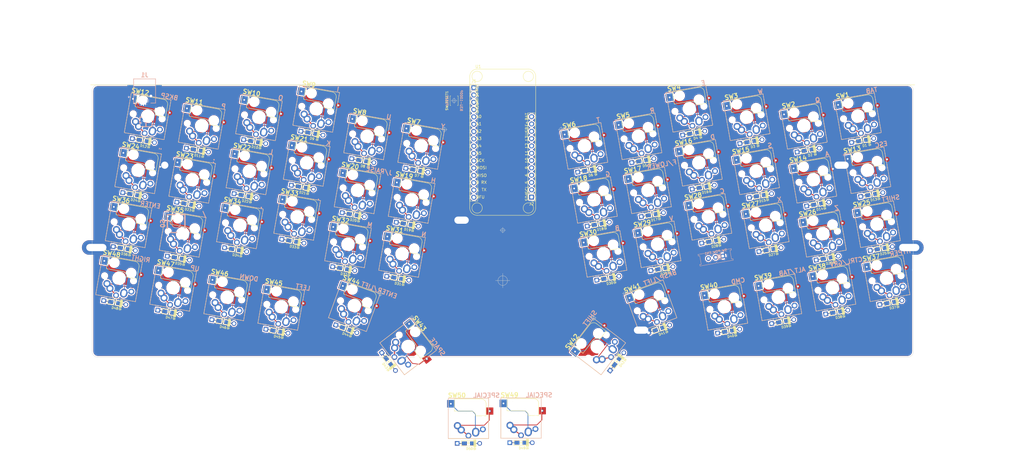
<source format=kicad_pcb>
(kicad_pcb (version 20171130) (host pcbnew "(6.0.0-rc1-dev-1469-g932b9a334)")
  (layers (0 F.Cu signal) (31 B.Cu signal) (34 B.Paste user) (35 F.Paste user) (36 B.SilkS user) (37 F.SilkS user) (38 B.Mask user) (39 F.Mask user) (44 Edge.Cuts user))
  (net 0 "")
  (net 1 "Net-(D2-Pad1)")
  (net 2 "Net-(D3-Pad1)")
  (net 3 "Net-(D4-Pad1)")
  (net 4 "Net-(D5-Pad1)")
  (net 5 /COL1)
  (net 6 "Net-(D7-Pad1)")
  (net 7 "Net-(D8-Pad1)")
  (net 8 "Net-(D9-Pad1)")
  (net 9 "Net-(D10-Pad1)")
  (net 10 /COL2)
  (net 11 "Net-(D12-Pad1)")
  (net 12 "Net-(D13-Pad1)")
  (net 13 "Net-(D14-Pad1)")
  (net 14 "Net-(D15-Pad1)")
  (net 15 /COL3)
  (net 16 "Net-(D17-Pad1)")
  (net 17 "Net-(D18-Pad1)")
  (net 18 "Net-(D19-Pad1)")
  (net 19 "Net-(D20-Pad1)")
  (net 20 /COL4)
  (net 21 "Net-(D22-Pad1)")
  (net 22 "Net-(D23-Pad1)")
  (net 23 "Net-(D24-Pad1)")
  (net 24 "Net-(D25-Pad1)")
  (net 25 /COL5)
  (net 26 "Net-(D27-Pad1)")
  (net 27 "Net-(D28-Pad1)")
  (net 28 "Net-(D29-Pad1)")
  (net 29 "Net-(D30-Pad1)")
  (net 30 /COL7)
  (net 31 "Net-(D34-Pad1)")
  (net 32 "Net-(D35-Pad1)")
  (net 33 "Net-(D36-Pad1)")
  (net 34 "Net-(D37-Pad1)")
  (net 35 /COL8)
  (net 36 "Net-(D39-Pad1)")
  (net 37 "Net-(D40-Pad1)")
  (net 38 "Net-(D41-Pad1)")
  (net 39 "Net-(D42-Pad1)")
  (net 40 /COL9)
  (net 41 "Net-(D44-Pad1)")
  (net 42 "Net-(D47-Pad1)")
  (net 43 /COL10)
  (net 44 /ROW3)
  (net 45 /ROW2)
  (net 46 /ROW1)
  (net 47 /ROW0)
  (net 48 +5V)
  (net 49 GND)
  (net 50 "Net-(D1-Pad1)")
  (net 51 "Net-(D6-Pad1)")
  (net 52 "Net-(D11-Pad1)")
  (net 53 "Net-(D16-Pad1)")
  (net 54 "Net-(D21-Pad1)")
  (net 55 "Net-(D26-Pad1)")
  (net 56 "Net-(D31-Pad1)")
  (net 57 "Net-(D32-Pad1)")
  (net 58 "Net-(D33-Pad1)")
  (net 59 "Net-(D38-Pad1)")
  (net 60 "Net-(D43-Pad1)")
  (net 61 "Net-(D48-Pad1)")
  (net 62 "Net-(D49-Pad1)")
  (net 63 "Net-(D50-Pad1)")
  (net 64 /ROW4)
  (net 65 "Net-(J1-Pad3)")
  (net 66 "Net-(J1-Pad11)")
  (net 67 "Net-(J1-Pad12)")
  (net 68 "Net-(J1-Pad13)")
  (net 69 "Net-(J1-Pad16)")
  (net 70 "Net-(J2-Pad5)")
  (net 71 "Net-(J2-Pad9)")
  (net 72 "Net-(J2-Pad10)")
  (net 73 "Net-(J2-Pad12)")
  (net 74 /COL6)
  (net 75 /RESET)
  (net 76 /Enable)
  (net 77 "Net-(D45-Pad1)")
  (net 78 "Net-(D46-Pad1)")
  (module "Laptreus v2 Footprints:Hybrid_Kailh_MX_Socket_Through_Hole" (layer F.Cu) (at 182.375168 130.394608 340)
    (fp_text reference SW44 (at -4 -8.000001 340) (layer F.SilkS) (effects (font (size 1.524 1.524) (thickness 0.3048))))
    (fp_text value ENTER/LIFT (at 6.25 -8 340) (layer B.SilkS) (effects (font (size 1.524 1.524) (thickness 0.3048)) (justify mirror)))
    (pad 2 smd custom (at -6.09 -5.08 340) (size 2.55 2.5) (layers B.Cu) (net 41 "Net-(D44-Pad1)") (options (clearance outline) (anchor rect)) (primitives (gr_line (start -0.26 -0.17) (end 2.49 2.58) (width 0.25)) (gr_circle (center 11.09 8.88) (end 11.59 8.88) (width 1)) (gr_circle (center 8.61 9.87) (end 9.235 9.87) (width 1.25)) (gr_line (start 2.49 2.58) (end 7.49 2.58) (width 0.25)) (gr_line (start 7.49 2.58) (end 8.49 3.58) (width 0.25)) (gr_line (start 9.09 10.08) (end 11.09 8.83) (width 0.25)) (gr_poly (pts (xy -1.276 -1.27) (xy 1.264 -1.27) (xy 1.264 1.27) (xy -1.276 1.27)) (width 0.1)) (gr_line (start 8.49 3.58) (end 8.49 10.08) (width 0.25))))
    (pad 1 smd custom (at 7.5 -2.5 340) (size 2 2) (layers F.Cu) (net 44 /ROW3) (options (clearance outline) (anchor rect)) (primitives (gr_poly (pts (xy -1 -1) (xy 1 -1) (xy 1 1) (xy -1 1)) (width 0.1)) (gr_line (start -0.25 3.15) (end -2 4.9) (width 0.25)) (gr_line (start -0.25 0.4) (end -0.25 3.15) (width 0.25)) (gr_line (start -11.31 5.04) (end -10 6.5) (width 0.25)) (gr_line (start -2 4.9) (end -11.21 4.9) (width 0.25)) (gr_circle (center -11.31 5.04) (end -11 5.04) (width 1.25)) (gr_circle (center -10 6.5) (end -9.75 6.5) (width 1.25)) (gr_circle (center -7.5 8.5) (end -7.25 8.5) (width 1)) (gr_line (start -10 6.5) (end -7.5 8.5) (width 0.3))))
    (pad 1 thru_hole circle (at -2.5 4 340) (size 2.5 2.5) (drill 1.5) (layers *.Cu *.Mask) (net 44 /ROW3))
    (pad 1 thru_hole circle (at -3.81 2.54 340) (size 2.5 2.5) (drill 1.5) (layers *.Cu *.Mask) (net 44 /ROW3))
    (pad 2 thru_hole circle (at -6.09 -5.08 340) (size 0.9 0.9) (drill 0.6) (layers *.Cu) (net 41 "Net-(D44-Pad1)"))
    (pad "" np_thru_hole circle (at 0 0 340) (size 3.98018 3.98018) (drill 3.98018) (layers *.Cu *.Mask))
    (pad "" np_thru_hole circle (at -2.54 -5.08 340) (size 2.95 2.95) (drill 2.95) (layers *.Cu *.Mask))
    (pad "" np_thru_hole circle (at 3.81 -2.54 340) (size 2.95 2.95) (drill 2.95) (layers *.Cu *.Mask))
    (pad "" np_thru_hole circle (at -5.08 0 340) (size 1.7 1.7) (drill 1.7) (layers *.Cu *.Mask))
    (pad "" np_thru_hole circle (at 5.08 0 340) (size 1.7 1.7) (drill 1.7) (layers *.Cu *.Mask))
    (pad 1 thru_hole circle (at 7.35 -2.54 340) (size 0.9 0.9) (drill 0.6) (layers *.Cu) (net 44 /ROW3))
    (pad 2 thru_hole oval (at 2.52 4.79 336.1) (size 2.5 3.08) (drill oval 1.5 2.08) (layers *.Cu *.Mask) (net 41 "Net-(D44-Pad1)"))
    (pad 1 thru_hole circle (at 0 6 340) (size 2 2) (drill 1.2) (layers *.Cu *.Mask) (net 44 /ROW3))
    (pad 2 thru_hole circle (at 5.000001 3.8 340) (size 2 2) (drill 1.2) (layers *.Cu *.Mask) (net 41 "Net-(D44-Pad1)"))
    (pad 1 smd rect (at 7.35 -2.54 340) (size 2.55 2.5) (layers F.Cu F.Paste F.Mask) (net 44 /ROW3))
    (pad 2 smd rect (at -6.09 -5.08 340) (size 2.55 2.5) (layers F.Cu F.Paste F.Mask) (net 41 "Net-(D44-Pad1)"))
  )
  (module "Laptreus v2 Footprints:Hybrid_Kailh_MX_Socket_Through_Hole" (layer F.Cu) (at 201.05229 144.603318 307.5)
    (fp_text reference SW43 (at -4 -8 307.5) (layer F.SilkS) (effects (font (size 1.524 1.524) (thickness 0.3048))))
    (fp_text value SPACE (at 6.25 -8 307.5) (layer B.SilkS) (effects (font (size 1.524 1.524) (thickness 0.3048)) (justify mirror)))
    (pad 2 smd custom (at -6.09 -5.08 307.5) (size 2.55 2.5) (layers B.Cu) (net 60 "Net-(D43-Pad1)") (options (clearance outline) (anchor rect)) (primitives (gr_line (start -0.26 -0.17) (end 2.49 2.58) (width 0.25)) (gr_circle (center 11.09 8.88) (end 11.59 8.88) (width 1)) (gr_circle (center 8.61 9.87) (end 9.235 9.87) (width 1.25)) (gr_line (start 2.49 2.58) (end 7.49 2.58) (width 0.25)) (gr_line (start 7.49 2.58) (end 8.49 3.58) (width 0.25)) (gr_line (start 9.09 10.08) (end 11.09 8.83) (width 0.25)) (gr_poly (pts (xy -1.276 -1.27) (xy 1.264 -1.27) (xy 1.264 1.27) (xy -1.276 1.27)) (width 0.1)) (gr_line (start 8.49 3.58) (end 8.49 10.08) (width 0.25))))
    (pad 1 smd custom (at 7.5 -2.5 307.5) (size 2 2) (layers F.Cu) (net 44 /ROW3) (options (clearance outline) (anchor rect)) (primitives (gr_poly (pts (xy -1 -1) (xy 1 -1) (xy 1 1) (xy -1 1)) (width 0.1)) (gr_line (start -0.25 3.15) (end -2 4.9) (width 0.25)) (gr_line (start -0.25 0.4) (end -0.25 3.15) (width 0.25)) (gr_line (start -11.31 5.04) (end -10 6.5) (width 0.25)) (gr_line (start -2 4.9) (end -11.21 4.9) (width 0.25)) (gr_circle (center -11.31 5.04) (end -11 5.04) (width 1.25)) (gr_circle (center -10 6.5) (end -9.75 6.5) (width 1.25)) (gr_circle (center -7.5 8.5) (end -7.25 8.5) (width 1)) (gr_line (start -10 6.5) (end -7.5 8.5) (width 0.3))))
    (pad 1 thru_hole circle (at -2.5 4 307.5) (size 2.5 2.5) (drill 1.5) (layers *.Cu *.Mask) (net 44 /ROW3))
    (pad 1 thru_hole circle (at -3.81 2.54 307.5) (size 2.5 2.5) (drill 1.5) (layers *.Cu *.Mask) (net 44 /ROW3))
    (pad 2 thru_hole circle (at -6.09 -5.08 307.5) (size 0.9 0.9) (drill 0.6) (layers *.Cu) (net 60 "Net-(D43-Pad1)"))
    (pad "" np_thru_hole circle (at 0 0 307.5) (size 3.98018 3.98018) (drill 3.98018) (layers *.Cu *.Mask))
    (pad "" np_thru_hole circle (at -2.54 -5.08 307.5) (size 2.95 2.95) (drill 2.95) (layers *.Cu *.Mask))
    (pad "" np_thru_hole circle (at 3.81 -2.54 307.5) (size 2.95 2.95) (drill 2.95) (layers *.Cu *.Mask))
    (pad "" np_thru_hole circle (at -5.08 0 307.5) (size 1.7 1.7) (drill 1.7) (layers *.Cu *.Mask))
    (pad "" np_thru_hole circle (at 5.08 0 307.5) (size 1.7 1.7) (drill 1.7) (layers *.Cu *.Mask))
    (pad 1 thru_hole circle (at 7.35 -2.54 307.5) (size 0.9 0.9) (drill 0.6) (layers *.Cu) (net 44 /ROW3))
    (pad 2 thru_hole oval (at 2.52 4.79 303.6) (size 2.5 3.08) (drill oval 1.5 2.08) (layers *.Cu *.Mask) (net 60 "Net-(D43-Pad1)"))
    (pad 1 thru_hole circle (at 0 6 307.5) (size 2 2) (drill 1.2) (layers *.Cu *.Mask) (net 44 /ROW3))
    (pad 2 thru_hole circle (at 5 3.8 307.5) (size 2 2) (drill 1.2) (layers *.Cu *.Mask) (net 60 "Net-(D43-Pad1)"))
    (pad 1 smd rect (at 7.35 -2.54 307.5) (size 2.55 2.5) (layers F.Cu F.Paste F.Mask) (net 44 /ROW3))
    (pad 2 smd rect (at -6.09 -5.08 307.5) (size 2.55 2.5) (layers F.Cu F.Paste F.Mask) (net 60 "Net-(D43-Pad1)"))
  )
  (module "Laptreus v2 Footprints:Hybrid_Kailh_MX_Socket_Through_Hole" (layer F.Cu) (at 266.715421 144.60601 52.5)
    (fp_text reference SW42 (at -4 -8 52.5) (layer F.SilkS) (effects (font (size 1.524 1.524) (thickness 0.3048))))
    (fp_text value SHIFT (at 6.25 -8 52.5) (layer B.SilkS) (effects (font (size 1.524 1.524) (thickness 0.3048)) (justify mirror)))
    (pad 2 smd custom (at -6.09 -5.08 52.5) (size 2.55 2.5) (layers B.Cu) (net 39 "Net-(D42-Pad1)") (options (clearance outline) (anchor rect)) (primitives (gr_line (start -0.26 -0.17) (end 2.49 2.58) (width 0.25)) (gr_circle (center 11.09 8.88) (end 11.59 8.88) (width 1)) (gr_circle (center 8.61 9.87) (end 9.235 9.87) (width 1.25)) (gr_line (start 2.49 2.58) (end 7.49 2.58) (width 0.25)) (gr_line (start 7.49 2.58) (end 8.49 3.58) (width 0.25)) (gr_line (start 9.09 10.08) (end 11.09 8.83) (width 0.25)) (gr_poly (pts (xy -1.276 -1.27) (xy 1.264 -1.27) (xy 1.264 1.27) (xy -1.276 1.27)) (width 0.1)) (gr_line (start 8.49 3.58) (end 8.49 10.08) (width 0.25))))
    (pad 1 smd custom (at 7.5 -2.500001 52.5) (size 2 2) (layers F.Cu) (net 44 /ROW3) (options (clearance outline) (anchor rect)) (primitives (gr_poly (pts (xy -1 -1) (xy 1 -1) (xy 1 1) (xy -1 1)) (width 0.1)) (gr_line (start -0.25 3.15) (end -2 4.9) (width 0.25)) (gr_line (start -0.25 0.4) (end -0.25 3.15) (width 0.25)) (gr_line (start -11.31 5.04) (end -10 6.5) (width 0.25)) (gr_line (start -2 4.9) (end -11.21 4.9) (width 0.25)) (gr_circle (center -11.31 5.04) (end -11 5.04) (width 1.25)) (gr_circle (center -10 6.5) (end -9.75 6.5) (width 1.25)) (gr_circle (center -7.5 8.5) (end -7.25 8.5) (width 1)) (gr_line (start -10 6.5) (end -7.5 8.5) (width 0.3))))
    (pad 1 thru_hole circle (at -2.5 4 52.5) (size 2.5 2.5) (drill 1.5) (layers *.Cu *.Mask) (net 44 /ROW3))
    (pad 1 thru_hole circle (at -3.81 2.539999 52.5) (size 2.5 2.5) (drill 1.5) (layers *.Cu *.Mask) (net 44 /ROW3))
    (pad 2 thru_hole circle (at -6.09 -5.08 52.5) (size 0.9 0.9) (drill 0.6) (layers *.Cu) (net 39 "Net-(D42-Pad1)"))
    (pad "" np_thru_hole circle (at 0 0 52.5) (size 3.98018 3.98018) (drill 3.98018) (layers *.Cu *.Mask))
    (pad "" np_thru_hole circle (at -2.54 -5.08 52.5) (size 2.95 2.95) (drill 2.95) (layers *.Cu *.Mask))
    (pad "" np_thru_hole circle (at 3.81 -2.539999 52.5) (size 2.95 2.95) (drill 2.95) (layers *.Cu *.Mask))
    (pad "" np_thru_hole circle (at -5.08 0 52.5) (size 1.7 1.7) (drill 1.7) (layers *.Cu *.Mask))
    (pad "" np_thru_hole circle (at 5.08 0 52.5) (size 1.7 1.7) (drill 1.7) (layers *.Cu *.Mask))
    (pad 1 thru_hole circle (at 7.35 -2.54 52.5) (size 0.9 0.9) (drill 0.6) (layers *.Cu) (net 44 /ROW3))
    (pad 2 thru_hole oval (at 2.52 4.79 48.6) (size 2.5 3.08) (drill oval 1.5 2.08) (layers *.Cu *.Mask) (net 39 "Net-(D42-Pad1)"))
    (pad 1 thru_hole circle (at 0 6 52.5) (size 2 2) (drill 1.2) (layers *.Cu *.Mask) (net 44 /ROW3))
    (pad 2 thru_hole circle (at 5 3.8 52.5) (size 2 2) (drill 1.2) (layers *.Cu *.Mask) (net 39 "Net-(D42-Pad1)"))
    (pad 1 smd rect (at 7.35 -2.54 52.5) (size 2.55 2.5) (layers F.Cu F.Paste F.Mask) (net 44 /ROW3))
    (pad 2 smd rect (at -6.09 -5.08 52.5) (size 2.55 2.5) (layers F.Cu F.Paste F.Mask) (net 39 "Net-(D42-Pad1)"))
  )
  (module "Laptreus v2 Footprints:Hybrid_Kailh_MX_Socket_Through_Hole" (layer F.Cu) (at 310.783908 130.786502 10)
    (fp_text reference SW40 (at -4 -8 10) (layer F.SilkS) (effects (font (size 1.524 1.524) (thickness 0.3048))))
    (fp_text value CMD (at 6.25 -8 10) (layer B.SilkS) (effects (font (size 1.524 1.524) (thickness 0.3048)) (justify mirror)))
    (pad 2 smd custom (at -6.09 -5.08 10) (size 2.55 2.5) (layers B.Cu) (net 37 "Net-(D40-Pad1)") (options (clearance outline) (anchor rect)) (primitives (gr_line (start -0.26 -0.17) (end 2.49 2.58) (width 0.25)) (gr_circle (center 11.09 8.88) (end 11.59 8.88) (width 1)) (gr_circle (center 8.61 9.87) (end 9.235 9.87) (width 1.25)) (gr_line (start 2.49 2.58) (end 7.49 2.58) (width 0.25)) (gr_line (start 7.49 2.58) (end 8.49 3.58) (width 0.25)) (gr_line (start 9.09 10.08) (end 11.09 8.83) (width 0.25)) (gr_poly (pts (xy -1.276 -1.27) (xy 1.264 -1.27) (xy 1.264 1.27) (xy -1.276 1.27)) (width 0.1)) (gr_line (start 8.49 3.58) (end 8.49 10.08) (width 0.25))))
    (pad 1 smd custom (at 7.5 -2.5 10) (size 2 2) (layers F.Cu) (net 44 /ROW3) (options (clearance outline) (anchor rect)) (primitives (gr_poly (pts (xy -1 -1) (xy 1 -1) (xy 1 1) (xy -1 1)) (width 0.1)) (gr_line (start -0.25 3.15) (end -2 4.9) (width 0.25)) (gr_line (start -0.25 0.4) (end -0.25 3.15) (width 0.25)) (gr_line (start -11.31 5.04) (end -10 6.5) (width 0.25)) (gr_line (start -2 4.9) (end -11.21 4.9) (width 0.25)) (gr_circle (center -11.31 5.04) (end -11 5.04) (width 1.25)) (gr_circle (center -10 6.5) (end -9.75 6.5) (width 1.25)) (gr_circle (center -7.5 8.5) (end -7.25 8.5) (width 1)) (gr_line (start -10 6.5) (end -7.5 8.5) (width 0.3))))
    (pad 1 thru_hole circle (at -2.5 3.999999 10) (size 2.5 2.5) (drill 1.5) (layers *.Cu *.Mask) (net 44 /ROW3))
    (pad 1 thru_hole circle (at -3.81 2.54 10) (size 2.5 2.5) (drill 1.5) (layers *.Cu *.Mask) (net 44 /ROW3))
    (pad 2 thru_hole circle (at -6.09 -5.08 10) (size 0.9 0.9) (drill 0.6) (layers *.Cu) (net 37 "Net-(D40-Pad1)"))
    (pad "" np_thru_hole circle (at 0 0 10) (size 3.98018 3.98018) (drill 3.98018) (layers *.Cu *.Mask))
    (pad "" np_thru_hole circle (at -2.54 -5.08 10) (size 2.95 2.95) (drill 2.95) (layers *.Cu *.Mask))
    (pad "" np_thru_hole circle (at 3.81 -2.54 10) (size 2.95 2.95) (drill 2.95) (layers *.Cu *.Mask))
    (pad "" np_thru_hole circle (at -5.08 0 10) (size 1.7 1.7) (drill 1.7) (layers *.Cu *.Mask))
    (pad "" np_thru_hole circle (at 5.08 0 10) (size 1.7 1.7) (drill 1.7) (layers *.Cu *.Mask))
    (pad 1 thru_hole circle (at 7.35 -2.54 10) (size 0.9 0.9) (drill 0.6) (layers *.Cu) (net 44 /ROW3))
    (pad 2 thru_hole oval (at 2.52 4.79 6.1) (size 2.5 3.08) (drill oval 1.5 2.08) (layers *.Cu *.Mask) (net 37 "Net-(D40-Pad1)"))
    (pad 1 thru_hole circle (at 0 6 10) (size 2 2) (drill 1.2) (layers *.Cu *.Mask) (net 44 /ROW3))
    (pad 2 thru_hole circle (at 5 3.8 10) (size 2 2) (drill 1.2) (layers *.Cu *.Mask) (net 37 "Net-(D40-Pad1)"))
    (pad 1 smd rect (at 7.35 -2.54 10) (size 2.55 2.5) (layers F.Cu F.Paste F.Mask) (net 44 /ROW3))
    (pad 2 smd rect (at -6.09 -5.08 10) (size 2.55 2.5) (layers F.Cu F.Paste F.Mask) (net 37 "Net-(D40-Pad1)"))
  )
  (module "Laptreus v2 Footprints:Hybrid_Kailh_MX_Socket_Through_Hole" (layer F.Cu) (at 329.544495 127.478504 10)
    (fp_text reference SW39 (at -4 -8 10) (layer F.SilkS) (effects (font (size 1.524 1.524) (thickness 0.3048))))
    (fp_text value ALT/TAB (at 6.25 -8 10) (layer B.SilkS) (effects (font (size 1.524 1.524) (thickness 0.3048)) (justify mirror)))
    (pad 2 smd custom (at -6.09 -5.08 10) (size 2.55 2.5) (layers B.Cu) (net 36 "Net-(D39-Pad1)") (options (clearance outline) (anchor rect)) (primitives (gr_line (start -0.26 -0.17) (end 2.49 2.58) (width 0.25)) (gr_circle (center 11.09 8.88) (end 11.59 8.88) (width 1)) (gr_circle (center 8.61 9.87) (end 9.235 9.87) (width 1.25)) (gr_line (start 2.49 2.58) (end 7.49 2.58) (width 0.25)) (gr_line (start 7.49 2.58) (end 8.49 3.58) (width 0.25)) (gr_line (start 9.09 10.08) (end 11.09 8.83) (width 0.25)) (gr_poly (pts (xy -1.276 -1.27) (xy 1.264 -1.27) (xy 1.264 1.27) (xy -1.276 1.27)) (width 0.1)) (gr_line (start 8.49 3.58) (end 8.49 10.08) (width 0.25))))
    (pad 1 smd custom (at 7.5 -2.5 10) (size 2 2) (layers F.Cu) (net 44 /ROW3) (options (clearance outline) (anchor rect)) (primitives (gr_poly (pts (xy -1 -1) (xy 1 -1) (xy 1 1) (xy -1 1)) (width 0.1)) (gr_line (start -0.25 3.15) (end -2 4.9) (width 0.25)) (gr_line (start -0.25 0.4) (end -0.25 3.15) (width 0.25)) (gr_line (start -11.31 5.04) (end -10 6.5) (width 0.25)) (gr_line (start -2 4.9) (end -11.21 4.9) (width 0.25)) (gr_circle (center -11.31 5.04) (end -11 5.04) (width 1.25)) (gr_circle (center -10 6.5) (end -9.75 6.5) (width 1.25)) (gr_circle (center -7.5 8.5) (end -7.25 8.5) (width 1)) (gr_line (start -10 6.5) (end -7.5 8.5) (width 0.3))))
    (pad 1 thru_hole circle (at -2.5 3.999999 10) (size 2.5 2.5) (drill 1.5) (layers *.Cu *.Mask) (net 44 /ROW3))
    (pad 1 thru_hole circle (at -3.81 2.54 10) (size 2.5 2.5) (drill 1.5) (layers *.Cu *.Mask) (net 44 /ROW3))
    (pad 2 thru_hole circle (at -6.09 -5.08 10) (size 0.9 0.9) (drill 0.6) (layers *.Cu) (net 36 "Net-(D39-Pad1)"))
    (pad "" np_thru_hole circle (at 0 0 10) (size 3.98018 3.98018) (drill 3.98018) (layers *.Cu *.Mask))
    (pad "" np_thru_hole circle (at -2.54 -5.08 10) (size 2.95 2.95) (drill 2.95) (layers *.Cu *.Mask))
    (pad "" np_thru_hole circle (at 3.81 -2.54 10) (size 2.95 2.95) (drill 2.95) (layers *.Cu *.Mask))
    (pad "" np_thru_hole circle (at -5.08 0 10) (size 1.7 1.7) (drill 1.7) (layers *.Cu *.Mask))
    (pad "" np_thru_hole circle (at 5.08 0 10) (size 1.7 1.7) (drill 1.7) (layers *.Cu *.Mask))
    (pad 1 thru_hole circle (at 7.35 -2.54 10) (size 0.9 0.9) (drill 0.6) (layers *.Cu) (net 44 /ROW3))
    (pad 2 thru_hole oval (at 2.52 4.79 6.1) (size 2.5 3.08) (drill oval 1.5 2.08) (layers *.Cu *.Mask) (net 36 "Net-(D39-Pad1)"))
    (pad 1 thru_hole circle (at 0 6 10) (size 2 2) (drill 1.2) (layers *.Cu *.Mask) (net 44 /ROW3))
    (pad 2 thru_hole circle (at 5 3.8 10) (size 2 2) (drill 1.2) (layers *.Cu *.Mask) (net 36 "Net-(D39-Pad1)"))
    (pad 1 smd rect (at 7.35 -2.54 10) (size 2.55 2.5) (layers F.Cu F.Paste F.Mask) (net 44 /ROW3))
    (pad 2 smd rect (at -6.09 -5.08 10) (size 2.55 2.5) (layers F.Cu F.Paste F.Mask) (net 36 "Net-(D39-Pad1)"))
  )
  (module "Laptreus v2 Footprints:Hybrid_Kailh_MX_Socket_Through_Hole" (layer F.Cu) (at 104.042663 102.126921 350)
    (fp_text reference SW36 (at -4 -8 350) (layer F.SilkS) (effects (font (size 1.524 1.524) (thickness 0.3048))))
    (fp_text value ENTER (at 6.25 -8 350) (layer B.SilkS) (effects (font (size 1.524 1.524) (thickness 0.3048)) (justify mirror)))
    (pad 2 smd custom (at -6.09 -5.08 350) (size 2.55 2.5) (layers B.Cu) (net 33 "Net-(D36-Pad1)") (options (clearance outline) (anchor rect)) (primitives (gr_line (start -0.26 -0.17) (end 2.49 2.58) (width 0.25)) (gr_circle (center 11.09 8.88) (end 11.59 8.88) (width 1)) (gr_circle (center 8.61 9.87) (end 9.235 9.87) (width 1.25)) (gr_line (start 2.49 2.58) (end 7.49 2.58) (width 0.25)) (gr_line (start 7.49 2.58) (end 8.49 3.58) (width 0.25)) (gr_line (start 9.09 10.08) (end 11.09 8.83) (width 0.25)) (gr_poly (pts (xy -1.276 -1.27) (xy 1.264 -1.27) (xy 1.264 1.27) (xy -1.276 1.27)) (width 0.1)) (gr_line (start 8.49 3.58) (end 8.49 10.08) (width 0.25))))
    (pad 1 smd custom (at 7.5 -2.5 350) (size 2 2) (layers F.Cu) (net 64 /ROW4) (options (clearance outline) (anchor rect)) (primitives (gr_poly (pts (xy -1 -1) (xy 1 -1) (xy 1 1) (xy -1 1)) (width 0.1)) (gr_line (start -0.25 3.15) (end -2 4.9) (width 0.25)) (gr_line (start -0.25 0.4) (end -0.25 3.15) (width 0.25)) (gr_line (start -11.31 5.04) (end -10 6.5) (width 0.25)) (gr_line (start -2 4.9) (end -11.21 4.9) (width 0.25)) (gr_circle (center -11.31 5.04) (end -11 5.04) (width 1.25)) (gr_circle (center -10 6.5) (end -9.75 6.5) (width 1.25)) (gr_circle (center -7.5 8.5) (end -7.25 8.5) (width 1)) (gr_line (start -10 6.5) (end -7.5 8.5) (width 0.3))))
    (pad 1 thru_hole circle (at -2.5 4 350) (size 2.5 2.5) (drill 1.5) (layers *.Cu *.Mask) (net 64 /ROW4))
    (pad 1 thru_hole circle (at -3.81 2.54 350) (size 2.5 2.5) (drill 1.5) (layers *.Cu *.Mask) (net 64 /ROW4))
    (pad 2 thru_hole circle (at -6.09 -5.08 350) (size 0.9 0.9) (drill 0.6) (layers *.Cu) (net 33 "Net-(D36-Pad1)"))
    (pad "" np_thru_hole circle (at 0 0 350) (size 3.98018 3.98018) (drill 3.98018) (layers *.Cu *.Mask))
    (pad "" np_thru_hole circle (at -2.54 -5.08 350) (size 2.95 2.95) (drill 2.95) (layers *.Cu *.Mask))
    (pad "" np_thru_hole circle (at 3.81 -2.54 350) (size 2.95 2.95) (drill 2.95) (layers *.Cu *.Mask))
    (pad "" np_thru_hole circle (at -5.08 0 350) (size 1.7 1.7) (drill 1.7) (layers *.Cu *.Mask))
    (pad "" np_thru_hole circle (at 5.08 0 350) (size 1.7 1.7) (drill 1.7) (layers *.Cu *.Mask))
    (pad 1 thru_hole circle (at 7.35 -2.54 350) (size 0.9 0.9) (drill 0.6) (layers *.Cu) (net 64 /ROW4))
    (pad 2 thru_hole oval (at 2.52 4.79 346.1) (size 2.5 3.08) (drill oval 1.5 2.08) (layers *.Cu *.Mask) (net 33 "Net-(D36-Pad1)"))
    (pad 1 thru_hole circle (at 0 6 350) (size 2 2) (drill 1.2) (layers *.Cu *.Mask) (net 64 /ROW4))
    (pad 2 thru_hole circle (at 5 3.8 350) (size 2 2) (drill 1.2) (layers *.Cu *.Mask) (net 33 "Net-(D36-Pad1)"))
    (pad 1 smd rect (at 7.35 -2.54 350) (size 2.55 2.5) (layers F.Cu F.Paste F.Mask) (net 64 /ROW4))
    (pad 2 smd rect (at -6.09 -5.08 350) (size 2.55 2.5) (layers F.Cu F.Paste F.Mask) (net 33 "Net-(D36-Pad1)"))
  )
  (module "Laptreus v2 Footprints:Hybrid_Kailh_MX_Socket_Through_Hole" (layer F.Cu) (at 122.803251 105.434918 350)
    (fp_text reference SW35 (at -4 -8 350) (layer F.SilkS) (effects (font (size 1.524 1.524) (thickness 0.3048))))
    (fp_text value / (at 6.25 -8 350) (layer B.SilkS) (effects (font (size 1.524 1.524) (thickness 0.3048)) (justify mirror)))
    (pad 2 smd custom (at -6.09 -5.08 350) (size 2.55 2.5) (layers B.Cu) (net 32 "Net-(D35-Pad1)") (options (clearance outline) (anchor rect)) (primitives (gr_line (start -0.26 -0.17) (end 2.49 2.58) (width 0.25)) (gr_circle (center 11.09 8.88) (end 11.59 8.88) (width 1)) (gr_circle (center 8.61 9.87) (end 9.235 9.87) (width 1.25)) (gr_line (start 2.49 2.58) (end 7.49 2.58) (width 0.25)) (gr_line (start 7.49 2.58) (end 8.49 3.58) (width 0.25)) (gr_line (start 9.09 10.08) (end 11.09 8.83) (width 0.25)) (gr_poly (pts (xy -1.276 -1.27) (xy 1.264 -1.27) (xy 1.264 1.27) (xy -1.276 1.27)) (width 0.1)) (gr_line (start 8.49 3.58) (end 8.49 10.08) (width 0.25))))
    (pad 1 smd custom (at 7.5 -2.5 350) (size 2 2) (layers F.Cu) (net 45 /ROW2) (options (clearance outline) (anchor rect)) (primitives (gr_poly (pts (xy -1 -1) (xy 1 -1) (xy 1 1) (xy -1 1)) (width 0.1)) (gr_line (start -0.25 3.15) (end -2 4.9) (width 0.25)) (gr_line (start -0.25 0.4) (end -0.25 3.15) (width 0.25)) (gr_line (start -11.31 5.04) (end -10 6.5) (width 0.25)) (gr_line (start -2 4.9) (end -11.21 4.9) (width 0.25)) (gr_circle (center -11.31 5.04) (end -11 5.04) (width 1.25)) (gr_circle (center -10 6.5) (end -9.75 6.5) (width 1.25)) (gr_circle (center -7.5 8.5) (end -7.25 8.5) (width 1)) (gr_line (start -10 6.5) (end -7.5 8.5) (width 0.3))))
    (pad 1 thru_hole circle (at -2.5 4 350) (size 2.5 2.5) (drill 1.5) (layers *.Cu *.Mask) (net 45 /ROW2))
    (pad 1 thru_hole circle (at -3.81 2.54 350) (size 2.5 2.5) (drill 1.5) (layers *.Cu *.Mask) (net 45 /ROW2))
    (pad 2 thru_hole circle (at -6.09 -5.08 350) (size 0.9 0.9) (drill 0.6) (layers *.Cu) (net 32 "Net-(D35-Pad1)"))
    (pad "" np_thru_hole circle (at 0 0 350) (size 3.98018 3.98018) (drill 3.98018) (layers *.Cu *.Mask))
    (pad "" np_thru_hole circle (at -2.54 -5.08 350) (size 2.95 2.95) (drill 2.95) (layers *.Cu *.Mask))
    (pad "" np_thru_hole circle (at 3.81 -2.54 350) (size 2.95 2.95) (drill 2.95) (layers *.Cu *.Mask))
    (pad "" np_thru_hole circle (at -5.08 0 350) (size 1.7 1.7) (drill 1.7) (layers *.Cu *.Mask))
    (pad "" np_thru_hole circle (at 5.08 0 350) (size 1.7 1.7) (drill 1.7) (layers *.Cu *.Mask))
    (pad 1 thru_hole circle (at 7.35 -2.54 350) (size 0.9 0.9) (drill 0.6) (layers *.Cu) (net 45 /ROW2))
    (pad 2 thru_hole oval (at 2.52 4.79 346.1) (size 2.5 3.08) (drill oval 1.5 2.08) (layers *.Cu *.Mask) (net 32 "Net-(D35-Pad1)"))
    (pad 1 thru_hole circle (at 0 6 350) (size 2 2) (drill 1.2) (layers *.Cu *.Mask) (net 45 /ROW2))
    (pad 2 thru_hole circle (at 5 3.8 350) (size 2 2) (drill 1.2) (layers *.Cu *.Mask) (net 32 "Net-(D35-Pad1)"))
    (pad 1 smd rect (at 7.35 -2.54 350) (size 2.55 2.5) (layers F.Cu F.Paste F.Mask) (net 45 /ROW2))
    (pad 2 smd rect (at -6.09 -5.08 350) (size 2.55 2.5) (layers F.Cu F.Paste F.Mask) (net 32 "Net-(D35-Pad1)"))
  )
  (module "Laptreus v2 Footprints:Hybrid_Kailh_MX_Socket_Through_Hole" (layer F.Cu) (at 180.187679 109.105382 350)
    (fp_text reference SW32 (at -4 -8 350) (layer F.SilkS) (effects (font (size 1.524 1.524) (thickness 0.3048))))
    (fp_text value M (at 6.25 -8 350) (layer B.SilkS) (effects (font (size 1.524 1.524) (thickness 0.3048)) (justify mirror)))
    (pad 2 smd custom (at -6.09 -5.08 350) (size 2.55 2.5) (layers B.Cu) (net 57 "Net-(D32-Pad1)") (options (clearance outline) (anchor rect)) (primitives (gr_line (start -0.26 -0.17) (end 2.49 2.58) (width 0.25)) (gr_circle (center 11.09 8.88) (end 11.59 8.88) (width 1)) (gr_circle (center 8.61 9.87) (end 9.235 9.87) (width 1.25)) (gr_line (start 2.49 2.58) (end 7.49 2.58) (width 0.25)) (gr_line (start 7.49 2.58) (end 8.49 3.58) (width 0.25)) (gr_line (start 9.09 10.08) (end 11.09 8.83) (width 0.25)) (gr_poly (pts (xy -1.276 -1.27) (xy 1.264 -1.27) (xy 1.264 1.27) (xy -1.276 1.27)) (width 0.1)) (gr_line (start 8.49 3.58) (end 8.49 10.08) (width 0.25))))
    (pad 1 smd custom (at 7.5 -2.5 350) (size 2 2) (layers F.Cu) (net 45 /ROW2) (options (clearance outline) (anchor rect)) (primitives (gr_poly (pts (xy -1 -1) (xy 1 -1) (xy 1 1) (xy -1 1)) (width 0.1)) (gr_line (start -0.25 3.15) (end -2 4.9) (width 0.25)) (gr_line (start -0.25 0.4) (end -0.25 3.15) (width 0.25)) (gr_line (start -11.31 5.04) (end -10 6.5) (width 0.25)) (gr_line (start -2 4.9) (end -11.21 4.9) (width 0.25)) (gr_circle (center -11.31 5.04) (end -11 5.04) (width 1.25)) (gr_circle (center -10 6.5) (end -9.75 6.5) (width 1.25)) (gr_circle (center -7.5 8.5) (end -7.25 8.5) (width 1)) (gr_line (start -10 6.5) (end -7.5 8.5) (width 0.3))))
    (pad 1 thru_hole circle (at -2.5 4 350) (size 2.5 2.5) (drill 1.5) (layers *.Cu *.Mask) (net 45 /ROW2))
    (pad 1 thru_hole circle (at -3.81 2.54 350) (size 2.5 2.5) (drill 1.5) (layers *.Cu *.Mask) (net 45 /ROW2))
    (pad 2 thru_hole circle (at -6.09 -5.08 350) (size 0.9 0.9) (drill 0.6) (layers *.Cu) (net 57 "Net-(D32-Pad1)"))
    (pad "" np_thru_hole circle (at 0 0 350) (size 3.98018 3.98018) (drill 3.98018) (layers *.Cu *.Mask))
    (pad "" np_thru_hole circle (at -2.54 -5.08 350) (size 2.95 2.95) (drill 2.95) (layers *.Cu *.Mask))
    (pad "" np_thru_hole circle (at 3.81 -2.54 350) (size 2.95 2.95) (drill 2.95) (layers *.Cu *.Mask))
    (pad "" np_thru_hole circle (at -5.08 0 350) (size 1.7 1.7) (drill 1.7) (layers *.Cu *.Mask))
    (pad "" np_thru_hole circle (at 5.08 0 350) (size 1.7 1.7) (drill 1.7) (layers *.Cu *.Mask))
    (pad 1 thru_hole circle (at 7.35 -2.54 350) (size 0.9 0.9) (drill 0.6) (layers *.Cu) (net 45 /ROW2))
    (pad 2 thru_hole oval (at 2.52 4.79 346.1) (size 2.5 3.08) (drill oval 1.5 2.08) (layers *.Cu *.Mask) (net 57 "Net-(D32-Pad1)"))
    (pad 1 thru_hole circle (at 0 6 350) (size 2 2) (drill 1.2) (layers *.Cu *.Mask) (net 45 /ROW2))
    (pad 2 thru_hole circle (at 5 3.8 350) (size 2 2) (drill 1.2) (layers *.Cu *.Mask) (net 57 "Net-(D32-Pad1)"))
    (pad 1 smd rect (at 7.35 -2.54 350) (size 2.55 2.5) (layers F.Cu F.Paste F.Mask) (net 45 /ROW2))
    (pad 2 smd rect (at -6.09 -5.08 350) (size 2.55 2.5) (layers F.Cu F.Paste F.Mask) (net 57 "Net-(D32-Pad1)"))
  )
  (module "Laptreus v2 Footprints:Hybrid_Kailh_MX_Socket_Through_Hole" (layer F.Cu) (at 198.948267 112.41338 350)
    (fp_text reference SW31 (at -4 -8 350) (layer F.SilkS) (effects (font (size 1.524 1.524) (thickness 0.3048))))
    (fp_text value N (at 6.25 -8 350) (layer B.SilkS) (effects (font (size 1.524 1.524) (thickness 0.3048)) (justify mirror)))
    (pad 2 smd custom (at -6.09 -5.08 350) (size 2.55 2.5) (layers B.Cu) (net 56 "Net-(D31-Pad1)") (options (clearance outline) (anchor rect)) (primitives (gr_line (start -0.26 -0.17) (end 2.49 2.58) (width 0.25)) (gr_circle (center 11.09 8.88) (end 11.59 8.88) (width 1)) (gr_circle (center 8.61 9.87) (end 9.235 9.87) (width 1.25)) (gr_line (start 2.49 2.58) (end 7.49 2.58) (width 0.25)) (gr_line (start 7.49 2.58) (end 8.49 3.58) (width 0.25)) (gr_line (start 9.09 10.08) (end 11.09 8.83) (width 0.25)) (gr_poly (pts (xy -1.276 -1.27) (xy 1.264 -1.27) (xy 1.264 1.27) (xy -1.276 1.27)) (width 0.1)) (gr_line (start 8.49 3.58) (end 8.49 10.08) (width 0.25))))
    (pad 1 smd custom (at 7.5 -2.5 350) (size 2 2) (layers F.Cu) (net 45 /ROW2) (options (clearance outline) (anchor rect)) (primitives (gr_poly (pts (xy -1 -1) (xy 1 -1) (xy 1 1) (xy -1 1)) (width 0.1)) (gr_line (start -0.25 3.15) (end -2 4.9) (width 0.25)) (gr_line (start -0.25 0.4) (end -0.25 3.15) (width 0.25)) (gr_line (start -11.31 5.04) (end -10 6.5) (width 0.25)) (gr_line (start -2 4.9) (end -11.21 4.9) (width 0.25)) (gr_circle (center -11.31 5.04) (end -11 5.04) (width 1.25)) (gr_circle (center -10 6.5) (end -9.75 6.5) (width 1.25)) (gr_circle (center -7.5 8.5) (end -7.25 8.5) (width 1)) (gr_line (start -10 6.5) (end -7.5 8.5) (width 0.3))))
    (pad 1 thru_hole circle (at -2.5 4 350) (size 2.5 2.5) (drill 1.5) (layers *.Cu *.Mask) (net 45 /ROW2))
    (pad 1 thru_hole circle (at -3.81 2.54 350) (size 2.5 2.5) (drill 1.5) (layers *.Cu *.Mask) (net 45 /ROW2))
    (pad 2 thru_hole circle (at -6.09 -5.08 350) (size 0.9 0.9) (drill 0.6) (layers *.Cu) (net 56 "Net-(D31-Pad1)"))
    (pad "" np_thru_hole circle (at 0 0 350) (size 3.98018 3.98018) (drill 3.98018) (layers *.Cu *.Mask))
    (pad "" np_thru_hole circle (at -2.54 -5.08 350) (size 2.95 2.95) (drill 2.95) (layers *.Cu *.Mask))
    (pad "" np_thru_hole circle (at 3.81 -2.54 350) (size 2.95 2.95) (drill 2.95) (layers *.Cu *.Mask))
    (pad "" np_thru_hole circle (at -5.08 0 350) (size 1.7 1.7) (drill 1.7) (layers *.Cu *.Mask))
    (pad "" np_thru_hole circle (at 5.08 0 350) (size 1.7 1.7) (drill 1.7) (layers *.Cu *.Mask))
    (pad 1 thru_hole circle (at 7.35 -2.54 350) (size 0.9 0.9) (drill 0.6) (layers *.Cu) (net 45 /ROW2))
    (pad 2 thru_hole oval (at 2.52 4.79 346.1) (size 2.5 3.08) (drill oval 1.5 2.08) (layers *.Cu *.Mask) (net 56 "Net-(D31-Pad1)"))
    (pad 1 thru_hole circle (at 0 6 350) (size 2 2) (drill 1.2) (layers *.Cu *.Mask) (net 45 /ROW2))
    (pad 2 thru_hole circle (at 5 3.8 350) (size 2 2) (drill 1.2) (layers *.Cu *.Mask) (net 56 "Net-(D31-Pad1)"))
    (pad 1 smd rect (at 7.35 -2.54 350) (size 2.55 2.5) (layers F.Cu F.Paste F.Mask) (net 45 /ROW2))
    (pad 2 smd rect (at -6.09 -5.08 350) (size 2.55 2.5) (layers F.Cu F.Paste F.Mask) (net 56 "Net-(D31-Pad1)"))
  )
  (module "Laptreus v2 Footprints:Hybrid_Kailh_MX_Socket_Through_Hole" (layer F.Cu) (at 325.133832 102.464387 10)
    (fp_text reference SW27 (at -4 -8 10) (layer F.SilkS) (effects (font (size 1.524 1.524) (thickness 0.3048))))
    (fp_text value X (at 6.25 -8 10) (layer B.SilkS) (effects (font (size 1.524 1.524) (thickness 0.3048)) (justify mirror)))
    (pad 2 smd custom (at -6.09 -5.08 10) (size 2.55 2.5) (layers B.Cu) (net 26 "Net-(D27-Pad1)") (options (clearance outline) (anchor rect)) (primitives (gr_line (start -0.26 -0.17) (end 2.49 2.58) (width 0.25)) (gr_circle (center 11.09 8.88) (end 11.59 8.88) (width 1)) (gr_circle (center 8.61 9.87) (end 9.235 9.87) (width 1.25)) (gr_line (start 2.49 2.58) (end 7.49 2.58) (width 0.25)) (gr_line (start 7.49 2.58) (end 8.49 3.58) (width 0.25)) (gr_line (start 9.09 10.08) (end 11.09 8.83) (width 0.25)) (gr_poly (pts (xy -1.276 -1.27) (xy 1.264 -1.27) (xy 1.264 1.27) (xy -1.276 1.27)) (width 0.1)) (gr_line (start 8.49 3.58) (end 8.49 10.08) (width 0.25))))
    (pad 1 smd custom (at 7.5 -2.5 10) (size 2 2) (layers F.Cu) (net 45 /ROW2) (options (clearance outline) (anchor rect)) (primitives (gr_poly (pts (xy -1 -1) (xy 1 -1) (xy 1 1) (xy -1 1)) (width 0.1)) (gr_line (start -0.25 3.15) (end -2 4.9) (width 0.25)) (gr_line (start -0.25 0.4) (end -0.25 3.15) (width 0.25)) (gr_line (start -11.31 5.04) (end -10 6.5) (width 0.25)) (gr_line (start -2 4.9) (end -11.21 4.9) (width 0.25)) (gr_circle (center -11.31 5.04) (end -11 5.04) (width 1.25)) (gr_circle (center -10 6.5) (end -9.75 6.5) (width 1.25)) (gr_circle (center -7.5 8.5) (end -7.25 8.5) (width 1)) (gr_line (start -10 6.5) (end -7.5 8.5) (width 0.3))))
    (pad 1 thru_hole circle (at -2.5 3.999999 10) (size 2.5 2.5) (drill 1.5) (layers *.Cu *.Mask) (net 45 /ROW2))
    (pad 1 thru_hole circle (at -3.81 2.54 10) (size 2.5 2.5) (drill 1.5) (layers *.Cu *.Mask) (net 45 /ROW2))
    (pad 2 thru_hole circle (at -6.09 -5.08 10) (size 0.9 0.9) (drill 0.6) (layers *.Cu) (net 26 "Net-(D27-Pad1)"))
    (pad "" np_thru_hole circle (at 0 0 10) (size 3.98018 3.98018) (drill 3.98018) (layers *.Cu *.Mask))
    (pad "" np_thru_hole circle (at -2.54 -5.08 10) (size 2.95 2.95) (drill 2.95) (layers *.Cu *.Mask))
    (pad "" np_thru_hole circle (at 3.81 -2.54 10) (size 2.95 2.95) (drill 2.95) (layers *.Cu *.Mask))
    (pad "" np_thru_hole circle (at -5.08 0 10) (size 1.7 1.7) (drill 1.7) (layers *.Cu *.Mask))
    (pad "" np_thru_hole circle (at 5.08 0 10) (size 1.7 1.7) (drill 1.7) (layers *.Cu *.Mask))
    (pad 1 thru_hole circle (at 7.35 -2.54 10) (size 0.9 0.9) (drill 0.6) (layers *.Cu) (net 45 /ROW2))
    (pad 2 thru_hole oval (at 2.52 4.79 6.1) (size 2.5 3.08) (drill oval 1.5 2.08) (layers *.Cu *.Mask) (net 26 "Net-(D27-Pad1)"))
    (pad 1 thru_hole circle (at 0 6 10) (size 2 2) (drill 1.2) (layers *.Cu *.Mask) (net 45 /ROW2))
    (pad 2 thru_hole circle (at 5 3.8 10) (size 2 2) (drill 1.2) (layers *.Cu *.Mask) (net 26 "Net-(D27-Pad1)"))
    (pad 1 smd rect (at 7.35 -2.54 10) (size 2.55 2.5) (layers F.Cu F.Paste F.Mask) (net 45 /ROW2))
    (pad 2 smd rect (at -6.09 -5.08 10) (size 2.55 2.5) (layers F.Cu F.Paste F.Mask) (net 26 "Net-(D27-Pad1)"))
  )
  (module "Laptreus v2 Footprints:Hybrid_Kailh_MX_Socket_Through_Hole" (layer F.Cu) (at 344.997084 105.409918 10)
    (fp_text reference SW26 (at -4 -8 10) (layer F.SilkS) (effects (font (size 1.524 1.524) (thickness 0.3048))))
    (fp_text value Z (at 6.25 -8 10) (layer B.SilkS) (effects (font (size 1.524 1.524) (thickness 0.3048)) (justify mirror)))
    (pad 2 smd custom (at -6.09 -5.08 10) (size 2.55 2.5) (layers B.Cu) (net 55 "Net-(D26-Pad1)") (options (clearance outline) (anchor rect)) (primitives (gr_line (start -0.26 -0.17) (end 2.49 2.58) (width 0.25)) (gr_circle (center 11.09 8.88) (end 11.59 8.88) (width 1)) (gr_circle (center 8.61 9.87) (end 9.235 9.87) (width 1.25)) (gr_line (start 2.49 2.58) (end 7.49 2.58) (width 0.25)) (gr_line (start 7.49 2.58) (end 8.49 3.58) (width 0.25)) (gr_line (start 9.09 10.08) (end 11.09 8.83) (width 0.25)) (gr_poly (pts (xy -1.276 -1.27) (xy 1.264 -1.27) (xy 1.264 1.27) (xy -1.276 1.27)) (width 0.1)) (gr_line (start 8.49 3.58) (end 8.49 10.08) (width 0.25))))
    (pad 1 smd custom (at 7.5 -2.5 10) (size 2 2) (layers F.Cu) (net 45 /ROW2) (options (clearance outline) (anchor rect)) (primitives (gr_poly (pts (xy -1 -1) (xy 1 -1) (xy 1 1) (xy -1 1)) (width 0.1)) (gr_line (start -0.25 3.15) (end -2 4.9) (width 0.25)) (gr_line (start -0.25 0.4) (end -0.25 3.15) (width 0.25)) (gr_line (start -11.31 5.04) (end -10 6.5) (width 0.25)) (gr_line (start -2 4.9) (end -11.21 4.9) (width 0.25)) (gr_circle (center -11.31 5.04) (end -11 5.04) (width 1.25)) (gr_circle (center -10 6.5) (end -9.75 6.5) (width 1.25)) (gr_circle (center -7.5 8.5) (end -7.25 8.5) (width 1)) (gr_line (start -10 6.5) (end -7.5 8.5) (width 0.3))))
    (pad 1 thru_hole circle (at -2.5 3.999999 10) (size 2.5 2.5) (drill 1.5) (layers *.Cu *.Mask) (net 45 /ROW2))
    (pad 1 thru_hole circle (at -3.81 2.54 10) (size 2.5 2.5) (drill 1.5) (layers *.Cu *.Mask) (net 45 /ROW2))
    (pad 2 thru_hole circle (at -6.09 -5.08 10) (size 0.9 0.9) (drill 0.6) (layers *.Cu) (net 55 "Net-(D26-Pad1)"))
    (pad "" np_thru_hole circle (at 0 0 10) (size 3.98018 3.98018) (drill 3.98018) (layers *.Cu *.Mask))
    (pad "" np_thru_hole circle (at -2.54 -5.08 10) (size 2.95 2.95) (drill 2.95) (layers *.Cu *.Mask))
    (pad "" np_thru_hole circle (at 3.81 -2.54 10) (size 2.95 2.95) (drill 2.95) (layers *.Cu *.Mask))
    (pad "" np_thru_hole circle (at -5.08 0 10) (size 1.7 1.7) (drill 1.7) (layers *.Cu *.Mask))
    (pad "" np_thru_hole circle (at 5.08 0 10) (size 1.7 1.7) (drill 1.7) (layers *.Cu *.Mask))
    (pad 1 thru_hole circle (at 7.35 -2.54 10) (size 0.9 0.9) (drill 0.6) (layers *.Cu) (net 45 /ROW2))
    (pad 2 thru_hole oval (at 2.52 4.79 6.1) (size 2.5 3.08) (drill oval 1.5 2.08) (layers *.Cu *.Mask) (net 55 "Net-(D26-Pad1)"))
    (pad 1 thru_hole circle (at 0 6 10) (size 2 2) (drill 1.2) (layers *.Cu *.Mask) (net 45 /ROW2))
    (pad 2 thru_hole circle (at 5 3.8 10) (size 2 2) (drill 1.2) (layers *.Cu *.Mask) (net 55 "Net-(D26-Pad1)"))
    (pad 1 smd rect (at 7.35 -2.54 10) (size 2.55 2.5) (layers F.Cu F.Paste F.Mask) (net 45 /ROW2))
    (pad 2 smd rect (at -6.09 -5.08 10) (size 2.55 2.5) (layers F.Cu F.Paste F.Mask) (net 55 "Net-(D26-Pad1)"))
  )
  (module "Laptreus v2 Footprints:Hybrid_Kailh_MX_Socket_Through_Hole" (layer F.Cu) (at 363.757672 102.101921 10)
    (fp_text reference SW25 (at -4 -8 10) (layer F.SilkS) (effects (font (size 1.524 1.524) (thickness 0.3048))))
    (fp_text value SHIFT (at 6.25 -8 10) (layer B.SilkS) (effects (font (size 1.524 1.524) (thickness 0.3048)) (justify mirror)))
    (pad 2 smd custom (at -6.09 -5.08 10) (size 2.55 2.5) (layers B.Cu) (net 24 "Net-(D25-Pad1)") (options (clearance outline) (anchor rect)) (primitives (gr_line (start -0.26 -0.17) (end 2.49 2.58) (width 0.25)) (gr_circle (center 11.09 8.88) (end 11.59 8.88) (width 1)) (gr_circle (center 8.61 9.87) (end 9.235 9.87) (width 1.25)) (gr_line (start 2.49 2.58) (end 7.49 2.58) (width 0.25)) (gr_line (start 7.49 2.58) (end 8.49 3.58) (width 0.25)) (gr_line (start 9.09 10.08) (end 11.09 8.83) (width 0.25)) (gr_poly (pts (xy -1.276 -1.27) (xy 1.264 -1.27) (xy 1.264 1.27) (xy -1.276 1.27)) (width 0.1)) (gr_line (start 8.49 3.58) (end 8.49 10.08) (width 0.25))))
    (pad 1 smd custom (at 7.5 -2.5 10) (size 2 2) (layers F.Cu) (net 64 /ROW4) (options (clearance outline) (anchor rect)) (primitives (gr_poly (pts (xy -1 -1) (xy 1 -1) (xy 1 1) (xy -1 1)) (width 0.1)) (gr_line (start -0.25 3.15) (end -2 4.9) (width 0.25)) (gr_line (start -0.25 0.4) (end -0.25 3.15) (width 0.25)) (gr_line (start -11.31 5.04) (end -10 6.5) (width 0.25)) (gr_line (start -2 4.9) (end -11.21 4.9) (width 0.25)) (gr_circle (center -11.31 5.04) (end -11 5.04) (width 1.25)) (gr_circle (center -10 6.5) (end -9.75 6.5) (width 1.25)) (gr_circle (center -7.5 8.5) (end -7.25 8.5) (width 1)) (gr_line (start -10 6.5) (end -7.5 8.5) (width 0.3))))
    (pad 1 thru_hole circle (at -2.5 3.999999 10) (size 2.5 2.5) (drill 1.5) (layers *.Cu *.Mask) (net 64 /ROW4))
    (pad 1 thru_hole circle (at -3.81 2.54 10) (size 2.5 2.5) (drill 1.5) (layers *.Cu *.Mask) (net 64 /ROW4))
    (pad 2 thru_hole circle (at -6.09 -5.08 10) (size 0.9 0.9) (drill 0.6) (layers *.Cu) (net 24 "Net-(D25-Pad1)"))
    (pad "" np_thru_hole circle (at 0 0 10) (size 3.98018 3.98018) (drill 3.98018) (layers *.Cu *.Mask))
    (pad "" np_thru_hole circle (at -2.54 -5.08 10) (size 2.95 2.95) (drill 2.95) (layers *.Cu *.Mask))
    (pad "" np_thru_hole circle (at 3.81 -2.54 10) (size 2.95 2.95) (drill 2.95) (layers *.Cu *.Mask))
    (pad "" np_thru_hole circle (at -5.08 0 10) (size 1.7 1.7) (drill 1.7) (layers *.Cu *.Mask))
    (pad "" np_thru_hole circle (at 5.08 0 10) (size 1.7 1.7) (drill 1.7) (layers *.Cu *.Mask))
    (pad 1 thru_hole circle (at 7.35 -2.54 10) (size 0.9 0.9) (drill 0.6) (layers *.Cu) (net 64 /ROW4))
    (pad 2 thru_hole oval (at 2.52 4.79 6.1) (size 2.5 3.08) (drill oval 1.5 2.08) (layers *.Cu *.Mask) (net 24 "Net-(D25-Pad1)"))
    (pad 1 thru_hole circle (at 0 6 10) (size 2 2) (drill 1.2) (layers *.Cu *.Mask) (net 64 /ROW4))
    (pad 2 thru_hole circle (at 5 3.8 10) (size 2 2) (drill 1.2) (layers *.Cu *.Mask) (net 24 "Net-(D25-Pad1)"))
    (pad 1 smd rect (at 7.35 -2.54 10) (size 2.55 2.5) (layers F.Cu F.Paste F.Mask) (net 64 /ROW4))
    (pad 2 smd rect (at -6.09 -5.08 10) (size 2.55 2.5) (layers F.Cu F.Paste F.Mask) (net 24 "Net-(D25-Pad1)"))
  )
  (module "Laptreus v2 Footprints:Hybrid_Kailh_MX_Socket_Through_Hole" (layer F.Cu) (at 145.974501 83.728799 350)
    (fp_text reference SW22 (at -4 -8 350) (layer F.SilkS) (effects (font (size 1.524 1.524) (thickness 0.3048))))
    (fp_text value L (at 6.25 -8 350) (layer B.SilkS) (effects (font (size 1.524 1.524) (thickness 0.3048)) (justify mirror)))
    (pad 2 smd custom (at -6.09 -5.08 350) (size 2.55 2.5) (layers B.Cu) (net 21 "Net-(D22-Pad1)") (options (clearance outline) (anchor rect)) (primitives (gr_line (start -0.26 -0.17) (end 2.49 2.58) (width 0.25)) (gr_circle (center 11.09 8.88) (end 11.59 8.88) (width 1)) (gr_circle (center 8.61 9.87) (end 9.235 9.87) (width 1.25)) (gr_line (start 2.49 2.58) (end 7.49 2.58) (width 0.25)) (gr_line (start 7.49 2.58) (end 8.49 3.58) (width 0.25)) (gr_line (start 9.09 10.08) (end 11.09 8.83) (width 0.25)) (gr_poly (pts (xy -1.276 -1.27) (xy 1.264 -1.27) (xy 1.264 1.27) (xy -1.276 1.27)) (width 0.1)) (gr_line (start 8.49 3.58) (end 8.49 10.08) (width 0.25))))
    (pad 1 smd custom (at 7.5 -2.5 350) (size 2 2) (layers F.Cu) (net 46 /ROW1) (options (clearance outline) (anchor rect)) (primitives (gr_poly (pts (xy -1 -1) (xy 1 -1) (xy 1 1) (xy -1 1)) (width 0.1)) (gr_line (start -0.25 3.15) (end -2 4.9) (width 0.25)) (gr_line (start -0.25 0.4) (end -0.25 3.15) (width 0.25)) (gr_line (start -11.31 5.04) (end -10 6.5) (width 0.25)) (gr_line (start -2 4.9) (end -11.21 4.9) (width 0.25)) (gr_circle (center -11.31 5.04) (end -11 5.04) (width 1.25)) (gr_circle (center -10 6.5) (end -9.75 6.5) (width 1.25)) (gr_circle (center -7.5 8.5) (end -7.25 8.5) (width 1)) (gr_line (start -10 6.5) (end -7.5 8.5) (width 0.3))))
    (pad 1 thru_hole circle (at -2.5 4 350) (size 2.5 2.5) (drill 1.5) (layers *.Cu *.Mask) (net 46 /ROW1))
    (pad 1 thru_hole circle (at -3.81 2.54 350) (size 2.5 2.5) (drill 1.5) (layers *.Cu *.Mask) (net 46 /ROW1))
    (pad 2 thru_hole circle (at -6.09 -5.08 350) (size 0.9 0.9) (drill 0.6) (layers *.Cu) (net 21 "Net-(D22-Pad1)"))
    (pad "" np_thru_hole circle (at 0 0 350) (size 3.98018 3.98018) (drill 3.98018) (layers *.Cu *.Mask))
    (pad "" np_thru_hole circle (at -2.54 -5.08 350) (size 2.95 2.95) (drill 2.95) (layers *.Cu *.Mask))
    (pad "" np_thru_hole circle (at 3.81 -2.54 350) (size 2.95 2.95) (drill 2.95) (layers *.Cu *.Mask))
    (pad "" np_thru_hole circle (at -5.08 0 350) (size 1.7 1.7) (drill 1.7) (layers *.Cu *.Mask))
    (pad "" np_thru_hole circle (at 5.08 0 350) (size 1.7 1.7) (drill 1.7) (layers *.Cu *.Mask))
    (pad 1 thru_hole circle (at 7.35 -2.54 350) (size 0.9 0.9) (drill 0.6) (layers *.Cu) (net 46 /ROW1))
    (pad 2 thru_hole oval (at 2.52 4.79 346.1) (size 2.5 3.08) (drill oval 1.5 2.08) (layers *.Cu *.Mask) (net 21 "Net-(D22-Pad1)"))
    (pad 1 thru_hole circle (at 0 6 350) (size 2 2) (drill 1.2) (layers *.Cu *.Mask) (net 46 /ROW1))
    (pad 2 thru_hole circle (at 5 3.8 350) (size 2 2) (drill 1.2) (layers *.Cu *.Mask) (net 21 "Net-(D22-Pad1)"))
    (pad 1 smd rect (at 7.35 -2.54 350) (size 2.55 2.5) (layers F.Cu F.Paste F.Mask) (net 46 /ROW1))
    (pad 2 smd rect (at -6.09 -5.08 350) (size 2.55 2.5) (layers F.Cu F.Paste F.Mask) (net 21 "Net-(D22-Pad1)"))
  )
  (module "Laptreus v2 Footprints:Hybrid_Kailh_MX_Socket_Through_Hole" (layer F.Cu) (at 183.495677 90.344795 350)
    (fp_text reference SW20 (at -4 -8 350) (layer F.SilkS) (effects (font (size 1.524 1.524) (thickness 0.3048))))
    (fp_text value J/RAISE (at 6.25 -8 350) (layer B.SilkS) (effects (font (size 1.524 1.524) (thickness 0.3048)) (justify mirror)))
    (pad 2 smd custom (at -6.09 -5.08 350) (size 2.55 2.5) (layers B.Cu) (net 19 "Net-(D20-Pad1)") (options (clearance outline) (anchor rect)) (primitives (gr_line (start -0.26 -0.17) (end 2.49 2.58) (width 0.25)) (gr_circle (center 11.09 8.88) (end 11.59 8.88) (width 1)) (gr_circle (center 8.61 9.87) (end 9.235 9.87) (width 1.25)) (gr_line (start 2.49 2.58) (end 7.49 2.58) (width 0.25)) (gr_line (start 7.49 2.58) (end 8.49 3.58) (width 0.25)) (gr_line (start 9.09 10.08) (end 11.09 8.83) (width 0.25)) (gr_poly (pts (xy -1.276 -1.27) (xy 1.264 -1.27) (xy 1.264 1.27) (xy -1.276 1.27)) (width 0.1)) (gr_line (start 8.49 3.58) (end 8.49 10.08) (width 0.25))))
    (pad 1 smd custom (at 7.5 -2.5 350) (size 2 2) (layers F.Cu) (net 46 /ROW1) (options (clearance outline) (anchor rect)) (primitives (gr_poly (pts (xy -1 -1) (xy 1 -1) (xy 1 1) (xy -1 1)) (width 0.1)) (gr_line (start -0.25 3.15) (end -2 4.9) (width 0.25)) (gr_line (start -0.25 0.4) (end -0.25 3.15) (width 0.25)) (gr_line (start -11.31 5.04) (end -10 6.5) (width 0.25)) (gr_line (start -2 4.9) (end -11.21 4.9) (width 0.25)) (gr_circle (center -11.31 5.04) (end -11 5.04) (width 1.25)) (gr_circle (center -10 6.5) (end -9.75 6.5) (width 1.25)) (gr_circle (center -7.5 8.5) (end -7.25 8.5) (width 1)) (gr_line (start -10 6.5) (end -7.5 8.5) (width 0.3))))
    (pad 1 thru_hole circle (at -2.5 4 350) (size 2.5 2.5) (drill 1.5) (layers *.Cu *.Mask) (net 46 /ROW1))
    (pad 1 thru_hole circle (at -3.81 2.54 350) (size 2.5 2.5) (drill 1.5) (layers *.Cu *.Mask) (net 46 /ROW1))
    (pad 2 thru_hole circle (at -6.09 -5.08 350) (size 0.9 0.9) (drill 0.6) (layers *.Cu) (net 19 "Net-(D20-Pad1)"))
    (pad "" np_thru_hole circle (at 0 0 350) (size 3.98018 3.98018) (drill 3.98018) (layers *.Cu *.Mask))
    (pad "" np_thru_hole circle (at -2.54 -5.08 350) (size 2.95 2.95) (drill 2.95) (layers *.Cu *.Mask))
    (pad "" np_thru_hole circle (at 3.81 -2.54 350) (size 2.95 2.95) (drill 2.95) (layers *.Cu *.Mask))
    (pad "" np_thru_hole circle (at -5.08 0 350) (size 1.7 1.7) (drill 1.7) (layers *.Cu *.Mask))
    (pad "" np_thru_hole circle (at 5.08 0 350) (size 1.7 1.7) (drill 1.7) (layers *.Cu *.Mask))
    (pad 1 thru_hole circle (at 7.35 -2.54 350) (size 0.9 0.9) (drill 0.6) (layers *.Cu) (net 46 /ROW1))
    (pad 2 thru_hole oval (at 2.52 4.79 346.1) (size 2.5 3.08) (drill oval 1.5 2.08) (layers *.Cu *.Mask) (net 19 "Net-(D20-Pad1)"))
    (pad 1 thru_hole circle (at 0 6 350) (size 2 2) (drill 1.2) (layers *.Cu *.Mask) (net 46 /ROW1))
    (pad 2 thru_hole circle (at 5 3.8 350) (size 2 2) (drill 1.2) (layers *.Cu *.Mask) (net 19 "Net-(D20-Pad1)"))
    (pad 1 smd rect (at 7.35 -2.54 350) (size 2.55 2.5) (layers F.Cu F.Paste F.Mask) (net 46 /ROW1))
    (pad 2 smd rect (at -6.09 -5.08 350) (size 2.55 2.5) (layers F.Cu F.Paste F.Mask) (net 19 "Net-(D20-Pad1)"))
  )
  (module "Laptreus v2 Footprints:Hybrid_Kailh_MX_Socket_Through_Hole" (layer F.Cu) (at 265.544071 93.627793 10)
    (fp_text reference SW18 (at -4 -8 10) (layer F.SilkS) (effects (font (size 1.524 1.524) (thickness 0.3048))))
    (fp_text value G (at 6.25 -8 10) (layer B.SilkS) (effects (font (size 1.524 1.524) (thickness 0.3048)) (justify mirror)))
    (pad 2 smd custom (at -6.09 -5.08 10) (size 2.55 2.5) (layers B.Cu) (net 17 "Net-(D18-Pad1)") (options (clearance outline) (anchor rect)) (primitives (gr_line (start -0.26 -0.17) (end 2.49 2.58) (width 0.25)) (gr_circle (center 11.09 8.88) (end 11.59 8.88) (width 1)) (gr_circle (center 8.61 9.87) (end 9.235 9.87) (width 1.25)) (gr_line (start 2.49 2.58) (end 7.49 2.58) (width 0.25)) (gr_line (start 7.49 2.58) (end 8.49 3.58) (width 0.25)) (gr_line (start 9.09 10.08) (end 11.09 8.83) (width 0.25)) (gr_poly (pts (xy -1.276 -1.27) (xy 1.264 -1.27) (xy 1.264 1.27) (xy -1.276 1.27)) (width 0.1)) (gr_line (start 8.49 3.58) (end 8.49 10.08) (width 0.25))))
    (pad 1 smd custom (at 7.5 -2.5 10) (size 2 2) (layers F.Cu) (net 46 /ROW1) (options (clearance outline) (anchor rect)) (primitives (gr_poly (pts (xy -1 -1) (xy 1 -1) (xy 1 1) (xy -1 1)) (width 0.1)) (gr_line (start -0.25 3.15) (end -2 4.9) (width 0.25)) (gr_line (start -0.25 0.4) (end -0.25 3.15) (width 0.25)) (gr_line (start -11.31 5.04) (end -10 6.5) (width 0.25)) (gr_line (start -2 4.9) (end -11.21 4.9) (width 0.25)) (gr_circle (center -11.31 5.04) (end -11 5.04) (width 1.25)) (gr_circle (center -10 6.5) (end -9.75 6.5) (width 1.25)) (gr_circle (center -7.5 8.5) (end -7.25 8.5) (width 1)) (gr_line (start -10 6.5) (end -7.5 8.5) (width 0.3))))
    (pad 1 thru_hole circle (at -2.5 3.999999 10) (size 2.5 2.5) (drill 1.5) (layers *.Cu *.Mask) (net 46 /ROW1))
    (pad 1 thru_hole circle (at -3.81 2.54 10) (size 2.5 2.5) (drill 1.5) (layers *.Cu *.Mask) (net 46 /ROW1))
    (pad 2 thru_hole circle (at -6.09 -5.08 10) (size 0.9 0.9) (drill 0.6) (layers *.Cu) (net 17 "Net-(D18-Pad1)"))
    (pad "" np_thru_hole circle (at 0 0 10) (size 3.98018 3.98018) (drill 3.98018) (layers *.Cu *.Mask))
    (pad "" np_thru_hole circle (at -2.54 -5.08 10) (size 2.95 2.95) (drill 2.95) (layers *.Cu *.Mask))
    (pad "" np_thru_hole circle (at 3.81 -2.54 10) (size 2.95 2.95) (drill 2.95) (layers *.Cu *.Mask))
    (pad "" np_thru_hole circle (at -5.08 0 10) (size 1.7 1.7) (drill 1.7) (layers *.Cu *.Mask))
    (pad "" np_thru_hole circle (at 5.08 0 10) (size 1.7 1.7) (drill 1.7) (layers *.Cu *.Mask))
    (pad 1 thru_hole circle (at 7.35 -2.54 10) (size 0.9 0.9) (drill 0.6) (layers *.Cu) (net 46 /ROW1))
    (pad 2 thru_hole oval (at 2.52 4.79 6.1) (size 2.5 3.08) (drill oval 1.5 2.08) (layers *.Cu *.Mask) (net 17 "Net-(D18-Pad1)"))
    (pad 1 thru_hole circle (at 0 6 10) (size 2 2) (drill 1.2) (layers *.Cu *.Mask) (net 46 /ROW1))
    (pad 2 thru_hole circle (at 5 3.8 10) (size 2 2) (drill 1.2) (layers *.Cu *.Mask) (net 17 "Net-(D18-Pad1)"))
    (pad 1 smd rect (at 7.35 -2.54 10) (size 2.55 2.5) (layers F.Cu F.Paste F.Mask) (net 46 /ROW1))
    (pad 2 smd rect (at -6.09 -5.08 10) (size 2.55 2.5) (layers F.Cu F.Paste F.Mask) (net 17 "Net-(D18-Pad1)"))
  )
  (module "Laptreus v2 Footprints:Hybrid_Kailh_MX_Socket_Through_Hole" (layer F.Cu) (at 284.304658 90.319795 10)
    (fp_text reference SW17 (at -4 -8 10) (layer F.SilkS) (effects (font (size 1.524 1.524) (thickness 0.3048))))
    (fp_text value F/LOWER (at 6.25 -8 10) (layer B.SilkS) (effects (font (size 1.524 1.524) (thickness 0.3048)) (justify mirror)))
    (pad 2 smd custom (at -6.09 -5.08 10) (size 2.55 2.5) (layers B.Cu) (net 16 "Net-(D17-Pad1)") (options (clearance outline) (anchor rect)) (primitives (gr_line (start -0.26 -0.17) (end 2.49 2.58) (width 0.25)) (gr_circle (center 11.09 8.88) (end 11.59 8.88) (width 1)) (gr_circle (center 8.61 9.87) (end 9.235 9.87) (width 1.25)) (gr_line (start 2.49 2.58) (end 7.49 2.58) (width 0.25)) (gr_line (start 7.49 2.58) (end 8.49 3.58) (width 0.25)) (gr_line (start 9.09 10.08) (end 11.09 8.83) (width 0.25)) (gr_poly (pts (xy -1.276 -1.27) (xy 1.264 -1.27) (xy 1.264 1.27) (xy -1.276 1.27)) (width 0.1)) (gr_line (start 8.49 3.58) (end 8.49 10.08) (width 0.25))))
    (pad 1 smd custom (at 7.5 -2.5 10) (size 2 2) (layers F.Cu) (net 46 /ROW1) (options (clearance outline) (anchor rect)) (primitives (gr_poly (pts (xy -1 -1) (xy 1 -1) (xy 1 1) (xy -1 1)) (width 0.1)) (gr_line (start -0.25 3.15) (end -2 4.9) (width 0.25)) (gr_line (start -0.25 0.4) (end -0.25 3.15) (width 0.25)) (gr_line (start -11.31 5.04) (end -10 6.5) (width 0.25)) (gr_line (start -2 4.9) (end -11.21 4.9) (width 0.25)) (gr_circle (center -11.31 5.04) (end -11 5.04) (width 1.25)) (gr_circle (center -10 6.5) (end -9.75 6.5) (width 1.25)) (gr_circle (center -7.5 8.5) (end -7.25 8.5) (width 1)) (gr_line (start -10 6.5) (end -7.5 8.5) (width 0.3))))
    (pad 1 thru_hole circle (at -2.5 3.999999 10) (size 2.5 2.5) (drill 1.5) (layers *.Cu *.Mask) (net 46 /ROW1))
    (pad 1 thru_hole circle (at -3.81 2.54 10) (size 2.5 2.5) (drill 1.5) (layers *.Cu *.Mask) (net 46 /ROW1))
    (pad 2 thru_hole circle (at -6.09 -5.08 10) (size 0.9 0.9) (drill 0.6) (layers *.Cu) (net 16 "Net-(D17-Pad1)"))
    (pad "" np_thru_hole circle (at 0 0 10) (size 3.98018 3.98018) (drill 3.98018) (layers *.Cu *.Mask))
    (pad "" np_thru_hole circle (at -2.54 -5.08 10) (size 2.95 2.95) (drill 2.95) (layers *.Cu *.Mask))
    (pad "" np_thru_hole circle (at 3.81 -2.54 10) (size 2.95 2.95) (drill 2.95) (layers *.Cu *.Mask))
    (pad "" np_thru_hole circle (at -5.08 0 10) (size 1.7 1.7) (drill 1.7) (layers *.Cu *.Mask))
    (pad "" np_thru_hole circle (at 5.08 0 10) (size 1.7 1.7) (drill 1.7) (layers *.Cu *.Mask))
    (pad 1 thru_hole circle (at 7.35 -2.54 10) (size 0.9 0.9) (drill 0.6) (layers *.Cu) (net 46 /ROW1))
    (pad 2 thru_hole oval (at 2.52 4.79 6.1) (size 2.5 3.08) (drill oval 1.5 2.08) (layers *.Cu *.Mask) (net 16 "Net-(D17-Pad1)"))
    (pad 1 thru_hole circle (at 0 6 10) (size 2 2) (drill 1.2) (layers *.Cu *.Mask) (net 46 /ROW1))
    (pad 2 thru_hole circle (at 5 3.8 10) (size 2 2) (drill 1.2) (layers *.Cu *.Mask) (net 16 "Net-(D17-Pad1)"))
    (pad 1 smd rect (at 7.35 -2.54 10) (size 2.55 2.5) (layers F.Cu F.Paste F.Mask) (net 46 /ROW1))
    (pad 2 smd rect (at -6.09 -5.08 10) (size 2.55 2.5) (layers F.Cu F.Paste F.Mask) (net 16 "Net-(D17-Pad1)"))
  )
  (module "Laptreus v2 Footprints:Hybrid_Kailh_MX_Socket_Through_Hole" (layer F.Cu) (at 321.825834 83.703798 10)
    (fp_text reference SW15 (at -4 -8 10) (layer F.SilkS) (effects (font (size 1.524 1.524) (thickness 0.3048))))
    (fp_text value S (at 6.25 -8 10) (layer B.SilkS) (effects (font (size 1.524 1.524) (thickness 0.3048)) (justify mirror)))
    (pad 2 smd custom (at -6.09 -5.08 10) (size 2.55 2.5) (layers B.Cu) (net 14 "Net-(D15-Pad1)") (options (clearance outline) (anchor rect)) (primitives (gr_line (start -0.26 -0.17) (end 2.49 2.58) (width 0.25)) (gr_circle (center 11.09 8.88) (end 11.59 8.88) (width 1)) (gr_circle (center 8.61 9.87) (end 9.235 9.87) (width 1.25)) (gr_line (start 2.49 2.58) (end 7.49 2.58) (width 0.25)) (gr_line (start 7.49 2.58) (end 8.49 3.58) (width 0.25)) (gr_line (start 9.09 10.08) (end 11.09 8.83) (width 0.25)) (gr_poly (pts (xy -1.276 -1.27) (xy 1.264 -1.27) (xy 1.264 1.27) (xy -1.276 1.27)) (width 0.1)) (gr_line (start 8.49 3.58) (end 8.49 10.08) (width 0.25))))
    (pad 1 smd custom (at 7.5 -2.5 10) (size 2 2) (layers F.Cu) (net 46 /ROW1) (options (clearance outline) (anchor rect)) (primitives (gr_poly (pts (xy -1 -1) (xy 1 -1) (xy 1 1) (xy -1 1)) (width 0.1)) (gr_line (start -0.25 3.15) (end -2 4.9) (width 0.25)) (gr_line (start -0.25 0.4) (end -0.25 3.15) (width 0.25)) (gr_line (start -11.31 5.04) (end -10 6.5) (width 0.25)) (gr_line (start -2 4.9) (end -11.21 4.9) (width 0.25)) (gr_circle (center -11.31 5.04) (end -11 5.04) (width 1.25)) (gr_circle (center -10 6.5) (end -9.75 6.5) (width 1.25)) (gr_circle (center -7.5 8.5) (end -7.25 8.5) (width 1)) (gr_line (start -10 6.5) (end -7.5 8.5) (width 0.3))))
    (pad 1 thru_hole circle (at -2.5 3.999999 10) (size 2.5 2.5) (drill 1.5) (layers *.Cu *.Mask) (net 46 /ROW1))
    (pad 1 thru_hole circle (at -3.81 2.54 10) (size 2.5 2.5) (drill 1.5) (layers *.Cu *.Mask) (net 46 /ROW1))
    (pad 2 thru_hole circle (at -6.09 -5.08 10) (size 0.9 0.9) (drill 0.6) (layers *.Cu) (net 14 "Net-(D15-Pad1)"))
    (pad "" np_thru_hole circle (at 0 0 10) (size 3.98018 3.98018) (drill 3.98018) (layers *.Cu *.Mask))
    (pad "" np_thru_hole circle (at -2.54 -5.08 10) (size 2.95 2.95) (drill 2.95) (layers *.Cu *.Mask))
    (pad "" np_thru_hole circle (at 3.81 -2.54 10) (size 2.95 2.95) (drill 2.95) (layers *.Cu *.Mask))
    (pad "" np_thru_hole circle (at -5.08 0 10) (size 1.7 1.7) (drill 1.7) (layers *.Cu *.Mask))
    (pad "" np_thru_hole circle (at 5.08 0 10) (size 1.7 1.7) (drill 1.7) (layers *.Cu *.Mask))
    (pad 1 thru_hole circle (at 7.35 -2.54 10) (size 0.9 0.9) (drill 0.6) (layers *.Cu) (net 46 /ROW1))
    (pad 2 thru_hole oval (at 2.52 4.79 6.1) (size 2.5 3.08) (drill oval 1.5 2.08) (layers *.Cu *.Mask) (net 14 "Net-(D15-Pad1)"))
    (pad 1 thru_hole circle (at 0 6 10) (size 2 2) (drill 1.2) (layers *.Cu *.Mask) (net 46 /ROW1))
    (pad 2 thru_hole circle (at 5 3.8 10) (size 2 2) (drill 1.2) (layers *.Cu *.Mask) (net 14 "Net-(D15-Pad1)"))
    (pad 1 smd rect (at 7.35 -2.54 10) (size 2.55 2.5) (layers F.Cu F.Paste F.Mask) (net 46 /ROW1))
    (pad 2 smd rect (at -6.09 -5.08 10) (size 2.55 2.5) (layers F.Cu F.Paste F.Mask) (net 14 "Net-(D15-Pad1)"))
  )
  (module "Laptreus v2 Footprints:Hybrid_Kailh_MX_Socket_Through_Hole" (layer F.Cu) (at 360.449674 83.341333 10)
    (fp_text reference SW13 (at -4 -8 10) (layer F.SilkS) (effects (font (size 1.524 1.524) (thickness 0.3048))))
    (fp_text value ESC (at 6.25 -8 10) (layer B.SilkS) (effects (font (size 1.524 1.524) (thickness 0.3048)) (justify mirror)))
    (pad 2 smd custom (at -6.09 -5.08 10) (size 2.55 2.5) (layers B.Cu) (net 12 "Net-(D13-Pad1)") (options (clearance outline) (anchor rect)) (primitives (gr_line (start -0.26 -0.17) (end 2.49 2.58) (width 0.25)) (gr_circle (center 11.09 8.88) (end 11.59 8.88) (width 1)) (gr_circle (center 8.61 9.87) (end 9.235 9.87) (width 1.25)) (gr_line (start 2.49 2.58) (end 7.49 2.58) (width 0.25)) (gr_line (start 7.49 2.58) (end 8.49 3.58) (width 0.25)) (gr_line (start 9.09 10.08) (end 11.09 8.83) (width 0.25)) (gr_poly (pts (xy -1.276 -1.27) (xy 1.264 -1.27) (xy 1.264 1.27) (xy -1.276 1.27)) (width 0.1)) (gr_line (start 8.49 3.58) (end 8.49 10.08) (width 0.25))))
    (pad 1 smd custom (at 7.5 -2.5 10) (size 2 2) (layers F.Cu) (net 64 /ROW4) (options (clearance outline) (anchor rect)) (primitives (gr_poly (pts (xy -1 -1) (xy 1 -1) (xy 1 1) (xy -1 1)) (width 0.1)) (gr_line (start -0.25 3.15) (end -2 4.9) (width 0.25)) (gr_line (start -0.25 0.4) (end -0.25 3.15) (width 0.25)) (gr_line (start -11.31 5.04) (end -10 6.5) (width 0.25)) (gr_line (start -2 4.9) (end -11.21 4.9) (width 0.25)) (gr_circle (center -11.31 5.04) (end -11 5.04) (width 1.25)) (gr_circle (center -10 6.5) (end -9.75 6.5) (width 1.25)) (gr_circle (center -7.5 8.5) (end -7.25 8.5) (width 1)) (gr_line (start -10 6.5) (end -7.5 8.5) (width 0.3))))
    (pad 1 thru_hole circle (at -2.5 3.999999 10) (size 2.5 2.5) (drill 1.5) (layers *.Cu *.Mask) (net 64 /ROW4))
    (pad 1 thru_hole circle (at -3.81 2.54 10) (size 2.5 2.5) (drill 1.5) (layers *.Cu *.Mask) (net 64 /ROW4))
    (pad 2 thru_hole circle (at -6.09 -5.08 10) (size 0.9 0.9) (drill 0.6) (layers *.Cu) (net 12 "Net-(D13-Pad1)"))
    (pad "" np_thru_hole circle (at 0 0 10) (size 3.98018 3.98018) (drill 3.98018) (layers *.Cu *.Mask))
    (pad "" np_thru_hole circle (at -2.54 -5.08 10) (size 2.95 2.95) (drill 2.95) (layers *.Cu *.Mask))
    (pad "" np_thru_hole circle (at 3.81 -2.54 10) (size 2.95 2.95) (drill 2.95) (layers *.Cu *.Mask))
    (pad "" np_thru_hole circle (at -5.08 0 10) (size 1.7 1.7) (drill 1.7) (layers *.Cu *.Mask))
    (pad "" np_thru_hole circle (at 5.08 0 10) (size 1.7 1.7) (drill 1.7) (layers *.Cu *.Mask))
    (pad 1 thru_hole circle (at 7.35 -2.54 10) (size 0.9 0.9) (drill 0.6) (layers *.Cu) (net 64 /ROW4))
    (pad 2 thru_hole oval (at 2.52 4.79 6.1) (size 2.5 3.08) (drill oval 1.5 2.08) (layers *.Cu *.Mask) (net 12 "Net-(D13-Pad1)"))
    (pad 1 thru_hole circle (at 0 6 10) (size 2 2) (drill 1.2) (layers *.Cu *.Mask) (net 64 /ROW4))
    (pad 2 thru_hole circle (at 5 3.8 10) (size 2 2) (drill 1.2) (layers *.Cu *.Mask) (net 12 "Net-(D13-Pad1)"))
    (pad 1 smd rect (at 7.35 -2.54 10) (size 2.55 2.5) (layers F.Cu F.Paste F.Mask) (net 64 /ROW4))
    (pad 2 smd rect (at -6.09 -5.08 10) (size 2.55 2.5) (layers F.Cu F.Paste F.Mask) (net 12 "Net-(D13-Pad1)"))
  )
  (module "Laptreus v2 Footprints:Hybrid_Kailh_MX_Socket_Through_Hole" (layer F.Cu) (at 205.564262 74.892204 350)
    (fp_text reference SW7 (at -4 -8 350) (layer F.SilkS) (effects (font (size 1.524 1.524) (thickness 0.3048))))
    (fp_text value Y (at 6.25 -8 350) (layer B.SilkS) (effects (font (size 1.524 1.524) (thickness 0.3048)) (justify mirror)))
    (pad 2 smd custom (at -6.09 -5.08 350) (size 2.55 2.5) (layers B.Cu) (net 6 "Net-(D7-Pad1)") (options (clearance outline) (anchor rect)) (primitives (gr_line (start -0.26 -0.17) (end 2.49 2.58) (width 0.25)) (gr_circle (center 11.09 8.88) (end 11.59 8.88) (width 1)) (gr_circle (center 8.61 9.87) (end 9.235 9.87) (width 1.25)) (gr_line (start 2.49 2.58) (end 7.49 2.58) (width 0.25)) (gr_line (start 7.49 2.58) (end 8.49 3.58) (width 0.25)) (gr_line (start 9.09 10.08) (end 11.09 8.83) (width 0.25)) (gr_poly (pts (xy -1.276 -1.27) (xy 1.264 -1.27) (xy 1.264 1.27) (xy -1.276 1.27)) (width 0.1)) (gr_line (start 8.49 3.58) (end 8.49 10.08) (width 0.25))))
    (pad 1 smd custom (at 7.5 -2.5 350) (size 2 2) (layers F.Cu) (net 47 /ROW0) (options (clearance outline) (anchor rect)) (primitives (gr_poly (pts (xy -1 -1) (xy 1 -1) (xy 1 1) (xy -1 1)) (width 0.1)) (gr_line (start -0.25 3.15) (end -2 4.9) (width 0.25)) (gr_line (start -0.25 0.4) (end -0.25 3.15) (width 0.25)) (gr_line (start -11.31 5.04) (end -10 6.5) (width 0.25)) (gr_line (start -2 4.9) (end -11.21 4.9) (width 0.25)) (gr_circle (center -11.31 5.04) (end -11 5.04) (width 1.25)) (gr_circle (center -10 6.5) (end -9.75 6.5) (width 1.25)) (gr_circle (center -7.5 8.5) (end -7.25 8.5) (width 1)) (gr_line (start -10 6.5) (end -7.5 8.5) (width 0.3))))
    (pad 1 thru_hole circle (at -2.5 4 350) (size 2.5 2.5) (drill 1.5) (layers *.Cu *.Mask) (net 47 /ROW0))
    (pad 1 thru_hole circle (at -3.81 2.54 350) (size 2.5 2.5) (drill 1.5) (layers *.Cu *.Mask) (net 47 /ROW0))
    (pad 2 thru_hole circle (at -6.09 -5.08 350) (size 0.9 0.9) (drill 0.6) (layers *.Cu) (net 6 "Net-(D7-Pad1)"))
    (pad "" np_thru_hole circle (at 0 0 350) (size 3.98018 3.98018) (drill 3.98018) (layers *.Cu *.Mask))
    (pad "" np_thru_hole circle (at -2.54 -5.08 350) (size 2.95 2.95) (drill 2.95) (layers *.Cu *.Mask))
    (pad "" np_thru_hole circle (at 3.81 -2.54 350) (size 2.95 2.95) (drill 2.95) (layers *.Cu *.Mask))
    (pad "" np_thru_hole circle (at -5.08 0 350) (size 1.7 1.7) (drill 1.7) (layers *.Cu *.Mask))
    (pad "" np_thru_hole circle (at 5.08 0 350) (size 1.7 1.7) (drill 1.7) (layers *.Cu *.Mask))
    (pad 1 thru_hole circle (at 7.35 -2.54 350) (size 0.9 0.9) (drill 0.6) (layers *.Cu) (net 47 /ROW0))
    (pad 2 thru_hole oval (at 2.52 4.79 346.1) (size 2.5 3.08) (drill oval 1.5 2.08) (layers *.Cu *.Mask) (net 6 "Net-(D7-Pad1)"))
    (pad 1 thru_hole circle (at 0 6 350) (size 2 2) (drill 1.2) (layers *.Cu *.Mask) (net 47 /ROW0))
    (pad 2 thru_hole circle (at 5 3.8 350) (size 2 2) (drill 1.2) (layers *.Cu *.Mask) (net 6 "Net-(D7-Pad1)"))
    (pad 1 smd rect (at 7.35 -2.54 350) (size 2.55 2.5) (layers F.Cu F.Paste F.Mask) (net 47 /ROW0))
    (pad 2 smd rect (at -6.09 -5.08 350) (size 2.55 2.5) (layers F.Cu F.Paste F.Mask) (net 6 "Net-(D7-Pad1)"))
  )
  (module "Laptreus v2 Footprints:Hybrid_Kailh_MX_Socket_Through_Hole" (layer F.Cu) (at 280.99666 71.559206 10)
    (fp_text reference SW5 (at -4 -8 10) (layer F.SilkS) (effects (font (size 1.524 1.524) (thickness 0.3048))))
    (fp_text value R (at 6.25 -8 10) (layer B.SilkS) (effects (font (size 1.524 1.524) (thickness 0.3048)) (justify mirror)))
    (pad 2 smd custom (at -6.09 -5.08 10) (size 2.55 2.5) (layers B.Cu) (net 4 "Net-(D5-Pad1)") (options (clearance outline) (anchor rect)) (primitives (gr_line (start -0.26 -0.17) (end 2.49 2.58) (width 0.25)) (gr_circle (center 11.09 8.88) (end 11.59 8.88) (width 1)) (gr_circle (center 8.61 9.87) (end 9.235 9.87) (width 1.25)) (gr_line (start 2.49 2.58) (end 7.49 2.58) (width 0.25)) (gr_line (start 7.49 2.58) (end 8.49 3.58) (width 0.25)) (gr_line (start 9.09 10.08) (end 11.09 8.83) (width 0.25)) (gr_poly (pts (xy -1.276 -1.27) (xy 1.264 -1.27) (xy 1.264 1.27) (xy -1.276 1.27)) (width 0.1)) (gr_line (start 8.49 3.58) (end 8.49 10.08) (width 0.25))))
    (pad 1 smd custom (at 7.5 -2.5 10) (size 2 2) (layers F.Cu) (net 47 /ROW0) (options (clearance outline) (anchor rect)) (primitives (gr_poly (pts (xy -1 -1) (xy 1 -1) (xy 1 1) (xy -1 1)) (width 0.1)) (gr_line (start -0.25 3.15) (end -2 4.9) (width 0.25)) (gr_line (start -0.25 0.4) (end -0.25 3.15) (width 0.25)) (gr_line (start -11.31 5.04) (end -10 6.5) (width 0.25)) (gr_line (start -2 4.9) (end -11.21 4.9) (width 0.25)) (gr_circle (center -11.31 5.04) (end -11 5.04) (width 1.25)) (gr_circle (center -10 6.5) (end -9.75 6.5) (width 1.25)) (gr_circle (center -7.5 8.5) (end -7.25 8.5) (width 1)) (gr_line (start -10 6.5) (end -7.5 8.5) (width 0.3))))
    (pad 1 thru_hole circle (at -2.5 3.999999 10) (size 2.5 2.5) (drill 1.5) (layers *.Cu *.Mask) (net 47 /ROW0))
    (pad 1 thru_hole circle (at -3.81 2.54 10) (size 2.5 2.5) (drill 1.5) (layers *.Cu *.Mask) (net 47 /ROW0))
    (pad 2 thru_hole circle (at -6.09 -5.08 10) (size 0.9 0.9) (drill 0.6) (layers *.Cu) (net 4 "Net-(D5-Pad1)"))
    (pad "" np_thru_hole circle (at 0 0 10) (size 3.98018 3.98018) (drill 3.98018) (layers *.Cu *.Mask))
    (pad "" np_thru_hole circle (at -2.54 -5.08 10) (size 2.95 2.95) (drill 2.95) (layers *.Cu *.Mask))
    (pad "" np_thru_hole circle (at 3.81 -2.54 10) (size 2.95 2.95) (drill 2.95) (layers *.Cu *.Mask))
    (pad "" np_thru_hole circle (at -5.08 0 10) (size 1.7 1.7) (drill 1.7) (layers *.Cu *.Mask))
    (pad "" np_thru_hole circle (at 5.08 0 10) (size 1.7 1.7) (drill 1.7) (layers *.Cu *.Mask))
    (pad 1 thru_hole circle (at 7.35 -2.54 10) (size 0.9 0.9) (drill 0.6) (layers *.Cu) (net 47 /ROW0))
    (pad 2 thru_hole oval (at 2.52 4.79 6.1) (size 2.5 3.08) (drill oval 1.5 2.08) (layers *.Cu *.Mask) (net 4 "Net-(D5-Pad1)"))
    (pad 1 thru_hole circle (at 0 6 10) (size 2 2) (drill 1.2) (layers *.Cu *.Mask) (net 47 /ROW0))
    (pad 2 thru_hole circle (at 5 3.8 10) (size 2 2) (drill 1.2) (layers *.Cu *.Mask) (net 4 "Net-(D5-Pad1)"))
    (pad 1 smd rect (at 7.35 -2.54 10) (size 2.55 2.5) (layers F.Cu F.Paste F.Mask) (net 47 /ROW0))
    (pad 2 smd rect (at -6.09 -5.08 10) (size 2.55 2.5) (layers F.Cu F.Paste F.Mask) (net 4 "Net-(D5-Pad1)"))
  )
  (module "Laptreus v2 Footprints:Hybrid_Kailh_MX_Socket_Through_Hole" (layer F.Cu) (at 357.141677 64.580744 10)
    (fp_text reference SW1 (at -4 -8 10) (layer F.SilkS) (effects (font (size 1.524 1.524) (thickness 0.3048))))
    (fp_text value TAB (at 6.25 -8 10) (layer B.SilkS) (effects (font (size 1.524 1.524) (thickness 0.3048)) (justify mirror)))
    (pad 2 smd custom (at -6.09 -5.08 10) (size 2.55 2.5) (layers B.Cu) (net 50 "Net-(D1-Pad1)") (options (clearance outline) (anchor rect)) (primitives (gr_line (start -0.26 -0.17) (end 2.49 2.58) (width 0.25)) (gr_circle (center 11.09 8.88) (end 11.59 8.88) (width 1)) (gr_circle (center 8.61 9.87) (end 9.235 9.87) (width 1.25)) (gr_line (start 2.49 2.58) (end 7.49 2.58) (width 0.25)) (gr_line (start 7.49 2.58) (end 8.49 3.58) (width 0.25)) (gr_line (start 9.09 10.08) (end 11.09 8.83) (width 0.25)) (gr_poly (pts (xy -1.276 -1.27) (xy 1.264 -1.27) (xy 1.264 1.27) (xy -1.276 1.27)) (width 0.1)) (gr_line (start 8.49 3.58) (end 8.49 10.08) (width 0.25))))
    (pad 1 smd custom (at 7.5 -2.5 10) (size 2 2) (layers F.Cu) (net 64 /ROW4) (options (clearance outline) (anchor rect)) (primitives (gr_poly (pts (xy -1 -1) (xy 1 -1) (xy 1 1) (xy -1 1)) (width 0.1)) (gr_line (start -0.25 3.15) (end -2 4.9) (width 0.25)) (gr_line (start -0.25 0.4) (end -0.25 3.15) (width 0.25)) (gr_line (start -11.31 5.04) (end -10 6.5) (width 0.25)) (gr_line (start -2 4.9) (end -11.21 4.9) (width 0.25)) (gr_circle (center -11.31 5.04) (end -11 5.04) (width 1.25)) (gr_circle (center -10 6.5) (end -9.75 6.5) (width 1.25)) (gr_circle (center -7.5 8.5) (end -7.25 8.5) (width 1)) (gr_line (start -10 6.5) (end -7.5 8.5) (width 0.3))))
    (pad 1 thru_hole circle (at -2.5 3.999999 10) (size 2.5 2.5) (drill 1.5) (layers *.Cu *.Mask) (net 64 /ROW4))
    (pad 1 thru_hole circle (at -3.81 2.54 10) (size 2.5 2.5) (drill 1.5) (layers *.Cu *.Mask) (net 64 /ROW4))
    (pad 2 thru_hole circle (at -6.09 -5.08 10) (size 0.9 0.9) (drill 0.6) (layers *.Cu) (net 50 "Net-(D1-Pad1)"))
    (pad "" np_thru_hole circle (at 0 0 10) (size 3.98018 3.98018) (drill 3.98018) (layers *.Cu *.Mask))
    (pad "" np_thru_hole circle (at -2.54 -5.08 10) (size 2.95 2.95) (drill 2.95) (layers *.Cu *.Mask))
    (pad "" np_thru_hole circle (at 3.81 -2.54 10) (size 2.95 2.95) (drill 2.95) (layers *.Cu *.Mask))
    (pad "" np_thru_hole circle (at -5.08 0 10) (size 1.7 1.7) (drill 1.7) (layers *.Cu *.Mask))
    (pad "" np_thru_hole circle (at 5.08 0 10) (size 1.7 1.7) (drill 1.7) (layers *.Cu *.Mask))
    (pad 1 thru_hole circle (at 7.35 -2.54 10) (size 0.9 0.9) (drill 0.6) (layers *.Cu) (net 64 /ROW4))
    (pad 2 thru_hole oval (at 2.52 4.79 6.1) (size 2.5 3.08) (drill oval 1.5 2.08) (layers *.Cu *.Mask) (net 50 "Net-(D1-Pad1)"))
    (pad 1 thru_hole circle (at 0 6 10) (size 2 2) (drill 1.2) (layers *.Cu *.Mask) (net 64 /ROW4))
    (pad 2 thru_hole circle (at 5 3.8 10) (size 2 2) (drill 1.2) (layers *.Cu *.Mask) (net 50 "Net-(D1-Pad1)"))
    (pad 1 smd rect (at 7.35 -2.54 10) (size 2.55 2.5) (layers F.Cu F.Paste F.Mask) (net 64 /ROW4))
    (pad 2 smd rect (at -6.09 -5.08 10) (size 2.55 2.5) (layers F.Cu F.Paste F.Mask) (net 50 "Net-(D1-Pad1)"))
  )
  (module "Laptreus v2 Footprints:Hybrid_Kailh_MX_Socket_Through_Hole" (layer F.Cu) (at 285.335358 130.416251 20)
    (fp_text reference SW41 (at -4 -8 20) (layer F.SilkS) (effects (font (size 1.524 1.524) (thickness 0.3048))))
    (fp_text value BKSP/LIFT (at 6.25 -8 20) (layer B.SilkS) (effects (font (size 1.524 1.524) (thickness 0.3048)) (justify mirror)))
    (pad 2 smd custom (at -6.09 -5.08 20) (size 2.55 2.5) (layers B.Cu) (net 38 "Net-(D41-Pad1)") (options (clearance outline) (anchor rect)) (primitives (gr_line (start -0.26 -0.17) (end 2.49 2.58) (width 0.25)) (gr_circle (center 11.09 8.88) (end 11.59 8.88) (width 1)) (gr_circle (center 8.61 9.87) (end 9.235 9.87) (width 1.25)) (gr_line (start 2.49 2.58) (end 7.49 2.58) (width 0.25)) (gr_line (start 7.49 2.58) (end 8.49 3.58) (width 0.25)) (gr_line (start 9.09 10.08) (end 11.09 8.83) (width 0.25)) (gr_poly (pts (xy -1.276 -1.27) (xy 1.264 -1.27) (xy 1.264 1.27) (xy -1.276 1.27)) (width 0.1)) (gr_line (start 8.49 3.58) (end 8.49 10.08) (width 0.25))))
    (pad 1 smd custom (at 7.5 -2.5 20) (size 2 2) (layers F.Cu) (net 44 /ROW3) (options (clearance outline) (anchor rect)) (primitives (gr_poly (pts (xy -1 -1) (xy 1 -1) (xy 1 1) (xy -1 1)) (width 0.1)) (gr_line (start -0.25 3.15) (end -2 4.9) (width 0.25)) (gr_line (start -0.25 0.4) (end -0.25 3.15) (width 0.25)) (gr_line (start -11.31 5.04) (end -10 6.5) (width 0.25)) (gr_line (start -2 4.9) (end -11.21 4.9) (width 0.25)) (gr_circle (center -11.31 5.04) (end -11 5.04) (width 1.25)) (gr_circle (center -10 6.5) (end -9.75 6.5) (width 1.25)) (gr_circle (center -7.5 8.5) (end -7.25 8.5) (width 1)) (gr_line (start -10 6.5) (end -7.5 8.5) (width 0.3))))
    (pad 1 thru_hole circle (at -2.5 4 20) (size 2.5 2.5) (drill 1.5) (layers *.Cu *.Mask) (net 44 /ROW3))
    (pad 1 thru_hole circle (at -3.81 2.54 20) (size 2.5 2.5) (drill 1.5) (layers *.Cu *.Mask) (net 44 /ROW3))
    (pad 2 thru_hole circle (at -6.09 -5.08 20) (size 0.9 0.9) (drill 0.6) (layers *.Cu) (net 38 "Net-(D41-Pad1)"))
    (pad "" np_thru_hole circle (at 0 0 20) (size 3.98018 3.98018) (drill 3.98018) (layers *.Cu *.Mask))
    (pad "" np_thru_hole circle (at -2.540001 -5.08 20) (size 2.95 2.95) (drill 2.95) (layers *.Cu *.Mask))
    (pad "" np_thru_hole circle (at 3.81 -2.54 20) (size 2.95 2.95) (drill 2.95) (layers *.Cu *.Mask))
    (pad "" np_thru_hole circle (at -5.08 0 20) (size 1.7 1.7) (drill 1.7) (layers *.Cu *.Mask))
    (pad "" np_thru_hole circle (at 5.08 0 20) (size 1.7 1.7) (drill 1.7) (layers *.Cu *.Mask))
    (pad 1 thru_hole circle (at 7.35 -2.54 20) (size 0.9 0.9) (drill 0.6) (layers *.Cu) (net 44 /ROW3))
    (pad 2 thru_hole oval (at 2.52 4.79 16.1) (size 2.5 3.08) (drill oval 1.5 2.08) (layers *.Cu *.Mask) (net 38 "Net-(D41-Pad1)"))
    (pad 1 thru_hole circle (at 0 6 20) (size 2 2) (drill 1.2) (layers *.Cu *.Mask) (net 44 /ROW3))
    (pad 2 thru_hole circle (at 5 3.8 20) (size 2 2) (drill 1.2) (layers *.Cu *.Mask) (net 38 "Net-(D41-Pad1)"))
    (pad 1 smd rect (at 7.35 -2.54 20) (size 2.55 2.5) (layers F.Cu F.Paste F.Mask) (net 44 /ROW3))
    (pad 2 smd rect (at -6.09 -5.08 20) (size 2.55 2.5) (layers F.Cu F.Paste F.Mask) (net 38 "Net-(D41-Pad1)"))
  )
  (module "Laptreus v2 Footprints:Hybrid_Kailh_MX_Socket_Through_Hole" (layer F.Cu) (at 348.305082 124.170505 10)
    (fp_text reference SW38 (at -4 -8 10) (layer F.SilkS) (effects (font (size 1.524 1.524) (thickness 0.3048))))
    (fp_text value CTRL/GRV (at 6.25 -8 10) (layer B.SilkS) (effects (font (size 1.524 1.524) (thickness 0.3048)) (justify mirror)))
    (pad 2 smd custom (at -6.09 -5.08 10) (size 2.55 2.5) (layers B.Cu) (net 59 "Net-(D38-Pad1)") (options (clearance outline) (anchor rect)) (primitives (gr_line (start -0.26 -0.17) (end 2.49 2.58) (width 0.25)) (gr_circle (center 11.09 8.88) (end 11.59 8.88) (width 1)) (gr_circle (center 8.61 9.87) (end 9.235 9.87) (width 1.25)) (gr_line (start 2.49 2.58) (end 7.49 2.58) (width 0.25)) (gr_line (start 7.49 2.58) (end 8.49 3.58) (width 0.25)) (gr_line (start 9.09 10.08) (end 11.09 8.83) (width 0.25)) (gr_poly (pts (xy -1.276 -1.27) (xy 1.264 -1.27) (xy 1.264 1.27) (xy -1.276 1.27)) (width 0.1)) (gr_line (start 8.49 3.58) (end 8.49 10.08) (width 0.25))))
    (pad 1 smd custom (at 7.5 -2.5 10) (size 2 2) (layers F.Cu) (net 44 /ROW3) (options (clearance outline) (anchor rect)) (primitives (gr_poly (pts (xy -1 -1) (xy 1 -1) (xy 1 1) (xy -1 1)) (width 0.1)) (gr_line (start -0.25 3.15) (end -2 4.9) (width 0.25)) (gr_line (start -0.25 0.4) (end -0.25 3.15) (width 0.25)) (gr_line (start -11.31 5.04) (end -10 6.5) (width 0.25)) (gr_line (start -2 4.9) (end -11.21 4.9) (width 0.25)) (gr_circle (center -11.31 5.04) (end -11 5.04) (width 1.25)) (gr_circle (center -10 6.5) (end -9.75 6.5) (width 1.25)) (gr_circle (center -7.5 8.5) (end -7.25 8.5) (width 1)) (gr_line (start -10 6.5) (end -7.5 8.5) (width 0.3))))
    (pad 1 thru_hole circle (at -2.5 3.999999 10) (size 2.5 2.5) (drill 1.5) (layers *.Cu *.Mask) (net 44 /ROW3))
    (pad 1 thru_hole circle (at -3.81 2.54 10) (size 2.5 2.5) (drill 1.5) (layers *.Cu *.Mask) (net 44 /ROW3))
    (pad 2 thru_hole circle (at -6.09 -5.08 10) (size 0.9 0.9) (drill 0.6) (layers *.Cu) (net 59 "Net-(D38-Pad1)"))
    (pad "" np_thru_hole circle (at 0 0 10) (size 3.98018 3.98018) (drill 3.98018) (layers *.Cu *.Mask))
    (pad "" np_thru_hole circle (at -2.54 -5.08 10) (size 2.95 2.95) (drill 2.95) (layers *.Cu *.Mask))
    (pad "" np_thru_hole circle (at 3.81 -2.54 10) (size 2.95 2.95) (drill 2.95) (layers *.Cu *.Mask))
    (pad "" np_thru_hole circle (at -5.08 0 10) (size 1.7 1.7) (drill 1.7) (layers *.Cu *.Mask))
    (pad "" np_thru_hole circle (at 5.08 0 10) (size 1.7 1.7) (drill 1.7) (layers *.Cu *.Mask))
    (pad 1 thru_hole circle (at 7.35 -2.54 10) (size 0.9 0.9) (drill 0.6) (layers *.Cu) (net 44 /ROW3))
    (pad 2 thru_hole oval (at 2.52 4.79 6.1) (size 2.5 3.08) (drill oval 1.5 2.08) (layers *.Cu *.Mask) (net 59 "Net-(D38-Pad1)"))
    (pad 1 thru_hole circle (at 0 6 10) (size 2 2) (drill 1.2) (layers *.Cu *.Mask) (net 44 /ROW3))
    (pad 2 thru_hole circle (at 5 3.8 10) (size 2 2) (drill 1.2) (layers *.Cu *.Mask) (net 59 "Net-(D38-Pad1)"))
    (pad 1 smd rect (at 7.35 -2.54 10) (size 2.55 2.5) (layers F.Cu F.Paste F.Mask) (net 44 /ROW3))
    (pad 2 smd rect (at -6.09 -5.08 10) (size 2.55 2.5) (layers F.Cu F.Paste F.Mask) (net 59 "Net-(D38-Pad1)"))
  )
  (module "Laptreus v2 Footprints:Hybrid_Kailh_MX_Socket_Through_Hole" (layer F.Cu) (at 367.06567 120.862507 10)
    (fp_text reference SW37 (at -4 -8 10) (layer F.SilkS) (effects (font (size 1.524 1.524) (thickness 0.3048))))
    (fp_text value HYPER (at 6.25 -8 10) (layer B.SilkS) (effects (font (size 1.524 1.524) (thickness 0.3048)) (justify mirror)))
    (pad 2 smd custom (at -6.09 -5.08 10) (size 2.55 2.5) (layers B.Cu) (net 34 "Net-(D37-Pad1)") (options (clearance outline) (anchor rect)) (primitives (gr_line (start -0.26 -0.17) (end 2.49 2.58) (width 0.25)) (gr_circle (center 11.09 8.88) (end 11.59 8.88) (width 1)) (gr_circle (center 8.61 9.87) (end 9.235 9.87) (width 1.25)) (gr_line (start 2.49 2.58) (end 7.49 2.58) (width 0.25)) (gr_line (start 7.49 2.58) (end 8.49 3.58) (width 0.25)) (gr_line (start 9.09 10.08) (end 11.09 8.83) (width 0.25)) (gr_poly (pts (xy -1.276 -1.27) (xy 1.264 -1.27) (xy 1.264 1.27) (xy -1.276 1.27)) (width 0.1)) (gr_line (start 8.49 3.58) (end 8.49 10.08) (width 0.25))))
    (pad 1 smd custom (at 7.5 -2.5 10) (size 2 2) (layers F.Cu) (net 64 /ROW4) (options (clearance outline) (anchor rect)) (primitives (gr_poly (pts (xy -1 -1) (xy 1 -1) (xy 1 1) (xy -1 1)) (width 0.1)) (gr_line (start -0.25 3.15) (end -2 4.9) (width 0.25)) (gr_line (start -0.25 0.4) (end -0.25 3.15) (width 0.25)) (gr_line (start -11.31 5.04) (end -10 6.5) (width 0.25)) (gr_line (start -2 4.9) (end -11.21 4.9) (width 0.25)) (gr_circle (center -11.31 5.04) (end -11 5.04) (width 1.25)) (gr_circle (center -10 6.5) (end -9.75 6.5) (width 1.25)) (gr_circle (center -7.5 8.5) (end -7.25 8.5) (width 1)) (gr_line (start -10 6.5) (end -7.5 8.5) (width 0.3))))
    (pad 1 thru_hole circle (at -2.5 3.999999 10) (size 2.5 2.5) (drill 1.5) (layers *.Cu *.Mask) (net 64 /ROW4))
    (pad 1 thru_hole circle (at -3.81 2.54 10) (size 2.5 2.5) (drill 1.5) (layers *.Cu *.Mask) (net 64 /ROW4))
    (pad 2 thru_hole circle (at -6.09 -5.08 10) (size 0.9 0.9) (drill 0.6) (layers *.Cu) (net 34 "Net-(D37-Pad1)"))
    (pad "" np_thru_hole circle (at 0 0 10) (size 3.98018 3.98018) (drill 3.98018) (layers *.Cu *.Mask))
    (pad "" np_thru_hole circle (at -2.54 -5.08 10) (size 2.95 2.95) (drill 2.95) (layers *.Cu *.Mask))
    (pad "" np_thru_hole circle (at 3.81 -2.54 10) (size 2.95 2.95) (drill 2.95) (layers *.Cu *.Mask))
    (pad "" np_thru_hole circle (at -5.08 0 10) (size 1.7 1.7) (drill 1.7) (layers *.Cu *.Mask))
    (pad "" np_thru_hole circle (at 5.08 0 10) (size 1.7 1.7) (drill 1.7) (layers *.Cu *.Mask))
    (pad 1 thru_hole circle (at 7.35 -2.54 10) (size 0.9 0.9) (drill 0.6) (layers *.Cu) (net 64 /ROW4))
    (pad 2 thru_hole oval (at 2.52 4.79 6.1) (size 2.5 3.08) (drill oval 1.5 2.08) (layers *.Cu *.Mask) (net 34 "Net-(D37-Pad1)"))
    (pad 1 thru_hole circle (at 0 6 10) (size 2 2) (drill 1.2) (layers *.Cu *.Mask) (net 64 /ROW4))
    (pad 2 thru_hole circle (at 5 3.8 10) (size 2 2) (drill 1.2) (layers *.Cu *.Mask) (net 34 "Net-(D37-Pad1)"))
    (pad 1 smd rect (at 7.35 -2.54 10) (size 2.55 2.5) (layers F.Cu F.Paste F.Mask) (net 64 /ROW4))
    (pad 2 smd rect (at -6.09 -5.08 10) (size 2.55 2.5) (layers F.Cu F.Paste F.Mask) (net 34 "Net-(D37-Pad1)"))
  )
  (module "Laptreus v2 Footprints:Hybrid_Kailh_MX_Socket_Through_Hole" (layer F.Cu) (at 142.666503 102.489387 350)
    (fp_text reference SW34 (at -4 -8 350) (layer F.SilkS) (effects (font (size 1.524 1.524) (thickness 0.3048))))
    (fp_text value . (at 6.25 -8 350) (layer B.SilkS) (effects (font (size 1.524 1.524) (thickness 0.3048)) (justify mirror)))
    (pad 2 smd custom (at -6.09 -5.08 350) (size 2.55 2.5) (layers B.Cu) (net 31 "Net-(D34-Pad1)") (options (clearance outline) (anchor rect)) (primitives (gr_line (start -0.26 -0.17) (end 2.49 2.58) (width 0.25)) (gr_circle (center 11.09 8.88) (end 11.59 8.88) (width 1)) (gr_circle (center 8.61 9.87) (end 9.235 9.87) (width 1.25)) (gr_line (start 2.49 2.58) (end 7.49 2.58) (width 0.25)) (gr_line (start 7.49 2.58) (end 8.49 3.58) (width 0.25)) (gr_line (start 9.09 10.08) (end 11.09 8.83) (width 0.25)) (gr_poly (pts (xy -1.276 -1.27) (xy 1.264 -1.27) (xy 1.264 1.27) (xy -1.276 1.27)) (width 0.1)) (gr_line (start 8.49 3.58) (end 8.49 10.08) (width 0.25))))
    (pad 1 smd custom (at 7.5 -2.5 350) (size 2 2) (layers F.Cu) (net 45 /ROW2) (options (clearance outline) (anchor rect)) (primitives (gr_poly (pts (xy -1 -1) (xy 1 -1) (xy 1 1) (xy -1 1)) (width 0.1)) (gr_line (start -0.25 3.15) (end -2 4.9) (width 0.25)) (gr_line (start -0.25 0.4) (end -0.25 3.15) (width 0.25)) (gr_line (start -11.31 5.04) (end -10 6.5) (width 0.25)) (gr_line (start -2 4.9) (end -11.21 4.9) (width 0.25)) (gr_circle (center -11.31 5.04) (end -11 5.04) (width 1.25)) (gr_circle (center -10 6.5) (end -9.75 6.5) (width 1.25)) (gr_circle (center -7.5 8.5) (end -7.25 8.5) (width 1)) (gr_line (start -10 6.5) (end -7.5 8.5) (width 0.3))))
    (pad 1 thru_hole circle (at -2.5 4 350) (size 2.5 2.5) (drill 1.5) (layers *.Cu *.Mask) (net 45 /ROW2))
    (pad 1 thru_hole circle (at -3.81 2.54 350) (size 2.5 2.5) (drill 1.5) (layers *.Cu *.Mask) (net 45 /ROW2))
    (pad 2 thru_hole circle (at -6.09 -5.08 350) (size 0.9 0.9) (drill 0.6) (layers *.Cu) (net 31 "Net-(D34-Pad1)"))
    (pad "" np_thru_hole circle (at 0 0 350) (size 3.98018 3.98018) (drill 3.98018) (layers *.Cu *.Mask))
    (pad "" np_thru_hole circle (at -2.54 -5.08 350) (size 2.95 2.95) (drill 2.95) (layers *.Cu *.Mask))
    (pad "" np_thru_hole circle (at 3.81 -2.54 350) (size 2.95 2.95) (drill 2.95) (layers *.Cu *.Mask))
    (pad "" np_thru_hole circle (at -5.08 0 350) (size 1.7 1.7) (drill 1.7) (layers *.Cu *.Mask))
    (pad "" np_thru_hole circle (at 5.08 0 350) (size 1.7 1.7) (drill 1.7) (layers *.Cu *.Mask))
    (pad 1 thru_hole circle (at 7.35 -2.54 350) (size 0.9 0.9) (drill 0.6) (layers *.Cu) (net 45 /ROW2))
    (pad 2 thru_hole oval (at 2.52 4.79 346.1) (size 2.5 3.08) (drill oval 1.5 2.08) (layers *.Cu *.Mask) (net 31 "Net-(D34-Pad1)"))
    (pad 1 thru_hole circle (at 0 6 350) (size 2 2) (drill 1.2) (layers *.Cu *.Mask) (net 45 /ROW2))
    (pad 2 thru_hole circle (at 5 3.8 350) (size 2 2) (drill 1.2) (layers *.Cu *.Mask) (net 31 "Net-(D34-Pad1)"))
    (pad 1 smd rect (at 7.35 -2.54 350) (size 2.55 2.5) (layers F.Cu F.Paste F.Mask) (net 45 /ROW2))
    (pad 2 smd rect (at -6.09 -5.08 350) (size 2.55 2.5) (layers F.Cu F.Paste F.Mask) (net 31 "Net-(D34-Pad1)"))
  )
  (module "Laptreus v2 Footprints:Hybrid_Kailh_MX_Socket_Through_Hole" (layer F.Cu) (at 162.529757 99.543855 350)
    (fp_text reference SW33 (at -4 -8 350) (layer F.SilkS) (effects (font (size 1.524 1.524) (thickness 0.3048))))
    (fp_text value , (at 6.25 -8 350) (layer B.SilkS) (effects (font (size 1.524 1.524) (thickness 0.3048)) (justify mirror)))
    (pad 2 smd custom (at -6.09 -5.08 350) (size 2.55 2.5) (layers B.Cu) (net 58 "Net-(D33-Pad1)") (options (clearance outline) (anchor rect)) (primitives (gr_line (start -0.26 -0.17) (end 2.49 2.58) (width 0.25)) (gr_circle (center 11.09 8.88) (end 11.59 8.88) (width 1)) (gr_circle (center 8.61 9.87) (end 9.235 9.87) (width 1.25)) (gr_line (start 2.49 2.58) (end 7.49 2.58) (width 0.25)) (gr_line (start 7.49 2.58) (end 8.49 3.58) (width 0.25)) (gr_line (start 9.09 10.08) (end 11.09 8.83) (width 0.25)) (gr_poly (pts (xy -1.276 -1.27) (xy 1.264 -1.27) (xy 1.264 1.27) (xy -1.276 1.27)) (width 0.1)) (gr_line (start 8.49 3.58) (end 8.49 10.08) (width 0.25))))
    (pad 1 smd custom (at 7.5 -2.5 350) (size 2 2) (layers F.Cu) (net 45 /ROW2) (options (clearance outline) (anchor rect)) (primitives (gr_poly (pts (xy -1 -1) (xy 1 -1) (xy 1 1) (xy -1 1)) (width 0.1)) (gr_line (start -0.25 3.15) (end -2 4.9) (width 0.25)) (gr_line (start -0.25 0.4) (end -0.25 3.15) (width 0.25)) (gr_line (start -11.31 5.04) (end -10 6.5) (width 0.25)) (gr_line (start -2 4.9) (end -11.21 4.9) (width 0.25)) (gr_circle (center -11.31 5.04) (end -11 5.04) (width 1.25)) (gr_circle (center -10 6.5) (end -9.75 6.5) (width 1.25)) (gr_circle (center -7.5 8.5) (end -7.25 8.5) (width 1)) (gr_line (start -10 6.5) (end -7.5 8.5) (width 0.3))))
    (pad 1 thru_hole circle (at -2.5 4 350) (size 2.5 2.5) (drill 1.5) (layers *.Cu *.Mask) (net 45 /ROW2))
    (pad 1 thru_hole circle (at -3.81 2.54 350) (size 2.5 2.5) (drill 1.5) (layers *.Cu *.Mask) (net 45 /ROW2))
    (pad 2 thru_hole circle (at -6.09 -5.08 350) (size 0.9 0.9) (drill 0.6) (layers *.Cu) (net 58 "Net-(D33-Pad1)"))
    (pad "" np_thru_hole circle (at 0 0 350) (size 3.98018 3.98018) (drill 3.98018) (layers *.Cu *.Mask))
    (pad "" np_thru_hole circle (at -2.54 -5.08 350) (size 2.95 2.95) (drill 2.95) (layers *.Cu *.Mask))
    (pad "" np_thru_hole circle (at 3.81 -2.54 350) (size 2.95 2.95) (drill 2.95) (layers *.Cu *.Mask))
    (pad "" np_thru_hole circle (at -5.08 0 350) (size 1.7 1.7) (drill 1.7) (layers *.Cu *.Mask))
    (pad "" np_thru_hole circle (at 5.08 0 350) (size 1.7 1.7) (drill 1.7) (layers *.Cu *.Mask))
    (pad 1 thru_hole circle (at 7.35 -2.54 350) (size 0.9 0.9) (drill 0.6) (layers *.Cu) (net 45 /ROW2))
    (pad 2 thru_hole oval (at 2.52 4.79 346.1) (size 2.5 3.08) (drill oval 1.5 2.08) (layers *.Cu *.Mask) (net 58 "Net-(D33-Pad1)"))
    (pad 1 thru_hole circle (at 0 6 350) (size 2 2) (drill 1.2) (layers *.Cu *.Mask) (net 45 /ROW2))
    (pad 2 thru_hole circle (at 5 3.8 350) (size 2 2) (drill 1.2) (layers *.Cu *.Mask) (net 58 "Net-(D33-Pad1)"))
    (pad 1 smd rect (at 7.35 -2.54 350) (size 2.55 2.5) (layers F.Cu F.Paste F.Mask) (net 45 /ROW2))
    (pad 2 smd rect (at -6.09 -5.08 350) (size 2.55 2.5) (layers F.Cu F.Paste F.Mask) (net 58 "Net-(D33-Pad1)"))
  )
  (module "Laptreus v2 Footprints:Hybrid_Kailh_MX_Socket_Through_Hole" (layer F.Cu) (at 268.852068 112.388379 10)
    (fp_text reference SW30 (at -4 -8 10) (layer F.SilkS) (effects (font (size 1.524 1.524) (thickness 0.3048))))
    (fp_text value B (at 6.25 -8 10) (layer B.SilkS) (effects (font (size 1.524 1.524) (thickness 0.3048)) (justify mirror)))
    (pad 2 smd custom (at -6.09 -5.08 10) (size 2.55 2.5) (layers B.Cu) (net 29 "Net-(D30-Pad1)") (options (clearance outline) (anchor rect)) (primitives (gr_line (start -0.26 -0.17) (end 2.49 2.58) (width 0.25)) (gr_circle (center 11.09 8.88) (end 11.59 8.88) (width 1)) (gr_circle (center 8.61 9.87) (end 9.235 9.87) (width 1.25)) (gr_line (start 2.49 2.58) (end 7.49 2.58) (width 0.25)) (gr_line (start 7.49 2.58) (end 8.49 3.58) (width 0.25)) (gr_line (start 9.09 10.08) (end 11.09 8.83) (width 0.25)) (gr_poly (pts (xy -1.276 -1.27) (xy 1.264 -1.27) (xy 1.264 1.27) (xy -1.276 1.27)) (width 0.1)) (gr_line (start 8.49 3.58) (end 8.49 10.08) (width 0.25))))
    (pad 1 smd custom (at 7.5 -2.5 10) (size 2 2) (layers F.Cu) (net 45 /ROW2) (options (clearance outline) (anchor rect)) (primitives (gr_poly (pts (xy -1 -1) (xy 1 -1) (xy 1 1) (xy -1 1)) (width 0.1)) (gr_line (start -0.25 3.15) (end -2 4.9) (width 0.25)) (gr_line (start -0.25 0.4) (end -0.25 3.15) (width 0.25)) (gr_line (start -11.31 5.04) (end -10 6.5) (width 0.25)) (gr_line (start -2 4.9) (end -11.21 4.9) (width 0.25)) (gr_circle (center -11.31 5.04) (end -11 5.04) (width 1.25)) (gr_circle (center -10 6.5) (end -9.75 6.5) (width 1.25)) (gr_circle (center -7.5 8.5) (end -7.25 8.5) (width 1)) (gr_line (start -10 6.5) (end -7.5 8.5) (width 0.3))))
    (pad 1 thru_hole circle (at -2.5 3.999999 10) (size 2.5 2.5) (drill 1.5) (layers *.Cu *.Mask) (net 45 /ROW2))
    (pad 1 thru_hole circle (at -3.81 2.54 10) (size 2.5 2.5) (drill 1.5) (layers *.Cu *.Mask) (net 45 /ROW2))
    (pad 2 thru_hole circle (at -6.09 -5.08 10) (size 0.9 0.9) (drill 0.6) (layers *.Cu) (net 29 "Net-(D30-Pad1)"))
    (pad "" np_thru_hole circle (at 0 0 10) (size 3.98018 3.98018) (drill 3.98018) (layers *.Cu *.Mask))
    (pad "" np_thru_hole circle (at -2.54 -5.08 10) (size 2.95 2.95) (drill 2.95) (layers *.Cu *.Mask))
    (pad "" np_thru_hole circle (at 3.81 -2.54 10) (size 2.95 2.95) (drill 2.95) (layers *.Cu *.Mask))
    (pad "" np_thru_hole circle (at -5.08 0 10) (size 1.7 1.7) (drill 1.7) (layers *.Cu *.Mask))
    (pad "" np_thru_hole circle (at 5.08 0 10) (size 1.7 1.7) (drill 1.7) (layers *.Cu *.Mask))
    (pad 1 thru_hole circle (at 7.35 -2.54 10) (size 0.9 0.9) (drill 0.6) (layers *.Cu) (net 45 /ROW2))
    (pad 2 thru_hole oval (at 2.52 4.79 6.1) (size 2.5 3.08) (drill oval 1.5 2.08) (layers *.Cu *.Mask) (net 29 "Net-(D30-Pad1)"))
    (pad 1 thru_hole circle (at 0 6 10) (size 2 2) (drill 1.2) (layers *.Cu *.Mask) (net 45 /ROW2))
    (pad 2 thru_hole circle (at 5 3.8 10) (size 2 2) (drill 1.2) (layers *.Cu *.Mask) (net 29 "Net-(D30-Pad1)"))
    (pad 1 smd rect (at 7.35 -2.54 10) (size 2.55 2.5) (layers F.Cu F.Paste F.Mask) (net 45 /ROW2))
    (pad 2 smd rect (at -6.09 -5.08 10) (size 2.55 2.5) (layers F.Cu F.Paste F.Mask) (net 29 "Net-(D30-Pad1)"))
  )
  (module "Laptreus v2 Footprints:Hybrid_Kailh_MX_Socket_Through_Hole" (layer F.Cu) (at 287.612655 109.080382 10)
    (fp_text reference SW29 (at -4 -8 10) (layer F.SilkS) (effects (font (size 1.524 1.524) (thickness 0.3048))))
    (fp_text value V (at 6.25 -8 10) (layer B.SilkS) (effects (font (size 1.524 1.524) (thickness 0.3048)) (justify mirror)))
    (pad 2 smd custom (at -6.09 -5.08 10) (size 2.55 2.5) (layers B.Cu) (net 28 "Net-(D29-Pad1)") (options (clearance outline) (anchor rect)) (primitives (gr_line (start -0.26 -0.17) (end 2.49 2.58) (width 0.25)) (gr_circle (center 11.09 8.88) (end 11.59 8.88) (width 1)) (gr_circle (center 8.61 9.87) (end 9.235 9.87) (width 1.25)) (gr_line (start 2.49 2.58) (end 7.49 2.58) (width 0.25)) (gr_line (start 7.49 2.58) (end 8.49 3.58) (width 0.25)) (gr_line (start 9.09 10.08) (end 11.09 8.83) (width 0.25)) (gr_poly (pts (xy -1.276 -1.27) (xy 1.264 -1.27) (xy 1.264 1.27) (xy -1.276 1.27)) (width 0.1)) (gr_line (start 8.49 3.58) (end 8.49 10.08) (width 0.25))))
    (pad 1 smd custom (at 7.5 -2.5 10) (size 2 2) (layers F.Cu) (net 45 /ROW2) (options (clearance outline) (anchor rect)) (primitives (gr_poly (pts (xy -1 -1) (xy 1 -1) (xy 1 1) (xy -1 1)) (width 0.1)) (gr_line (start -0.25 3.15) (end -2 4.9) (width 0.25)) (gr_line (start -0.25 0.4) (end -0.25 3.15) (width 0.25)) (gr_line (start -11.31 5.04) (end -10 6.5) (width 0.25)) (gr_line (start -2 4.9) (end -11.21 4.9) (width 0.25)) (gr_circle (center -11.31 5.04) (end -11 5.04) (width 1.25)) (gr_circle (center -10 6.5) (end -9.75 6.5) (width 1.25)) (gr_circle (center -7.5 8.5) (end -7.25 8.5) (width 1)) (gr_line (start -10 6.5) (end -7.5 8.5) (width 0.3))))
    (pad 1 thru_hole circle (at -2.5 3.999999 10) (size 2.5 2.5) (drill 1.5) (layers *.Cu *.Mask) (net 45 /ROW2))
    (pad 1 thru_hole circle (at -3.81 2.54 10) (size 2.5 2.5) (drill 1.5) (layers *.Cu *.Mask) (net 45 /ROW2))
    (pad 2 thru_hole circle (at -6.09 -5.08 10) (size 0.9 0.9) (drill 0.6) (layers *.Cu) (net 28 "Net-(D29-Pad1)"))
    (pad "" np_thru_hole circle (at 0 0 10) (size 3.98018 3.98018) (drill 3.98018) (layers *.Cu *.Mask))
    (pad "" np_thru_hole circle (at -2.54 -5.08 10) (size 2.95 2.95) (drill 2.95) (layers *.Cu *.Mask))
    (pad "" np_thru_hole circle (at 3.81 -2.54 10) (size 2.95 2.95) (drill 2.95) (layers *.Cu *.Mask))
    (pad "" np_thru_hole circle (at -5.08 0 10) (size 1.7 1.7) (drill 1.7) (layers *.Cu *.Mask))
    (pad "" np_thru_hole circle (at 5.08 0 10) (size 1.7 1.7) (drill 1.7) (layers *.Cu *.Mask))
    (pad 1 thru_hole circle (at 7.35 -2.54 10) (size 0.9 0.9) (drill 0.6) (layers *.Cu) (net 45 /ROW2))
    (pad 2 thru_hole oval (at 2.52 4.79 6.1) (size 2.5 3.08) (drill oval 1.5 2.08) (layers *.Cu *.Mask) (net 28 "Net-(D29-Pad1)"))
    (pad 1 thru_hole circle (at 0 6 10) (size 2 2) (drill 1.2) (layers *.Cu *.Mask) (net 45 /ROW2))
    (pad 2 thru_hole circle (at 5 3.8 10) (size 2 2) (drill 1.2) (layers *.Cu *.Mask) (net 28 "Net-(D29-Pad1)"))
    (pad 1 smd rect (at 7.35 -2.54 10) (size 2.55 2.5) (layers F.Cu F.Paste F.Mask) (net 45 /ROW2))
    (pad 2 smd rect (at -6.09 -5.08 10) (size 2.55 2.5) (layers F.Cu F.Paste F.Mask) (net 28 "Net-(D29-Pad1)"))
  )
  (module "Laptreus v2 Footprints:Hybrid_Kailh_MX_Socket_Through_Hole" (layer F.Cu) (at 305.270577 99.518855 10)
    (fp_text reference SW28 (at -4 -8 10) (layer F.SilkS) (effects (font (size 1.524 1.524) (thickness 0.3048))))
    (fp_text value C (at 6.25 -8 10) (layer B.SilkS) (effects (font (size 1.524 1.524) (thickness 0.3048)) (justify mirror)))
    (pad 2 smd custom (at -6.09 -5.08 10) (size 2.55 2.5) (layers B.Cu) (net 27 "Net-(D28-Pad1)") (options (clearance outline) (anchor rect)) (primitives (gr_line (start -0.26 -0.17) (end 2.49 2.58) (width 0.25)) (gr_circle (center 11.09 8.88) (end 11.59 8.88) (width 1)) (gr_circle (center 8.61 9.87) (end 9.235 9.87) (width 1.25)) (gr_line (start 2.49 2.58) (end 7.49 2.58) (width 0.25)) (gr_line (start 7.49 2.58) (end 8.49 3.58) (width 0.25)) (gr_line (start 9.09 10.08) (end 11.09 8.83) (width 0.25)) (gr_poly (pts (xy -1.276 -1.27) (xy 1.264 -1.27) (xy 1.264 1.27) (xy -1.276 1.27)) (width 0.1)) (gr_line (start 8.49 3.58) (end 8.49 10.08) (width 0.25))))
    (pad 1 smd custom (at 7.5 -2.5 10) (size 2 2) (layers F.Cu) (net 45 /ROW2) (options (clearance outline) (anchor rect)) (primitives (gr_poly (pts (xy -1 -1) (xy 1 -1) (xy 1 1) (xy -1 1)) (width 0.1)) (gr_line (start -0.25 3.15) (end -2 4.9) (width 0.25)) (gr_line (start -0.25 0.4) (end -0.25 3.15) (width 0.25)) (gr_line (start -11.31 5.04) (end -10 6.5) (width 0.25)) (gr_line (start -2 4.9) (end -11.21 4.9) (width 0.25)) (gr_circle (center -11.31 5.04) (end -11 5.04) (width 1.25)) (gr_circle (center -10 6.5) (end -9.75 6.5) (width 1.25)) (gr_circle (center -7.5 8.5) (end -7.25 8.5) (width 1)) (gr_line (start -10 6.5) (end -7.5 8.5) (width 0.3))))
    (pad 1 thru_hole circle (at -2.5 3.999999 10) (size 2.5 2.5) (drill 1.5) (layers *.Cu *.Mask) (net 45 /ROW2))
    (pad 1 thru_hole circle (at -3.81 2.54 10) (size 2.5 2.5) (drill 1.5) (layers *.Cu *.Mask) (net 45 /ROW2))
    (pad 2 thru_hole circle (at -6.09 -5.08 10) (size 0.9 0.9) (drill 0.6) (layers *.Cu) (net 27 "Net-(D28-Pad1)"))
    (pad "" np_thru_hole circle (at 0 0 10) (size 3.98018 3.98018) (drill 3.98018) (layers *.Cu *.Mask))
    (pad "" np_thru_hole circle (at -2.54 -5.08 10) (size 2.95 2.95) (drill 2.95) (layers *.Cu *.Mask))
    (pad "" np_thru_hole circle (at 3.81 -2.54 10) (size 2.95 2.95) (drill 2.95) (layers *.Cu *.Mask))
    (pad "" np_thru_hole circle (at -5.08 0 10) (size 1.7 1.7) (drill 1.7) (layers *.Cu *.Mask))
    (pad "" np_thru_hole circle (at 5.08 0 10) (size 1.7 1.7) (drill 1.7) (layers *.Cu *.Mask))
    (pad 1 thru_hole circle (at 7.35 -2.54 10) (size 0.9 0.9) (drill 0.6) (layers *.Cu) (net 45 /ROW2))
    (pad 2 thru_hole oval (at 2.52 4.79 6.1) (size 2.5 3.08) (drill oval 1.5 2.08) (layers *.Cu *.Mask) (net 27 "Net-(D28-Pad1)"))
    (pad 1 thru_hole circle (at 0 6 10) (size 2 2) (drill 1.2) (layers *.Cu *.Mask) (net 45 /ROW2))
    (pad 2 thru_hole circle (at 5 3.8 10) (size 2 2) (drill 1.2) (layers *.Cu *.Mask) (net 27 "Net-(D28-Pad1)"))
    (pad 1 smd rect (at 7.35 -2.54 10) (size 2.55 2.5) (layers F.Cu F.Paste F.Mask) (net 45 /ROW2))
    (pad 2 smd rect (at -6.09 -5.08 10) (size 2.55 2.5) (layers F.Cu F.Paste F.Mask) (net 27 "Net-(D28-Pad1)"))
  )
  (module "Laptreus v2 Footprints:Hybrid_Kailh_MX_Socket_Through_Hole" (layer F.Cu) (at 126.111247 86.674331 350)
    (fp_text reference SW23 (at -4 -8 350) (layer F.SilkS) (effects (font (size 1.524 1.524) (thickness 0.3048))))
    (fp_text value ; (at 6.25 -8 350) (layer B.SilkS) (effects (font (size 1.524 1.524) (thickness 0.3048)) (justify mirror)))
    (pad 2 smd custom (at -6.09 -5.08 350) (size 2.55 2.5) (layers B.Cu) (net 22 "Net-(D23-Pad1)") (options (clearance outline) (anchor rect)) (primitives (gr_line (start -0.26 -0.17) (end 2.49 2.58) (width 0.25)) (gr_circle (center 11.09 8.88) (end 11.59 8.88) (width 1)) (gr_circle (center 8.61 9.87) (end 9.235 9.87) (width 1.25)) (gr_line (start 2.49 2.58) (end 7.49 2.58) (width 0.25)) (gr_line (start 7.49 2.58) (end 8.49 3.58) (width 0.25)) (gr_line (start 9.09 10.08) (end 11.09 8.83) (width 0.25)) (gr_poly (pts (xy -1.276 -1.27) (xy 1.264 -1.27) (xy 1.264 1.27) (xy -1.276 1.27)) (width 0.1)) (gr_line (start 8.49 3.58) (end 8.49 10.08) (width 0.25))))
    (pad 1 smd custom (at 7.5 -2.5 350) (size 2 2) (layers F.Cu) (net 46 /ROW1) (options (clearance outline) (anchor rect)) (primitives (gr_poly (pts (xy -1 -1) (xy 1 -1) (xy 1 1) (xy -1 1)) (width 0.1)) (gr_line (start -0.25 3.15) (end -2 4.9) (width 0.25)) (gr_line (start -0.25 0.4) (end -0.25 3.15) (width 0.25)) (gr_line (start -11.31 5.04) (end -10 6.5) (width 0.25)) (gr_line (start -2 4.9) (end -11.21 4.9) (width 0.25)) (gr_circle (center -11.31 5.04) (end -11 5.04) (width 1.25)) (gr_circle (center -10 6.5) (end -9.75 6.5) (width 1.25)) (gr_circle (center -7.5 8.5) (end -7.25 8.5) (width 1)) (gr_line (start -10 6.5) (end -7.5 8.5) (width 0.3))))
    (pad 1 thru_hole circle (at -2.5 4 350) (size 2.5 2.5) (drill 1.5) (layers *.Cu *.Mask) (net 46 /ROW1))
    (pad 1 thru_hole circle (at -3.81 2.54 350) (size 2.5 2.5) (drill 1.5) (layers *.Cu *.Mask) (net 46 /ROW1))
    (pad 2 thru_hole circle (at -6.09 -5.08 350) (size 0.9 0.9) (drill 0.6) (layers *.Cu) (net 22 "Net-(D23-Pad1)"))
    (pad "" np_thru_hole circle (at 0 0 350) (size 3.98018 3.98018) (drill 3.98018) (layers *.Cu *.Mask))
    (pad "" np_thru_hole circle (at -2.54 -5.08 350) (size 2.95 2.95) (drill 2.95) (layers *.Cu *.Mask))
    (pad "" np_thru_hole circle (at 3.81 -2.54 350) (size 2.95 2.95) (drill 2.95) (layers *.Cu *.Mask))
    (pad "" np_thru_hole circle (at -5.08 0 350) (size 1.7 1.7) (drill 1.7) (layers *.Cu *.Mask))
    (pad "" np_thru_hole circle (at 5.08 0 350) (size 1.7 1.7) (drill 1.7) (layers *.Cu *.Mask))
    (pad 1 thru_hole circle (at 7.35 -2.54 350) (size 0.9 0.9) (drill 0.6) (layers *.Cu) (net 46 /ROW1))
    (pad 2 thru_hole oval (at 2.52 4.79 346.1) (size 2.5 3.08) (drill oval 1.5 2.08) (layers *.Cu *.Mask) (net 22 "Net-(D23-Pad1)"))
    (pad 1 thru_hole circle (at 0 6 350) (size 2 2) (drill 1.2) (layers *.Cu *.Mask) (net 46 /ROW1))
    (pad 2 thru_hole circle (at 5 3.8 350) (size 2 2) (drill 1.2) (layers *.Cu *.Mask) (net 22 "Net-(D23-Pad1)"))
    (pad 1 smd rect (at 7.35 -2.54 350) (size 2.55 2.5) (layers F.Cu F.Paste F.Mask) (net 46 /ROW1))
    (pad 2 smd rect (at -6.09 -5.08 350) (size 2.55 2.5) (layers F.Cu F.Paste F.Mask) (net 22 "Net-(D23-Pad1)"))
  )
  (module "Laptreus v2 Footprints:Hybrid_Kailh_MX_Socket_Through_Hole" (layer F.Cu) (at 165.837755 80.783267 350)
    (fp_text reference SW21 (at -4 -8 350) (layer F.SilkS) (effects (font (size 1.524 1.524) (thickness 0.3048))))
    (fp_text value K (at 6.25 -8 350) (layer B.SilkS) (effects (font (size 1.524 1.524) (thickness 0.3048)) (justify mirror)))
    (pad 2 smd custom (at -6.09 -5.08 350) (size 2.55 2.5) (layers B.Cu) (net 54 "Net-(D21-Pad1)") (options (clearance outline) (anchor rect)) (primitives (gr_line (start -0.26 -0.17) (end 2.49 2.58) (width 0.25)) (gr_circle (center 11.09 8.88) (end 11.59 8.88) (width 1)) (gr_circle (center 8.61 9.87) (end 9.235 9.87) (width 1.25)) (gr_line (start 2.49 2.58) (end 7.49 2.58) (width 0.25)) (gr_line (start 7.49 2.58) (end 8.49 3.58) (width 0.25)) (gr_line (start 9.09 10.08) (end 11.09 8.83) (width 0.25)) (gr_poly (pts (xy -1.276 -1.27) (xy 1.264 -1.27) (xy 1.264 1.27) (xy -1.276 1.27)) (width 0.1)) (gr_line (start 8.49 3.58) (end 8.49 10.08) (width 0.25))))
    (pad 1 smd custom (at 7.5 -2.5 350) (size 2 2) (layers F.Cu) (net 46 /ROW1) (options (clearance outline) (anchor rect)) (primitives (gr_poly (pts (xy -1 -1) (xy 1 -1) (xy 1 1) (xy -1 1)) (width 0.1)) (gr_line (start -0.25 3.15) (end -2 4.9) (width 0.25)) (gr_line (start -0.25 0.4) (end -0.25 3.15) (width 0.25)) (gr_line (start -11.31 5.04) (end -10 6.5) (width 0.25)) (gr_line (start -2 4.9) (end -11.21 4.9) (width 0.25)) (gr_circle (center -11.31 5.04) (end -11 5.04) (width 1.25)) (gr_circle (center -10 6.5) (end -9.75 6.5) (width 1.25)) (gr_circle (center -7.5 8.5) (end -7.25 8.5) (width 1)) (gr_line (start -10 6.5) (end -7.5 8.5) (width 0.3))))
    (pad 1 thru_hole circle (at -2.5 4 350) (size 2.5 2.5) (drill 1.5) (layers *.Cu *.Mask) (net 46 /ROW1))
    (pad 1 thru_hole circle (at -3.81 2.54 350) (size 2.5 2.5) (drill 1.5) (layers *.Cu *.Mask) (net 46 /ROW1))
    (pad 2 thru_hole circle (at -6.09 -5.08 350) (size 0.9 0.9) (drill 0.6) (layers *.Cu) (net 54 "Net-(D21-Pad1)"))
    (pad "" np_thru_hole circle (at 0 0 350) (size 3.98018 3.98018) (drill 3.98018) (layers *.Cu *.Mask))
    (pad "" np_thru_hole circle (at -2.54 -5.08 350) (size 2.95 2.95) (drill 2.95) (layers *.Cu *.Mask))
    (pad "" np_thru_hole circle (at 3.81 -2.54 350) (size 2.95 2.95) (drill 2.95) (layers *.Cu *.Mask))
    (pad "" np_thru_hole circle (at -5.08 0 350) (size 1.7 1.7) (drill 1.7) (layers *.Cu *.Mask))
    (pad "" np_thru_hole circle (at 5.08 0 350) (size 1.7 1.7) (drill 1.7) (layers *.Cu *.Mask))
    (pad 1 thru_hole circle (at 7.35 -2.54 350) (size 0.9 0.9) (drill 0.6) (layers *.Cu) (net 46 /ROW1))
    (pad 2 thru_hole oval (at 2.52 4.79 346.1) (size 2.5 3.08) (drill oval 1.5 2.08) (layers *.Cu *.Mask) (net 54 "Net-(D21-Pad1)"))
    (pad 1 thru_hole circle (at 0 6 350) (size 2 2) (drill 1.2) (layers *.Cu *.Mask) (net 46 /ROW1))
    (pad 2 thru_hole circle (at 5 3.8 350) (size 2 2) (drill 1.2) (layers *.Cu *.Mask) (net 54 "Net-(D21-Pad1)"))
    (pad 1 smd rect (at 7.35 -2.54 350) (size 2.55 2.5) (layers F.Cu F.Paste F.Mask) (net 46 /ROW1))
    (pad 2 smd rect (at -6.09 -5.08 350) (size 2.55 2.5) (layers F.Cu F.Paste F.Mask) (net 54 "Net-(D21-Pad1)"))
  )
  (module "Laptreus v2 Footprints:Hybrid_Kailh_MX_Socket_Through_Hole" (layer F.Cu) (at 202.256264 93.652793 350)
    (fp_text reference SW19 (at -4 -8 350) (layer F.SilkS) (effects (font (size 1.524 1.524) (thickness 0.3048))))
    (fp_text value H (at 6.25 -8 350) (layer B.SilkS) (effects (font (size 1.524 1.524) (thickness 0.3048)) (justify mirror)))
    (pad 2 smd custom (at -6.09 -5.08 350) (size 2.55 2.5) (layers B.Cu) (net 18 "Net-(D19-Pad1)") (options (clearance outline) (anchor rect)) (primitives (gr_line (start -0.26 -0.17) (end 2.49 2.58) (width 0.25)) (gr_circle (center 11.09 8.88) (end 11.59 8.88) (width 1)) (gr_circle (center 8.61 9.87) (end 9.235 9.87) (width 1.25)) (gr_line (start 2.49 2.58) (end 7.49 2.58) (width 0.25)) (gr_line (start 7.49 2.58) (end 8.49 3.58) (width 0.25)) (gr_line (start 9.09 10.08) (end 11.09 8.83) (width 0.25)) (gr_poly (pts (xy -1.276 -1.27) (xy 1.264 -1.27) (xy 1.264 1.27) (xy -1.276 1.27)) (width 0.1)) (gr_line (start 8.49 3.58) (end 8.49 10.08) (width 0.25))))
    (pad 1 smd custom (at 7.5 -2.5 350) (size 2 2) (layers F.Cu) (net 46 /ROW1) (options (clearance outline) (anchor rect)) (primitives (gr_poly (pts (xy -1 -1) (xy 1 -1) (xy 1 1) (xy -1 1)) (width 0.1)) (gr_line (start -0.25 3.15) (end -2 4.9) (width 0.25)) (gr_line (start -0.25 0.4) (end -0.25 3.15) (width 0.25)) (gr_line (start -11.31 5.04) (end -10 6.5) (width 0.25)) (gr_line (start -2 4.9) (end -11.21 4.9) (width 0.25)) (gr_circle (center -11.31 5.04) (end -11 5.04) (width 1.25)) (gr_circle (center -10 6.5) (end -9.75 6.5) (width 1.25)) (gr_circle (center -7.5 8.5) (end -7.25 8.5) (width 1)) (gr_line (start -10 6.5) (end -7.5 8.5) (width 0.3))))
    (pad 1 thru_hole circle (at -2.5 4 350) (size 2.5 2.5) (drill 1.5) (layers *.Cu *.Mask) (net 46 /ROW1))
    (pad 1 thru_hole circle (at -3.81 2.54 350) (size 2.5 2.5) (drill 1.5) (layers *.Cu *.Mask) (net 46 /ROW1))
    (pad 2 thru_hole circle (at -6.09 -5.08 350) (size 0.9 0.9) (drill 0.6) (layers *.Cu) (net 18 "Net-(D19-Pad1)"))
    (pad "" np_thru_hole circle (at 0 0 350) (size 3.98018 3.98018) (drill 3.98018) (layers *.Cu *.Mask))
    (pad "" np_thru_hole circle (at -2.54 -5.08 350) (size 2.95 2.95) (drill 2.95) (layers *.Cu *.Mask))
    (pad "" np_thru_hole circle (at 3.81 -2.54 350) (size 2.95 2.95) (drill 2.95) (layers *.Cu *.Mask))
    (pad "" np_thru_hole circle (at -5.08 0 350) (size 1.7 1.7) (drill 1.7) (layers *.Cu *.Mask))
    (pad "" np_thru_hole circle (at 5.08 0 350) (size 1.7 1.7) (drill 1.7) (layers *.Cu *.Mask))
    (pad 1 thru_hole circle (at 7.35 -2.54 350) (size 0.9 0.9) (drill 0.6) (layers *.Cu) (net 46 /ROW1))
    (pad 2 thru_hole oval (at 2.52 4.79 346.1) (size 2.5 3.08) (drill oval 1.5 2.08) (layers *.Cu *.Mask) (net 18 "Net-(D19-Pad1)"))
    (pad 1 thru_hole circle (at 0 6 350) (size 2 2) (drill 1.2) (layers *.Cu *.Mask) (net 46 /ROW1))
    (pad 2 thru_hole circle (at 5 3.8 350) (size 2 2) (drill 1.2) (layers *.Cu *.Mask) (net 18 "Net-(D19-Pad1)"))
    (pad 1 smd rect (at 7.35 -2.54 350) (size 2.55 2.5) (layers F.Cu F.Paste F.Mask) (net 46 /ROW1))
    (pad 2 smd rect (at -6.09 -5.08 350) (size 2.55 2.5) (layers F.Cu F.Paste F.Mask) (net 18 "Net-(D19-Pad1)"))
  )
  (module "Laptreus v2 Footprints:Hybrid_Kailh_MX_Socket_Through_Hole" (layer F.Cu) (at 301.962579 80.758268 10)
    (fp_text reference SW16 (at -4 -8 10) (layer F.SilkS) (effects (font (size 1.524 1.524) (thickness 0.3048))))
    (fp_text value D (at 6.25 -8 10) (layer B.SilkS) (effects (font (size 1.524 1.524) (thickness 0.3048)) (justify mirror)))
    (pad 2 smd custom (at -6.09 -5.08 10) (size 2.55 2.5) (layers B.Cu) (net 53 "Net-(D16-Pad1)") (options (clearance outline) (anchor rect)) (primitives (gr_line (start -0.26 -0.17) (end 2.49 2.58) (width 0.25)) (gr_circle (center 11.09 8.88) (end 11.59 8.88) (width 1)) (gr_circle (center 8.61 9.87) (end 9.235 9.87) (width 1.25)) (gr_line (start 2.49 2.58) (end 7.49 2.58) (width 0.25)) (gr_line (start 7.49 2.58) (end 8.49 3.58) (width 0.25)) (gr_line (start 9.09 10.08) (end 11.09 8.83) (width 0.25)) (gr_poly (pts (xy -1.276 -1.27) (xy 1.264 -1.27) (xy 1.264 1.27) (xy -1.276 1.27)) (width 0.1)) (gr_line (start 8.49 3.58) (end 8.49 10.08) (width 0.25))))
    (pad 1 smd custom (at 7.5 -2.5 10) (size 2 2) (layers F.Cu) (net 46 /ROW1) (options (clearance outline) (anchor rect)) (primitives (gr_poly (pts (xy -1 -1) (xy 1 -1) (xy 1 1) (xy -1 1)) (width 0.1)) (gr_line (start -0.25 3.15) (end -2 4.9) (width 0.25)) (gr_line (start -0.25 0.4) (end -0.25 3.15) (width 0.25)) (gr_line (start -11.31 5.04) (end -10 6.5) (width 0.25)) (gr_line (start -2 4.9) (end -11.21 4.9) (width 0.25)) (gr_circle (center -11.31 5.04) (end -11 5.04) (width 1.25)) (gr_circle (center -10 6.5) (end -9.75 6.5) (width 1.25)) (gr_circle (center -7.5 8.5) (end -7.25 8.5) (width 1)) (gr_line (start -10 6.5) (end -7.5 8.5) (width 0.3))))
    (pad 1 thru_hole circle (at -2.5 3.999999 10) (size 2.5 2.5) (drill 1.5) (layers *.Cu *.Mask) (net 46 /ROW1))
    (pad 1 thru_hole circle (at -3.81 2.54 10) (size 2.5 2.5) (drill 1.5) (layers *.Cu *.Mask) (net 46 /ROW1))
    (pad 2 thru_hole circle (at -6.09 -5.08 10) (size 0.9 0.9) (drill 0.6) (layers *.Cu) (net 53 "Net-(D16-Pad1)"))
    (pad "" np_thru_hole circle (at 0 0 10) (size 3.98018 3.98018) (drill 3.98018) (layers *.Cu *.Mask))
    (pad "" np_thru_hole circle (at -2.54 -5.08 10) (size 2.95 2.95) (drill 2.95) (layers *.Cu *.Mask))
    (pad "" np_thru_hole circle (at 3.81 -2.54 10) (size 2.95 2.95) (drill 2.95) (layers *.Cu *.Mask))
    (pad "" np_thru_hole circle (at -5.08 0 10) (size 1.7 1.7) (drill 1.7) (layers *.Cu *.Mask))
    (pad "" np_thru_hole circle (at 5.08 0 10) (size 1.7 1.7) (drill 1.7) (layers *.Cu *.Mask))
    (pad 1 thru_hole circle (at 7.35 -2.54 10) (size 0.9 0.9) (drill 0.6) (layers *.Cu) (net 46 /ROW1))
    (pad 2 thru_hole oval (at 2.52 4.79 6.1) (size 2.5 3.08) (drill oval 1.5 2.08) (layers *.Cu *.Mask) (net 53 "Net-(D16-Pad1)"))
    (pad 1 thru_hole circle (at 0 6 10) (size 2 2) (drill 1.2) (layers *.Cu *.Mask) (net 46 /ROW1))
    (pad 2 thru_hole circle (at 5 3.8 10) (size 2 2) (drill 1.2) (layers *.Cu *.Mask) (net 53 "Net-(D16-Pad1)"))
    (pad 1 smd rect (at 7.35 -2.54 10) (size 2.55 2.5) (layers F.Cu F.Paste F.Mask) (net 46 /ROW1))
    (pad 2 smd rect (at -6.09 -5.08 10) (size 2.55 2.5) (layers F.Cu F.Paste F.Mask) (net 53 "Net-(D16-Pad1)"))
  )
  (module "Laptreus v2 Footprints:Hybrid_Kailh_MX_Socket_Through_Hole" (layer F.Cu) (at 341.689087 86.649331 10)
    (fp_text reference SW14 (at -4 -8 10) (layer F.SilkS) (effects (font (size 1.524 1.524) (thickness 0.3048))))
    (fp_text value A (at 6.25 -8 10) (layer B.SilkS) (effects (font (size 1.524 1.524) (thickness 0.3048)) (justify mirror)))
    (pad 2 smd custom (at -6.09 -5.08 10) (size 2.55 2.5) (layers B.Cu) (net 13 "Net-(D14-Pad1)") (options (clearance outline) (anchor rect)) (primitives (gr_line (start -0.26 -0.17) (end 2.49 2.58) (width 0.25)) (gr_circle (center 11.09 8.88) (end 11.59 8.88) (width 1)) (gr_circle (center 8.61 9.87) (end 9.235 9.87) (width 1.25)) (gr_line (start 2.49 2.58) (end 7.49 2.58) (width 0.25)) (gr_line (start 7.49 2.58) (end 8.49 3.58) (width 0.25)) (gr_line (start 9.09 10.08) (end 11.09 8.83) (width 0.25)) (gr_poly (pts (xy -1.276 -1.27) (xy 1.264 -1.27) (xy 1.264 1.27) (xy -1.276 1.27)) (width 0.1)) (gr_line (start 8.49 3.58) (end 8.49 10.08) (width 0.25))))
    (pad 1 smd custom (at 7.5 -2.5 10) (size 2 2) (layers F.Cu) (net 46 /ROW1) (options (clearance outline) (anchor rect)) (primitives (gr_poly (pts (xy -1 -1) (xy 1 -1) (xy 1 1) (xy -1 1)) (width 0.1)) (gr_line (start -0.25 3.15) (end -2 4.9) (width 0.25)) (gr_line (start -0.25 0.4) (end -0.25 3.15) (width 0.25)) (gr_line (start -11.31 5.04) (end -10 6.5) (width 0.25)) (gr_line (start -2 4.9) (end -11.21 4.9) (width 0.25)) (gr_circle (center -11.31 5.04) (end -11 5.04) (width 1.25)) (gr_circle (center -10 6.5) (end -9.75 6.5) (width 1.25)) (gr_circle (center -7.5 8.5) (end -7.25 8.5) (width 1)) (gr_line (start -10 6.5) (end -7.5 8.5) (width 0.3))))
    (pad 1 thru_hole circle (at -2.5 3.999999 10) (size 2.5 2.5) (drill 1.5) (layers *.Cu *.Mask) (net 46 /ROW1))
    (pad 1 thru_hole circle (at -3.81 2.54 10) (size 2.5 2.5) (drill 1.5) (layers *.Cu *.Mask) (net 46 /ROW1))
    (pad 2 thru_hole circle (at -6.09 -5.08 10) (size 0.9 0.9) (drill 0.6) (layers *.Cu) (net 13 "Net-(D14-Pad1)"))
    (pad "" np_thru_hole circle (at 0 0 10) (size 3.98018 3.98018) (drill 3.98018) (layers *.Cu *.Mask))
    (pad "" np_thru_hole circle (at -2.54 -5.08 10) (size 2.95 2.95) (drill 2.95) (layers *.Cu *.Mask))
    (pad "" np_thru_hole circle (at 3.81 -2.54 10) (size 2.95 2.95) (drill 2.95) (layers *.Cu *.Mask))
    (pad "" np_thru_hole circle (at -5.08 0 10) (size 1.7 1.7) (drill 1.7) (layers *.Cu *.Mask))
    (pad "" np_thru_hole circle (at 5.08 0 10) (size 1.7 1.7) (drill 1.7) (layers *.Cu *.Mask))
    (pad 1 thru_hole circle (at 7.35 -2.54 10) (size 0.9 0.9) (drill 0.6) (layers *.Cu) (net 46 /ROW1))
    (pad 2 thru_hole oval (at 2.52 4.79 6.1) (size 2.5 3.08) (drill oval 1.5 2.08) (layers *.Cu *.Mask) (net 13 "Net-(D14-Pad1)"))
    (pad 1 thru_hole circle (at 0 6 10) (size 2 2) (drill 1.2) (layers *.Cu *.Mask) (net 46 /ROW1))
    (pad 2 thru_hole circle (at 5 3.8 10) (size 2 2) (drill 1.2) (layers *.Cu *.Mask) (net 13 "Net-(D14-Pad1)"))
    (pad 1 smd rect (at 7.35 -2.54 10) (size 2.55 2.5) (layers F.Cu F.Paste F.Mask) (net 46 /ROW1))
    (pad 2 smd rect (at -6.09 -5.08 10) (size 2.55 2.5) (layers F.Cu F.Paste F.Mask) (net 13 "Net-(D14-Pad1)"))
  )
  (module "Laptreus v2 Footprints:Hybrid_Kailh_MX_Socket_Through_Hole" (layer F.Cu) (at 110.658657 64.605744 350)
    (fp_text reference SW12 (at -4 -8 350) (layer F.SilkS) (effects (font (size 1.524 1.524) (thickness 0.3048))))
    (fp_text value BKSP (at 6.25 -8 350) (layer B.SilkS) (effects (font (size 1.524 1.524) (thickness 0.3048)) (justify mirror)))
    (pad 2 smd custom (at -6.09 -5.08 350) (size 2.55 2.5) (layers B.Cu) (net 11 "Net-(D12-Pad1)") (options (clearance outline) (anchor rect)) (primitives (gr_line (start -0.26 -0.17) (end 2.49 2.58) (width 0.25)) (gr_circle (center 11.09 8.88) (end 11.59 8.88) (width 1)) (gr_circle (center 8.61 9.87) (end 9.235 9.87) (width 1.25)) (gr_line (start 2.49 2.58) (end 7.49 2.58) (width 0.25)) (gr_line (start 7.49 2.58) (end 8.49 3.58) (width 0.25)) (gr_line (start 9.09 10.08) (end 11.09 8.83) (width 0.25)) (gr_poly (pts (xy -1.276 -1.27) (xy 1.264 -1.27) (xy 1.264 1.27) (xy -1.276 1.27)) (width 0.1)) (gr_line (start 8.49 3.58) (end 8.49 10.08) (width 0.25))))
    (pad 1 smd custom (at 7.5 -2.5 350) (size 2 2) (layers F.Cu) (net 64 /ROW4) (options (clearance outline) (anchor rect)) (primitives (gr_poly (pts (xy -1 -1) (xy 1 -1) (xy 1 1) (xy -1 1)) (width 0.1)) (gr_line (start -0.25 3.15) (end -2 4.9) (width 0.25)) (gr_line (start -0.25 0.4) (end -0.25 3.15) (width 0.25)) (gr_line (start -11.31 5.04) (end -10 6.5) (width 0.25)) (gr_line (start -2 4.9) (end -11.21 4.9) (width 0.25)) (gr_circle (center -11.31 5.04) (end -11 5.04) (width 1.25)) (gr_circle (center -10 6.5) (end -9.75 6.5) (width 1.25)) (gr_circle (center -7.5 8.5) (end -7.25 8.5) (width 1)) (gr_line (start -10 6.5) (end -7.5 8.5) (width 0.3))))
    (pad 1 thru_hole circle (at -2.5 4 350) (size 2.5 2.5) (drill 1.5) (layers *.Cu *.Mask) (net 64 /ROW4))
    (pad 1 thru_hole circle (at -3.81 2.54 350) (size 2.5 2.5) (drill 1.5) (layers *.Cu *.Mask) (net 64 /ROW4))
    (pad 2 thru_hole circle (at -6.09 -5.08 350) (size 0.9 0.9) (drill 0.6) (layers *.Cu) (net 11 "Net-(D12-Pad1)"))
    (pad "" np_thru_hole circle (at 0 0 350) (size 3.98018 3.98018) (drill 3.98018) (layers *.Cu *.Mask))
    (pad "" np_thru_hole circle (at -2.54 -5.08 350) (size 2.95 2.95) (drill 2.95) (layers *.Cu *.Mask))
    (pad "" np_thru_hole circle (at 3.81 -2.54 350) (size 2.95 2.95) (drill 2.95) (layers *.Cu *.Mask))
    (pad "" np_thru_hole circle (at -5.08 0 350) (size 1.7 1.7) (drill 1.7) (layers *.Cu *.Mask))
    (pad "" np_thru_hole circle (at 5.08 0 350) (size 1.7 1.7) (drill 1.7) (layers *.Cu *.Mask))
    (pad 1 thru_hole circle (at 7.35 -2.54 350) (size 0.9 0.9) (drill 0.6) (layers *.Cu) (net 64 /ROW4))
    (pad 2 thru_hole oval (at 2.52 4.79 346.1) (size 2.5 3.08) (drill oval 1.5 2.08) (layers *.Cu *.Mask) (net 11 "Net-(D12-Pad1)"))
    (pad 1 thru_hole circle (at 0 6 350) (size 2 2) (drill 1.2) (layers *.Cu *.Mask) (net 64 /ROW4))
    (pad 2 thru_hole circle (at 5 3.8 350) (size 2 2) (drill 1.2) (layers *.Cu *.Mask) (net 11 "Net-(D12-Pad1)"))
    (pad 1 smd rect (at 7.35 -2.54 350) (size 2.55 2.5) (layers F.Cu F.Paste F.Mask) (net 64 /ROW4))
    (pad 2 smd rect (at -6.09 -5.08 350) (size 2.55 2.5) (layers F.Cu F.Paste F.Mask) (net 11 "Net-(D12-Pad1)"))
  )
  (module "Laptreus v2 Footprints:Hybrid_Kailh_MX_Socket_Through_Hole" (layer F.Cu) (at 129.419245 67.913742 350)
    (fp_text reference SW11 (at -4 -8 350) (layer F.SilkS) (effects (font (size 1.524 1.524) (thickness 0.3048))))
    (fp_text value P (at 6.25 -8 350) (layer B.SilkS) (effects (font (size 1.524 1.524) (thickness 0.3048)) (justify mirror)))
    (pad 2 smd custom (at -6.09 -5.08 350) (size 2.55 2.5) (layers B.Cu) (net 52 "Net-(D11-Pad1)") (options (clearance outline) (anchor rect)) (primitives (gr_line (start -0.26 -0.17) (end 2.49 2.58) (width 0.25)) (gr_circle (center 11.09 8.88) (end 11.59 8.88) (width 1)) (gr_circle (center 8.61 9.87) (end 9.235 9.87) (width 1.25)) (gr_line (start 2.49 2.58) (end 7.49 2.58) (width 0.25)) (gr_line (start 7.49 2.58) (end 8.49 3.58) (width 0.25)) (gr_line (start 9.09 10.08) (end 11.09 8.83) (width 0.25)) (gr_poly (pts (xy -1.276 -1.27) (xy 1.264 -1.27) (xy 1.264 1.27) (xy -1.276 1.27)) (width 0.1)) (gr_line (start 8.49 3.58) (end 8.49 10.08) (width 0.25))))
    (pad 1 smd custom (at 7.5 -2.5 350) (size 2 2) (layers F.Cu) (net 47 /ROW0) (options (clearance outline) (anchor rect)) (primitives (gr_poly (pts (xy -1 -1) (xy 1 -1) (xy 1 1) (xy -1 1)) (width 0.1)) (gr_line (start -0.25 3.15) (end -2 4.9) (width 0.25)) (gr_line (start -0.25 0.4) (end -0.25 3.15) (width 0.25)) (gr_line (start -11.31 5.04) (end -10 6.5) (width 0.25)) (gr_line (start -2 4.9) (end -11.21 4.9) (width 0.25)) (gr_circle (center -11.31 5.04) (end -11 5.04) (width 1.25)) (gr_circle (center -10 6.5) (end -9.75 6.5) (width 1.25)) (gr_circle (center -7.5 8.5) (end -7.25 8.5) (width 1)) (gr_line (start -10 6.5) (end -7.5 8.5) (width 0.3))))
    (pad 1 thru_hole circle (at -2.5 4 350) (size 2.5 2.5) (drill 1.5) (layers *.Cu *.Mask) (net 47 /ROW0))
    (pad 1 thru_hole circle (at -3.81 2.54 350) (size 2.5 2.5) (drill 1.5) (layers *.Cu *.Mask) (net 47 /ROW0))
    (pad 2 thru_hole circle (at -6.09 -5.08 350) (size 0.9 0.9) (drill 0.6) (layers *.Cu) (net 52 "Net-(D11-Pad1)"))
    (pad "" np_thru_hole circle (at 0 0 350) (size 3.98018 3.98018) (drill 3.98018) (layers *.Cu *.Mask))
    (pad "" np_thru_hole circle (at -2.54 -5.08 350) (size 2.95 2.95) (drill 2.95) (layers *.Cu *.Mask))
    (pad "" np_thru_hole circle (at 3.81 -2.54 350) (size 2.95 2.95) (drill 2.95) (layers *.Cu *.Mask))
    (pad "" np_thru_hole circle (at -5.08 0 350) (size 1.7 1.7) (drill 1.7) (layers *.Cu *.Mask))
    (pad "" np_thru_hole circle (at 5.08 0 350) (size 1.7 1.7) (drill 1.7) (layers *.Cu *.Mask))
    (pad 1 thru_hole circle (at 7.35 -2.54 350) (size 0.9 0.9) (drill 0.6) (layers *.Cu) (net 47 /ROW0))
    (pad 2 thru_hole oval (at 2.52 4.79 346.1) (size 2.5 3.08) (drill oval 1.5 2.08) (layers *.Cu *.Mask) (net 52 "Net-(D11-Pad1)"))
    (pad 1 thru_hole circle (at 0 6 350) (size 2 2) (drill 1.2) (layers *.Cu *.Mask) (net 47 /ROW0))
    (pad 2 thru_hole circle (at 5 3.8 350) (size 2 2) (drill 1.2) (layers *.Cu *.Mask) (net 52 "Net-(D11-Pad1)"))
    (pad 1 smd rect (at 7.35 -2.54 350) (size 2.55 2.5) (layers F.Cu F.Paste F.Mask) (net 47 /ROW0))
    (pad 2 smd rect (at -6.09 -5.08 350) (size 2.55 2.5) (layers F.Cu F.Paste F.Mask) (net 52 "Net-(D11-Pad1)"))
  )
  (module "Laptreus v2 Footprints:Hybrid_Kailh_MX_Socket_Through_Hole" (layer F.Cu) (at 262.236072 74.867205 10)
    (fp_text reference SW6 (at -4 -8 10) (layer F.SilkS) (effects (font (size 1.524 1.524) (thickness 0.3048))))
    (fp_text value T (at 6.25 -8 10) (layer B.SilkS) (effects (font (size 1.524 1.524) (thickness 0.3048)) (justify mirror)))
    (pad 2 smd custom (at -6.09 -5.08 10) (size 2.55 2.5) (layers B.Cu) (net 51 "Net-(D6-Pad1)") (options (clearance outline) (anchor rect)) (primitives (gr_line (start -0.26 -0.17) (end 2.49 2.58) (width 0.25)) (gr_circle (center 11.09 8.88) (end 11.59 8.88) (width 1)) (gr_circle (center 8.61 9.87) (end 9.235 9.87) (width 1.25)) (gr_line (start 2.49 2.58) (end 7.49 2.58) (width 0.25)) (gr_line (start 7.49 2.58) (end 8.49 3.58) (width 0.25)) (gr_line (start 9.09 10.08) (end 11.09 8.83) (width 0.25)) (gr_poly (pts (xy -1.276 -1.27) (xy 1.264 -1.27) (xy 1.264 1.27) (xy -1.276 1.27)) (width 0.1)) (gr_line (start 8.49 3.58) (end 8.49 10.08) (width 0.25))))
    (pad 1 smd custom (at 7.5 -2.5 10) (size 2 2) (layers F.Cu) (net 47 /ROW0) (options (clearance outline) (anchor rect)) (primitives (gr_poly (pts (xy -1 -1) (xy 1 -1) (xy 1 1) (xy -1 1)) (width 0.1)) (gr_line (start -0.25 3.15) (end -2 4.9) (width 0.25)) (gr_line (start -0.25 0.4) (end -0.25 3.15) (width 0.25)) (gr_line (start -11.31 5.04) (end -10 6.5) (width 0.25)) (gr_line (start -2 4.9) (end -11.21 4.9) (width 0.25)) (gr_circle (center -11.31 5.04) (end -11 5.04) (width 1.25)) (gr_circle (center -10 6.5) (end -9.75 6.5) (width 1.25)) (gr_circle (center -7.5 8.5) (end -7.25 8.5) (width 1)) (gr_line (start -10 6.5) (end -7.5 8.5) (width 0.3))))
    (pad 1 thru_hole circle (at -2.5 3.999999 10) (size 2.5 2.5) (drill 1.5) (layers *.Cu *.Mask) (net 47 /ROW0))
    (pad 1 thru_hole circle (at -3.81 2.54 10) (size 2.5 2.5) (drill 1.5) (layers *.Cu *.Mask) (net 47 /ROW0))
    (pad 2 thru_hole circle (at -6.09 -5.08 10) (size 0.9 0.9) (drill 0.6) (layers *.Cu) (net 51 "Net-(D6-Pad1)"))
    (pad "" np_thru_hole circle (at 0 0 10) (size 3.98018 3.98018) (drill 3.98018) (layers *.Cu *.Mask))
    (pad "" np_thru_hole circle (at -2.54 -5.08 10) (size 2.95 2.95) (drill 2.95) (layers *.Cu *.Mask))
    (pad "" np_thru_hole circle (at 3.81 -2.54 10) (size 2.95 2.95) (drill 2.95) (layers *.Cu *.Mask))
    (pad "" np_thru_hole circle (at -5.08 0 10) (size 1.7 1.7) (drill 1.7) (layers *.Cu *.Mask))
    (pad "" np_thru_hole circle (at 5.08 0 10) (size 1.7 1.7) (drill 1.7) (layers *.Cu *.Mask))
    (pad 1 thru_hole circle (at 7.35 -2.54 10) (size 0.9 0.9) (drill 0.6) (layers *.Cu) (net 47 /ROW0))
    (pad 2 thru_hole oval (at 2.52 4.79 6.1) (size 2.5 3.08) (drill oval 1.5 2.08) (layers *.Cu *.Mask) (net 51 "Net-(D6-Pad1)"))
    (pad 1 thru_hole circle (at 0 6 10) (size 2 2) (drill 1.2) (layers *.Cu *.Mask) (net 47 /ROW0))
    (pad 2 thru_hole circle (at 5 3.8 10) (size 2 2) (drill 1.2) (layers *.Cu *.Mask) (net 51 "Net-(D6-Pad1)"))
    (pad 1 smd rect (at 7.35 -2.54 10) (size 2.55 2.5) (layers F.Cu F.Paste F.Mask) (net 47 /ROW0))
    (pad 2 smd rect (at -6.09 -5.08 10) (size 2.55 2.5) (layers F.Cu F.Paste F.Mask) (net 51 "Net-(D6-Pad1)"))
  )
  (module "Laptreus v2 Footprints:Hybrid_Kailh_MX_Socket_Through_Hole" (layer F.Cu) (at 298.654582 61.99768 10)
    (fp_text reference SW4 (at -4 -8 10) (layer F.SilkS) (effects (font (size 1.524 1.524) (thickness 0.3048))))
    (fp_text value E (at 6.25 -8 10) (layer B.SilkS) (effects (font (size 1.524 1.524) (thickness 0.3048)) (justify mirror)))
    (pad 2 smd custom (at -6.09 -5.08 10) (size 2.55 2.5) (layers B.Cu) (net 3 "Net-(D4-Pad1)") (options (clearance outline) (anchor rect)) (primitives (gr_line (start -0.26 -0.17) (end 2.49 2.58) (width 0.25)) (gr_circle (center 11.09 8.88) (end 11.59 8.88) (width 1)) (gr_circle (center 8.61 9.87) (end 9.235 9.87) (width 1.25)) (gr_line (start 2.49 2.58) (end 7.49 2.58) (width 0.25)) (gr_line (start 7.49 2.58) (end 8.49 3.58) (width 0.25)) (gr_line (start 9.09 10.08) (end 11.09 8.83) (width 0.25)) (gr_poly (pts (xy -1.276 -1.27) (xy 1.264 -1.27) (xy 1.264 1.27) (xy -1.276 1.27)) (width 0.1)) (gr_line (start 8.49 3.58) (end 8.49 10.08) (width 0.25))))
    (pad 1 smd custom (at 7.5 -2.5 10) (size 2 2) (layers F.Cu) (net 47 /ROW0) (options (clearance outline) (anchor rect)) (primitives (gr_poly (pts (xy -1 -1) (xy 1 -1) (xy 1 1) (xy -1 1)) (width 0.1)) (gr_line (start -0.25 3.15) (end -2 4.9) (width 0.25)) (gr_line (start -0.25 0.4) (end -0.25 3.15) (width 0.25)) (gr_line (start -11.31 5.04) (end -10 6.5) (width 0.25)) (gr_line (start -2 4.9) (end -11.21 4.9) (width 0.25)) (gr_circle (center -11.31 5.04) (end -11 5.04) (width 1.25)) (gr_circle (center -10 6.5) (end -9.75 6.5) (width 1.25)) (gr_circle (center -7.5 8.5) (end -7.25 8.5) (width 1)) (gr_line (start -10 6.5) (end -7.5 8.5) (width 0.3))))
    (pad 1 thru_hole circle (at -2.5 3.999999 10) (size 2.5 2.5) (drill 1.5) (layers *.Cu *.Mask) (net 47 /ROW0))
    (pad 1 thru_hole circle (at -3.81 2.54 10) (size 2.5 2.5) (drill 1.5) (layers *.Cu *.Mask) (net 47 /ROW0))
    (pad 2 thru_hole circle (at -6.09 -5.08 10) (size 0.9 0.9) (drill 0.6) (layers *.Cu) (net 3 "Net-(D4-Pad1)"))
    (pad "" np_thru_hole circle (at 0 0 10) (size 3.98018 3.98018) (drill 3.98018) (layers *.Cu *.Mask))
    (pad "" np_thru_hole circle (at -2.54 -5.08 10) (size 2.95 2.95) (drill 2.95) (layers *.Cu *.Mask))
    (pad "" np_thru_hole circle (at 3.81 -2.54 10) (size 2.95 2.95) (drill 2.95) (layers *.Cu *.Mask))
    (pad "" np_thru_hole circle (at -5.08 0 10) (size 1.7 1.7) (drill 1.7) (layers *.Cu *.Mask))
    (pad "" np_thru_hole circle (at 5.08 0 10) (size 1.7 1.7) (drill 1.7) (layers *.Cu *.Mask))
    (pad 1 thru_hole circle (at 7.35 -2.54 10) (size 0.9 0.9) (drill 0.6) (layers *.Cu) (net 47 /ROW0))
    (pad 2 thru_hole oval (at 2.52 4.79 6.1) (size 2.5 3.08) (drill oval 1.5 2.08) (layers *.Cu *.Mask) (net 3 "Net-(D4-Pad1)"))
    (pad 1 thru_hole circle (at 0 6 10) (size 2 2) (drill 1.2) (layers *.Cu *.Mask) (net 47 /ROW0))
    (pad 2 thru_hole circle (at 5 3.8 10) (size 2 2) (drill 1.2) (layers *.Cu *.Mask) (net 3 "Net-(D4-Pad1)"))
    (pad 1 smd rect (at 7.35 -2.54 10) (size 2.55 2.5) (layers F.Cu F.Paste F.Mask) (net 47 /ROW0))
    (pad 2 smd rect (at -6.09 -5.08 10) (size 2.55 2.5) (layers F.Cu F.Paste F.Mask) (net 3 "Net-(D4-Pad1)"))
  )
  (module usb:67503 (layer B.Cu) (at 109.591067 53.652487 180)
    (fp_text reference J1 (at 0 3.375 180) (layer B.SilkS) (effects (font (size 1.524 1.524) (thickness 0.3048)) (justify mirror)))
    (fp_text value MINI hide)
    (pad "" np_thru_hole circle (at -2.2 -3.9 180) (size 0.9 0.9) (drill 0.9) (layers *.Cu *.Mask B.SilkS))
    (pad "" np_thru_hole circle (at 2.2 -3.9 180) (size 0.9 0.9) (drill 0.9) (layers *.Cu *.Mask))
    (pad 5 smd oval (at -1.6002 -6.2509 180) (size 0.5004 2.5) (layers B.Cu B.Paste B.Mask))
    (pad 4 smd oval (at -0.8001 -6.2509 180) (size 0.5004 2.5) (layers B.Cu B.Paste B.Mask))
    (pad 1 smd oval (at 1.6002 -6.2509 180) (size 0.5004 2.5) (layers B.Cu B.Paste B.Mask))
    (pad 2 smd oval (at 0.8001 -6.2509 180) (size 0.5004 2.5) (layers B.Cu B.Paste B.Mask))
    (pad 3 smd oval (at 0 -6.2509 180) (size 0.5004 2.5) (layers B.Cu B.Paste B.Mask))
    (pad "" smd rect (at -4.92506 -6.25094 180) (size 2.04978 3.50012) (layers B.Cu B.Paste B.Mask))
    (pad "" smd rect (at 4.92506 -6.25094 180) (size 2.04978 3.50012) (layers B.Cu B.Paste B.Mask))
    (pad "" smd rect (at 4.92506 -1.99898 180) (size 2.04978 4.0005) (layers B.Cu B.Paste B.Mask))
    (pad "" smd rect (at -4.92506 -1.99898 180) (size 2.04978 4.0005) (layers B.Cu B.Paste B.Mask))
  )
  (module hole:PKRHSL (layer F.Cu) (at 374.932267 110.183687)
    (fp_text reference HOLE hide)
    (fp_text value VAL** hide)
    (pad 1 thru_hole oval (at 0 0) (size 9.99998 5.00126) (drill oval 7.00024 2.49936) (layers *.Cu *.Mask))
  )
  (module hole:PKRHSL (layer F.Cu) (at 92.849967 110.183687)
    (fp_text reference HOLE hide)
    (fp_text value VAL** hide)
    (pad 1 thru_hole oval (at 0 0) (size 9.99998 5.00126) (drill oval 7.00024 2.49936) (layers *.Cu *.Mask))
  )
  (module hole:FIDUCIAL (layer B.Cu) (at 94.681067 144.692487)
    (fp_text reference FID hide)
    (fp_text value FIDUCIAL hide)
    (pad 1 connect circle (at 0 0) (size 1 1) (layers B.Cu B.Mask) (clearance 0.6))
  )
  (module dtsm:KSEM31GLFS (layer B.Cu) (at 120.542067 101.880487 270)
    (fp_text reference S0 (at 0 4.6 90) (layer B.SilkS) (effects (font (size 1.524 1.524) (thickness 0.3048)) (justify mirror)))
    (fp_text value DTSM-6 hide)
    (pad 3 smd rect (at -4.45 -1.999 270) (size 3.1 1) (layers B.Cu B.Paste B.Mask))
    (pad 2 smd rect (at 4.45 1.999 270) (size 3.1 1) (layers B.Cu B.Paste B.Mask))
    (pad 4 smd rect (at 4.45 -1.999 270) (size 3.1 1) (layers B.Cu B.Paste B.Mask))
    (pad 1 smd rect (at -4.45 2.0015 270) (size 3.1 1) (layers B.Cu B.Paste B.Mask))
  )
  (module hole:PKRHC (layer F.Cu) (at 116.590367 81.583287)
    (fp_text reference HOLE hide)
    (fp_text value VAL** hide)
    (pad 1 thru_hole circle (at 0 0) (size 7.0013 7.0013) (drill 2.4994) (layers *.Cu *.Mask))
  )
  (module hole:FIDUCIAL (layer B.Cu) (at 373.091067 57.282487)
    (fp_text reference FID hide)
    (fp_text value FIDUCIAL hide)
    (pad 1 connect circle (at 0 0) (size 1 1) (layers B.Cu B.Mask) (clearance 0.6))
  )
  (module hole:PKRH (layer F.Cu) (at 351.440967 81.583287)
    (fp_text reference HOLE hide)
    (fp_text value VAL** hide)
    (pad 1 thru_hole circle (at 0 0) (size 7.00024 7.00024) (drill oval 5.00126 2.49936) (layers *.Cu *.Mask))
  )
  (module hole:PKRH (layer F.Cu) (at 281.890467 138.883187)
    (fp_text reference HOLE hide)
    (fp_text value VAL** hide)
    (pad 1 thru_hole circle (at 0 0) (size 7.00024 7.00024) (drill oval 5.00126 2.49936) (layers *.Cu *.Mask))
  )
  (module hole:PKRH (layer F.Cu) (at 219.591067 100.682487)
    (fp_text reference HOLE hide)
    (fp_text value VAL** hide)
    (pad 1 thru_hole circle (at 0 0) (size 7.00024 7.00024) (drill oval 5.00126 2.49936) (layers *.Cu *.Mask))
  )
  (module 0805:0805R (layer B.Cu) (at 111.143067 66.532487 90)
    (fp_text reference R2 (at 2.47 0.458) (layer B.SilkS) (effects (font (size 0.8 0.8)) (justify mirror)))
    (fp_text value 22 hide)
    (pad 2 smd rect (at 0.9525 0 90) (size 0.889 1.397) (layers B.Cu B.Paste B.Mask))
    (pad 1 smd rect (at -0.9525 0 90) (size 0.889 1.397) (layers B.Cu B.Paste B.Mask))
  )
  (module 0805:0805R (layer B.Cu) (at 108.984067 66.532487 90)
    (fp_text reference R1 (at 2.47 0.317) (layer B.SilkS) (effects (font (size 0.8 0.8)) (justify mirror)))
    (fp_text value 22 hide)
    (pad 2 smd rect (at 0.9525 0 90) (size 0.889 1.397) (layers B.Cu B.Paste B.Mask))
    (pad 1 smd rect (at -0.9525 0 90) (size 0.889 1.397) (layers B.Cu B.Paste B.Mask))
  )
  (module "Laptreus v2 Footprints:EG1218" (layer B.Cu) (at 307.751575 113.589296 190)
    (fp_text reference SW_POW_EN1 (at -0.37 1.87 190) (layer B.SilkS) (effects (font (size 0.8128 0.8128) (thickness 0.1524)) (justify mirror)))
    (fp_text value SW_SPDT hide)
    (pad 3 thru_hole circle (at 2.54 0 190) (size 1.6764 1.6764) (drill 0.9) (layers *.Cu *.Mask))
    (pad 1 thru_hole circle (at -2.54 0 190) (size 1.6764 1.6764) (drill 0.9) (layers *.Cu *.Mask) (net 49 GND))
    (pad 2 thru_hole circle (at 0 0 190) (size 1.6764 1.6764) (drill 0.9) (layers *.Cu *.Mask) (net 76 /Enable))
  )
  (module "Laptreus v2 Footprints:Adafruit Feather 32u4 BLE" (layer F.Cu) (at 233.875167 73.679287)
    (fp_text reference U1 (at -8.5 -26.3675) (layer F.SilkS))
    (fp_text value AdafruitFeather32u4BLE)
    (fp_text user RST (at -8.89 -19.135 270) (layer F.SilkS))
    (fp_text user 3V (at -8.89 -16.595 270) (layer F.SilkS))
    (fp_text user GND (at -8.89 -11.515 270) (layer F.SilkS))
    (fp_text user A0 (at -8.255 -8.975) (layer F.SilkS))
    (fp_text user A1 (at -8.255 -6.435) (layer F.SilkS))
    (fp_text user A2 (at -8.255 -3.895) (layer F.SilkS))
    (fp_text user A3 (at -8.255 -1.355) (layer F.SilkS))
    (fp_text user A4 (at -8.255 1.185) (layer F.SilkS))
    (fp_text user A5 (at -8.255 3.725) (layer F.SilkS))
    (fp_text user SCK (at -7.747 6.265) (layer F.SilkS))
    (fp_text user MOSI (at -7.366 8.805) (layer F.SilkS))
    (fp_text user MISO (at -7.366 11.472) (layer F.SilkS))
    (fp_text user "0 RX" (at -7.366 13.885) (layer F.SilkS))
    (fp_text user "1 TX" (at -7.365999 16.425) (layer F.SilkS))
    (fp_text user DFU (at -7.747 18.965) (layer F.SilkS))
    (fp_text user SDA (at 8.382 18.965 90) (layer F.SilkS))
    (fp_text user aRf (at -8.89 -14.182 270) (layer F.SilkS))
    (fp_text user SCL (at 8.382 16.425 90) (layer F.SilkS))
    (fp_text user 5 (at 8.382 13.885 90) (layer F.SilkS))
    (fp_text user 6 (at 8.382 11.345 90) (layer F.SilkS))
    (fp_text user 9 (at 8.382 8.805 90) (layer F.SilkS))
    (fp_text user 10 (at 8.382001 6.265 90) (layer F.SilkS))
    (fp_text user 11 (at 8.382 3.725 90) (layer F.SilkS))
    (fp_text user 12 (at 8.382 1.185 90) (layer F.SilkS))
    (fp_text user 13 (at 8.382 -1.355 90) (layer F.SilkS))
    (fp_text user USB (at 8.382 -3.895 90) (layer F.SilkS))
    (fp_text user En (at 8.382 -6.435 90) (layer F.SilkS))
    (fp_text user BAT (at 8.382 -8.975 90) (layer F.SilkS))
    (pad 1 thru_hole circle (at -10.16 -19.135 270) (size 1.524 1.524) (drill 0.762) (layers *.Cu *.Mask))
    (pad 2 thru_hole circle (at -10.16 -16.595 270) (size 1.524 1.524) (drill 0.762) (layers *.Cu *.Mask))
    (pad 4 thru_hole circle (at -10.16 -11.515 270) (size 1.524 1.524) (drill 0.762) (layers *.Cu *.Mask))
    (pad 5 thru_hole circle (at -10.16 -8.975 270) (size 1.524 1.524) (drill 0.762) (layers *.Cu *.Mask))
    (pad 6 thru_hole circle (at -10.16 -6.435 270) (size 1.524 1.524) (drill 0.762) (layers *.Cu *.Mask))
    (pad 7 thru_hole circle (at -10.16 -3.895 270) (size 1.524 1.524) (drill 0.762) (layers *.Cu *.Mask))
    (pad 8 thru_hole circle (at -10.16 -1.355 270) (size 1.524 1.524) (drill 0.762) (layers *.Cu *.Mask))
    (pad 9 thru_hole circle (at -10.16 1.185 270) (size 1.524 1.524) (drill 0.762) (layers *.Cu *.Mask))
    (pad 10 thru_hole circle (at -10.16 3.725 270) (size 1.524 1.524) (drill 0.762) (layers *.Cu *.Mask))
    (pad 11 thru_hole circle (at -10.16 6.265 270) (size 1.524 1.524) (drill 0.762) (layers *.Cu *.Mask))
    (pad 12 thru_hole circle (at -10.159999 8.805 270) (size 1.524 1.524) (drill 0.762) (layers *.Cu *.Mask))
    (pad 13 thru_hole circle (at -10.16 11.345 270) (size 1.524 1.524) (drill 0.762) (layers *.Cu *.Mask))
    (pad 14 thru_hole circle (at -10.16 13.885 270) (size 1.524 1.524) (drill 0.762) (layers *.Cu *.Mask))
    (pad 15 thru_hole circle (at -10.16 16.425 270) (size 1.524 1.524) (drill 0.762) (layers *.Cu *.Mask))
    (pad 16 thru_hole circle (at -10.16 18.965 270) (size 1.524 1.524) (drill 0.762) (layers *.Cu *.Mask))
    (pad 17 thru_hole circle (at 10.16 18.965 270) (size 1.524 1.524) (drill 0.762) (layers *.Cu *.Mask))
    (pad 18 thru_hole circle (at 10.16 16.425 270) (size 1.524 1.524) (drill 0.762) (layers *.Cu *.Mask))
    (pad 19 thru_hole circle (at 10.16 13.885 270) (size 1.524 1.524) (drill 0.762) (layers *.Cu *.Mask))
    (pad 20 thru_hole circle (at 10.16 11.345 270) (size 1.524 1.524) (drill 0.762) (layers *.Cu *.Mask))
    (pad 21 thru_hole circle (at 10.16 8.805 270) (size 1.524 1.524) (drill 0.762) (layers *.Cu *.Mask))
    (pad 22 thru_hole circle (at 10.16 6.265 270) (size 1.524 1.524) (drill 0.762) (layers *.Cu *.Mask))
    (pad 23 thru_hole circle (at 10.16 3.725 270) (size 1.524 1.524) (drill 0.762) (layers *.Cu *.Mask))
    (pad 24 thru_hole circle (at 10.16 1.185 270) (size 1.524 1.524) (drill 0.762) (layers *.Cu *.Mask))
    (pad 25 thru_hole circle (at 10.16 -1.355 270) (size 1.524 1.524) (drill 0.762) (layers *.Cu *.Mask))
    (pad 26 thru_hole circle (at 10.16 -3.895 270) (size 1.524 1.524) (drill 0.762) (layers *.Cu *.Mask))
    (pad 27 thru_hole circle (at 10.16 -6.435 270) (size 1.524 1.524) (drill 0.762) (layers *.Cu *.Mask))
    (pad 28 thru_hole circle (at 10.159999 -8.975 270) (size 1.524 1.524) (drill 0.762) (layers *.Cu *.Mask))
    (pad 3 thru_hole circle (at -10.16 -14.055 270) (size 1.524 1.524) (drill 0.762) (layers *.Cu *.Mask))
  )
  (module "Laptreus v2 Footprints:Diode-dual" (layer F.Cu) (at 267.03267 102.070057 190)
    (fp_text reference D18 (at -0.37 -1.87 190) (layer F.SilkS) (effects (font (size 0.8128 0.8128) (thickness 0.1524))))
    (fp_text value DIODE hide)
    (pad 2 smd rect (at -1.4 0 190) (size 1.6 1.2) (layers B.Cu B.Paste B.Mask) (net 74 /COL6))
    (pad 1 smd rect (at 1.4 0 190) (size 1.6 1.2) (layers B.Cu B.Paste B.Mask) (net 17 "Net-(D18-Pad1)"))
    (pad 1 smd rect (at 1.4 0 190) (size 1.6 1.2) (layers F.Cu F.Paste F.Mask) (net 17 "Net-(D18-Pad1)"))
    (pad 2 smd rect (at -1.4 0 190) (size 1.6 1.2) (layers F.Cu F.Paste F.Mask) (net 74 /COL6))
    (pad 2 thru_hole circle (at -3.9 0 190) (size 1.6 1.6) (drill 1) (layers *.Cu *.Mask) (net 74 /COL6))
    (pad 1 thru_hole rect (at 3.9 0 190) (size 1.6 1.6) (drill 1) (layers *.Cu *.Mask) (net 17 "Net-(D18-Pad1)"))
    (pad 2 smd custom (at -1.4 0 190) (size 1.6 1.2) (layers F.Cu) (net 74 /COL6) (options (clearance outline) (anchor rect)) (primitives (gr_poly (pts (xy 0.8 -0.6) (xy 0.8 0.6) (xy -0.8 0.6) (xy -0.8 -0.6)) (width 0.1)) (gr_line (start 0.1 0) (end -2.5 0) (width 0.25)) (gr_circle (center -2.5 0) (end -2.2 0) (width 0.6))))
    (pad 2 smd custom (at -1.4 0 190) (size 1.6 1.2) (layers B.Cu) (net 74 /COL6) (options (clearance outline) (anchor rect)) (primitives (gr_poly (pts (xy 0.8 -0.6) (xy 0.8 0.6) (xy -0.8 0.6) (xy -0.8 -0.6)) (width 0.1)) (gr_line (start -2.5 0) (end -0.1 0) (width 0.25)) (gr_circle (center -2.5 0) (end -2.2 0) (width 0.6))))
    (pad 1 smd custom (at 1.4 0 190) (size 1.6 1.2) (layers F.Cu) (net 17 "Net-(D18-Pad1)") (options (clearance outline) (anchor rect)) (primitives (gr_poly (pts (xy -0.8 -0.6) (xy -0.8 0.6) (xy 0.8 0.6) (xy 0.8 -0.6)) (width 0.1)) (gr_line (start 2.5 0) (end 0.1 0) (width 0.25)) (gr_poly (pts (xy 1.9 -0.6) (xy 1.9 0.6) (xy 3.1 0.6) (xy 3.1 -0.6)) (width 0.1))))
    (pad 1 smd custom (at 1.4 0 190) (size 1.6 1.2) (layers B.Cu) (net 17 "Net-(D18-Pad1)") (options (clearance outline) (anchor rect)) (primitives (gr_poly (pts (xy 1.9 -0.6) (xy 1.9 0.6) (xy 3.1 0.6) (xy 3.1 -0.6)) (width 0.1)) (gr_poly (pts (xy -0.8 -0.6) (xy -0.8 0.6) (xy 0.8 0.6) (xy 0.8 -0.6)) (width 0.1)) (gr_line (start 0.4 0) (end 2.5 0) (width 0.25))))
  )
  (module "Laptreus v2 Footprints:Diode-dual" (layer F.Cu) (at 285.793257 98.762058 190)
    (fp_text reference D17 (at -0.37 -1.87 190) (layer F.SilkS) (effects (font (size 0.8128 0.8128) (thickness 0.1524))))
    (fp_text value DIODE hide)
    (pad 2 smd rect (at -1.4 0 190) (size 1.6 1.2) (layers B.Cu B.Paste B.Mask) (net 30 /COL7))
    (pad 1 smd rect (at 1.4 0 190) (size 1.6 1.2) (layers B.Cu B.Paste B.Mask) (net 16 "Net-(D17-Pad1)"))
    (pad 1 smd rect (at 1.4 0 190) (size 1.6 1.2) (layers F.Cu F.Paste F.Mask) (net 16 "Net-(D17-Pad1)"))
    (pad 2 smd rect (at -1.4 0 190) (size 1.6 1.2) (layers F.Cu F.Paste F.Mask) (net 30 /COL7))
    (pad 2 thru_hole circle (at -3.9 0 190) (size 1.6 1.6) (drill 1) (layers *.Cu *.Mask) (net 30 /COL7))
    (pad 1 thru_hole rect (at 3.9 0 190) (size 1.6 1.6) (drill 1) (layers *.Cu *.Mask) (net 16 "Net-(D17-Pad1)"))
    (pad 2 smd custom (at -1.4 0 190) (size 1.6 1.2) (layers F.Cu) (net 30 /COL7) (options (clearance outline) (anchor rect)) (primitives (gr_poly (pts (xy 0.8 -0.6) (xy 0.8 0.6) (xy -0.8 0.6) (xy -0.8 -0.6)) (width 0.1)) (gr_line (start 0.1 0) (end -2.5 0) (width 0.25)) (gr_circle (center -2.5 0) (end -2.2 0) (width 0.6))))
    (pad 2 smd custom (at -1.4 0 190) (size 1.6 1.2) (layers B.Cu) (net 30 /COL7) (options (clearance outline) (anchor rect)) (primitives (gr_poly (pts (xy 0.8 -0.6) (xy 0.8 0.6) (xy -0.8 0.6) (xy -0.8 -0.6)) (width 0.1)) (gr_line (start -2.5 0) (end -0.1 0) (width 0.25)) (gr_circle (center -2.5 0) (end -2.2 0) (width 0.6))))
    (pad 1 smd custom (at 1.4 0 190) (size 1.6 1.2) (layers F.Cu) (net 16 "Net-(D17-Pad1)") (options (clearance outline) (anchor rect)) (primitives (gr_poly (pts (xy -0.8 -0.6) (xy -0.8 0.6) (xy 0.8 0.6) (xy 0.8 -0.6)) (width 0.1)) (gr_line (start 2.5 0) (end 0.1 0) (width 0.25)) (gr_poly (pts (xy 1.9 -0.6) (xy 1.9 0.6) (xy 3.1 0.6) (xy 3.1 -0.6)) (width 0.1))))
    (pad 1 smd custom (at 1.4 0 190) (size 1.6 1.2) (layers B.Cu) (net 16 "Net-(D17-Pad1)") (options (clearance outline) (anchor rect)) (primitives (gr_poly (pts (xy 1.9 -0.6) (xy 1.9 0.6) (xy 3.1 0.6) (xy 3.1 -0.6)) (width 0.1)) (gr_poly (pts (xy -0.8 -0.6) (xy -0.8 0.6) (xy 0.8 0.6) (xy 0.8 -0.6)) (width 0.1)) (gr_line (start 0.4 0) (end 2.5 0) (width 0.25))))
  )
  (module "Laptreus v2 Footprints:Hybrid_Kailh_MX_Socket_Through_Hole" (layer F.Cu) (at 149.282499 64.968211 350)
    (fp_text reference SW10 (at -4 -8 350) (layer F.SilkS) (effects (font (size 1.524 1.524) (thickness 0.3048))))
    (fp_text value O (at 6.25 -8 350) (layer B.SilkS) (effects (font (size 1.524 1.524) (thickness 0.3048)) (justify mirror)))
    (pad 2 smd custom (at -6.09 -5.08 350) (size 2.55 2.5) (layers B.Cu) (net 9 "Net-(D10-Pad1)") (options (clearance outline) (anchor rect)) (primitives (gr_line (start -0.26 -0.17) (end 2.49 2.58) (width 0.25)) (gr_circle (center 11.09 8.88) (end 11.59 8.88) (width 1)) (gr_circle (center 8.61 9.87) (end 9.235 9.87) (width 1.25)) (gr_line (start 2.49 2.58) (end 7.49 2.58) (width 0.25)) (gr_line (start 7.49 2.58) (end 8.49 3.58) (width 0.25)) (gr_line (start 9.09 10.08) (end 11.09 8.83) (width 0.25)) (gr_poly (pts (xy -1.276 -1.27) (xy 1.264 -1.27) (xy 1.264 1.27) (xy -1.276 1.27)) (width 0.1)) (gr_line (start 8.49 3.58) (end 8.49 10.08) (width 0.25))))
    (pad 1 smd custom (at 7.5 -2.5 350) (size 2 2) (layers F.Cu) (net 47 /ROW0) (options (clearance outline) (anchor rect)) (primitives (gr_poly (pts (xy -1 -1) (xy 1 -1) (xy 1 1) (xy -1 1)) (width 0.1)) (gr_line (start -0.25 3.15) (end -2 4.9) (width 0.25)) (gr_line (start -0.25 0.4) (end -0.25 3.15) (width 0.25)) (gr_line (start -11.31 5.04) (end -10 6.5) (width 0.25)) (gr_line (start -2 4.9) (end -11.21 4.9) (width 0.25)) (gr_circle (center -11.31 5.04) (end -11 5.04) (width 1.25)) (gr_circle (center -10 6.5) (end -9.75 6.5) (width 1.25)) (gr_circle (center -7.5 8.5) (end -7.25 8.5) (width 1)) (gr_line (start -10 6.5) (end -7.5 8.5) (width 0.3))))
    (pad 1 thru_hole circle (at -2.5 4 350) (size 2.5 2.5) (drill 1.5) (layers *.Cu *.Mask) (net 47 /ROW0))
    (pad 1 thru_hole circle (at -3.81 2.54 350) (size 2.5 2.5) (drill 1.5) (layers *.Cu *.Mask) (net 47 /ROW0))
    (pad 2 thru_hole circle (at -6.09 -5.08 350) (size 0.9 0.9) (drill 0.6) (layers *.Cu) (net 9 "Net-(D10-Pad1)"))
    (pad "" np_thru_hole circle (at 0 0 350) (size 3.98018 3.98018) (drill 3.98018) (layers *.Cu *.Mask))
    (pad "" np_thru_hole circle (at -2.54 -5.08 350) (size 2.95 2.95) (drill 2.95) (layers *.Cu *.Mask))
    (pad "" np_thru_hole circle (at 3.81 -2.54 350) (size 2.95 2.95) (drill 2.95) (layers *.Cu *.Mask))
    (pad "" np_thru_hole circle (at -5.08 0 350) (size 1.7 1.7) (drill 1.7) (layers *.Cu *.Mask))
    (pad "" np_thru_hole circle (at 5.08 0 350) (size 1.7 1.7) (drill 1.7) (layers *.Cu *.Mask))
    (pad 1 thru_hole circle (at 7.35 -2.54 350) (size 0.9 0.9) (drill 0.6) (layers *.Cu) (net 47 /ROW0))
    (pad 2 thru_hole oval (at 2.52 4.79 346.1) (size 2.5 3.08) (drill oval 1.5 2.08) (layers *.Cu *.Mask) (net 9 "Net-(D10-Pad1)"))
    (pad 1 thru_hole circle (at 0 6 350) (size 2 2) (drill 1.2) (layers *.Cu *.Mask) (net 47 /ROW0))
    (pad 2 thru_hole circle (at 5 3.8 350) (size 2 2) (drill 1.2) (layers *.Cu *.Mask) (net 9 "Net-(D10-Pad1)"))
    (pad 1 smd rect (at 7.35 -2.54 350) (size 2.55 2.5) (layers F.Cu F.Paste F.Mask) (net 47 /ROW0))
    (pad 2 smd rect (at -6.09 -5.08 350) (size 2.55 2.5) (layers F.Cu F.Paste F.Mask) (net 9 "Net-(D10-Pad1)"))
  )
  (module "Laptreus v2 Footprints:Hybrid_Kailh_MX_Socket_Through_Hole" (layer F.Cu) (at 221.975167 169.546288)
    (fp_text reference SW50 (at -4 -8) (layer F.SilkS) (effects (font (size 1.524 1.524) (thickness 0.3048))))
    (fp_text value SPECIAL (at 6.25 -8) (layer B.SilkS) (effects (font (size 1.524 1.524) (thickness 0.3048)) (justify mirror)))
    (pad 2 smd custom (at -6.09 -5.08) (size 2.55 2.5) (layers B.Cu) (net 63 "Net-(D50-Pad1)") (options (clearance outline) (anchor rect)) (primitives (gr_line (start -0.26 -0.17) (end 2.49 2.58) (width 0.25)) (gr_circle (center 11.09 8.88) (end 11.59 8.88) (width 1)) (gr_circle (center 8.61 9.87) (end 9.235 9.87) (width 1.25)) (gr_line (start 2.49 2.58) (end 7.49 2.58) (width 0.25)) (gr_line (start 7.49 2.58) (end 8.49 3.58) (width 0.25)) (gr_line (start 9.09 10.08) (end 11.09 8.83) (width 0.25)) (gr_poly (pts (xy -1.276 -1.27) (xy 1.264 -1.27) (xy 1.264 1.27) (xy -1.276 1.27)) (width 0.1)) (gr_line (start 8.49 3.58) (end 8.49 10.08) (width 0.25))))
    (pad 1 smd custom (at 7.5 -2.5) (size 2 2) (layers F.Cu) (net 64 /ROW4) (options (clearance outline) (anchor rect)) (primitives (gr_poly (pts (xy -1 -1) (xy 1 -1) (xy 1 1) (xy -1 1)) (width 0.1)) (gr_line (start -0.25 3.15) (end -2 4.9) (width 0.25)) (gr_line (start -0.25 0.4) (end -0.25 3.15) (width 0.25)) (gr_line (start -11.31 5.04) (end -10 6.5) (width 0.25)) (gr_line (start -2 4.9) (end -11.21 4.9) (width 0.25)) (gr_circle (center -11.31 5.04) (end -11 5.04) (width 1.25)) (gr_circle (center -10 6.5) (end -9.75 6.5) (width 1.25)) (gr_circle (center -7.5 8.5) (end -7.25 8.5) (width 1)) (gr_line (start -10 6.5) (end -7.5 8.5) (width 0.3))))
    (pad 1 thru_hole circle (at -2.5 4) (size 2.5 2.5) (drill 1.5) (layers *.Cu *.Mask) (net 64 /ROW4))
    (pad 1 thru_hole circle (at -3.81 2.54) (size 2.5 2.5) (drill 1.5) (layers *.Cu *.Mask) (net 64 /ROW4))
    (pad 2 thru_hole circle (at -6.09 -5.08) (size 0.9 0.9) (drill 0.6) (layers *.Cu) (net 63 "Net-(D50-Pad1)"))
    (pad "" np_thru_hole circle (at 0 0) (size 3.98018 3.98018) (drill 3.98018) (layers *.Cu *.Mask))
    (pad "" np_thru_hole circle (at -2.54 -5.08) (size 2.95 2.95) (drill 2.95) (layers *.Cu *.Mask))
    (pad "" np_thru_hole circle (at 3.81 -2.54) (size 2.95 2.95) (drill 2.95) (layers *.Cu *.Mask))
    (pad "" np_thru_hole circle (at -5.08 0) (size 1.7 1.7) (drill 1.7) (layers *.Cu *.Mask))
    (pad "" np_thru_hole circle (at 5.08 0) (size 1.7 1.7) (drill 1.7) (layers *.Cu *.Mask))
    (pad 1 thru_hole circle (at 7.35 -2.54) (size 0.9 0.9) (drill 0.6) (layers *.Cu) (net 64 /ROW4))
    (pad 2 thru_hole oval (at 2.52 4.79 356.1) (size 2.5 3.08) (drill oval 1.5 2.08) (layers *.Cu *.Mask) (net 63 "Net-(D50-Pad1)"))
    (pad 1 thru_hole circle (at 0 6) (size 2 2) (drill 1.2) (layers *.Cu *.Mask) (net 64 /ROW4))
    (pad 2 thru_hole circle (at 5 3.8) (size 2 2) (drill 1.2) (layers *.Cu *.Mask) (net 63 "Net-(D50-Pad1)"))
    (pad 1 smd rect (at 7.35 -2.54) (size 2.55 2.5) (layers F.Cu F.Paste F.Mask) (net 64 /ROW4))
    (pad 2 smd rect (at -6.09 -5.08) (size 2.55 2.5) (layers F.Cu F.Paste F.Mask) (net 63 "Net-(D50-Pad1)"))
  )
  (module "Laptreus v2 Footprints:Hybrid_Kailh_MX_Socket_Through_Hole" (layer F.Cu) (at 119.495253 124.195506 350)
    (fp_text reference SW47 (at -4 -8 350) (layer F.SilkS) (effects (font (size 1.524 1.524) (thickness 0.3048))))
    (fp_text value UP (at 6.25 -8 350) (layer B.SilkS) (effects (font (size 1.524 1.524) (thickness 0.3048)) (justify mirror)))
    (pad 2 smd custom (at -6.09 -5.08 350) (size 2.55 2.5) (layers B.Cu) (net 42 "Net-(D47-Pad1)") (options (clearance outline) (anchor rect)) (primitives (gr_line (start -0.26 -0.17) (end 2.49 2.58) (width 0.25)) (gr_circle (center 11.09 8.88) (end 11.59 8.88) (width 1)) (gr_circle (center 8.61 9.87) (end 9.235 9.87) (width 1.25)) (gr_line (start 2.49 2.58) (end 7.49 2.58) (width 0.25)) (gr_line (start 7.49 2.58) (end 8.49 3.58) (width 0.25)) (gr_line (start 9.09 10.08) (end 11.09 8.83) (width 0.25)) (gr_poly (pts (xy -1.276 -1.27) (xy 1.264 -1.27) (xy 1.264 1.27) (xy -1.276 1.27)) (width 0.1)) (gr_line (start 8.49 3.58) (end 8.49 10.08) (width 0.25))))
    (pad 1 smd custom (at 7.5 -2.5 350) (size 2 2) (layers F.Cu) (net 44 /ROW3) (options (clearance outline) (anchor rect)) (primitives (gr_poly (pts (xy -1 -1) (xy 1 -1) (xy 1 1) (xy -1 1)) (width 0.1)) (gr_line (start -0.25 3.15) (end -2 4.9) (width 0.25)) (gr_line (start -0.25 0.4) (end -0.25 3.15) (width 0.25)) (gr_line (start -11.31 5.04) (end -10 6.5) (width 0.25)) (gr_line (start -2 4.9) (end -11.21 4.9) (width 0.25)) (gr_circle (center -11.31 5.04) (end -11 5.04) (width 1.25)) (gr_circle (center -10 6.5) (end -9.75 6.5) (width 1.25)) (gr_circle (center -7.5 8.5) (end -7.25 8.5) (width 1)) (gr_line (start -10 6.5) (end -7.5 8.5) (width 0.3))))
    (pad 1 thru_hole circle (at -2.5 4 350) (size 2.5 2.5) (drill 1.5) (layers *.Cu *.Mask) (net 44 /ROW3))
    (pad 1 thru_hole circle (at -3.81 2.54 350) (size 2.5 2.5) (drill 1.5) (layers *.Cu *.Mask) (net 44 /ROW3))
    (pad 2 thru_hole circle (at -6.09 -5.08 350) (size 0.9 0.9) (drill 0.6) (layers *.Cu) (net 42 "Net-(D47-Pad1)"))
    (pad "" np_thru_hole circle (at 0 0 350) (size 3.98018 3.98018) (drill 3.98018) (layers *.Cu *.Mask))
    (pad "" np_thru_hole circle (at -2.54 -5.08 350) (size 2.95 2.95) (drill 2.95) (layers *.Cu *.Mask))
    (pad "" np_thru_hole circle (at 3.81 -2.54 350) (size 2.95 2.95) (drill 2.95) (layers *.Cu *.Mask))
    (pad "" np_thru_hole circle (at -5.08 0 350) (size 1.7 1.7) (drill 1.7) (layers *.Cu *.Mask))
    (pad "" np_thru_hole circle (at 5.08 0 350) (size 1.7 1.7) (drill 1.7) (layers *.Cu *.Mask))
    (pad 1 thru_hole circle (at 7.35 -2.54 350) (size 0.9 0.9) (drill 0.6) (layers *.Cu) (net 44 /ROW3))
    (pad 2 thru_hole oval (at 2.52 4.79 346.1) (size 2.5 3.08) (drill oval 1.5 2.08) (layers *.Cu *.Mask) (net 42 "Net-(D47-Pad1)"))
    (pad 1 thru_hole circle (at 0 6 350) (size 2 2) (drill 1.2) (layers *.Cu *.Mask) (net 44 /ROW3))
    (pad 2 thru_hole circle (at 5 3.8 350) (size 2 2) (drill 1.2) (layers *.Cu *.Mask) (net 42 "Net-(D47-Pad1)"))
    (pad 1 smd rect (at 7.35 -2.54 350) (size 2.55 2.5) (layers F.Cu F.Paste F.Mask) (net 44 /ROW3))
    (pad 2 smd rect (at -6.09 -5.08 350) (size 2.55 2.5) (layers F.Cu F.Paste F.Mask) (net 42 "Net-(D47-Pad1)"))
  )
  (module "Laptreus v2 Footprints:Hybrid_Kailh_MX_Socket_Through_Hole" (layer F.Cu) (at 107.35066 83.366332 350)
    (fp_text reference SW24 (at -4 -8 350) (layer F.SilkS) (effects (font (size 1.524 1.524) (thickness 0.3048))))
    (fp_text value "\"" (at 6.25 -8 350) (layer B.SilkS) (effects (font (size 1.524 1.524) (thickness 0.3048)) (justify mirror)))
    (pad 2 smd custom (at -6.09 -5.08 350) (size 2.55 2.5) (layers B.Cu) (net 23 "Net-(D24-Pad1)") (options (clearance outline) (anchor rect)) (primitives (gr_line (start -0.26 -0.17) (end 2.49 2.58) (width 0.25)) (gr_circle (center 11.09 8.88) (end 11.59 8.88) (width 1)) (gr_circle (center 8.61 9.87) (end 9.235 9.87) (width 1.25)) (gr_line (start 2.49 2.58) (end 7.49 2.58) (width 0.25)) (gr_line (start 7.49 2.58) (end 8.49 3.58) (width 0.25)) (gr_line (start 9.09 10.08) (end 11.09 8.83) (width 0.25)) (gr_poly (pts (xy -1.276 -1.27) (xy 1.264 -1.27) (xy 1.264 1.27) (xy -1.276 1.27)) (width 0.1)) (gr_line (start 8.49 3.58) (end 8.49 10.08) (width 0.25))))
    (pad 1 smd custom (at 7.5 -2.5 350) (size 2 2) (layers F.Cu) (net 64 /ROW4) (options (clearance outline) (anchor rect)) (primitives (gr_poly (pts (xy -1 -1) (xy 1 -1) (xy 1 1) (xy -1 1)) (width 0.1)) (gr_line (start -0.25 3.15) (end -2 4.9) (width 0.25)) (gr_line (start -0.25 0.4) (end -0.25 3.15) (width 0.25)) (gr_line (start -11.31 5.04) (end -10 6.5) (width 0.25)) (gr_line (start -2 4.9) (end -11.21 4.9) (width 0.25)) (gr_circle (center -11.31 5.04) (end -11 5.04) (width 1.25)) (gr_circle (center -10 6.5) (end -9.75 6.5) (width 1.25)) (gr_circle (center -7.5 8.5) (end -7.25 8.5) (width 1)) (gr_line (start -10 6.5) (end -7.5 8.5) (width 0.3))))
    (pad 1 thru_hole circle (at -2.5 4 350) (size 2.5 2.5) (drill 1.5) (layers *.Cu *.Mask) (net 64 /ROW4))
    (pad 1 thru_hole circle (at -3.81 2.54 350) (size 2.5 2.5) (drill 1.5) (layers *.Cu *.Mask) (net 64 /ROW4))
    (pad 2 thru_hole circle (at -6.09 -5.08 350) (size 0.9 0.9) (drill 0.6) (layers *.Cu) (net 23 "Net-(D24-Pad1)"))
    (pad "" np_thru_hole circle (at 0 0 350) (size 3.98018 3.98018) (drill 3.98018) (layers *.Cu *.Mask))
    (pad "" np_thru_hole circle (at -2.54 -5.08 350) (size 2.95 2.95) (drill 2.95) (layers *.Cu *.Mask))
    (pad "" np_thru_hole circle (at 3.81 -2.54 350) (size 2.95 2.95) (drill 2.95) (layers *.Cu *.Mask))
    (pad "" np_thru_hole circle (at -5.08 0 350) (size 1.7 1.7) (drill 1.7) (layers *.Cu *.Mask))
    (pad "" np_thru_hole circle (at 5.08 0 350) (size 1.7 1.7) (drill 1.7) (layers *.Cu *.Mask))
    (pad 1 thru_hole circle (at 7.35 -2.54 350) (size 0.9 0.9) (drill 0.6) (layers *.Cu) (net 64 /ROW4))
    (pad 2 thru_hole oval (at 2.52 4.79 346.1) (size 2.5 3.08) (drill oval 1.5 2.08) (layers *.Cu *.Mask) (net 23 "Net-(D24-Pad1)"))
    (pad 1 thru_hole circle (at 0 6 350) (size 2 2) (drill 1.2) (layers *.Cu *.Mask) (net 64 /ROW4))
    (pad 2 thru_hole circle (at 5 3.8 350) (size 2 2) (drill 1.2) (layers *.Cu *.Mask) (net 23 "Net-(D24-Pad1)"))
    (pad 1 smd rect (at 7.35 -2.54 350) (size 2.55 2.5) (layers F.Cu F.Paste F.Mask) (net 64 /ROW4))
    (pad 2 smd rect (at -6.09 -5.08 350) (size 2.55 2.5) (layers F.Cu F.Paste F.Mask) (net 23 "Net-(D24-Pad1)"))
  )
  (module "Laptreus v2 Footprints:SW_SPST_B3U-1000P" (layer F.Cu) (at 216.991911 59.171675 270)
    (fp_text reference SW_RESET1 (at 0 2.5 90) (layer F.SilkS) (effects (font (size 0.8128 0.8128) (thickness 0.1524))))
    (fp_text value SWITCH_PUSH)
    (pad 2 smd rect (at 1.7 0 270) (size 0.9 1.7) (layers F.Cu F.Paste F.Mask) (net 49 GND))
    (pad 1 smd rect (at -1.7 0 270) (size 0.9 1.7) (layers F.Cu F.Paste F.Mask) (net 75 /RESET))
  )
  (module Connector_PinHeader_2.54mm:PinHeader_1x12_P2.54mm_Vertical (layer F.Cu) (at 243.875167 92.679287 180)
    (fp_text reference J2 (at 0 -2.33 180) (layer F.SilkS))
    (fp_text value Conn_01x12)
    (pad 12 thru_hole oval (at 0 27.94 180) (size 1.7 1.7) (drill 1) (layers *.Cu *.Mask) (net 73 "Net-(J2-Pad12)"))
    (pad 11 thru_hole oval (at 0 25.4 180) (size 1.7 1.7) (drill 1) (layers *.Cu *.Mask) (net 76 /Enable))
    (pad 10 thru_hole oval (at 0 22.86 180) (size 1.7 1.7) (drill 1) (layers *.Cu *.Mask) (net 72 "Net-(J2-Pad10)"))
    (pad 9 thru_hole oval (at 0 20.32 180) (size 1.7 1.7) (drill 1) (layers *.Cu *.Mask) (net 71 "Net-(J2-Pad9)"))
    (pad 8 thru_hole oval (at 0 17.78 180) (size 1.7 1.7) (drill 1) (layers *.Cu *.Mask) (net 43 /COL10))
    (pad 7 thru_hole oval (at 0 15.24 180) (size 1.7 1.7) (drill 1) (layers *.Cu *.Mask) (net 40 /COL9))
    (pad 6 thru_hole oval (at 0 12.7 180) (size 1.7 1.7) (drill 1) (layers *.Cu *.Mask) (net 35 /COL8))
    (pad 5 thru_hole oval (at 0 10.16 180) (size 1.7 1.7) (drill 1) (layers *.Cu *.Mask) (net 70 "Net-(J2-Pad5)"))
    (pad 4 thru_hole oval (at 0 7.62 180) (size 1.7 1.7) (drill 1) (layers *.Cu *.Mask) (net 30 /COL7))
    (pad 3 thru_hole oval (at 0 5.08 180) (size 1.7 1.7) (drill 1) (layers *.Cu *.Mask) (net 74 /COL6))
    (pad 2 thru_hole oval (at 0 2.54 180) (size 1.7 1.7) (drill 1) (layers *.Cu *.Mask) (net 20 /COL4))
    (pad 1 thru_hole rect (at 0 0 180) (size 1.7 1.7) (drill 1) (layers *.Cu *.Mask) (net 25 /COL5))
  )
  (module Connector_PinHeader_2.54mm:PinHeader_1x16_P2.54mm_Vertical (layer F.Cu) (at 223.875167 54.679287)
    (fp_text reference J1 (at 0 -2.33) (layer F.SilkS))
    (fp_text value Conn_01x16)
    (pad 16 thru_hole oval (at 0 38.1) (size 1.7 1.7) (drill 1) (layers *.Cu *.Mask) (net 69 "Net-(J1-Pad16)"))
    (pad 15 thru_hole oval (at 0 35.56) (size 1.7 1.7) (drill 1) (layers *.Cu *.Mask) (net 15 /COL3))
    (pad 14 thru_hole oval (at 0 33.02) (size 1.7 1.7) (drill 1) (layers *.Cu *.Mask) (net 10 /COL2))
    (pad 13 thru_hole oval (at 0 30.48) (size 1.7 1.7) (drill 1) (layers *.Cu *.Mask) (net 68 "Net-(J1-Pad13)"))
    (pad 12 thru_hole oval (at 0 27.94) (size 1.7 1.7) (drill 1) (layers *.Cu *.Mask) (net 67 "Net-(J1-Pad12)"))
    (pad 11 thru_hole oval (at 0 25.4) (size 1.7 1.7) (drill 1) (layers *.Cu *.Mask) (net 66 "Net-(J1-Pad11)"))
    (pad 10 thru_hole oval (at 0 22.86) (size 1.7 1.7) (drill 1) (layers *.Cu *.Mask) (net 5 /COL1))
    (pad 9 thru_hole oval (at 0 20.32) (size 1.7 1.7) (drill 1) (layers *.Cu *.Mask) (net 44 /ROW3))
    (pad 8 thru_hole oval (at 0 17.78) (size 1.7 1.7) (drill 1) (layers *.Cu *.Mask) (net 64 /ROW4))
    (pad 7 thru_hole oval (at 0 15.24) (size 1.7 1.7) (drill 1) (layers *.Cu *.Mask) (net 45 /ROW2))
    (pad 6 thru_hole oval (at 0 12.7) (size 1.7 1.7) (drill 1) (layers *.Cu *.Mask) (net 46 /ROW1))
    (pad 5 thru_hole oval (at 0 10.16) (size 1.7 1.7) (drill 1) (layers *.Cu *.Mask) (net 47 /ROW0))
    (pad 4 thru_hole oval (at 0 7.62) (size 1.7 1.7) (drill 1) (layers *.Cu *.Mask) (net 49 GND))
    (pad 3 thru_hole oval (at 0 5.08) (size 1.7 1.7) (drill 1) (layers *.Cu *.Mask) (net 65 "Net-(J1-Pad3)"))
    (pad 2 thru_hole oval (at 0 2.54) (size 1.7 1.7) (drill 1) (layers *.Cu *.Mask) (net 48 +5V))
    (pad 1 thru_hole rect (at 0 0) (size 1.7 1.7) (drill 1) (layers *.Cu *.Mask) (net 75 /RESET))
  )
  (module "Laptreus v2 Footprints:Diode-dual" (layer F.Cu) (at 194.280459 149.826123 127.5)
    (fp_text reference D43 (at -0.37 -1.87 127.5) (layer F.SilkS) (effects (font (size 0.8128 0.8128) (thickness 0.1524))))
    (fp_text value DIODE hide)
    (pad 2 smd rect (at -1.4 0 127.5) (size 1.6 1.2) (layers B.Cu B.Paste B.Mask) (net 25 /COL5))
    (pad 1 smd rect (at 1.4 0 127.5) (size 1.6 1.2) (layers B.Cu B.Paste B.Mask) (net 60 "Net-(D43-Pad1)"))
    (pad 1 smd rect (at 1.4 0 127.5) (size 1.6 1.2) (layers F.Cu F.Paste F.Mask) (net 60 "Net-(D43-Pad1)"))
    (pad 2 smd rect (at -1.4 0 127.5) (size 1.6 1.2) (layers F.Cu F.Paste F.Mask) (net 25 /COL5))
    (pad 2 thru_hole circle (at -3.9 0 127.5) (size 1.6 1.6) (drill 1) (layers *.Cu *.Mask) (net 25 /COL5))
    (pad 1 thru_hole rect (at 3.9 0 127.5) (size 1.6 1.6) (drill 1) (layers *.Cu *.Mask) (net 60 "Net-(D43-Pad1)"))
    (pad 2 smd custom (at -1.4 0 127.5) (size 1.6 1.2) (layers F.Cu) (net 25 /COL5) (options (clearance outline) (anchor rect)) (primitives (gr_poly (pts (xy 0.8 -0.6) (xy 0.8 0.6) (xy -0.8 0.6) (xy -0.8 -0.6)) (width 0.1)) (gr_line (start 0.1 0) (end -2.5 0) (width 0.25)) (gr_circle (center -2.5 0) (end -2.2 0) (width 0.6))))
    (pad 2 smd custom (at -1.4 0 127.5) (size 1.6 1.2) (layers B.Cu) (net 25 /COL5) (options (clearance outline) (anchor rect)) (primitives (gr_poly (pts (xy 0.8 -0.6) (xy 0.8 0.6) (xy -0.8 0.6) (xy -0.8 -0.6)) (width 0.1)) (gr_line (start -2.5 0) (end -0.1 0) (width 0.25)) (gr_circle (center -2.5 0) (end -2.2 0) (width 0.6))))
    (pad 1 smd custom (at 1.4 0 127.5) (size 1.6 1.2) (layers F.Cu) (net 60 "Net-(D43-Pad1)") (options (clearance outline) (anchor rect)) (primitives (gr_poly (pts (xy -0.8 -0.6) (xy -0.8 0.6) (xy 0.8 0.6) (xy 0.8 -0.6)) (width 0.1)) (gr_line (start 2.5 0) (end 0.1 0) (width 0.25)) (gr_poly (pts (xy 1.9 -0.6) (xy 1.9 0.6) (xy 3.1 0.6) (xy 3.1 -0.6)) (width 0.1))))
    (pad 1 smd custom (at 1.4 0 127.5) (size 1.6 1.2) (layers B.Cu) (net 60 "Net-(D43-Pad1)") (options (clearance outline) (anchor rect)) (primitives (gr_poly (pts (xy 1.9 -0.6) (xy 1.9 0.6) (xy 3.1 0.6) (xy 3.1 -0.6)) (width 0.1)) (gr_poly (pts (xy -0.8 -0.6) (xy -0.8 0.6) (xy 0.8 0.6) (xy 0.8 -0.6)) (width 0.1)) (gr_line (start 0.4 0) (end 2.5 0) (width 0.25))))
  )
  (module "Laptreus v2 Footprints:Diode-dual" (layer F.Cu) (at 121.314651 113.877182 170)
    (fp_text reference D35 (at -0.37 -1.87 170) (layer F.SilkS) (effects (font (size 0.8128 0.8128) (thickness 0.1524))))
    (fp_text value DIODE hide)
    (pad 2 smd rect (at -1.4 0 170) (size 1.6 1.2) (layers B.Cu B.Paste B.Mask) (net 5 /COL1))
    (pad 1 smd rect (at 1.4 0 170) (size 1.6 1.2) (layers B.Cu B.Paste B.Mask) (net 32 "Net-(D35-Pad1)"))
    (pad 1 smd rect (at 1.4 0 170) (size 1.6 1.2) (layers F.Cu F.Paste F.Mask) (net 32 "Net-(D35-Pad1)"))
    (pad 2 smd rect (at -1.4 0 170) (size 1.6 1.2) (layers F.Cu F.Paste F.Mask) (net 5 /COL1))
    (pad 2 thru_hole circle (at -3.9 0 170) (size 1.6 1.6) (drill 1) (layers *.Cu *.Mask) (net 5 /COL1))
    (pad 1 thru_hole rect (at 3.9 0 170) (size 1.6 1.6) (drill 1) (layers *.Cu *.Mask) (net 32 "Net-(D35-Pad1)"))
    (pad 2 smd custom (at -1.4 0 170) (size 1.6 1.2) (layers F.Cu) (net 5 /COL1) (options (clearance outline) (anchor rect)) (primitives (gr_poly (pts (xy 0.8 -0.6) (xy 0.8 0.6) (xy -0.8 0.6) (xy -0.8 -0.6)) (width 0.1)) (gr_line (start 0.1 0) (end -2.5 0) (width 0.25)) (gr_circle (center -2.5 0) (end -2.2 0) (width 0.6))))
    (pad 2 smd custom (at -1.4 0 170) (size 1.6 1.2) (layers B.Cu) (net 5 /COL1) (options (clearance outline) (anchor rect)) (primitives (gr_poly (pts (xy 0.8 -0.6) (xy 0.8 0.6) (xy -0.8 0.6) (xy -0.8 -0.6)) (width 0.1)) (gr_line (start -2.5 0) (end -0.1 0) (width 0.25)) (gr_circle (center -2.5 0) (end -2.2 0) (width 0.6))))
    (pad 1 smd custom (at 1.4 0 170) (size 1.6 1.2) (layers F.Cu) (net 32 "Net-(D35-Pad1)") (options (clearance outline) (anchor rect)) (primitives (gr_poly (pts (xy -0.8 -0.6) (xy -0.8 0.6) (xy 0.8 0.6) (xy 0.8 -0.6)) (width 0.1)) (gr_line (start 2.5 0) (end 0.1 0) (width 0.25)) (gr_poly (pts (xy 1.9 -0.6) (xy 1.9 0.6) (xy 3.1 0.6) (xy 3.1 -0.6)) (width 0.1))))
    (pad 1 smd custom (at 1.4 0 170) (size 1.6 1.2) (layers B.Cu) (net 32 "Net-(D35-Pad1)") (options (clearance outline) (anchor rect)) (primitives (gr_poly (pts (xy 1.9 -0.6) (xy 1.9 0.6) (xy 3.1 0.6) (xy 3.1 -0.6)) (width 0.1)) (gr_poly (pts (xy -0.8 -0.6) (xy -0.8 0.6) (xy 0.8 0.6) (xy 0.8 -0.6)) (width 0.1)) (gr_line (start 0.4 0) (end 2.5 0) (width 0.25))))
  )
  (module "Laptreus v2 Footprints:Diode-dual" (layer F.Cu) (at 124.622648 95.116595 170)
    (fp_text reference D23 (at -0.37 -1.87 170) (layer F.SilkS) (effects (font (size 0.8128 0.8128) (thickness 0.1524))))
    (fp_text value DIODE hide)
    (pad 2 smd rect (at -1.4 0 170) (size 1.6 1.2) (layers B.Cu B.Paste B.Mask) (net 5 /COL1))
    (pad 1 smd rect (at 1.4 0 170) (size 1.6 1.2) (layers B.Cu B.Paste B.Mask) (net 22 "Net-(D23-Pad1)"))
    (pad 1 smd rect (at 1.4 0 170) (size 1.6 1.2) (layers F.Cu F.Paste F.Mask) (net 22 "Net-(D23-Pad1)"))
    (pad 2 smd rect (at -1.4 0 170) (size 1.6 1.2) (layers F.Cu F.Paste F.Mask) (net 5 /COL1))
    (pad 2 thru_hole circle (at -3.9 0 170) (size 1.6 1.6) (drill 1) (layers *.Cu *.Mask) (net 5 /COL1))
    (pad 1 thru_hole rect (at 3.9 0 170) (size 1.6 1.6) (drill 1) (layers *.Cu *.Mask) (net 22 "Net-(D23-Pad1)"))
    (pad 2 smd custom (at -1.4 0 170) (size 1.6 1.2) (layers F.Cu) (net 5 /COL1) (options (clearance outline) (anchor rect)) (primitives (gr_poly (pts (xy 0.8 -0.6) (xy 0.8 0.6) (xy -0.8 0.6) (xy -0.8 -0.6)) (width 0.1)) (gr_line (start 0.1 0) (end -2.5 0) (width 0.25)) (gr_circle (center -2.5 0) (end -2.2 0) (width 0.6))))
    (pad 2 smd custom (at -1.4 0 170) (size 1.6 1.2) (layers B.Cu) (net 5 /COL1) (options (clearance outline) (anchor rect)) (primitives (gr_poly (pts (xy 0.8 -0.6) (xy 0.8 0.6) (xy -0.8 0.6) (xy -0.8 -0.6)) (width 0.1)) (gr_line (start -2.5 0) (end -0.1 0) (width 0.25)) (gr_circle (center -2.5 0) (end -2.2 0) (width 0.6))))
    (pad 1 smd custom (at 1.4 0 170) (size 1.6 1.2) (layers F.Cu) (net 22 "Net-(D23-Pad1)") (options (clearance outline) (anchor rect)) (primitives (gr_poly (pts (xy -0.8 -0.6) (xy -0.8 0.6) (xy 0.8 0.6) (xy 0.8 -0.6)) (width 0.1)) (gr_line (start 2.5 0) (end 0.1 0) (width 0.25)) (gr_poly (pts (xy 1.9 -0.6) (xy 1.9 0.6) (xy 3.1 0.6) (xy 3.1 -0.6)) (width 0.1))))
    (pad 1 smd custom (at 1.4 0 170) (size 1.6 1.2) (layers B.Cu) (net 22 "Net-(D23-Pad1)") (options (clearance outline) (anchor rect)) (primitives (gr_poly (pts (xy 1.9 -0.6) (xy 1.9 0.6) (xy 3.1 0.6) (xy 3.1 -0.6)) (width 0.1)) (gr_poly (pts (xy -0.8 -0.6) (xy -0.8 0.6) (xy 0.8 0.6) (xy 0.8 -0.6)) (width 0.1)) (gr_line (start 0.4 0) (end 2.5 0) (width 0.25))))
  )
  (module "Laptreus v2 Footprints:Hybrid_Kailh_MX_Socket_Through_Hole" (layer F.Cu) (at 169.145752 62.022679 350)
    (fp_text reference SW9 (at -4 -8 350) (layer F.SilkS) (effects (font (size 1.524 1.524) (thickness 0.3048))))
    (fp_text value I (at 6.25 -8 350) (layer B.SilkS) (effects (font (size 1.524 1.524) (thickness 0.3048)) (justify mirror)))
    (pad 2 smd custom (at -6.09 -5.08 350) (size 2.55 2.5) (layers B.Cu) (net 8 "Net-(D9-Pad1)") (options (clearance outline) (anchor rect)) (primitives (gr_line (start -0.26 -0.17) (end 2.49 2.58) (width 0.25)) (gr_circle (center 11.09 8.88) (end 11.59 8.88) (width 1)) (gr_circle (center 8.61 9.87) (end 9.235 9.87) (width 1.25)) (gr_line (start 2.49 2.58) (end 7.49 2.58) (width 0.25)) (gr_line (start 7.49 2.58) (end 8.49 3.58) (width 0.25)) (gr_line (start 9.09 10.08) (end 11.09 8.83) (width 0.25)) (gr_poly (pts (xy -1.276 -1.27) (xy 1.264 -1.27) (xy 1.264 1.27) (xy -1.276 1.27)) (width 0.1)) (gr_line (start 8.49 3.58) (end 8.49 10.08) (width 0.25))))
    (pad 1 smd custom (at 7.5 -2.5 350) (size 2 2) (layers F.Cu) (net 47 /ROW0) (options (clearance outline) (anchor rect)) (primitives (gr_poly (pts (xy -1 -1) (xy 1 -1) (xy 1 1) (xy -1 1)) (width 0.1)) (gr_line (start -0.25 3.15) (end -2 4.9) (width 0.25)) (gr_line (start -0.25 0.4) (end -0.25 3.15) (width 0.25)) (gr_line (start -11.31 5.04) (end -10 6.5) (width 0.25)) (gr_line (start -2 4.9) (end -11.21 4.9) (width 0.25)) (gr_circle (center -11.31 5.04) (end -11 5.04) (width 1.25)) (gr_circle (center -10 6.5) (end -9.75 6.5) (width 1.25)) (gr_circle (center -7.5 8.5) (end -7.25 8.5) (width 1)) (gr_line (start -10 6.5) (end -7.5 8.5) (width 0.3))))
    (pad 1 thru_hole circle (at -2.5 4 350) (size 2.5 2.5) (drill 1.5) (layers *.Cu *.Mask) (net 47 /ROW0))
    (pad 1 thru_hole circle (at -3.81 2.54 350) (size 2.5 2.5) (drill 1.5) (layers *.Cu *.Mask) (net 47 /ROW0))
    (pad 2 thru_hole circle (at -6.09 -5.08 350) (size 0.9 0.9) (drill 0.6) (layers *.Cu) (net 8 "Net-(D9-Pad1)"))
    (pad "" np_thru_hole circle (at 0 0 350) (size 3.98018 3.98018) (drill 3.98018) (layers *.Cu *.Mask))
    (pad "" np_thru_hole circle (at -2.54 -5.08 350) (size 2.95 2.95) (drill 2.95) (layers *.Cu *.Mask))
    (pad "" np_thru_hole circle (at 3.81 -2.54 350) (size 2.95 2.95) (drill 2.95) (layers *.Cu *.Mask))
    (pad "" np_thru_hole circle (at -5.08 0 350) (size 1.7 1.7) (drill 1.7) (layers *.Cu *.Mask))
    (pad "" np_thru_hole circle (at 5.08 0 350) (size 1.7 1.7) (drill 1.7) (layers *.Cu *.Mask))
    (pad 1 thru_hole circle (at 7.35 -2.54 350) (size 0.9 0.9) (drill 0.6) (layers *.Cu) (net 47 /ROW0))
    (pad 2 thru_hole oval (at 2.52 4.79 346.1) (size 2.5 3.08) (drill oval 1.5 2.08) (layers *.Cu *.Mask) (net 8 "Net-(D9-Pad1)"))
    (pad 1 thru_hole circle (at 0 6 350) (size 2 2) (drill 1.2) (layers *.Cu *.Mask) (net 47 /ROW0))
    (pad 2 thru_hole circle (at 5 3.8 350) (size 2 2) (drill 1.2) (layers *.Cu *.Mask) (net 8 "Net-(D9-Pad1)"))
    (pad 1 smd rect (at 7.35 -2.54 350) (size 2.55 2.5) (layers F.Cu F.Paste F.Mask) (net 47 /ROW0))
    (pad 2 smd rect (at -6.09 -5.08 350) (size 2.55 2.5) (layers F.Cu F.Paste F.Mask) (net 8 "Net-(D9-Pad1)"))
  )
  (module "Laptreus v2 Footprints:Hybrid_Kailh_MX_Socket_Through_Hole" (layer F.Cu) (at 186.803675 71.584206 350)
    (fp_text reference SW8 (at -4 -8 350) (layer F.SilkS) (effects (font (size 1.524 1.524) (thickness 0.3048))))
    (fp_text value U (at 6.25 -8 350) (layer B.SilkS) (effects (font (size 1.524 1.524) (thickness 0.3048)) (justify mirror)))
    (pad 2 smd custom (at -6.09 -5.08 350) (size 2.55 2.5) (layers B.Cu) (net 7 "Net-(D8-Pad1)") (options (clearance outline) (anchor rect)) (primitives (gr_line (start -0.26 -0.17) (end 2.49 2.58) (width 0.25)) (gr_circle (center 11.09 8.88) (end 11.59 8.88) (width 1)) (gr_circle (center 8.61 9.87) (end 9.235 9.87) (width 1.25)) (gr_line (start 2.49 2.58) (end 7.49 2.58) (width 0.25)) (gr_line (start 7.49 2.58) (end 8.49 3.58) (width 0.25)) (gr_line (start 9.09 10.08) (end 11.09 8.83) (width 0.25)) (gr_poly (pts (xy -1.276 -1.27) (xy 1.264 -1.27) (xy 1.264 1.27) (xy -1.276 1.27)) (width 0.1)) (gr_line (start 8.49 3.58) (end 8.49 10.08) (width 0.25))))
    (pad 1 smd custom (at 7.5 -2.5 350) (size 2 2) (layers F.Cu) (net 47 /ROW0) (options (clearance outline) (anchor rect)) (primitives (gr_poly (pts (xy -1 -1) (xy 1 -1) (xy 1 1) (xy -1 1)) (width 0.1)) (gr_line (start -0.25 3.15) (end -2 4.9) (width 0.25)) (gr_line (start -0.25 0.4) (end -0.25 3.15) (width 0.25)) (gr_line (start -11.31 5.04) (end -10 6.5) (width 0.25)) (gr_line (start -2 4.9) (end -11.21 4.9) (width 0.25)) (gr_circle (center -11.31 5.04) (end -11 5.04) (width 1.25)) (gr_circle (center -10 6.5) (end -9.75 6.5) (width 1.25)) (gr_circle (center -7.5 8.5) (end -7.25 8.5) (width 1)) (gr_line (start -10 6.5) (end -7.5 8.5) (width 0.3))))
    (pad 1 thru_hole circle (at -2.5 4 350) (size 2.5 2.5) (drill 1.5) (layers *.Cu *.Mask) (net 47 /ROW0))
    (pad 1 thru_hole circle (at -3.81 2.54 350) (size 2.5 2.5) (drill 1.5) (layers *.Cu *.Mask) (net 47 /ROW0))
    (pad 2 thru_hole circle (at -6.09 -5.08 350) (size 0.9 0.9) (drill 0.6) (layers *.Cu) (net 7 "Net-(D8-Pad1)"))
    (pad "" np_thru_hole circle (at 0 0 350) (size 3.98018 3.98018) (drill 3.98018) (layers *.Cu *.Mask))
    (pad "" np_thru_hole circle (at -2.54 -5.08 350) (size 2.95 2.95) (drill 2.95) (layers *.Cu *.Mask))
    (pad "" np_thru_hole circle (at 3.81 -2.54 350) (size 2.95 2.95) (drill 2.95) (layers *.Cu *.Mask))
    (pad "" np_thru_hole circle (at -5.08 0 350) (size 1.7 1.7) (drill 1.7) (layers *.Cu *.Mask))
    (pad "" np_thru_hole circle (at 5.08 0 350) (size 1.7 1.7) (drill 1.7) (layers *.Cu *.Mask))
    (pad 1 thru_hole circle (at 7.35 -2.54 350) (size 0.9 0.9) (drill 0.6) (layers *.Cu) (net 47 /ROW0))
    (pad 2 thru_hole oval (at 2.52 4.79 346.1) (size 2.5 3.08) (drill oval 1.5 2.08) (layers *.Cu *.Mask) (net 7 "Net-(D8-Pad1)"))
    (pad 1 thru_hole circle (at 0 6 350) (size 2 2) (drill 1.2) (layers *.Cu *.Mask) (net 47 /ROW0))
    (pad 2 thru_hole circle (at 5 3.8 350) (size 2 2) (drill 1.2) (layers *.Cu *.Mask) (net 7 "Net-(D8-Pad1)"))
    (pad 1 smd rect (at 7.35 -2.54 350) (size 2.55 2.5) (layers F.Cu F.Paste F.Mask) (net 47 /ROW0))
    (pad 2 smd rect (at -6.09 -5.08 350) (size 2.55 2.5) (layers F.Cu F.Paste F.Mask) (net 7 "Net-(D8-Pad1)"))
  )
  (module "Laptreus v2 Footprints:Hybrid_Kailh_MX_Socket_Through_Hole" (layer F.Cu) (at 318.517835 64.943211 10)
    (fp_text reference SW3 (at -4 -8 10) (layer F.SilkS) (effects (font (size 1.524 1.524) (thickness 0.3048))))
    (fp_text value W (at 6.25 -8 10) (layer B.SilkS) (effects (font (size 1.524 1.524) (thickness 0.3048)) (justify mirror)))
    (pad 2 smd custom (at -6.09 -5.08 10) (size 2.55 2.5) (layers B.Cu) (net 2 "Net-(D3-Pad1)") (options (clearance outline) (anchor rect)) (primitives (gr_line (start -0.26 -0.17) (end 2.49 2.58) (width 0.25)) (gr_circle (center 11.09 8.88) (end 11.59 8.88) (width 1)) (gr_circle (center 8.61 9.87) (end 9.235 9.87) (width 1.25)) (gr_line (start 2.49 2.58) (end 7.49 2.58) (width 0.25)) (gr_line (start 7.49 2.58) (end 8.49 3.58) (width 0.25)) (gr_line (start 9.09 10.08) (end 11.09 8.83) (width 0.25)) (gr_poly (pts (xy -1.276 -1.27) (xy 1.264 -1.27) (xy 1.264 1.27) (xy -1.276 1.27)) (width 0.1)) (gr_line (start 8.49 3.58) (end 8.49 10.08) (width 0.25))))
    (pad 1 smd custom (at 7.5 -2.5 10) (size 2 2) (layers F.Cu) (net 47 /ROW0) (options (clearance outline) (anchor rect)) (primitives (gr_poly (pts (xy -1 -1) (xy 1 -1) (xy 1 1) (xy -1 1)) (width 0.1)) (gr_line (start -0.25 3.15) (end -2 4.9) (width 0.25)) (gr_line (start -0.25 0.4) (end -0.25 3.15) (width 0.25)) (gr_line (start -11.31 5.04) (end -10 6.5) (width 0.25)) (gr_line (start -2 4.9) (end -11.21 4.9) (width 0.25)) (gr_circle (center -11.31 5.04) (end -11 5.04) (width 1.25)) (gr_circle (center -10 6.5) (end -9.75 6.5) (width 1.25)) (gr_circle (center -7.5 8.5) (end -7.25 8.5) (width 1)) (gr_line (start -10 6.5) (end -7.5 8.5) (width 0.3))))
    (pad 1 thru_hole circle (at -2.5 3.999999 10) (size 2.5 2.5) (drill 1.5) (layers *.Cu *.Mask) (net 47 /ROW0))
    (pad 1 thru_hole circle (at -3.81 2.54 10) (size 2.5 2.5) (drill 1.5) (layers *.Cu *.Mask) (net 47 /ROW0))
    (pad 2 thru_hole circle (at -6.09 -5.08 10) (size 0.9 0.9) (drill 0.6) (layers *.Cu) (net 2 "Net-(D3-Pad1)"))
    (pad "" np_thru_hole circle (at 0 0 10) (size 3.98018 3.98018) (drill 3.98018) (layers *.Cu *.Mask))
    (pad "" np_thru_hole circle (at -2.54 -5.08 10) (size 2.95 2.95) (drill 2.95) (layers *.Cu *.Mask))
    (pad "" np_thru_hole circle (at 3.81 -2.54 10) (size 2.95 2.95) (drill 2.95) (layers *.Cu *.Mask))
    (pad "" np_thru_hole circle (at -5.08 0 10) (size 1.7 1.7) (drill 1.7) (layers *.Cu *.Mask))
    (pad "" np_thru_hole circle (at 5.08 0 10) (size 1.7 1.7) (drill 1.7) (layers *.Cu *.Mask))
    (pad 1 thru_hole circle (at 7.35 -2.54 10) (size 0.9 0.9) (drill 0.6) (layers *.Cu) (net 47 /ROW0))
    (pad 2 thru_hole oval (at 2.52 4.79 6.1) (size 2.5 3.08) (drill oval 1.5 2.08) (layers *.Cu *.Mask) (net 2 "Net-(D3-Pad1)"))
    (pad 1 thru_hole circle (at 0 6 10) (size 2 2) (drill 1.2) (layers *.Cu *.Mask) (net 47 /ROW0))
    (pad 2 thru_hole circle (at 5 3.8 10) (size 2 2) (drill 1.2) (layers *.Cu *.Mask) (net 2 "Net-(D3-Pad1)"))
    (pad 1 smd rect (at 7.35 -2.54 10) (size 2.55 2.5) (layers F.Cu F.Paste F.Mask) (net 47 /ROW0))
    (pad 2 smd rect (at -6.09 -5.08 10) (size 2.55 2.5) (layers F.Cu F.Paste F.Mask) (net 2 "Net-(D3-Pad1)"))
  )
  (module "Laptreus v2 Footprints:Hybrid_Kailh_MX_Socket_Through_Hole" (layer F.Cu) (at 338.38109 67.888743 10)
    (fp_text reference SW2 (at -4 -8 10) (layer F.SilkS) (effects (font (size 1.524 1.524) (thickness 0.3048))))
    (fp_text value Q (at 6.25 -8 10) (layer B.SilkS) (effects (font (size 1.524 1.524) (thickness 0.3048)) (justify mirror)))
    (pad 2 smd custom (at -6.09 -5.08 10) (size 2.55 2.5) (layers B.Cu) (net 1 "Net-(D2-Pad1)") (options (clearance outline) (anchor rect)) (primitives (gr_line (start -0.26 -0.17) (end 2.49 2.58) (width 0.25)) (gr_circle (center 11.09 8.88) (end 11.59 8.88) (width 1)) (gr_circle (center 8.61 9.87) (end 9.235 9.87) (width 1.25)) (gr_line (start 2.49 2.58) (end 7.49 2.58) (width 0.25)) (gr_line (start 7.49 2.58) (end 8.49 3.58) (width 0.25)) (gr_line (start 9.09 10.08) (end 11.09 8.83) (width 0.25)) (gr_poly (pts (xy -1.276 -1.27) (xy 1.264 -1.27) (xy 1.264 1.27) (xy -1.276 1.27)) (width 0.1)) (gr_line (start 8.49 3.58) (end 8.49 10.08) (width 0.25))))
    (pad 1 smd custom (at 7.5 -2.5 10) (size 2 2) (layers F.Cu) (net 47 /ROW0) (options (clearance outline) (anchor rect)) (primitives (gr_poly (pts (xy -1 -1) (xy 1 -1) (xy 1 1) (xy -1 1)) (width 0.1)) (gr_line (start -0.25 3.15) (end -2 4.9) (width 0.25)) (gr_line (start -0.25 0.4) (end -0.25 3.15) (width 0.25)) (gr_line (start -11.31 5.04) (end -10 6.5) (width 0.25)) (gr_line (start -2 4.9) (end -11.21 4.9) (width 0.25)) (gr_circle (center -11.31 5.04) (end -11 5.04) (width 1.25)) (gr_circle (center -10 6.5) (end -9.75 6.5) (width 1.25)) (gr_circle (center -7.5 8.5) (end -7.25 8.5) (width 1)) (gr_line (start -10 6.5) (end -7.5 8.5) (width 0.3))))
    (pad 1 thru_hole circle (at -2.5 3.999999 10) (size 2.5 2.5) (drill 1.5) (layers *.Cu *.Mask) (net 47 /ROW0))
    (pad 1 thru_hole circle (at -3.81 2.54 10) (size 2.5 2.5) (drill 1.5) (layers *.Cu *.Mask) (net 47 /ROW0))
    (pad 2 thru_hole circle (at -6.09 -5.08 10) (size 0.9 0.9) (drill 0.6) (layers *.Cu) (net 1 "Net-(D2-Pad1)"))
    (pad "" np_thru_hole circle (at 0 0 10) (size 3.98018 3.98018) (drill 3.98018) (layers *.Cu *.Mask))
    (pad "" np_thru_hole circle (at -2.54 -5.08 10) (size 2.95 2.95) (drill 2.95) (layers *.Cu *.Mask))
    (pad "" np_thru_hole circle (at 3.81 -2.54 10) (size 2.95 2.95) (drill 2.95) (layers *.Cu *.Mask))
    (pad "" np_thru_hole circle (at -5.08 0 10) (size 1.7 1.7) (drill 1.7) (layers *.Cu *.Mask))
    (pad "" np_thru_hole circle (at 5.08 0 10) (size 1.7 1.7) (drill 1.7) (layers *.Cu *.Mask))
    (pad 1 thru_hole circle (at 7.35 -2.54 10) (size 0.9 0.9) (drill 0.6) (layers *.Cu) (net 47 /ROW0))
    (pad 2 thru_hole oval (at 2.52 4.79 6.1) (size 2.5 3.08) (drill oval 1.5 2.08) (layers *.Cu *.Mask) (net 1 "Net-(D2-Pad1)"))
    (pad 1 thru_hole circle (at 0 6 10) (size 2 2) (drill 1.2) (layers *.Cu *.Mask) (net 47 /ROW0))
    (pad 2 thru_hole circle (at 5 3.8 10) (size 2 2) (drill 1.2) (layers *.Cu *.Mask) (net 1 "Net-(D2-Pad1)"))
    (pad 1 smd rect (at 7.35 -2.54 10) (size 2.55 2.5) (layers F.Cu F.Paste F.Mask) (net 47 /ROW0))
    (pad 2 smd rect (at -6.09 -5.08 10) (size 2.55 2.5) (layers F.Cu F.Paste F.Mask) (net 1 "Net-(D2-Pad1)"))
  )
  (module "Laptreus v2 Footprints:Diode-dual" (layer F.Cu) (at 147.7939 73.410476 170)
    (fp_text reference D10 (at -0.37 -1.87 170) (layer F.SilkS) (effects (font (size 0.8128 0.8128) (thickness 0.1524))))
    (fp_text value DIODE hide)
    (pad 2 smd rect (at -1.4 0 170) (size 1.6 1.2) (layers B.Cu B.Paste B.Mask) (net 10 /COL2))
    (pad 1 smd rect (at 1.4 0 170) (size 1.6 1.2) (layers B.Cu B.Paste B.Mask) (net 9 "Net-(D10-Pad1)"))
    (pad 1 smd rect (at 1.4 0 170) (size 1.6 1.2) (layers F.Cu F.Paste F.Mask) (net 9 "Net-(D10-Pad1)"))
    (pad 2 smd rect (at -1.4 0 170) (size 1.6 1.2) (layers F.Cu F.Paste F.Mask) (net 10 /COL2))
    (pad 2 thru_hole circle (at -3.9 0 170) (size 1.6 1.6) (drill 1) (layers *.Cu *.Mask) (net 10 /COL2))
    (pad 1 thru_hole rect (at 3.9 0 170) (size 1.6 1.6) (drill 1) (layers *.Cu *.Mask) (net 9 "Net-(D10-Pad1)"))
    (pad 2 smd custom (at -1.4 0 170) (size 1.6 1.2) (layers F.Cu) (net 10 /COL2) (options (clearance outline) (anchor rect)) (primitives (gr_poly (pts (xy 0.8 -0.6) (xy 0.8 0.6) (xy -0.8 0.6) (xy -0.8 -0.6)) (width 0.1)) (gr_line (start 0.1 0) (end -2.5 0) (width 0.25)) (gr_circle (center -2.5 0) (end -2.2 0) (width 0.6))))
    (pad 2 smd custom (at -1.4 0 170) (size 1.6 1.2) (layers B.Cu) (net 10 /COL2) (options (clearance outline) (anchor rect)) (primitives (gr_poly (pts (xy 0.8 -0.6) (xy 0.8 0.6) (xy -0.8 0.6) (xy -0.8 -0.6)) (width 0.1)) (gr_line (start -2.5 0) (end -0.1 0) (width 0.25)) (gr_circle (center -2.5 0) (end -2.2 0) (width 0.6))))
    (pad 1 smd custom (at 1.4 0 170) (size 1.6 1.2) (layers F.Cu) (net 9 "Net-(D10-Pad1)") (options (clearance outline) (anchor rect)) (primitives (gr_poly (pts (xy -0.8 -0.6) (xy -0.8 0.6) (xy 0.8 0.6) (xy 0.8 -0.6)) (width 0.1)) (gr_line (start 2.5 0) (end 0.1 0) (width 0.25)) (gr_poly (pts (xy 1.9 -0.6) (xy 1.9 0.6) (xy 3.1 0.6) (xy 3.1 -0.6)) (width 0.1))))
    (pad 1 smd custom (at 1.4 0 170) (size 1.6 1.2) (layers B.Cu) (net 9 "Net-(D10-Pad1)") (options (clearance outline) (anchor rect)) (primitives (gr_poly (pts (xy 1.9 -0.6) (xy 1.9 0.6) (xy 3.1 0.6) (xy 3.1 -0.6)) (width 0.1)) (gr_poly (pts (xy -0.8 -0.6) (xy -0.8 0.6) (xy 0.8 0.6) (xy 0.8 -0.6)) (width 0.1)) (gr_line (start 0.4 0) (end 2.5 0) (width 0.25))))
  )
  (module "Laptreus v2 Footprints:Diode-dual" (layer F.Cu) (at 240.225168 178.003788 180)
    (fp_text reference D49 (at -0.37 -1.87 180) (layer F.SilkS) (effects (font (size 0.8128 0.8128) (thickness 0.1524))))
    (fp_text value DIODE hide)
    (pad 2 smd rect (at -1.4 0 180) (size 1.6 1.2) (layers B.Cu B.Paste B.Mask) (net 25 /COL5))
    (pad 1 smd rect (at 1.4 0 180) (size 1.6 1.2) (layers B.Cu B.Paste B.Mask) (net 62 "Net-(D49-Pad1)"))
    (pad 1 smd rect (at 1.4 0 180) (size 1.6 1.2) (layers F.Cu F.Paste F.Mask) (net 62 "Net-(D49-Pad1)"))
    (pad 2 smd rect (at -1.4 0 180) (size 1.6 1.2) (layers F.Cu F.Paste F.Mask) (net 25 /COL5))
    (pad 2 thru_hole circle (at -3.9 0 180) (size 1.6 1.6) (drill 1) (layers *.Cu *.Mask) (net 25 /COL5))
    (pad 1 thru_hole rect (at 3.9 0 180) (size 1.6 1.6) (drill 1) (layers *.Cu *.Mask) (net 62 "Net-(D49-Pad1)"))
    (pad 2 smd custom (at -1.4 0 180) (size 1.6 1.2) (layers F.Cu) (net 25 /COL5) (options (clearance outline) (anchor rect)) (primitives (gr_poly (pts (xy 0.8 -0.6) (xy 0.8 0.6) (xy -0.8 0.6) (xy -0.8 -0.6)) (width 0.1)) (gr_line (start 0.1 0) (end -2.5 0) (width 0.25)) (gr_circle (center -2.5 0) (end -2.2 0) (width 0.6))))
    (pad 2 smd custom (at -1.4 0 180) (size 1.6 1.2) (layers B.Cu) (net 25 /COL5) (options (clearance outline) (anchor rect)) (primitives (gr_poly (pts (xy 0.8 -0.6) (xy 0.8 0.6) (xy -0.8 0.6) (xy -0.8 -0.6)) (width 0.1)) (gr_line (start -2.5 0) (end -0.1 0) (width 0.25)) (gr_circle (center -2.5 0) (end -2.2 0) (width 0.6))))
    (pad 1 smd custom (at 1.4 0 180) (size 1.6 1.2) (layers F.Cu) (net 62 "Net-(D49-Pad1)") (options (clearance outline) (anchor rect)) (primitives (gr_poly (pts (xy -0.8 -0.6) (xy -0.8 0.6) (xy 0.8 0.6) (xy 0.8 -0.6)) (width 0.1)) (gr_line (start 2.5 0) (end 0.1 0) (width 0.25)) (gr_poly (pts (xy 1.9 -0.6) (xy 1.9 0.6) (xy 3.1 0.6) (xy 3.1 -0.6)) (width 0.1))))
    (pad 1 smd custom (at 1.4 0 180) (size 1.6 1.2) (layers B.Cu) (net 62 "Net-(D49-Pad1)") (options (clearance outline) (anchor rect)) (primitives (gr_poly (pts (xy 1.9 -0.6) (xy 1.9 0.6) (xy 3.1 0.6) (xy 3.1 -0.6)) (width 0.1)) (gr_poly (pts (xy -0.8 -0.6) (xy -0.8 0.6) (xy 0.8 0.6) (xy 0.8 -0.6)) (width 0.1)) (gr_line (start 0.4 0) (end 2.5 0) (width 0.25))))
  )
  (module "Laptreus v2 Footprints:Diode-dual" (layer F.Cu) (at 99.246065 129.329773 170)
    (fp_text reference D48 (at -0.37 -1.87 170) (layer F.SilkS) (effects (font (size 0.8128 0.8128) (thickness 0.1524))))
    (fp_text value DIODE hide)
    (pad 2 smd rect (at -1.4 0 170) (size 1.6 1.2) (layers B.Cu B.Paste B.Mask) (net 5 /COL1))
    (pad 1 smd rect (at 1.4 0 170) (size 1.6 1.2) (layers B.Cu B.Paste B.Mask) (net 61 "Net-(D48-Pad1)"))
    (pad 1 smd rect (at 1.4 0 170) (size 1.6 1.2) (layers F.Cu F.Paste F.Mask) (net 61 "Net-(D48-Pad1)"))
    (pad 2 smd rect (at -1.4 0 170) (size 1.6 1.2) (layers F.Cu F.Paste F.Mask) (net 5 /COL1))
    (pad 2 thru_hole circle (at -3.9 0 170) (size 1.6 1.6) (drill 1) (layers *.Cu *.Mask) (net 5 /COL1))
    (pad 1 thru_hole rect (at 3.9 0 170) (size 1.6 1.6) (drill 1) (layers *.Cu *.Mask) (net 61 "Net-(D48-Pad1)"))
    (pad 2 smd custom (at -1.4 0 170) (size 1.6 1.2) (layers F.Cu) (net 5 /COL1) (options (clearance outline) (anchor rect)) (primitives (gr_poly (pts (xy 0.8 -0.6) (xy 0.8 0.6) (xy -0.8 0.6) (xy -0.8 -0.6)) (width 0.1)) (gr_line (start 0.1 0) (end -2.5 0) (width 0.25)) (gr_circle (center -2.5 0) (end -2.2 0) (width 0.6))))
    (pad 2 smd custom (at -1.4 0 170) (size 1.6 1.2) (layers B.Cu) (net 5 /COL1) (options (clearance outline) (anchor rect)) (primitives (gr_poly (pts (xy 0.8 -0.6) (xy 0.8 0.6) (xy -0.8 0.6) (xy -0.8 -0.6)) (width 0.1)) (gr_line (start -2.5 0) (end -0.1 0) (width 0.25)) (gr_circle (center -2.5 0) (end -2.2 0) (width 0.6))))
    (pad 1 smd custom (at 1.4 0 170) (size 1.6 1.2) (layers F.Cu) (net 61 "Net-(D48-Pad1)") (options (clearance outline) (anchor rect)) (primitives (gr_poly (pts (xy -0.8 -0.6) (xy -0.8 0.6) (xy 0.8 0.6) (xy 0.8 -0.6)) (width 0.1)) (gr_line (start 2.5 0) (end 0.1 0) (width 0.25)) (gr_poly (pts (xy 1.9 -0.6) (xy 1.9 0.6) (xy 3.1 0.6) (xy 3.1 -0.6)) (width 0.1))))
    (pad 1 smd custom (at 1.4 0 170) (size 1.6 1.2) (layers B.Cu) (net 61 "Net-(D48-Pad1)") (options (clearance outline) (anchor rect)) (primitives (gr_poly (pts (xy 1.9 -0.6) (xy 1.9 0.6) (xy 3.1 0.6) (xy 3.1 -0.6)) (width 0.1)) (gr_poly (pts (xy -0.8 -0.6) (xy -0.8 0.6) (xy 0.8 0.6) (xy 0.8 -0.6)) (width 0.1)) (gr_line (start 0.4 0) (end 2.5 0) (width 0.25))))
  )
  (module "Laptreus v2 Footprints:Diode-dual" (layer F.Cu) (at 273.516441 149.824618 232.5)
    (fp_text reference D42 (at -0.37 -1.87 232.5) (layer F.SilkS) (effects (font (size 0.8128 0.8128) (thickness 0.1524))))
    (fp_text value DIODE hide)
    (pad 2 smd rect (at -1.4 0 232.5) (size 1.6 1.2) (layers B.Cu B.Paste B.Mask) (net 74 /COL6))
    (pad 1 smd rect (at 1.4 0 232.5) (size 1.6 1.2) (layers B.Cu B.Paste B.Mask) (net 39 "Net-(D42-Pad1)"))
    (pad 1 smd rect (at 1.4 0 232.5) (size 1.6 1.2) (layers F.Cu F.Paste F.Mask) (net 39 "Net-(D42-Pad1)"))
    (pad 2 smd rect (at -1.4 0 232.5) (size 1.6 1.2) (layers F.Cu F.Paste F.Mask) (net 74 /COL6))
    (pad 2 thru_hole circle (at -3.9 0 232.5) (size 1.6 1.6) (drill 1) (layers *.Cu *.Mask) (net 74 /COL6))
    (pad 1 thru_hole rect (at 3.9 0 232.5) (size 1.6 1.6) (drill 1) (layers *.Cu *.Mask) (net 39 "Net-(D42-Pad1)"))
    (pad 2 smd custom (at -1.4 0 232.5) (size 1.6 1.2) (layers F.Cu) (net 74 /COL6) (options (clearance outline) (anchor rect)) (primitives (gr_poly (pts (xy 0.8 -0.6) (xy 0.8 0.6) (xy -0.8 0.6) (xy -0.8 -0.6)) (width 0.1)) (gr_line (start 0.1 0) (end -2.5 0) (width 0.25)) (gr_circle (center -2.5 0) (end -2.2 0) (width 0.6))))
    (pad 2 smd custom (at -1.4 0 232.5) (size 1.6 1.2) (layers B.Cu) (net 74 /COL6) (options (clearance outline) (anchor rect)) (primitives (gr_poly (pts (xy 0.8 -0.6) (xy 0.8 0.6) (xy -0.8 0.6) (xy -0.8 -0.6)) (width 0.1)) (gr_line (start -2.5 0) (end -0.1 0) (width 0.25)) (gr_circle (center -2.5 0) (end -2.2 0) (width 0.6))))
    (pad 1 smd custom (at 1.4 0 232.5) (size 1.6 1.2) (layers F.Cu) (net 39 "Net-(D42-Pad1)") (options (clearance outline) (anchor rect)) (primitives (gr_poly (pts (xy -0.8 -0.6) (xy -0.8 0.6) (xy 0.8 0.6) (xy 0.8 -0.6)) (width 0.1)) (gr_line (start 2.5 0) (end 0.1 0) (width 0.25)) (gr_poly (pts (xy 1.9 -0.6) (xy 1.9 0.6) (xy 3.1 0.6) (xy 3.1 -0.6)) (width 0.1))))
    (pad 1 smd custom (at 1.4 0 232.5) (size 1.6 1.2) (layers B.Cu) (net 39 "Net-(D42-Pad1)") (options (clearance outline) (anchor rect)) (primitives (gr_poly (pts (xy 1.9 -0.6) (xy 1.9 0.6) (xy 3.1 0.6) (xy 3.1 -0.6)) (width 0.1)) (gr_poly (pts (xy -0.8 -0.6) (xy -0.8 0.6) (xy 0.8 0.6) (xy 0.8 -0.6)) (width 0.1)) (gr_line (start 0.4 0) (end 2.5 0) (width 0.25))))
  )
  (module "Laptreus v2 Footprints:Diode-dual" (layer F.Cu) (at 312.272507 139.228766 190)
    (fp_text reference D40 (at -0.37 -1.87 190) (layer F.SilkS) (effects (font (size 0.8128 0.8128) (thickness 0.1524))))
    (fp_text value DIODE hide)
    (pad 2 smd rect (at -1.4 0 190) (size 1.6 1.2) (layers B.Cu B.Paste B.Mask) (net 35 /COL8))
    (pad 1 smd rect (at 1.4 0 190) (size 1.6 1.2) (layers B.Cu B.Paste B.Mask) (net 37 "Net-(D40-Pad1)"))
    (pad 1 smd rect (at 1.4 0 190) (size 1.6 1.2) (layers F.Cu F.Paste F.Mask) (net 37 "Net-(D40-Pad1)"))
    (pad 2 smd rect (at -1.4 0 190) (size 1.6 1.2) (layers F.Cu F.Paste F.Mask) (net 35 /COL8))
    (pad 2 thru_hole circle (at -3.9 0 190) (size 1.6 1.6) (drill 1) (layers *.Cu *.Mask) (net 35 /COL8))
    (pad 1 thru_hole rect (at 3.9 0 190) (size 1.6 1.6) (drill 1) (layers *.Cu *.Mask) (net 37 "Net-(D40-Pad1)"))
    (pad 2 smd custom (at -1.4 0 190) (size 1.6 1.2) (layers F.Cu) (net 35 /COL8) (options (clearance outline) (anchor rect)) (primitives (gr_poly (pts (xy 0.8 -0.6) (xy 0.8 0.6) (xy -0.8 0.6) (xy -0.8 -0.6)) (width 0.1)) (gr_line (start 0.1 0) (end -2.5 0) (width 0.25)) (gr_circle (center -2.5 0) (end -2.2 0) (width 0.6))))
    (pad 2 smd custom (at -1.4 0 190) (size 1.6 1.2) (layers B.Cu) (net 35 /COL8) (options (clearance outline) (anchor rect)) (primitives (gr_poly (pts (xy 0.8 -0.6) (xy 0.8 0.6) (xy -0.8 0.6) (xy -0.8 -0.6)) (width 0.1)) (gr_line (start -2.5 0) (end -0.1 0) (width 0.25)) (gr_circle (center -2.5 0) (end -2.2 0) (width 0.6))))
    (pad 1 smd custom (at 1.4 0 190) (size 1.6 1.2) (layers F.Cu) (net 37 "Net-(D40-Pad1)") (options (clearance outline) (anchor rect)) (primitives (gr_poly (pts (xy -0.8 -0.6) (xy -0.8 0.6) (xy 0.8 0.6) (xy 0.8 -0.6)) (width 0.1)) (gr_line (start 2.5 0) (end 0.1 0) (width 0.25)) (gr_poly (pts (xy 1.9 -0.6) (xy 1.9 0.6) (xy 3.1 0.6) (xy 3.1 -0.6)) (width 0.1))))
    (pad 1 smd custom (at 1.4 0 190) (size 1.6 1.2) (layers B.Cu) (net 37 "Net-(D40-Pad1)") (options (clearance outline) (anchor rect)) (primitives (gr_poly (pts (xy 1.9 -0.6) (xy 1.9 0.6) (xy 3.1 0.6) (xy 3.1 -0.6)) (width 0.1)) (gr_poly (pts (xy -0.8 -0.6) (xy -0.8 0.6) (xy 0.8 0.6) (xy 0.8 -0.6)) (width 0.1)) (gr_line (start 0.4 0) (end 2.5 0) (width 0.25))))
  )
  (module "Laptreus v2 Footprints:Diode-dual" (layer F.Cu) (at 349.793681 132.61277 190)
    (fp_text reference D38 (at -0.37 -1.87 190) (layer F.SilkS) (effects (font (size 0.8128 0.8128) (thickness 0.1524))))
    (fp_text value DIODE hide)
    (pad 2 smd rect (at -1.4 0 190) (size 1.6 1.2) (layers B.Cu B.Paste B.Mask) (net 43 /COL10))
    (pad 1 smd rect (at 1.4 0 190) (size 1.6 1.2) (layers B.Cu B.Paste B.Mask) (net 59 "Net-(D38-Pad1)"))
    (pad 1 smd rect (at 1.4 0 190) (size 1.6 1.2) (layers F.Cu F.Paste F.Mask) (net 59 "Net-(D38-Pad1)"))
    (pad 2 smd rect (at -1.4 0 190) (size 1.6 1.2) (layers F.Cu F.Paste F.Mask) (net 43 /COL10))
    (pad 2 thru_hole circle (at -3.9 0 190) (size 1.6 1.6) (drill 1) (layers *.Cu *.Mask) (net 43 /COL10))
    (pad 1 thru_hole rect (at 3.9 0 190) (size 1.6 1.6) (drill 1) (layers *.Cu *.Mask) (net 59 "Net-(D38-Pad1)"))
    (pad 2 smd custom (at -1.4 0 190) (size 1.6 1.2) (layers F.Cu) (net 43 /COL10) (options (clearance outline) (anchor rect)) (primitives (gr_poly (pts (xy 0.8 -0.6) (xy 0.8 0.6) (xy -0.8 0.6) (xy -0.8 -0.6)) (width 0.1)) (gr_line (start 0.1 0) (end -2.5 0) (width 0.25)) (gr_circle (center -2.5 0) (end -2.2 0) (width 0.6))))
    (pad 2 smd custom (at -1.4 0 190) (size 1.6 1.2) (layers B.Cu) (net 43 /COL10) (options (clearance outline) (anchor rect)) (primitives (gr_poly (pts (xy 0.8 -0.6) (xy 0.8 0.6) (xy -0.8 0.6) (xy -0.8 -0.6)) (width 0.1)) (gr_line (start -2.5 0) (end -0.1 0) (width 0.25)) (gr_circle (center -2.5 0) (end -2.2 0) (width 0.6))))
    (pad 1 smd custom (at 1.4 0 190) (size 1.6 1.2) (layers F.Cu) (net 59 "Net-(D38-Pad1)") (options (clearance outline) (anchor rect)) (primitives (gr_poly (pts (xy -0.8 -0.6) (xy -0.8 0.6) (xy 0.8 0.6) (xy 0.8 -0.6)) (width 0.1)) (gr_line (start 2.5 0) (end 0.1 0) (width 0.25)) (gr_poly (pts (xy 1.9 -0.6) (xy 1.9 0.6) (xy 3.1 0.6) (xy 3.1 -0.6)) (width 0.1))))
    (pad 1 smd custom (at 1.4 0 190) (size 1.6 1.2) (layers B.Cu) (net 59 "Net-(D38-Pad1)") (options (clearance outline) (anchor rect)) (primitives (gr_poly (pts (xy 1.9 -0.6) (xy 1.9 0.6) (xy 3.1 0.6) (xy 3.1 -0.6)) (width 0.1)) (gr_poly (pts (xy -0.8 -0.6) (xy -0.8 0.6) (xy 0.8 0.6) (xy 0.8 -0.6)) (width 0.1)) (gr_line (start 0.4 0) (end 2.5 0) (width 0.25))))
  )
  (module "Laptreus v2 Footprints:Diode-dual" (layer F.Cu) (at 368.55427 129.304773 190)
    (fp_text reference D37 (at -0.37 -1.87 190) (layer F.SilkS) (effects (font (size 0.8128 0.8128) (thickness 0.1524))))
    (fp_text value DIODE hide)
    (pad 2 smd rect (at -1.4 0 190) (size 1.6 1.2) (layers B.Cu B.Paste B.Mask) (net 30 /COL7))
    (pad 1 smd rect (at 1.4 0 190) (size 1.6 1.2) (layers B.Cu B.Paste B.Mask) (net 34 "Net-(D37-Pad1)"))
    (pad 1 smd rect (at 1.4 0 190) (size 1.6 1.2) (layers F.Cu F.Paste F.Mask) (net 34 "Net-(D37-Pad1)"))
    (pad 2 smd rect (at -1.4 0 190) (size 1.6 1.2) (layers F.Cu F.Paste F.Mask) (net 30 /COL7))
    (pad 2 thru_hole circle (at -3.9 0 190) (size 1.6 1.6) (drill 1) (layers *.Cu *.Mask) (net 30 /COL7))
    (pad 1 thru_hole rect (at 3.9 0 190) (size 1.6 1.6) (drill 1) (layers *.Cu *.Mask) (net 34 "Net-(D37-Pad1)"))
    (pad 2 smd custom (at -1.4 0 190) (size 1.6 1.2) (layers F.Cu) (net 30 /COL7) (options (clearance outline) (anchor rect)) (primitives (gr_poly (pts (xy 0.8 -0.6) (xy 0.8 0.6) (xy -0.8 0.6) (xy -0.8 -0.6)) (width 0.1)) (gr_line (start 0.1 0) (end -2.5 0) (width 0.25)) (gr_circle (center -2.5 0) (end -2.2 0) (width 0.6))))
    (pad 2 smd custom (at -1.4 0 190) (size 1.6 1.2) (layers B.Cu) (net 30 /COL7) (options (clearance outline) (anchor rect)) (primitives (gr_poly (pts (xy 0.8 -0.6) (xy 0.8 0.6) (xy -0.8 0.6) (xy -0.8 -0.6)) (width 0.1)) (gr_line (start -2.5 0) (end -0.1 0) (width 0.25)) (gr_circle (center -2.5 0) (end -2.2 0) (width 0.6))))
    (pad 1 smd custom (at 1.4 0 190) (size 1.6 1.2) (layers F.Cu) (net 34 "Net-(D37-Pad1)") (options (clearance outline) (anchor rect)) (primitives (gr_poly (pts (xy -0.8 -0.6) (xy -0.8 0.6) (xy 0.8 0.6) (xy 0.8 -0.6)) (width 0.1)) (gr_line (start 2.5 0) (end 0.1 0) (width 0.25)) (gr_poly (pts (xy 1.9 -0.6) (xy 1.9 0.6) (xy 3.1 0.6) (xy 3.1 -0.6)) (width 0.1))))
    (pad 1 smd custom (at 1.4 0 190) (size 1.6 1.2) (layers B.Cu) (net 34 "Net-(D37-Pad1)") (options (clearance outline) (anchor rect)) (primitives (gr_poly (pts (xy 1.9 -0.6) (xy 1.9 0.6) (xy 3.1 0.6) (xy 3.1 -0.6)) (width 0.1)) (gr_poly (pts (xy -0.8 -0.6) (xy -0.8 0.6) (xy 0.8 0.6) (xy 0.8 -0.6)) (width 0.1)) (gr_line (start 0.4 0) (end 2.5 0) (width 0.25))))
  )
  (module "Laptreus v2 Footprints:Diode-dual" (layer F.Cu) (at 102.554063 110.569184 170)
    (fp_text reference D36 (at -0.37 -1.87 170) (layer F.SilkS) (effects (font (size 0.8128 0.8128) (thickness 0.1524))))
    (fp_text value DIODE hide)
    (pad 2 smd rect (at -1.4 0 170) (size 1.6 1.2) (layers B.Cu B.Paste B.Mask) (net 10 /COL2))
    (pad 1 smd rect (at 1.4 0 170) (size 1.6 1.2) (layers B.Cu B.Paste B.Mask) (net 33 "Net-(D36-Pad1)"))
    (pad 1 smd rect (at 1.4 0 170) (size 1.6 1.2) (layers F.Cu F.Paste F.Mask) (net 33 "Net-(D36-Pad1)"))
    (pad 2 smd rect (at -1.4 0 170) (size 1.6 1.2) (layers F.Cu F.Paste F.Mask) (net 10 /COL2))
    (pad 2 thru_hole circle (at -3.9 0 170) (size 1.6 1.6) (drill 1) (layers *.Cu *.Mask) (net 10 /COL2))
    (pad 1 thru_hole rect (at 3.9 0 170) (size 1.6 1.6) (drill 1) (layers *.Cu *.Mask) (net 33 "Net-(D36-Pad1)"))
    (pad 2 smd custom (at -1.4 0 170) (size 1.6 1.2) (layers F.Cu) (net 10 /COL2) (options (clearance outline) (anchor rect)) (primitives (gr_poly (pts (xy 0.8 -0.6) (xy 0.8 0.6) (xy -0.8 0.6) (xy -0.8 -0.6)) (width 0.1)) (gr_line (start 0.1 0) (end -2.5 0) (width 0.25)) (gr_circle (center -2.5 0) (end -2.2 0) (width 0.6))))
    (pad 2 smd custom (at -1.4 0 170) (size 1.6 1.2) (layers B.Cu) (net 10 /COL2) (options (clearance outline) (anchor rect)) (primitives (gr_poly (pts (xy 0.8 -0.6) (xy 0.8 0.6) (xy -0.8 0.6) (xy -0.8 -0.6)) (width 0.1)) (gr_line (start -2.5 0) (end -0.1 0) (width 0.25)) (gr_circle (center -2.5 0) (end -2.2 0) (width 0.6))))
    (pad 1 smd custom (at 1.4 0 170) (size 1.6 1.2) (layers F.Cu) (net 33 "Net-(D36-Pad1)") (options (clearance outline) (anchor rect)) (primitives (gr_poly (pts (xy -0.8 -0.6) (xy -0.8 0.6) (xy 0.8 0.6) (xy 0.8 -0.6)) (width 0.1)) (gr_line (start 2.5 0) (end 0.1 0) (width 0.25)) (gr_poly (pts (xy 1.9 -0.6) (xy 1.9 0.6) (xy 3.1 0.6) (xy 3.1 -0.6)) (width 0.1))))
    (pad 1 smd custom (at 1.4 0 170) (size 1.6 1.2) (layers B.Cu) (net 33 "Net-(D36-Pad1)") (options (clearance outline) (anchor rect)) (primitives (gr_poly (pts (xy 1.9 -0.6) (xy 1.9 0.6) (xy 3.1 0.6) (xy 3.1 -0.6)) (width 0.1)) (gr_poly (pts (xy -0.8 -0.6) (xy -0.8 0.6) (xy 0.8 0.6) (xy 0.8 -0.6)) (width 0.1)) (gr_line (start 0.4 0) (end 2.5 0) (width 0.25))))
  )
  (module "Laptreus v2 Footprints:Diode-dual" (layer F.Cu) (at 141.177905 110.93165 170)
    (fp_text reference D34 (at -0.37 -1.87 170) (layer F.SilkS) (effects (font (size 0.8128 0.8128) (thickness 0.1524))))
    (fp_text value DIODE hide)
    (pad 2 smd rect (at -1.4 0 170) (size 1.6 1.2) (layers B.Cu B.Paste B.Mask) (net 10 /COL2))
    (pad 1 smd rect (at 1.4 0 170) (size 1.6 1.2) (layers B.Cu B.Paste B.Mask) (net 31 "Net-(D34-Pad1)"))
    (pad 1 smd rect (at 1.4 0 170) (size 1.6 1.2) (layers F.Cu F.Paste F.Mask) (net 31 "Net-(D34-Pad1)"))
    (pad 2 smd rect (at -1.4 0 170) (size 1.6 1.2) (layers F.Cu F.Paste F.Mask) (net 10 /COL2))
    (pad 2 thru_hole circle (at -3.9 0 170) (size 1.6 1.6) (drill 1) (layers *.Cu *.Mask) (net 10 /COL2))
    (pad 1 thru_hole rect (at 3.9 0 170) (size 1.6 1.6) (drill 1) (layers *.Cu *.Mask) (net 31 "Net-(D34-Pad1)"))
    (pad 2 smd custom (at -1.4 0 170) (size 1.6 1.2) (layers F.Cu) (net 10 /COL2) (options (clearance outline) (anchor rect)) (primitives (gr_poly (pts (xy 0.8 -0.6) (xy 0.8 0.6) (xy -0.8 0.6) (xy -0.8 -0.6)) (width 0.1)) (gr_line (start 0.1 0) (end -2.5 0) (width 0.25)) (gr_circle (center -2.5 0) (end -2.2 0) (width 0.6))))
    (pad 2 smd custom (at -1.4 0 170) (size 1.6 1.2) (layers B.Cu) (net 10 /COL2) (options (clearance outline) (anchor rect)) (primitives (gr_poly (pts (xy 0.8 -0.6) (xy 0.8 0.6) (xy -0.8 0.6) (xy -0.8 -0.6)) (width 0.1)) (gr_line (start -2.5 0) (end -0.1 0) (width 0.25)) (gr_circle (center -2.5 0) (end -2.2 0) (width 0.6))))
    (pad 1 smd custom (at 1.4 0 170) (size 1.6 1.2) (layers F.Cu) (net 31 "Net-(D34-Pad1)") (options (clearance outline) (anchor rect)) (primitives (gr_poly (pts (xy -0.8 -0.6) (xy -0.8 0.6) (xy 0.8 0.6) (xy 0.8 -0.6)) (width 0.1)) (gr_line (start 2.5 0) (end 0.1 0) (width 0.25)) (gr_poly (pts (xy 1.9 -0.6) (xy 1.9 0.6) (xy 3.1 0.6) (xy 3.1 -0.6)) (width 0.1))))
    (pad 1 smd custom (at 1.4 0 170) (size 1.6 1.2) (layers B.Cu) (net 31 "Net-(D34-Pad1)") (options (clearance outline) (anchor rect)) (primitives (gr_poly (pts (xy 1.9 -0.6) (xy 1.9 0.6) (xy 3.1 0.6) (xy 3.1 -0.6)) (width 0.1)) (gr_poly (pts (xy -0.8 -0.6) (xy -0.8 0.6) (xy 0.8 0.6) (xy 0.8 -0.6)) (width 0.1)) (gr_line (start 0.4 0) (end 2.5 0) (width 0.25))))
  )
  (module "Laptreus v2 Footprints:Diode-dual" (layer F.Cu) (at 197.459667 120.855644 170)
    (fp_text reference D31 (at -0.37 -1.87 170) (layer F.SilkS) (effects (font (size 0.8128 0.8128) (thickness 0.1524))))
    (fp_text value DIODE hide)
    (pad 2 smd rect (at -1.4 0 170) (size 1.6 1.2) (layers B.Cu B.Paste B.Mask) (net 25 /COL5))
    (pad 1 smd rect (at 1.4 0 170) (size 1.6 1.2) (layers B.Cu B.Paste B.Mask) (net 56 "Net-(D31-Pad1)"))
    (pad 1 smd rect (at 1.4 0 170) (size 1.6 1.2) (layers F.Cu F.Paste F.Mask) (net 56 "Net-(D31-Pad1)"))
    (pad 2 smd rect (at -1.4 0 170) (size 1.6 1.2) (layers F.Cu F.Paste F.Mask) (net 25 /COL5))
    (pad 2 thru_hole circle (at -3.9 0 170) (size 1.6 1.6) (drill 1) (layers *.Cu *.Mask) (net 25 /COL5))
    (pad 1 thru_hole rect (at 3.9 0 170) (size 1.6 1.6) (drill 1) (layers *.Cu *.Mask) (net 56 "Net-(D31-Pad1)"))
    (pad 2 smd custom (at -1.4 0 170) (size 1.6 1.2) (layers F.Cu) (net 25 /COL5) (options (clearance outline) (anchor rect)) (primitives (gr_poly (pts (xy 0.8 -0.6) (xy 0.8 0.6) (xy -0.8 0.6) (xy -0.8 -0.6)) (width 0.1)) (gr_line (start 0.1 0) (end -2.5 0) (width 0.25)) (gr_circle (center -2.5 0) (end -2.2 0) (width 0.6))))
    (pad 2 smd custom (at -1.4 0 170) (size 1.6 1.2) (layers B.Cu) (net 25 /COL5) (options (clearance outline) (anchor rect)) (primitives (gr_poly (pts (xy 0.8 -0.6) (xy 0.8 0.6) (xy -0.8 0.6) (xy -0.8 -0.6)) (width 0.1)) (gr_line (start -2.5 0) (end -0.1 0) (width 0.25)) (gr_circle (center -2.5 0) (end -2.2 0) (width 0.6))))
    (pad 1 smd custom (at 1.4 0 170) (size 1.6 1.2) (layers F.Cu) (net 56 "Net-(D31-Pad1)") (options (clearance outline) (anchor rect)) (primitives (gr_poly (pts (xy -0.8 -0.6) (xy -0.8 0.6) (xy 0.8 0.6) (xy 0.8 -0.6)) (width 0.1)) (gr_line (start 2.5 0) (end 0.1 0) (width 0.25)) (gr_poly (pts (xy 1.9 -0.6) (xy 1.9 0.6) (xy 3.1 0.6) (xy 3.1 -0.6)) (width 0.1))))
    (pad 1 smd custom (at 1.4 0 170) (size 1.6 1.2) (layers B.Cu) (net 56 "Net-(D31-Pad1)") (options (clearance outline) (anchor rect)) (primitives (gr_poly (pts (xy 1.9 -0.6) (xy 1.9 0.6) (xy 3.1 0.6) (xy 3.1 -0.6)) (width 0.1)) (gr_poly (pts (xy -0.8 -0.6) (xy -0.8 0.6) (xy 0.8 0.6) (xy 0.8 -0.6)) (width 0.1)) (gr_line (start 0.4 0) (end 2.5 0) (width 0.25))))
  )
  (module "Laptreus v2 Footprints:Diode-dual" (layer F.Cu) (at 270.340667 120.830645 190)
    (fp_text reference D30 (at -0.37 -1.87 190) (layer F.SilkS) (effects (font (size 0.8128 0.8128) (thickness 0.1524))))
    (fp_text value DIODE hide)
    (pad 2 smd rect (at -1.4 0 190) (size 1.6 1.2) (layers B.Cu B.Paste B.Mask) (net 74 /COL6))
    (pad 1 smd rect (at 1.4 0 190) (size 1.6 1.2) (layers B.Cu B.Paste B.Mask) (net 29 "Net-(D30-Pad1)"))
    (pad 1 smd rect (at 1.4 0 190) (size 1.6 1.2) (layers F.Cu F.Paste F.Mask) (net 29 "Net-(D30-Pad1)"))
    (pad 2 smd rect (at -1.4 0 190) (size 1.6 1.2) (layers F.Cu F.Paste F.Mask) (net 74 /COL6))
    (pad 2 thru_hole circle (at -3.9 0 190) (size 1.6 1.6) (drill 1) (layers *.Cu *.Mask) (net 74 /COL6))
    (pad 1 thru_hole rect (at 3.9 0 190) (size 1.6 1.6) (drill 1) (layers *.Cu *.Mask) (net 29 "Net-(D30-Pad1)"))
    (pad 2 smd custom (at -1.4 0 190) (size 1.6 1.2) (layers F.Cu) (net 74 /COL6) (options (clearance outline) (anchor rect)) (primitives (gr_poly (pts (xy 0.8 -0.6) (xy 0.8 0.6) (xy -0.8 0.6) (xy -0.8 -0.6)) (width 0.1)) (gr_line (start 0.1 0) (end -2.5 0) (width 0.25)) (gr_circle (center -2.5 0) (end -2.2 0) (width 0.6))))
    (pad 2 smd custom (at -1.4 0 190) (size 1.6 1.2) (layers B.Cu) (net 74 /COL6) (options (clearance outline) (anchor rect)) (primitives (gr_poly (pts (xy 0.8 -0.6) (xy 0.8 0.6) (xy -0.8 0.6) (xy -0.8 -0.6)) (width 0.1)) (gr_line (start -2.5 0) (end -0.1 0) (width 0.25)) (gr_circle (center -2.5 0) (end -2.2 0) (width 0.6))))
    (pad 1 smd custom (at 1.4 0 190) (size 1.6 1.2) (layers F.Cu) (net 29 "Net-(D30-Pad1)") (options (clearance outline) (anchor rect)) (primitives (gr_poly (pts (xy -0.8 -0.6) (xy -0.8 0.6) (xy 0.8 0.6) (xy 0.8 -0.6)) (width 0.1)) (gr_line (start 2.5 0) (end 0.1 0) (width 0.25)) (gr_poly (pts (xy 1.9 -0.6) (xy 1.9 0.6) (xy 3.1 0.6) (xy 3.1 -0.6)) (width 0.1))))
    (pad 1 smd custom (at 1.4 0 190) (size 1.6 1.2) (layers B.Cu) (net 29 "Net-(D30-Pad1)") (options (clearance outline) (anchor rect)) (primitives (gr_poly (pts (xy 1.9 -0.6) (xy 1.9 0.6) (xy 3.1 0.6) (xy 3.1 -0.6)) (width 0.1)) (gr_poly (pts (xy -0.8 -0.6) (xy -0.8 0.6) (xy 0.8 0.6) (xy 0.8 -0.6)) (width 0.1)) (gr_line (start 0.4 0) (end 2.5 0) (width 0.25))))
  )
  (module "Laptreus v2 Footprints:Diode-dual" (layer F.Cu) (at 289.101254 117.522647 190)
    (fp_text reference D29 (at -0.37 -1.87 190) (layer F.SilkS) (effects (font (size 0.8128 0.8128) (thickness 0.1524))))
    (fp_text value DIODE hide)
    (pad 2 smd rect (at -1.4 0 190) (size 1.6 1.2) (layers B.Cu B.Paste B.Mask) (net 30 /COL7))
    (pad 1 smd rect (at 1.4 0 190) (size 1.6 1.2) (layers B.Cu B.Paste B.Mask) (net 28 "Net-(D29-Pad1)"))
    (pad 1 smd rect (at 1.4 0 190) (size 1.6 1.2) (layers F.Cu F.Paste F.Mask) (net 28 "Net-(D29-Pad1)"))
    (pad 2 smd rect (at -1.4 0 190) (size 1.6 1.2) (layers F.Cu F.Paste F.Mask) (net 30 /COL7))
    (pad 2 thru_hole circle (at -3.9 0 190) (size 1.6 1.6) (drill 1) (layers *.Cu *.Mask) (net 30 /COL7))
    (pad 1 thru_hole rect (at 3.9 0 190) (size 1.6 1.6) (drill 1) (layers *.Cu *.Mask) (net 28 "Net-(D29-Pad1)"))
    (pad 2 smd custom (at -1.4 0 190) (size 1.6 1.2) (layers F.Cu) (net 30 /COL7) (options (clearance outline) (anchor rect)) (primitives (gr_poly (pts (xy 0.8 -0.6) (xy 0.8 0.6) (xy -0.8 0.6) (xy -0.8 -0.6)) (width 0.1)) (gr_line (start 0.1 0) (end -2.5 0) (width 0.25)) (gr_circle (center -2.5 0) (end -2.2 0) (width 0.6))))
    (pad 2 smd custom (at -1.4 0 190) (size 1.6 1.2) (layers B.Cu) (net 30 /COL7) (options (clearance outline) (anchor rect)) (primitives (gr_poly (pts (xy 0.8 -0.6) (xy 0.8 0.6) (xy -0.8 0.6) (xy -0.8 -0.6)) (width 0.1)) (gr_line (start -2.5 0) (end -0.1 0) (width 0.25)) (gr_circle (center -2.5 0) (end -2.2 0) (width 0.6))))
    (pad 1 smd custom (at 1.4 0 190) (size 1.6 1.2) (layers F.Cu) (net 28 "Net-(D29-Pad1)") (options (clearance outline) (anchor rect)) (primitives (gr_poly (pts (xy -0.8 -0.6) (xy -0.8 0.6) (xy 0.8 0.6) (xy 0.8 -0.6)) (width 0.1)) (gr_line (start 2.5 0) (end 0.1 0) (width 0.25)) (gr_poly (pts (xy 1.9 -0.6) (xy 1.9 0.6) (xy 3.1 0.6) (xy 3.1 -0.6)) (width 0.1))))
    (pad 1 smd custom (at 1.4 0 190) (size 1.6 1.2) (layers B.Cu) (net 28 "Net-(D29-Pad1)") (options (clearance outline) (anchor rect)) (primitives (gr_poly (pts (xy 1.9 -0.6) (xy 1.9 0.6) (xy 3.1 0.6) (xy 3.1 -0.6)) (width 0.1)) (gr_poly (pts (xy -0.8 -0.6) (xy -0.8 0.6) (xy 0.8 0.6) (xy 0.8 -0.6)) (width 0.1)) (gr_line (start 0.4 0) (end 2.5 0) (width 0.25))))
  )
  (module "Laptreus v2 Footprints:Diode-dual" (layer F.Cu) (at 326.62243 110.90665 190)
    (fp_text reference D27 (at -0.37 -1.87 190) (layer F.SilkS) (effects (font (size 0.8128 0.8128) (thickness 0.1524))))
    (fp_text value DIODE hide)
    (pad 2 smd rect (at -1.4 0 190) (size 1.6 1.2) (layers B.Cu B.Paste B.Mask) (net 40 /COL9))
    (pad 1 smd rect (at 1.4 0 190) (size 1.6 1.2) (layers B.Cu B.Paste B.Mask) (net 26 "Net-(D27-Pad1)"))
    (pad 1 smd rect (at 1.4 0 190) (size 1.6 1.2) (layers F.Cu F.Paste F.Mask) (net 26 "Net-(D27-Pad1)"))
    (pad 2 smd rect (at -1.4 0 190) (size 1.6 1.2) (layers F.Cu F.Paste F.Mask) (net 40 /COL9))
    (pad 2 thru_hole circle (at -3.9 0 190) (size 1.6 1.6) (drill 1) (layers *.Cu *.Mask) (net 40 /COL9))
    (pad 1 thru_hole rect (at 3.9 0 190) (size 1.6 1.6) (drill 1) (layers *.Cu *.Mask) (net 26 "Net-(D27-Pad1)"))
    (pad 2 smd custom (at -1.4 0 190) (size 1.6 1.2) (layers F.Cu) (net 40 /COL9) (options (clearance outline) (anchor rect)) (primitives (gr_poly (pts (xy 0.8 -0.6) (xy 0.8 0.6) (xy -0.8 0.6) (xy -0.8 -0.6)) (width 0.1)) (gr_line (start 0.1 0) (end -2.5 0) (width 0.25)) (gr_circle (center -2.5 0) (end -2.2 0) (width 0.6))))
    (pad 2 smd custom (at -1.4 0 190) (size 1.6 1.2) (layers B.Cu) (net 40 /COL9) (options (clearance outline) (anchor rect)) (primitives (gr_poly (pts (xy 0.8 -0.6) (xy 0.8 0.6) (xy -0.8 0.6) (xy -0.8 -0.6)) (width 0.1)) (gr_line (start -2.5 0) (end -0.1 0) (width 0.25)) (gr_circle (center -2.5 0) (end -2.2 0) (width 0.6))))
    (pad 1 smd custom (at 1.4 0 190) (size 1.6 1.2) (layers F.Cu) (net 26 "Net-(D27-Pad1)") (options (clearance outline) (anchor rect)) (primitives (gr_poly (pts (xy -0.8 -0.6) (xy -0.8 0.6) (xy 0.8 0.6) (xy 0.8 -0.6)) (width 0.1)) (gr_line (start 2.5 0) (end 0.1 0) (width 0.25)) (gr_poly (pts (xy 1.9 -0.6) (xy 1.9 0.6) (xy 3.1 0.6) (xy 3.1 -0.6)) (width 0.1))))
    (pad 1 smd custom (at 1.4 0 190) (size 1.6 1.2) (layers B.Cu) (net 26 "Net-(D27-Pad1)") (options (clearance outline) (anchor rect)) (primitives (gr_poly (pts (xy 1.9 -0.6) (xy 1.9 0.6) (xy 3.1 0.6) (xy 3.1 -0.6)) (width 0.1)) (gr_poly (pts (xy -0.8 -0.6) (xy -0.8 0.6) (xy 0.8 0.6) (xy 0.8 -0.6)) (width 0.1)) (gr_line (start 0.4 0) (end 2.5 0) (width 0.25))))
  )
  (module "Laptreus v2 Footprints:Diode-dual" (layer F.Cu) (at 346.485683 113.852183 190)
    (fp_text reference D26 (at -0.37 -1.87 190) (layer F.SilkS) (effects (font (size 0.8128 0.8128) (thickness 0.1524))))
    (fp_text value DIODE hide)
    (pad 2 smd rect (at -1.4 0 190) (size 1.6 1.2) (layers B.Cu B.Paste B.Mask) (net 43 /COL10))
    (pad 1 smd rect (at 1.4 0 190) (size 1.6 1.2) (layers B.Cu B.Paste B.Mask) (net 55 "Net-(D26-Pad1)"))
    (pad 1 smd rect (at 1.4 0 190) (size 1.6 1.2) (layers F.Cu F.Paste F.Mask) (net 55 "Net-(D26-Pad1)"))
    (pad 2 smd rect (at -1.4 0 190) (size 1.6 1.2) (layers F.Cu F.Paste F.Mask) (net 43 /COL10))
    (pad 2 thru_hole circle (at -3.9 0 190) (size 1.6 1.6) (drill 1) (layers *.Cu *.Mask) (net 43 /COL10))
    (pad 1 thru_hole rect (at 3.9 0 190) (size 1.6 1.6) (drill 1) (layers *.Cu *.Mask) (net 55 "Net-(D26-Pad1)"))
    (pad 2 smd custom (at -1.4 0 190) (size 1.6 1.2) (layers F.Cu) (net 43 /COL10) (options (clearance outline) (anchor rect)) (primitives (gr_poly (pts (xy 0.8 -0.6) (xy 0.8 0.6) (xy -0.8 0.6) (xy -0.8 -0.6)) (width 0.1)) (gr_line (start 0.1 0) (end -2.5 0) (width 0.25)) (gr_circle (center -2.5 0) (end -2.2 0) (width 0.6))))
    (pad 2 smd custom (at -1.4 0 190) (size 1.6 1.2) (layers B.Cu) (net 43 /COL10) (options (clearance outline) (anchor rect)) (primitives (gr_poly (pts (xy 0.8 -0.6) (xy 0.8 0.6) (xy -0.8 0.6) (xy -0.8 -0.6)) (width 0.1)) (gr_line (start -2.5 0) (end -0.1 0) (width 0.25)) (gr_circle (center -2.5 0) (end -2.2 0) (width 0.6))))
    (pad 1 smd custom (at 1.4 0 190) (size 1.6 1.2) (layers F.Cu) (net 55 "Net-(D26-Pad1)") (options (clearance outline) (anchor rect)) (primitives (gr_poly (pts (xy -0.8 -0.6) (xy -0.8 0.6) (xy 0.8 0.6) (xy 0.8 -0.6)) (width 0.1)) (gr_line (start 2.5 0) (end 0.1 0) (width 0.25)) (gr_poly (pts (xy 1.9 -0.6) (xy 1.9 0.6) (xy 3.1 0.6) (xy 3.1 -0.6)) (width 0.1))))
    (pad 1 smd custom (at 1.4 0 190) (size 1.6 1.2) (layers B.Cu) (net 55 "Net-(D26-Pad1)") (options (clearance outline) (anchor rect)) (primitives (gr_poly (pts (xy 1.9 -0.6) (xy 1.9 0.6) (xy 3.1 0.6) (xy 3.1 -0.6)) (width 0.1)) (gr_poly (pts (xy -0.8 -0.6) (xy -0.8 0.6) (xy 0.8 0.6) (xy 0.8 -0.6)) (width 0.1)) (gr_line (start 0.4 0) (end 2.5 0) (width 0.25))))
  )
  (module "Laptreus v2 Footprints:Diode-dual" (layer F.Cu) (at 365.246271 110.544184 190)
    (fp_text reference D25 (at -0.37 -1.87 190) (layer F.SilkS) (effects (font (size 0.8128 0.8128) (thickness 0.1524))))
    (fp_text value DIODE hide)
    (pad 2 smd rect (at -1.4 0 190) (size 1.6 1.2) (layers B.Cu B.Paste B.Mask) (net 35 /COL8))
    (pad 1 smd rect (at 1.4 0 190) (size 1.6 1.2) (layers B.Cu B.Paste B.Mask) (net 24 "Net-(D25-Pad1)"))
    (pad 1 smd rect (at 1.4 0 190) (size 1.6 1.2) (layers F.Cu F.Paste F.Mask) (net 24 "Net-(D25-Pad1)"))
    (pad 2 smd rect (at -1.4 0 190) (size 1.6 1.2) (layers F.Cu F.Paste F.Mask) (net 35 /COL8))
    (pad 2 thru_hole circle (at -3.9 0 190) (size 1.6 1.6) (drill 1) (layers *.Cu *.Mask) (net 35 /COL8))
    (pad 1 thru_hole rect (at 3.9 0 190) (size 1.6 1.6) (drill 1) (layers *.Cu *.Mask) (net 24 "Net-(D25-Pad1)"))
    (pad 2 smd custom (at -1.4 0 190) (size 1.6 1.2) (layers F.Cu) (net 35 /COL8) (options (clearance outline) (anchor rect)) (primitives (gr_poly (pts (xy 0.8 -0.6) (xy 0.8 0.6) (xy -0.8 0.6) (xy -0.8 -0.6)) (width 0.1)) (gr_line (start 0.1 0) (end -2.5 0) (width 0.25)) (gr_circle (center -2.5 0) (end -2.2 0) (width 0.6))))
    (pad 2 smd custom (at -1.4 0 190) (size 1.6 1.2) (layers B.Cu) (net 35 /COL8) (options (clearance outline) (anchor rect)) (primitives (gr_poly (pts (xy 0.8 -0.6) (xy 0.8 0.6) (xy -0.8 0.6) (xy -0.8 -0.6)) (width 0.1)) (gr_line (start -2.5 0) (end -0.1 0) (width 0.25)) (gr_circle (center -2.5 0) (end -2.2 0) (width 0.6))))
    (pad 1 smd custom (at 1.4 0 190) (size 1.6 1.2) (layers F.Cu) (net 24 "Net-(D25-Pad1)") (options (clearance outline) (anchor rect)) (primitives (gr_poly (pts (xy -0.8 -0.6) (xy -0.8 0.6) (xy 0.8 0.6) (xy 0.8 -0.6)) (width 0.1)) (gr_line (start 2.5 0) (end 0.1 0) (width 0.25)) (gr_poly (pts (xy 1.9 -0.6) (xy 1.9 0.6) (xy 3.1 0.6) (xy 3.1 -0.6)) (width 0.1))))
    (pad 1 smd custom (at 1.4 0 190) (size 1.6 1.2) (layers B.Cu) (net 24 "Net-(D25-Pad1)") (options (clearance outline) (anchor rect)) (primitives (gr_poly (pts (xy 1.9 -0.6) (xy 1.9 0.6) (xy 3.1 0.6) (xy 3.1 -0.6)) (width 0.1)) (gr_poly (pts (xy -0.8 -0.6) (xy -0.8 0.6) (xy 0.8 0.6) (xy 0.8 -0.6)) (width 0.1)) (gr_line (start 0.4 0) (end 2.5 0) (width 0.25))))
  )
  (module "Laptreus v2 Footprints:Diode-dual" (layer F.Cu) (at 105.862061 91.808597 170)
    (fp_text reference D24 (at -0.37 -1.87 170) (layer F.SilkS) (effects (font (size 0.8128 0.8128) (thickness 0.1524))))
    (fp_text value DIODE hide)
    (pad 2 smd rect (at -1.4 0 170) (size 1.6 1.2) (layers B.Cu B.Paste B.Mask) (net 15 /COL3))
    (pad 1 smd rect (at 1.4 0 170) (size 1.6 1.2) (layers B.Cu B.Paste B.Mask) (net 23 "Net-(D24-Pad1)"))
    (pad 1 smd rect (at 1.4 0 170) (size 1.6 1.2) (layers F.Cu F.Paste F.Mask) (net 23 "Net-(D24-Pad1)"))
    (pad 2 smd rect (at -1.4 0 170) (size 1.6 1.2) (layers F.Cu F.Paste F.Mask) (net 15 /COL3))
    (pad 2 thru_hole circle (at -3.9 0 170) (size 1.6 1.6) (drill 1) (layers *.Cu *.Mask) (net 15 /COL3))
    (pad 1 thru_hole rect (at 3.9 0 170) (size 1.6 1.6) (drill 1) (layers *.Cu *.Mask) (net 23 "Net-(D24-Pad1)"))
    (pad 2 smd custom (at -1.4 0 170) (size 1.6 1.2) (layers F.Cu) (net 15 /COL3) (options (clearance outline) (anchor rect)) (primitives (gr_poly (pts (xy 0.8 -0.6) (xy 0.8 0.6) (xy -0.8 0.6) (xy -0.8 -0.6)) (width 0.1)) (gr_line (start 0.1 0) (end -2.5 0) (width 0.25)) (gr_circle (center -2.5 0) (end -2.2 0) (width 0.6))))
    (pad 2 smd custom (at -1.4 0 170) (size 1.6 1.2) (layers B.Cu) (net 15 /COL3) (options (clearance outline) (anchor rect)) (primitives (gr_poly (pts (xy 0.8 -0.6) (xy 0.8 0.6) (xy -0.8 0.6) (xy -0.8 -0.6)) (width 0.1)) (gr_line (start -2.5 0) (end -0.1 0) (width 0.25)) (gr_circle (center -2.5 0) (end -2.2 0) (width 0.6))))
    (pad 1 smd custom (at 1.4 0 170) (size 1.6 1.2) (layers F.Cu) (net 23 "Net-(D24-Pad1)") (options (clearance outline) (anchor rect)) (primitives (gr_poly (pts (xy -0.8 -0.6) (xy -0.8 0.6) (xy 0.8 0.6) (xy 0.8 -0.6)) (width 0.1)) (gr_line (start 2.5 0) (end 0.1 0) (width 0.25)) (gr_poly (pts (xy 1.9 -0.6) (xy 1.9 0.6) (xy 3.1 0.6) (xy 3.1 -0.6)) (width 0.1))))
    (pad 1 smd custom (at 1.4 0 170) (size 1.6 1.2) (layers B.Cu) (net 23 "Net-(D24-Pad1)") (options (clearance outline) (anchor rect)) (primitives (gr_poly (pts (xy 1.9 -0.6) (xy 1.9 0.6) (xy 3.1 0.6) (xy 3.1 -0.6)) (width 0.1)) (gr_poly (pts (xy -0.8 -0.6) (xy -0.8 0.6) (xy 0.8 0.6) (xy 0.8 -0.6)) (width 0.1)) (gr_line (start 0.4 0) (end 2.5 0) (width 0.25))))
  )
  (module "Laptreus v2 Footprints:Diode-dual" (layer F.Cu) (at 164.349156 89.225532 170)
    (fp_text reference D21 (at -0.37 -1.87 170) (layer F.SilkS) (effects (font (size 0.8128 0.8128) (thickness 0.1524))))
    (fp_text value DIODE hide)
    (pad 2 smd rect (at -1.4 0 170) (size 1.6 1.2) (layers B.Cu B.Paste B.Mask) (net 15 /COL3))
    (pad 1 smd rect (at 1.4 0 170) (size 1.6 1.2) (layers B.Cu B.Paste B.Mask) (net 54 "Net-(D21-Pad1)"))
    (pad 1 smd rect (at 1.4 0 170) (size 1.6 1.2) (layers F.Cu F.Paste F.Mask) (net 54 "Net-(D21-Pad1)"))
    (pad 2 smd rect (at -1.4 0 170) (size 1.6 1.2) (layers F.Cu F.Paste F.Mask) (net 15 /COL3))
    (pad 2 thru_hole circle (at -3.9 0 170) (size 1.6 1.6) (drill 1) (layers *.Cu *.Mask) (net 15 /COL3))
    (pad 1 thru_hole rect (at 3.9 0 170) (size 1.6 1.6) (drill 1) (layers *.Cu *.Mask) (net 54 "Net-(D21-Pad1)"))
    (pad 2 smd custom (at -1.4 0 170) (size 1.6 1.2) (layers F.Cu) (net 15 /COL3) (options (clearance outline) (anchor rect)) (primitives (gr_poly (pts (xy 0.8 -0.6) (xy 0.8 0.6) (xy -0.8 0.6) (xy -0.8 -0.6)) (width 0.1)) (gr_line (start 0.1 0) (end -2.5 0) (width 0.25)) (gr_circle (center -2.5 0) (end -2.2 0) (width 0.6))))
    (pad 2 smd custom (at -1.4 0 170) (size 1.6 1.2) (layers B.Cu) (net 15 /COL3) (options (clearance outline) (anchor rect)) (primitives (gr_poly (pts (xy 0.8 -0.6) (xy 0.8 0.6) (xy -0.8 0.6) (xy -0.8 -0.6)) (width 0.1)) (gr_line (start -2.5 0) (end -0.1 0) (width 0.25)) (gr_circle (center -2.5 0) (end -2.2 0) (width 0.6))))
    (pad 1 smd custom (at 1.4 0 170) (size 1.6 1.2) (layers F.Cu) (net 54 "Net-(D21-Pad1)") (options (clearance outline) (anchor rect)) (primitives (gr_poly (pts (xy -0.8 -0.6) (xy -0.8 0.6) (xy 0.8 0.6) (xy 0.8 -0.6)) (width 0.1)) (gr_line (start 2.5 0) (end 0.1 0) (width 0.25)) (gr_poly (pts (xy 1.9 -0.6) (xy 1.9 0.6) (xy 3.1 0.6) (xy 3.1 -0.6)) (width 0.1))))
    (pad 1 smd custom (at 1.4 0 170) (size 1.6 1.2) (layers B.Cu) (net 54 "Net-(D21-Pad1)") (options (clearance outline) (anchor rect)) (primitives (gr_poly (pts (xy 1.9 -0.6) (xy 1.9 0.6) (xy 3.1 0.6) (xy 3.1 -0.6)) (width 0.1)) (gr_poly (pts (xy -0.8 -0.6) (xy -0.8 0.6) (xy 0.8 0.6) (xy 0.8 -0.6)) (width 0.1)) (gr_line (start 0.4 0) (end 2.5 0) (width 0.25))))
  )
  (module "Laptreus v2 Footprints:Diode-dual" (layer F.Cu) (at 303.451178 89.200532 190)
    (fp_text reference D16 (at -0.37 -1.87 190) (layer F.SilkS) (effects (font (size 0.8128 0.8128) (thickness 0.1524))))
    (fp_text value DIODE hide)
    (pad 2 smd rect (at -1.4 0 190) (size 1.6 1.2) (layers B.Cu B.Paste B.Mask) (net 35 /COL8))
    (pad 1 smd rect (at 1.4 0 190) (size 1.6 1.2) (layers B.Cu B.Paste B.Mask) (net 53 "Net-(D16-Pad1)"))
    (pad 1 smd rect (at 1.4 0 190) (size 1.6 1.2) (layers F.Cu F.Paste F.Mask) (net 53 "Net-(D16-Pad1)"))
    (pad 2 smd rect (at -1.4 0 190) (size 1.6 1.2) (layers F.Cu F.Paste F.Mask) (net 35 /COL8))
    (pad 2 thru_hole circle (at -3.9 0 190) (size 1.6 1.6) (drill 1) (layers *.Cu *.Mask) (net 35 /COL8))
    (pad 1 thru_hole rect (at 3.9 0 190) (size 1.6 1.6) (drill 1) (layers *.Cu *.Mask) (net 53 "Net-(D16-Pad1)"))
    (pad 2 smd custom (at -1.4 0 190) (size 1.6 1.2) (layers F.Cu) (net 35 /COL8) (options (clearance outline) (anchor rect)) (primitives (gr_poly (pts (xy 0.8 -0.6) (xy 0.8 0.6) (xy -0.8 0.6) (xy -0.8 -0.6)) (width 0.1)) (gr_line (start 0.1 0) (end -2.5 0) (width 0.25)) (gr_circle (center -2.5 0) (end -2.2 0) (width 0.6))))
    (pad 2 smd custom (at -1.4 0 190) (size 1.6 1.2) (layers B.Cu) (net 35 /COL8) (options (clearance outline) (anchor rect)) (primitives (gr_poly (pts (xy 0.8 -0.6) (xy 0.8 0.6) (xy -0.8 0.6) (xy -0.8 -0.6)) (width 0.1)) (gr_line (start -2.5 0) (end -0.1 0) (width 0.25)) (gr_circle (center -2.5 0) (end -2.2 0) (width 0.6))))
    (pad 1 smd custom (at 1.4 0 190) (size 1.6 1.2) (layers F.Cu) (net 53 "Net-(D16-Pad1)") (options (clearance outline) (anchor rect)) (primitives (gr_poly (pts (xy -0.8 -0.6) (xy -0.8 0.6) (xy 0.8 0.6) (xy 0.8 -0.6)) (width 0.1)) (gr_line (start 2.5 0) (end 0.1 0) (width 0.25)) (gr_poly (pts (xy 1.9 -0.6) (xy 1.9 0.6) (xy 3.1 0.6) (xy 3.1 -0.6)) (width 0.1))))
    (pad 1 smd custom (at 1.4 0 190) (size 1.6 1.2) (layers B.Cu) (net 53 "Net-(D16-Pad1)") (options (clearance outline) (anchor rect)) (primitives (gr_poly (pts (xy 1.9 -0.6) (xy 1.9 0.6) (xy 3.1 0.6) (xy 3.1 -0.6)) (width 0.1)) (gr_poly (pts (xy -0.8 -0.6) (xy -0.8 0.6) (xy 0.8 0.6) (xy 0.8 -0.6)) (width 0.1)) (gr_line (start 0.4 0) (end 2.5 0) (width 0.25))))
  )
  (module "Laptreus v2 Footprints:Diode-dual" (layer F.Cu) (at 323.314432 92.146064 190)
    (fp_text reference D15 (at -0.37 -1.87 190) (layer F.SilkS) (effects (font (size 0.8128 0.8128) (thickness 0.1524))))
    (fp_text value DIODE hide)
    (pad 2 smd rect (at -1.4 0 190) (size 1.6 1.2) (layers B.Cu B.Paste B.Mask) (net 40 /COL9))
    (pad 1 smd rect (at 1.4 0 190) (size 1.6 1.2) (layers B.Cu B.Paste B.Mask) (net 14 "Net-(D15-Pad1)"))
    (pad 1 smd rect (at 1.4 0 190) (size 1.6 1.2) (layers F.Cu F.Paste F.Mask) (net 14 "Net-(D15-Pad1)"))
    (pad 2 smd rect (at -1.4 0 190) (size 1.6 1.2) (layers F.Cu F.Paste F.Mask) (net 40 /COL9))
    (pad 2 thru_hole circle (at -3.9 0 190) (size 1.6 1.6) (drill 1) (layers *.Cu *.Mask) (net 40 /COL9))
    (pad 1 thru_hole rect (at 3.9 0 190) (size 1.6 1.6) (drill 1) (layers *.Cu *.Mask) (net 14 "Net-(D15-Pad1)"))
    (pad 2 smd custom (at -1.4 0 190) (size 1.6 1.2) (layers F.Cu) (net 40 /COL9) (options (clearance outline) (anchor rect)) (primitives (gr_poly (pts (xy 0.8 -0.6) (xy 0.8 0.6) (xy -0.8 0.6) (xy -0.8 -0.6)) (width 0.1)) (gr_line (start 0.1 0) (end -2.5 0) (width 0.25)) (gr_circle (center -2.5 0) (end -2.2 0) (width 0.6))))
    (pad 2 smd custom (at -1.4 0 190) (size 1.6 1.2) (layers B.Cu) (net 40 /COL9) (options (clearance outline) (anchor rect)) (primitives (gr_poly (pts (xy 0.8 -0.6) (xy 0.8 0.6) (xy -0.8 0.6) (xy -0.8 -0.6)) (width 0.1)) (gr_line (start -2.5 0) (end -0.1 0) (width 0.25)) (gr_circle (center -2.5 0) (end -2.2 0) (width 0.6))))
    (pad 1 smd custom (at 1.4 0 190) (size 1.6 1.2) (layers F.Cu) (net 14 "Net-(D15-Pad1)") (options (clearance outline) (anchor rect)) (primitives (gr_poly (pts (xy -0.8 -0.6) (xy -0.8 0.6) (xy 0.8 0.6) (xy 0.8 -0.6)) (width 0.1)) (gr_line (start 2.5 0) (end 0.1 0) (width 0.25)) (gr_poly (pts (xy 1.9 -0.6) (xy 1.9 0.6) (xy 3.1 0.6) (xy 3.1 -0.6)) (width 0.1))))
    (pad 1 smd custom (at 1.4 0 190) (size 1.6 1.2) (layers B.Cu) (net 14 "Net-(D15-Pad1)") (options (clearance outline) (anchor rect)) (primitives (gr_poly (pts (xy 1.9 -0.6) (xy 1.9 0.6) (xy 3.1 0.6) (xy 3.1 -0.6)) (width 0.1)) (gr_poly (pts (xy -0.8 -0.6) (xy -0.8 0.6) (xy 0.8 0.6) (xy 0.8 -0.6)) (width 0.1)) (gr_line (start 0.4 0) (end 2.5 0) (width 0.25))))
  )
  (module "Laptreus v2 Footprints:Diode-dual" (layer F.Cu) (at 361.938273 91.783597 190)
    (fp_text reference D13 (at -0.37 -1.87 190) (layer F.SilkS) (effects (font (size 0.8128 0.8128) (thickness 0.1524))))
    (fp_text value DIODE hide)
    (pad 2 smd rect (at -1.4 0 190) (size 1.6 1.2) (layers B.Cu B.Paste B.Mask) (net 40 /COL9))
    (pad 1 smd rect (at 1.4 0 190) (size 1.6 1.2) (layers B.Cu B.Paste B.Mask) (net 12 "Net-(D13-Pad1)"))
    (pad 1 smd rect (at 1.4 0 190) (size 1.6 1.2) (layers F.Cu F.Paste F.Mask) (net 12 "Net-(D13-Pad1)"))
    (pad 2 smd rect (at -1.4 0 190) (size 1.6 1.2) (layers F.Cu F.Paste F.Mask) (net 40 /COL9))
    (pad 2 thru_hole circle (at -3.9 0 190) (size 1.6 1.6) (drill 1) (layers *.Cu *.Mask) (net 40 /COL9))
    (pad 1 thru_hole rect (at 3.9 0 190) (size 1.6 1.6) (drill 1) (layers *.Cu *.Mask) (net 12 "Net-(D13-Pad1)"))
    (pad 2 smd custom (at -1.4 0 190) (size 1.6 1.2) (layers F.Cu) (net 40 /COL9) (options (clearance outline) (anchor rect)) (primitives (gr_poly (pts (xy 0.8 -0.6) (xy 0.8 0.6) (xy -0.8 0.6) (xy -0.8 -0.6)) (width 0.1)) (gr_line (start 0.1 0) (end -2.5 0) (width 0.25)) (gr_circle (center -2.5 0) (end -2.2 0) (width 0.6))))
    (pad 2 smd custom (at -1.4 0 190) (size 1.6 1.2) (layers B.Cu) (net 40 /COL9) (options (clearance outline) (anchor rect)) (primitives (gr_poly (pts (xy 0.8 -0.6) (xy 0.8 0.6) (xy -0.8 0.6) (xy -0.8 -0.6)) (width 0.1)) (gr_line (start -2.5 0) (end -0.1 0) (width 0.25)) (gr_circle (center -2.5 0) (end -2.2 0) (width 0.6))))
    (pad 1 smd custom (at 1.4 0 190) (size 1.6 1.2) (layers F.Cu) (net 12 "Net-(D13-Pad1)") (options (clearance outline) (anchor rect)) (primitives (gr_poly (pts (xy -0.8 -0.6) (xy -0.8 0.6) (xy 0.8 0.6) (xy 0.8 -0.6)) (width 0.1)) (gr_line (start 2.5 0) (end 0.1 0) (width 0.25)) (gr_poly (pts (xy 1.9 -0.6) (xy 1.9 0.6) (xy 3.1 0.6) (xy 3.1 -0.6)) (width 0.1))))
    (pad 1 smd custom (at 1.4 0 190) (size 1.6 1.2) (layers B.Cu) (net 12 "Net-(D13-Pad1)") (options (clearance outline) (anchor rect)) (primitives (gr_poly (pts (xy 1.9 -0.6) (xy 1.9 0.6) (xy 3.1 0.6) (xy 3.1 -0.6)) (width 0.1)) (gr_poly (pts (xy -0.8 -0.6) (xy -0.8 0.6) (xy 0.8 0.6) (xy 0.8 -0.6)) (width 0.1)) (gr_line (start 0.4 0) (end 2.5 0) (width 0.25))))
  )
  (module "Laptreus v2 Footprints:Diode-dual" (layer F.Cu) (at 109.170058 73.04801 170)
    (fp_text reference D12 (at -0.37 -1.87 170) (layer F.SilkS) (effects (font (size 0.8128 0.8128) (thickness 0.1524))))
    (fp_text value DIODE hide)
    (pad 2 smd rect (at -1.4 0 170) (size 1.6 1.2) (layers B.Cu B.Paste B.Mask) (net 20 /COL4))
    (pad 1 smd rect (at 1.4 0 170) (size 1.6 1.2) (layers B.Cu B.Paste B.Mask) (net 11 "Net-(D12-Pad1)"))
    (pad 1 smd rect (at 1.4 0 170) (size 1.6 1.2) (layers F.Cu F.Paste F.Mask) (net 11 "Net-(D12-Pad1)"))
    (pad 2 smd rect (at -1.4 0 170) (size 1.6 1.2) (layers F.Cu F.Paste F.Mask) (net 20 /COL4))
    (pad 2 thru_hole circle (at -3.9 0 170) (size 1.6 1.6) (drill 1) (layers *.Cu *.Mask) (net 20 /COL4))
    (pad 1 thru_hole rect (at 3.9 0 170) (size 1.6 1.6) (drill 1) (layers *.Cu *.Mask) (net 11 "Net-(D12-Pad1)"))
    (pad 2 smd custom (at -1.4 0 170) (size 1.6 1.2) (layers F.Cu) (net 20 /COL4) (options (clearance outline) (anchor rect)) (primitives (gr_poly (pts (xy 0.8 -0.6) (xy 0.8 0.6) (xy -0.8 0.6) (xy -0.8 -0.6)) (width 0.1)) (gr_line (start 0.1 0) (end -2.5 0) (width 0.25)) (gr_circle (center -2.5 0) (end -2.2 0) (width 0.6))))
    (pad 2 smd custom (at -1.4 0 170) (size 1.6 1.2) (layers B.Cu) (net 20 /COL4) (options (clearance outline) (anchor rect)) (primitives (gr_poly (pts (xy 0.8 -0.6) (xy 0.8 0.6) (xy -0.8 0.6) (xy -0.8 -0.6)) (width 0.1)) (gr_line (start -2.5 0) (end -0.1 0) (width 0.25)) (gr_circle (center -2.5 0) (end -2.2 0) (width 0.6))))
    (pad 1 smd custom (at 1.4 0 170) (size 1.6 1.2) (layers F.Cu) (net 11 "Net-(D12-Pad1)") (options (clearance outline) (anchor rect)) (primitives (gr_poly (pts (xy -0.8 -0.6) (xy -0.8 0.6) (xy 0.8 0.6) (xy 0.8 -0.6)) (width 0.1)) (gr_line (start 2.5 0) (end 0.1 0) (width 0.25)) (gr_poly (pts (xy 1.9 -0.6) (xy 1.9 0.6) (xy 3.1 0.6) (xy 3.1 -0.6)) (width 0.1))))
    (pad 1 smd custom (at 1.4 0 170) (size 1.6 1.2) (layers B.Cu) (net 11 "Net-(D12-Pad1)") (options (clearance outline) (anchor rect)) (primitives (gr_poly (pts (xy 1.9 -0.6) (xy 1.9 0.6) (xy 3.1 0.6) (xy 3.1 -0.6)) (width 0.1)) (gr_poly (pts (xy -0.8 -0.6) (xy -0.8 0.6) (xy 0.8 0.6) (xy 0.8 -0.6)) (width 0.1)) (gr_line (start 0.4 0) (end 2.5 0) (width 0.25))))
  )
  (module "Laptreus v2 Footprints:Diode-dual" (layer F.Cu) (at 127.930646 76.356007 170)
    (fp_text reference D11 (at -0.37 -1.87 170) (layer F.SilkS) (effects (font (size 0.8128 0.8128) (thickness 0.1524))))
    (fp_text value DIODE hide)
    (pad 2 smd rect (at -1.4 0 170) (size 1.6 1.2) (layers B.Cu B.Paste B.Mask) (net 5 /COL1))
    (pad 1 smd rect (at 1.4 0 170) (size 1.6 1.2) (layers B.Cu B.Paste B.Mask) (net 52 "Net-(D11-Pad1)"))
    (pad 1 smd rect (at 1.4 0 170) (size 1.6 1.2) (layers F.Cu F.Paste F.Mask) (net 52 "Net-(D11-Pad1)"))
    (pad 2 smd rect (at -1.4 0 170) (size 1.6 1.2) (layers F.Cu F.Paste F.Mask) (net 5 /COL1))
    (pad 2 thru_hole circle (at -3.9 0 170) (size 1.6 1.6) (drill 1) (layers *.Cu *.Mask) (net 5 /COL1))
    (pad 1 thru_hole rect (at 3.9 0 170) (size 1.6 1.6) (drill 1) (layers *.Cu *.Mask) (net 52 "Net-(D11-Pad1)"))
    (pad 2 smd custom (at -1.4 0 170) (size 1.6 1.2) (layers F.Cu) (net 5 /COL1) (options (clearance outline) (anchor rect)) (primitives (gr_poly (pts (xy 0.8 -0.6) (xy 0.8 0.6) (xy -0.8 0.6) (xy -0.8 -0.6)) (width 0.1)) (gr_line (start 0.1 0) (end -2.5 0) (width 0.25)) (gr_circle (center -2.5 0) (end -2.2 0) (width 0.6))))
    (pad 2 smd custom (at -1.4 0 170) (size 1.6 1.2) (layers B.Cu) (net 5 /COL1) (options (clearance outline) (anchor rect)) (primitives (gr_poly (pts (xy 0.8 -0.6) (xy 0.8 0.6) (xy -0.8 0.6) (xy -0.8 -0.6)) (width 0.1)) (gr_line (start -2.5 0) (end -0.1 0) (width 0.25)) (gr_circle (center -2.5 0) (end -2.2 0) (width 0.6))))
    (pad 1 smd custom (at 1.4 0 170) (size 1.6 1.2) (layers F.Cu) (net 52 "Net-(D11-Pad1)") (options (clearance outline) (anchor rect)) (primitives (gr_poly (pts (xy -0.8 -0.6) (xy -0.8 0.6) (xy 0.8 0.6) (xy 0.8 -0.6)) (width 0.1)) (gr_line (start 2.5 0) (end 0.1 0) (width 0.25)) (gr_poly (pts (xy 1.9 -0.6) (xy 1.9 0.6) (xy 3.1 0.6) (xy 3.1 -0.6)) (width 0.1))))
    (pad 1 smd custom (at 1.4 0 170) (size 1.6 1.2) (layers B.Cu) (net 52 "Net-(D11-Pad1)") (options (clearance outline) (anchor rect)) (primitives (gr_poly (pts (xy 1.9 -0.6) (xy 1.9 0.6) (xy 3.1 0.6) (xy 3.1 -0.6)) (width 0.1)) (gr_poly (pts (xy -0.8 -0.6) (xy -0.8 0.6) (xy 0.8 0.6) (xy 0.8 -0.6)) (width 0.1)) (gr_line (start 0.4 0) (end 2.5 0) (width 0.25))))
  )
  (module "Laptreus v2 Footprints:Diode-dual" (layer F.Cu) (at 185.315075 80.026471 170)
    (fp_text reference D8 (at -0.37 -1.87 170) (layer F.SilkS) (effects (font (size 0.8128 0.8128) (thickness 0.1524))))
    (fp_text value DIODE hide)
    (pad 2 smd rect (at -1.4 0 170) (size 1.6 1.2) (layers B.Cu B.Paste B.Mask) (net 20 /COL4))
    (pad 1 smd rect (at 1.4 0 170) (size 1.6 1.2) (layers B.Cu B.Paste B.Mask) (net 7 "Net-(D8-Pad1)"))
    (pad 1 smd rect (at 1.4 0 170) (size 1.6 1.2) (layers F.Cu F.Paste F.Mask) (net 7 "Net-(D8-Pad1)"))
    (pad 2 smd rect (at -1.4 0 170) (size 1.6 1.2) (layers F.Cu F.Paste F.Mask) (net 20 /COL4))
    (pad 2 thru_hole circle (at -3.9 0 170) (size 1.6 1.6) (drill 1) (layers *.Cu *.Mask) (net 20 /COL4))
    (pad 1 thru_hole rect (at 3.9 0 170) (size 1.6 1.6) (drill 1) (layers *.Cu *.Mask) (net 7 "Net-(D8-Pad1)"))
    (pad 2 smd custom (at -1.4 0 170) (size 1.6 1.2) (layers F.Cu) (net 20 /COL4) (options (clearance outline) (anchor rect)) (primitives (gr_poly (pts (xy 0.8 -0.6) (xy 0.8 0.6) (xy -0.8 0.6) (xy -0.8 -0.6)) (width 0.1)) (gr_line (start 0.1 0) (end -2.5 0) (width 0.25)) (gr_circle (center -2.5 0) (end -2.2 0) (width 0.6))))
    (pad 2 smd custom (at -1.4 0 170) (size 1.6 1.2) (layers B.Cu) (net 20 /COL4) (options (clearance outline) (anchor rect)) (primitives (gr_poly (pts (xy 0.8 -0.6) (xy 0.8 0.6) (xy -0.8 0.6) (xy -0.8 -0.6)) (width 0.1)) (gr_line (start -2.5 0) (end -0.1 0) (width 0.25)) (gr_circle (center -2.5 0) (end -2.2 0) (width 0.6))))
    (pad 1 smd custom (at 1.4 0 170) (size 1.6 1.2) (layers F.Cu) (net 7 "Net-(D8-Pad1)") (options (clearance outline) (anchor rect)) (primitives (gr_poly (pts (xy -0.8 -0.6) (xy -0.8 0.6) (xy 0.8 0.6) (xy 0.8 -0.6)) (width 0.1)) (gr_line (start 2.5 0) (end 0.1 0) (width 0.25)) (gr_poly (pts (xy 1.9 -0.6) (xy 1.9 0.6) (xy 3.1 0.6) (xy 3.1 -0.6)) (width 0.1))))
    (pad 1 smd custom (at 1.4 0 170) (size 1.6 1.2) (layers B.Cu) (net 7 "Net-(D8-Pad1)") (options (clearance outline) (anchor rect)) (primitives (gr_poly (pts (xy 1.9 -0.6) (xy 1.9 0.6) (xy 3.1 0.6) (xy 3.1 -0.6)) (width 0.1)) (gr_poly (pts (xy -0.8 -0.6) (xy -0.8 0.6) (xy 0.8 0.6) (xy 0.8 -0.6)) (width 0.1)) (gr_line (start 0.4 0) (end 2.5 0) (width 0.25))))
  )
  (module "Laptreus v2 Footprints:Diode-dual" (layer F.Cu) (at 282.485259 80.001471 190)
    (fp_text reference D5 (at -0.37 -1.87 190) (layer F.SilkS) (effects (font (size 0.8128 0.8128) (thickness 0.1524))))
    (fp_text value DIODE hide)
    (pad 2 smd rect (at -1.4 0 190) (size 1.6 1.2) (layers B.Cu B.Paste B.Mask) (net 30 /COL7))
    (pad 1 smd rect (at 1.4 0 190) (size 1.6 1.2) (layers B.Cu B.Paste B.Mask) (net 4 "Net-(D5-Pad1)"))
    (pad 1 smd rect (at 1.4 0 190) (size 1.6 1.2) (layers F.Cu F.Paste F.Mask) (net 4 "Net-(D5-Pad1)"))
    (pad 2 smd rect (at -1.4 0 190) (size 1.6 1.2) (layers F.Cu F.Paste F.Mask) (net 30 /COL7))
    (pad 2 thru_hole circle (at -3.9 0 190) (size 1.6 1.6) (drill 1) (layers *.Cu *.Mask) (net 30 /COL7))
    (pad 1 thru_hole rect (at 3.9 0 190) (size 1.6 1.6) (drill 1) (layers *.Cu *.Mask) (net 4 "Net-(D5-Pad1)"))
    (pad 2 smd custom (at -1.4 0 190) (size 1.6 1.2) (layers F.Cu) (net 30 /COL7) (options (clearance outline) (anchor rect)) (primitives (gr_poly (pts (xy 0.8 -0.6) (xy 0.8 0.6) (xy -0.8 0.6) (xy -0.8 -0.6)) (width 0.1)) (gr_line (start 0.1 0) (end -2.5 0) (width 0.25)) (gr_circle (center -2.5 0) (end -2.2 0) (width 0.6))))
    (pad 2 smd custom (at -1.4 0 190) (size 1.6 1.2) (layers B.Cu) (net 30 /COL7) (options (clearance outline) (anchor rect)) (primitives (gr_poly (pts (xy 0.8 -0.6) (xy 0.8 0.6) (xy -0.8 0.6) (xy -0.8 -0.6)) (width 0.1)) (gr_line (start -2.5 0) (end -0.1 0) (width 0.25)) (gr_circle (center -2.5 0) (end -2.2 0) (width 0.6))))
    (pad 1 smd custom (at 1.4 0 190) (size 1.6 1.2) (layers F.Cu) (net 4 "Net-(D5-Pad1)") (options (clearance outline) (anchor rect)) (primitives (gr_poly (pts (xy -0.8 -0.6) (xy -0.8 0.6) (xy 0.8 0.6) (xy 0.8 -0.6)) (width 0.1)) (gr_line (start 2.5 0) (end 0.1 0) (width 0.25)) (gr_poly (pts (xy 1.9 -0.6) (xy 1.9 0.6) (xy 3.1 0.6) (xy 3.1 -0.6)) (width 0.1))))
    (pad 1 smd custom (at 1.4 0 190) (size 1.6 1.2) (layers B.Cu) (net 4 "Net-(D5-Pad1)") (options (clearance outline) (anchor rect)) (primitives (gr_poly (pts (xy 1.9 -0.6) (xy 1.9 0.6) (xy 3.1 0.6) (xy 3.1 -0.6)) (width 0.1)) (gr_poly (pts (xy -0.8 -0.6) (xy -0.8 0.6) (xy 0.8 0.6) (xy 0.8 -0.6)) (width 0.1)) (gr_line (start 0.4 0) (end 2.5 0) (width 0.25))))
  )
  (module "Laptreus v2 Footprints:Diode-dual" (layer F.Cu) (at 300.143181 70.439944 190)
    (fp_text reference D4 (at -0.37 -1.87 190) (layer F.SilkS) (effects (font (size 0.8128 0.8128) (thickness 0.1524))))
    (fp_text value DIODE hide)
    (pad 2 smd rect (at -1.4 0 190) (size 1.6 1.2) (layers B.Cu B.Paste B.Mask) (net 35 /COL8))
    (pad 1 smd rect (at 1.4 0 190) (size 1.6 1.2) (layers B.Cu B.Paste B.Mask) (net 3 "Net-(D4-Pad1)"))
    (pad 1 smd rect (at 1.4 0 190) (size 1.6 1.2) (layers F.Cu F.Paste F.Mask) (net 3 "Net-(D4-Pad1)"))
    (pad 2 smd rect (at -1.4 0 190) (size 1.6 1.2) (layers F.Cu F.Paste F.Mask) (net 35 /COL8))
    (pad 2 thru_hole circle (at -3.9 0 190) (size 1.6 1.6) (drill 1) (layers *.Cu *.Mask) (net 35 /COL8))
    (pad 1 thru_hole rect (at 3.9 0 190) (size 1.6 1.6) (drill 1) (layers *.Cu *.Mask) (net 3 "Net-(D4-Pad1)"))
    (pad 2 smd custom (at -1.4 0 190) (size 1.6 1.2) (layers F.Cu) (net 35 /COL8) (options (clearance outline) (anchor rect)) (primitives (gr_poly (pts (xy 0.8 -0.6) (xy 0.8 0.6) (xy -0.8 0.6) (xy -0.8 -0.6)) (width 0.1)) (gr_line (start 0.1 0) (end -2.5 0) (width 0.25)) (gr_circle (center -2.5 0) (end -2.2 0) (width 0.6))))
    (pad 2 smd custom (at -1.4 0 190) (size 1.6 1.2) (layers B.Cu) (net 35 /COL8) (options (clearance outline) (anchor rect)) (primitives (gr_poly (pts (xy 0.8 -0.6) (xy 0.8 0.6) (xy -0.8 0.6) (xy -0.8 -0.6)) (width 0.1)) (gr_line (start -2.5 0) (end -0.1 0) (width 0.25)) (gr_circle (center -2.5 0) (end -2.2 0) (width 0.6))))
    (pad 1 smd custom (at 1.4 0 190) (size 1.6 1.2) (layers F.Cu) (net 3 "Net-(D4-Pad1)") (options (clearance outline) (anchor rect)) (primitives (gr_poly (pts (xy -0.8 -0.6) (xy -0.8 0.6) (xy 0.8 0.6) (xy 0.8 -0.6)) (width 0.1)) (gr_line (start 2.5 0) (end 0.1 0) (width 0.25)) (gr_poly (pts (xy 1.9 -0.6) (xy 1.9 0.6) (xy 3.1 0.6) (xy 3.1 -0.6)) (width 0.1))))
    (pad 1 smd custom (at 1.4 0 190) (size 1.6 1.2) (layers B.Cu) (net 3 "Net-(D4-Pad1)") (options (clearance outline) (anchor rect)) (primitives (gr_poly (pts (xy 1.9 -0.6) (xy 1.9 0.6) (xy 3.1 0.6) (xy 3.1 -0.6)) (width 0.1)) (gr_poly (pts (xy -0.8 -0.6) (xy -0.8 0.6) (xy 0.8 0.6) (xy 0.8 -0.6)) (width 0.1)) (gr_line (start 0.4 0) (end 2.5 0) (width 0.25))))
  )
  (module "Laptreus v2 Footprints:Hybrid_Kailh_MX_Socket_Through_Hole" (layer F.Cu) (at 240.225167 169.431287)
    (fp_text reference SW49 (at -4 -8) (layer F.SilkS) (effects (font (size 1.524 1.524) (thickness 0.3048))))
    (fp_text value SPECIAL (at 6.25 -8) (layer B.SilkS) (effects (font (size 1.524 1.524) (thickness 0.3048)) (justify mirror)))
    (pad 2 smd custom (at -6.09 -5.08) (size 2.55 2.5) (layers B.Cu) (net 62 "Net-(D49-Pad1)") (options (clearance outline) (anchor rect)) (primitives (gr_line (start -0.26 -0.17) (end 2.49 2.58) (width 0.25)) (gr_circle (center 11.09 8.88) (end 11.59 8.88) (width 1)) (gr_circle (center 8.61 9.87) (end 9.235 9.87) (width 1.25)) (gr_line (start 2.49 2.58) (end 7.49 2.58) (width 0.25)) (gr_line (start 7.49 2.58) (end 8.49 3.58) (width 0.25)) (gr_line (start 9.09 10.08) (end 11.09 8.83) (width 0.25)) (gr_poly (pts (xy -1.276 -1.27) (xy 1.264 -1.27) (xy 1.264 1.27) (xy -1.276 1.27)) (width 0.1)) (gr_line (start 8.49 3.58) (end 8.49 10.08) (width 0.25))))
    (pad 1 smd custom (at 7.5 -2.5) (size 2 2) (layers F.Cu) (net 64 /ROW4) (options (clearance outline) (anchor rect)) (primitives (gr_poly (pts (xy -1 -1) (xy 1 -1) (xy 1 1) (xy -1 1)) (width 0.1)) (gr_line (start -0.25 3.15) (end -2 4.9) (width 0.25)) (gr_line (start -0.25 0.4) (end -0.25 3.15) (width 0.25)) (gr_line (start -11.31 5.04) (end -10 6.5) (width 0.25)) (gr_line (start -2 4.9) (end -11.21 4.9) (width 0.25)) (gr_circle (center -11.31 5.04) (end -11 5.04) (width 1.25)) (gr_circle (center -10 6.5) (end -9.75 6.5) (width 1.25)) (gr_circle (center -7.5 8.5) (end -7.25 8.5) (width 1)) (gr_line (start -10 6.5) (end -7.5 8.5) (width 0.3))))
    (pad 1 thru_hole circle (at -2.5 4) (size 2.5 2.5) (drill 1.5) (layers *.Cu *.Mask) (net 64 /ROW4))
    (pad 1 thru_hole circle (at -3.81 2.54) (size 2.5 2.5) (drill 1.5) (layers *.Cu *.Mask) (net 64 /ROW4))
    (pad 2 thru_hole circle (at -6.09 -5.08) (size 0.9 0.9) (drill 0.6) (layers *.Cu) (net 62 "Net-(D49-Pad1)"))
    (pad "" np_thru_hole circle (at 0 0) (size 3.98018 3.98018) (drill 3.98018) (layers *.Cu *.Mask))
    (pad "" np_thru_hole circle (at -2.54 -5.08) (size 2.95 2.95) (drill 2.95) (layers *.Cu *.Mask))
    (pad "" np_thru_hole circle (at 3.81 -2.54) (size 2.95 2.95) (drill 2.95) (layers *.Cu *.Mask))
    (pad "" np_thru_hole circle (at -5.08 0) (size 1.7 1.7) (drill 1.7) (layers *.Cu *.Mask))
    (pad "" np_thru_hole circle (at 5.08 0) (size 1.7 1.7) (drill 1.7) (layers *.Cu *.Mask))
    (pad 1 thru_hole circle (at 7.35 -2.54) (size 0.9 0.9) (drill 0.6) (layers *.Cu) (net 64 /ROW4))
    (pad 2 thru_hole oval (at 2.52 4.79 356.1) (size 2.5 3.08) (drill oval 1.5 2.08) (layers *.Cu *.Mask) (net 62 "Net-(D49-Pad1)"))
    (pad 1 thru_hole circle (at 0 6) (size 2 2) (drill 1.2) (layers *.Cu *.Mask) (net 64 /ROW4))
    (pad 2 thru_hole circle (at 5 3.8) (size 2 2) (drill 1.2) (layers *.Cu *.Mask) (net 62 "Net-(D49-Pad1)"))
    (pad 1 smd rect (at 7.35 -2.54) (size 2.55 2.5) (layers F.Cu F.Paste F.Mask) (net 64 /ROW4))
    (pad 2 smd rect (at -6.09 -5.08) (size 2.55 2.5) (layers F.Cu F.Paste F.Mask) (net 62 "Net-(D49-Pad1)"))
  )
  (module "Laptreus v2 Footprints:Hybrid_Kailh_MX_Socket_Through_Hole" (layer F.Cu) (at 100.734664 120.887508 350)
    (fp_text reference SW48 (at -4 -8 350) (layer F.SilkS) (effects (font (size 1.524 1.524) (thickness 0.3048))))
    (fp_text value RIGHT (at 6.25 -8 350) (layer B.SilkS) (effects (font (size 1.524 1.524) (thickness 0.3048)) (justify mirror)))
    (pad 2 smd custom (at -6.09 -5.08 350) (size 2.55 2.5) (layers B.Cu) (net 61 "Net-(D48-Pad1)") (options (clearance outline) (anchor rect)) (primitives (gr_line (start -0.26 -0.17) (end 2.49 2.58) (width 0.25)) (gr_circle (center 11.09 8.88) (end 11.59 8.88) (width 1)) (gr_circle (center 8.61 9.87) (end 9.235 9.87) (width 1.25)) (gr_line (start 2.49 2.58) (end 7.49 2.58) (width 0.25)) (gr_line (start 7.49 2.58) (end 8.49 3.58) (width 0.25)) (gr_line (start 9.09 10.08) (end 11.09 8.83) (width 0.25)) (gr_poly (pts (xy -1.276 -1.27) (xy 1.264 -1.27) (xy 1.264 1.27) (xy -1.276 1.27)) (width 0.1)) (gr_line (start 8.49 3.58) (end 8.49 10.08) (width 0.25))))
    (pad 1 smd custom (at 7.5 -2.5 350) (size 2 2) (layers F.Cu) (net 64 /ROW4) (options (clearance outline) (anchor rect)) (primitives (gr_poly (pts (xy -1 -1) (xy 1 -1) (xy 1 1) (xy -1 1)) (width 0.1)) (gr_line (start -0.25 3.15) (end -2 4.9) (width 0.25)) (gr_line (start -0.25 0.4) (end -0.25 3.15) (width 0.25)) (gr_line (start -11.31 5.04) (end -10 6.5) (width 0.25)) (gr_line (start -2 4.9) (end -11.21 4.9) (width 0.25)) (gr_circle (center -11.31 5.04) (end -11 5.04) (width 1.25)) (gr_circle (center -10 6.5) (end -9.75 6.5) (width 1.25)) (gr_circle (center -7.5 8.5) (end -7.25 8.5) (width 1)) (gr_line (start -10 6.5) (end -7.5 8.5) (width 0.3))))
    (pad 1 thru_hole circle (at -2.5 4 350) (size 2.5 2.5) (drill 1.5) (layers *.Cu *.Mask) (net 64 /ROW4))
    (pad 1 thru_hole circle (at -3.81 2.54 350) (size 2.5 2.5) (drill 1.5) (layers *.Cu *.Mask) (net 64 /ROW4))
    (pad 2 thru_hole circle (at -6.09 -5.08 350) (size 0.9 0.9) (drill 0.6) (layers *.Cu) (net 61 "Net-(D48-Pad1)"))
    (pad "" np_thru_hole circle (at 0 0 350) (size 3.98018 3.98018) (drill 3.98018) (layers *.Cu *.Mask))
    (pad "" np_thru_hole circle (at -2.54 -5.08 350) (size 2.95 2.95) (drill 2.95) (layers *.Cu *.Mask))
    (pad "" np_thru_hole circle (at 3.81 -2.54 350) (size 2.95 2.95) (drill 2.95) (layers *.Cu *.Mask))
    (pad "" np_thru_hole circle (at -5.08 0 350) (size 1.7 1.7) (drill 1.7) (layers *.Cu *.Mask))
    (pad "" np_thru_hole circle (at 5.08 0 350) (size 1.7 1.7) (drill 1.7) (layers *.Cu *.Mask))
    (pad 1 thru_hole circle (at 7.35 -2.54 350) (size 0.9 0.9) (drill 0.6) (layers *.Cu) (net 64 /ROW4))
    (pad 2 thru_hole oval (at 2.52 4.79 346.1) (size 2.5 3.08) (drill oval 1.5 2.08) (layers *.Cu *.Mask) (net 61 "Net-(D48-Pad1)"))
    (pad 1 thru_hole circle (at 0 6 350) (size 2 2) (drill 1.2) (layers *.Cu *.Mask) (net 64 /ROW4))
    (pad 2 thru_hole circle (at 5 3.8 350) (size 2 2) (drill 1.2) (layers *.Cu *.Mask) (net 61 "Net-(D48-Pad1)"))
    (pad 1 smd rect (at 7.35 -2.54 350) (size 2.55 2.5) (layers F.Cu F.Paste F.Mask) (net 64 /ROW4))
    (pad 2 smd rect (at -6.09 -5.08 350) (size 2.55 2.5) (layers F.Cu F.Paste F.Mask) (net 61 "Net-(D48-Pad1)"))
  )
  (module "Laptreus v2 Footprints:Hybrid_Kailh_MX_Socket_Through_Hole" (layer F.Cu) (at 138.255839 127.503503 350)
    (fp_text reference SW46 (at -4 -8 350) (layer F.SilkS) (effects (font (size 1.524 1.524) (thickness 0.3048))))
    (fp_text value DOWN (at 6.25 -8 350) (layer B.SilkS) (effects (font (size 1.524 1.524) (thickness 0.3048)) (justify mirror)))
    (pad 2 smd custom (at -6.09 -5.08 350) (size 2.55 2.5) (layers B.Cu) (net 78 "Net-(D46-Pad1)") (options (clearance outline) (anchor rect)) (primitives (gr_line (start -0.26 -0.17) (end 2.49 2.58) (width 0.25)) (gr_circle (center 11.09 8.88) (end 11.59 8.88) (width 1)) (gr_circle (center 8.61 9.87) (end 9.235 9.87) (width 1.25)) (gr_line (start 2.49 2.58) (end 7.49 2.58) (width 0.25)) (gr_line (start 7.49 2.58) (end 8.49 3.58) (width 0.25)) (gr_line (start 9.09 10.08) (end 11.09 8.83) (width 0.25)) (gr_poly (pts (xy -1.276 -1.27) (xy 1.264 -1.27) (xy 1.264 1.27) (xy -1.276 1.27)) (width 0.1)) (gr_line (start 8.49 3.58) (end 8.49 10.08) (width 0.25))))
    (pad 1 smd custom (at 7.5 -2.5 350) (size 2 2) (layers F.Cu) (net 44 /ROW3) (options (clearance outline) (anchor rect)) (primitives (gr_poly (pts (xy -1 -1) (xy 1 -1) (xy 1 1) (xy -1 1)) (width 0.1)) (gr_line (start -0.25 3.15) (end -2 4.9) (width 0.25)) (gr_line (start -0.25 0.4) (end -0.25 3.15) (width 0.25)) (gr_line (start -11.31 5.04) (end -10 6.5) (width 0.25)) (gr_line (start -2 4.9) (end -11.21 4.9) (width 0.25)) (gr_circle (center -11.31 5.04) (end -11 5.04) (width 1.25)) (gr_circle (center -10 6.5) (end -9.75 6.5) (width 1.25)) (gr_circle (center -7.5 8.5) (end -7.25 8.5) (width 1)) (gr_line (start -10 6.5) (end -7.5 8.5) (width 0.3))))
    (pad 1 thru_hole circle (at -2.5 4 350) (size 2.5 2.5) (drill 1.5) (layers *.Cu *.Mask) (net 44 /ROW3))
    (pad 1 thru_hole circle (at -3.81 2.54 350) (size 2.5 2.5) (drill 1.5) (layers *.Cu *.Mask) (net 44 /ROW3))
    (pad 2 thru_hole circle (at -6.09 -5.08 350) (size 0.9 0.9) (drill 0.6) (layers *.Cu) (net 78 "Net-(D46-Pad1)"))
    (pad "" np_thru_hole circle (at 0 0 350) (size 3.98018 3.98018) (drill 3.98018) (layers *.Cu *.Mask))
    (pad "" np_thru_hole circle (at -2.54 -5.08 350) (size 2.95 2.95) (drill 2.95) (layers *.Cu *.Mask))
    (pad "" np_thru_hole circle (at 3.81 -2.54 350) (size 2.95 2.95) (drill 2.95) (layers *.Cu *.Mask))
    (pad "" np_thru_hole circle (at -5.08 0 350) (size 1.7 1.7) (drill 1.7) (layers *.Cu *.Mask))
    (pad "" np_thru_hole circle (at 5.08 0 350) (size 1.7 1.7) (drill 1.7) (layers *.Cu *.Mask))
    (pad 1 thru_hole circle (at 7.35 -2.54 350) (size 0.9 0.9) (drill 0.6) (layers *.Cu) (net 44 /ROW3))
    (pad 2 thru_hole oval (at 2.52 4.79 346.1) (size 2.5 3.08) (drill oval 1.5 2.08) (layers *.Cu *.Mask) (net 78 "Net-(D46-Pad1)"))
    (pad 1 thru_hole circle (at 0 6 350) (size 2 2) (drill 1.2) (layers *.Cu *.Mask) (net 44 /ROW3))
    (pad 2 thru_hole circle (at 5 3.8 350) (size 2 2) (drill 1.2) (layers *.Cu *.Mask) (net 78 "Net-(D46-Pad1)"))
    (pad 1 smd rect (at 7.35 -2.54 350) (size 2.55 2.5) (layers F.Cu F.Paste F.Mask) (net 44 /ROW3))
    (pad 2 smd rect (at -6.09 -5.08 350) (size 2.55 2.5) (layers F.Cu F.Paste F.Mask) (net 78 "Net-(D46-Pad1)"))
  )
  (module "Laptreus v2 Footprints:Hybrid_Kailh_MX_Socket_Through_Hole" (layer F.Cu) (at 157.016427 130.811501 350)
    (fp_text reference SW45 (at -4 -8 350) (layer F.SilkS) (effects (font (size 1.524 1.524) (thickness 0.3048))))
    (fp_text value LEFT (at 6.25 -8 350) (layer B.SilkS) (effects (font (size 1.524 1.524) (thickness 0.3048)) (justify mirror)))
    (pad 2 smd custom (at -6.09 -5.08 350) (size 2.55 2.5) (layers B.Cu) (net 77 "Net-(D45-Pad1)") (options (clearance outline) (anchor rect)) (primitives (gr_line (start -0.26 -0.17) (end 2.49 2.58) (width 0.25)) (gr_circle (center 11.09 8.88) (end 11.59 8.88) (width 1)) (gr_circle (center 8.61 9.87) (end 9.235 9.87) (width 1.25)) (gr_line (start 2.49 2.58) (end 7.49 2.58) (width 0.25)) (gr_line (start 7.49 2.58) (end 8.49 3.58) (width 0.25)) (gr_line (start 9.09 10.08) (end 11.09 8.83) (width 0.25)) (gr_poly (pts (xy -1.276 -1.27) (xy 1.264 -1.27) (xy 1.264 1.27) (xy -1.276 1.27)) (width 0.1)) (gr_line (start 8.49 3.58) (end 8.49 10.08) (width 0.25))))
    (pad 1 smd custom (at 7.5 -2.5 350) (size 2 2) (layers F.Cu) (net 44 /ROW3) (options (clearance outline) (anchor rect)) (primitives (gr_poly (pts (xy -1 -1) (xy 1 -1) (xy 1 1) (xy -1 1)) (width 0.1)) (gr_line (start -0.25 3.15) (end -2 4.9) (width 0.25)) (gr_line (start -0.25 0.4) (end -0.25 3.15) (width 0.25)) (gr_line (start -11.31 5.04) (end -10 6.5) (width 0.25)) (gr_line (start -2 4.9) (end -11.21 4.9) (width 0.25)) (gr_circle (center -11.31 5.04) (end -11 5.04) (width 1.25)) (gr_circle (center -10 6.5) (end -9.75 6.5) (width 1.25)) (gr_circle (center -7.5 8.5) (end -7.25 8.5) (width 1)) (gr_line (start -10 6.5) (end -7.5 8.5) (width 0.3))))
    (pad 1 thru_hole circle (at -2.5 4 350) (size 2.5 2.5) (drill 1.5) (layers *.Cu *.Mask) (net 44 /ROW3))
    (pad 1 thru_hole circle (at -3.81 2.54 350) (size 2.5 2.5) (drill 1.5) (layers *.Cu *.Mask) (net 44 /ROW3))
    (pad 2 thru_hole circle (at -6.09 -5.08 350) (size 0.9 0.9) (drill 0.6) (layers *.Cu) (net 77 "Net-(D45-Pad1)"))
    (pad "" np_thru_hole circle (at 0 0 350) (size 3.98018 3.98018) (drill 3.98018) (layers *.Cu *.Mask))
    (pad "" np_thru_hole circle (at -2.54 -5.08 350) (size 2.95 2.95) (drill 2.95) (layers *.Cu *.Mask))
    (pad "" np_thru_hole circle (at 3.81 -2.54 350) (size 2.95 2.95) (drill 2.95) (layers *.Cu *.Mask))
    (pad "" np_thru_hole circle (at -5.08 0 350) (size 1.7 1.7) (drill 1.7) (layers *.Cu *.Mask))
    (pad "" np_thru_hole circle (at 5.08 0 350) (size 1.7 1.7) (drill 1.7) (layers *.Cu *.Mask))
    (pad 1 thru_hole circle (at 7.35 -2.54 350) (size 0.9 0.9) (drill 0.6) (layers *.Cu) (net 44 /ROW3))
    (pad 2 thru_hole oval (at 2.52 4.79 346.1) (size 2.5 3.08) (drill oval 1.5 2.08) (layers *.Cu *.Mask) (net 77 "Net-(D45-Pad1)"))
    (pad 1 thru_hole circle (at 0 6 350) (size 2 2) (drill 1.2) (layers *.Cu *.Mask) (net 44 /ROW3))
    (pad 2 thru_hole circle (at 5 3.8 350) (size 2 2) (drill 1.2) (layers *.Cu *.Mask) (net 77 "Net-(D45-Pad1)"))
    (pad 1 smd rect (at 7.35 -2.54 350) (size 2.55 2.5) (layers F.Cu F.Paste F.Mask) (net 44 /ROW3))
    (pad 2 smd rect (at -6.09 -5.08 350) (size 2.55 2.5) (layers F.Cu F.Paste F.Mask) (net 77 "Net-(D45-Pad1)"))
  )
  (module "Laptreus v2 Footprints:Diode-dual" (layer F.Cu) (at 204.075664 83.334469 170)
    (fp_text reference D7 (at -0.37 -1.87 170) (layer F.SilkS) (effects (font (size 0.8128 0.8128) (thickness 0.1524))))
    (fp_text value DIODE hide)
    (pad 2 smd rect (at -1.4 0 170) (size 1.6 1.2) (layers B.Cu B.Paste B.Mask) (net 25 /COL5))
    (pad 1 smd rect (at 1.4 0 170) (size 1.6 1.2) (layers B.Cu B.Paste B.Mask) (net 6 "Net-(D7-Pad1)"))
    (pad 1 smd rect (at 1.4 0 170) (size 1.6 1.2) (layers F.Cu F.Paste F.Mask) (net 6 "Net-(D7-Pad1)"))
    (pad 2 smd rect (at -1.4 0 170) (size 1.6 1.2) (layers F.Cu F.Paste F.Mask) (net 25 /COL5))
    (pad 2 thru_hole circle (at -3.9 0 170) (size 1.6 1.6) (drill 1) (layers *.Cu *.Mask) (net 25 /COL5))
    (pad 1 thru_hole rect (at 3.9 0 170) (size 1.6 1.6) (drill 1) (layers *.Cu *.Mask) (net 6 "Net-(D7-Pad1)"))
    (pad 2 smd custom (at -1.4 0 170) (size 1.6 1.2) (layers F.Cu) (net 25 /COL5) (options (clearance outline) (anchor rect)) (primitives (gr_poly (pts (xy 0.8 -0.6) (xy 0.8 0.6) (xy -0.8 0.6) (xy -0.8 -0.6)) (width 0.1)) (gr_line (start 0.1 0) (end -2.5 0) (width 0.25)) (gr_circle (center -2.5 0) (end -2.2 0) (width 0.6))))
    (pad 2 smd custom (at -1.4 0 170) (size 1.6 1.2) (layers B.Cu) (net 25 /COL5) (options (clearance outline) (anchor rect)) (primitives (gr_poly (pts (xy 0.8 -0.6) (xy 0.8 0.6) (xy -0.8 0.6) (xy -0.8 -0.6)) (width 0.1)) (gr_line (start -2.5 0) (end -0.1 0) (width 0.25)) (gr_circle (center -2.5 0) (end -2.2 0) (width 0.6))))
    (pad 1 smd custom (at 1.4 0 170) (size 1.6 1.2) (layers F.Cu) (net 6 "Net-(D7-Pad1)") (options (clearance outline) (anchor rect)) (primitives (gr_poly (pts (xy -0.8 -0.6) (xy -0.8 0.6) (xy 0.8 0.6) (xy 0.8 -0.6)) (width 0.1)) (gr_line (start 2.5 0) (end 0.1 0) (width 0.25)) (gr_poly (pts (xy 1.9 -0.6) (xy 1.9 0.6) (xy 3.1 0.6) (xy 3.1 -0.6)) (width 0.1))))
    (pad 1 smd custom (at 1.4 0 170) (size 1.6 1.2) (layers B.Cu) (net 6 "Net-(D7-Pad1)") (options (clearance outline) (anchor rect)) (primitives (gr_poly (pts (xy 1.9 -0.6) (xy 1.9 0.6) (xy 3.1 0.6) (xy 3.1 -0.6)) (width 0.1)) (gr_poly (pts (xy -0.8 -0.6) (xy -0.8 0.6) (xy 0.8 0.6) (xy 0.8 -0.6)) (width 0.1)) (gr_line (start 0.4 0) (end 2.5 0) (width 0.25))))
  )
  (module "Laptreus v2 Footprints:Diode-dual" (layer F.Cu) (at 221.975167 178.223788 180)
    (fp_text reference D50 (at -0.37 -1.87 180) (layer F.SilkS) (effects (font (size 0.8128 0.8128) (thickness 0.1524))))
    (fp_text value DIODE hide)
    (pad 2 smd rect (at -1.4 0 180) (size 1.6 1.2) (layers B.Cu B.Paste B.Mask) (net 74 /COL6))
    (pad 1 smd rect (at 1.4 0 180) (size 1.6 1.2) (layers B.Cu B.Paste B.Mask) (net 63 "Net-(D50-Pad1)"))
    (pad 1 smd rect (at 1.4 0 180) (size 1.6 1.2) (layers F.Cu F.Paste F.Mask) (net 63 "Net-(D50-Pad1)"))
    (pad 2 smd rect (at -1.4 0 180) (size 1.6 1.2) (layers F.Cu F.Paste F.Mask) (net 74 /COL6))
    (pad 2 thru_hole circle (at -3.9 0 180) (size 1.6 1.6) (drill 1) (layers *.Cu *.Mask) (net 74 /COL6))
    (pad 1 thru_hole rect (at 3.9 0 180) (size 1.6 1.6) (drill 1) (layers *.Cu *.Mask) (net 63 "Net-(D50-Pad1)"))
    (pad 2 smd custom (at -1.4 0 180) (size 1.6 1.2) (layers F.Cu) (net 74 /COL6) (options (clearance outline) (anchor rect)) (primitives (gr_poly (pts (xy 0.8 -0.6) (xy 0.8 0.6) (xy -0.8 0.6) (xy -0.8 -0.6)) (width 0.1)) (gr_line (start 0.1 0) (end -2.5 0) (width 0.25)) (gr_circle (center -2.5 0) (end -2.2 0) (width 0.6))))
    (pad 2 smd custom (at -1.4 0 180) (size 1.6 1.2) (layers B.Cu) (net 74 /COL6) (options (clearance outline) (anchor rect)) (primitives (gr_poly (pts (xy 0.8 -0.6) (xy 0.8 0.6) (xy -0.8 0.6) (xy -0.8 -0.6)) (width 0.1)) (gr_line (start -2.5 0) (end -0.1 0) (width 0.25)) (gr_circle (center -2.5 0) (end -2.2 0) (width 0.6))))
    (pad 1 smd custom (at 1.4 0 180) (size 1.6 1.2) (layers F.Cu) (net 63 "Net-(D50-Pad1)") (options (clearance outline) (anchor rect)) (primitives (gr_poly (pts (xy -0.8 -0.6) (xy -0.8 0.6) (xy 0.8 0.6) (xy 0.8 -0.6)) (width 0.1)) (gr_line (start 2.5 0) (end 0.1 0) (width 0.25)) (gr_poly (pts (xy 1.9 -0.6) (xy 1.9 0.6) (xy 3.1 0.6) (xy 3.1 -0.6)) (width 0.1))))
    (pad 1 smd custom (at 1.4 0 180) (size 1.6 1.2) (layers B.Cu) (net 63 "Net-(D50-Pad1)") (options (clearance outline) (anchor rect)) (primitives (gr_poly (pts (xy 1.9 -0.6) (xy 1.9 0.6) (xy 3.1 0.6) (xy 3.1 -0.6)) (width 0.1)) (gr_poly (pts (xy -0.8 -0.6) (xy -0.8 0.6) (xy 0.8 0.6) (xy 0.8 -0.6)) (width 0.1)) (gr_line (start 0.4 0) (end 2.5 0) (width 0.25))))
  )
  (module "Laptreus v2 Footprints:Diode-dual" (layer F.Cu) (at 118.006653 132.63777 170)
    (fp_text reference D47 (at -0.37 -1.87 170) (layer F.SilkS) (effects (font (size 0.8128 0.8128) (thickness 0.1524))))
    (fp_text value DIODE hide)
    (pad 2 smd rect (at -1.4 0 170) (size 1.6 1.2) (layers B.Cu B.Paste B.Mask) (net 5 /COL1))
    (pad 1 smd rect (at 1.4 0 170) (size 1.6 1.2) (layers B.Cu B.Paste B.Mask) (net 42 "Net-(D47-Pad1)"))
    (pad 1 smd rect (at 1.4 0 170) (size 1.6 1.2) (layers F.Cu F.Paste F.Mask) (net 42 "Net-(D47-Pad1)"))
    (pad 2 smd rect (at -1.4 0 170) (size 1.6 1.2) (layers F.Cu F.Paste F.Mask) (net 5 /COL1))
    (pad 2 thru_hole circle (at -3.9 0 170) (size 1.6 1.6) (drill 1) (layers *.Cu *.Mask) (net 5 /COL1))
    (pad 1 thru_hole rect (at 3.9 0 170) (size 1.6 1.6) (drill 1) (layers *.Cu *.Mask) (net 42 "Net-(D47-Pad1)"))
    (pad 2 smd custom (at -1.4 0 170) (size 1.6 1.2) (layers F.Cu) (net 5 /COL1) (options (clearance outline) (anchor rect)) (primitives (gr_poly (pts (xy 0.8 -0.6) (xy 0.8 0.6) (xy -0.8 0.6) (xy -0.8 -0.6)) (width 0.1)) (gr_line (start 0.1 0) (end -2.5 0) (width 0.25)) (gr_circle (center -2.5 0) (end -2.2 0) (width 0.6))))
    (pad 2 smd custom (at -1.4 0 170) (size 1.6 1.2) (layers B.Cu) (net 5 /COL1) (options (clearance outline) (anchor rect)) (primitives (gr_poly (pts (xy 0.8 -0.6) (xy 0.8 0.6) (xy -0.8 0.6) (xy -0.8 -0.6)) (width 0.1)) (gr_line (start -2.5 0) (end -0.1 0) (width 0.25)) (gr_circle (center -2.5 0) (end -2.2 0) (width 0.6))))
    (pad 1 smd custom (at 1.4 0 170) (size 1.6 1.2) (layers F.Cu) (net 42 "Net-(D47-Pad1)") (options (clearance outline) (anchor rect)) (primitives (gr_poly (pts (xy -0.8 -0.6) (xy -0.8 0.6) (xy 0.8 0.6) (xy 0.8 -0.6)) (width 0.1)) (gr_line (start 2.5 0) (end 0.1 0) (width 0.25)) (gr_poly (pts (xy 1.9 -0.6) (xy 1.9 0.6) (xy 3.1 0.6) (xy 3.1 -0.6)) (width 0.1))))
    (pad 1 smd custom (at 1.4 0 170) (size 1.6 1.2) (layers B.Cu) (net 42 "Net-(D47-Pad1)") (options (clearance outline) (anchor rect)) (primitives (gr_poly (pts (xy 1.9 -0.6) (xy 1.9 0.6) (xy 3.1 0.6) (xy 3.1 -0.6)) (width 0.1)) (gr_poly (pts (xy -0.8 -0.6) (xy -0.8 0.6) (xy 0.8 0.6) (xy 0.8 -0.6)) (width 0.1)) (gr_line (start 0.4 0) (end 2.5 0) (width 0.25))))
  )
  (module "Laptreus v2 Footprints:Diode-dual" (layer F.Cu) (at 136.767241 135.945768 170)
    (fp_text reference D46 (at -0.37 -1.87 170) (layer F.SilkS) (effects (font (size 0.8128 0.8128) (thickness 0.1524))))
    (fp_text value DIODE hide)
    (pad 2 smd rect (at -1.4 0 170) (size 1.6 1.2) (layers B.Cu B.Paste B.Mask) (net 10 /COL2))
    (pad 1 smd rect (at 1.4 0 170) (size 1.6 1.2) (layers B.Cu B.Paste B.Mask) (net 78 "Net-(D46-Pad1)"))
    (pad 1 smd rect (at 1.4 0 170) (size 1.6 1.2) (layers F.Cu F.Paste F.Mask) (net 78 "Net-(D46-Pad1)"))
    (pad 2 smd rect (at -1.4 0 170) (size 1.6 1.2) (layers F.Cu F.Paste F.Mask) (net 10 /COL2))
    (pad 2 thru_hole circle (at -3.9 0 170) (size 1.6 1.6) (drill 1) (layers *.Cu *.Mask) (net 10 /COL2))
    (pad 1 thru_hole rect (at 3.9 0 170) (size 1.6 1.6) (drill 1) (layers *.Cu *.Mask) (net 78 "Net-(D46-Pad1)"))
    (pad 2 smd custom (at -1.4 0 170) (size 1.6 1.2) (layers F.Cu) (net 10 /COL2) (options (clearance outline) (anchor rect)) (primitives (gr_poly (pts (xy 0.8 -0.6) (xy 0.8 0.6) (xy -0.8 0.6) (xy -0.8 -0.6)) (width 0.1)) (gr_line (start 0.1 0) (end -2.5 0) (width 0.25)) (gr_circle (center -2.5 0) (end -2.2 0) (width 0.6))))
    (pad 2 smd custom (at -1.4 0 170) (size 1.6 1.2) (layers B.Cu) (net 10 /COL2) (options (clearance outline) (anchor rect)) (primitives (gr_poly (pts (xy 0.8 -0.6) (xy 0.8 0.6) (xy -0.8 0.6) (xy -0.8 -0.6)) (width 0.1)) (gr_line (start -2.5 0) (end -0.1 0) (width 0.25)) (gr_circle (center -2.5 0) (end -2.2 0) (width 0.6))))
    (pad 1 smd custom (at 1.4 0 170) (size 1.6 1.2) (layers F.Cu) (net 78 "Net-(D46-Pad1)") (options (clearance outline) (anchor rect)) (primitives (gr_poly (pts (xy -0.8 -0.6) (xy -0.8 0.6) (xy 0.8 0.6) (xy 0.8 -0.6)) (width 0.1)) (gr_line (start 2.5 0) (end 0.1 0) (width 0.25)) (gr_poly (pts (xy 1.9 -0.6) (xy 1.9 0.6) (xy 3.1 0.6) (xy 3.1 -0.6)) (width 0.1))))
    (pad 1 smd custom (at 1.4 0 170) (size 1.6 1.2) (layers B.Cu) (net 78 "Net-(D46-Pad1)") (options (clearance outline) (anchor rect)) (primitives (gr_poly (pts (xy 1.9 -0.6) (xy 1.9 0.6) (xy 3.1 0.6) (xy 3.1 -0.6)) (width 0.1)) (gr_poly (pts (xy -0.8 -0.6) (xy -0.8 0.6) (xy 0.8 0.6) (xy 0.8 -0.6)) (width 0.1)) (gr_line (start 0.4 0) (end 2.5 0) (width 0.25))))
  )
  (module "Laptreus v2 Footprints:Diode-dual" (layer F.Cu) (at 155.527828 139.253766 170)
    (fp_text reference D45 (at -0.37 -1.87 170) (layer F.SilkS) (effects (font (size 0.8128 0.8128) (thickness 0.1524))))
    (fp_text value DIODE hide)
    (pad 2 smd rect (at -1.4 0 170) (size 1.6 1.2) (layers B.Cu B.Paste B.Mask) (net 15 /COL3))
    (pad 1 smd rect (at 1.4 0 170) (size 1.6 1.2) (layers B.Cu B.Paste B.Mask) (net 77 "Net-(D45-Pad1)"))
    (pad 1 smd rect (at 1.4 0 170) (size 1.6 1.2) (layers F.Cu F.Paste F.Mask) (net 77 "Net-(D45-Pad1)"))
    (pad 2 smd rect (at -1.4 0 170) (size 1.6 1.2) (layers F.Cu F.Paste F.Mask) (net 15 /COL3))
    (pad 2 thru_hole circle (at -3.9 0 170) (size 1.6 1.6) (drill 1) (layers *.Cu *.Mask) (net 15 /COL3))
    (pad 1 thru_hole rect (at 3.9 0 170) (size 1.6 1.6) (drill 1) (layers *.Cu *.Mask) (net 77 "Net-(D45-Pad1)"))
    (pad 2 smd custom (at -1.4 0 170) (size 1.6 1.2) (layers F.Cu) (net 15 /COL3) (options (clearance outline) (anchor rect)) (primitives (gr_poly (pts (xy 0.8 -0.6) (xy 0.8 0.6) (xy -0.8 0.6) (xy -0.8 -0.6)) (width 0.1)) (gr_line (start 0.1 0) (end -2.5 0) (width 0.25)) (gr_circle (center -2.5 0) (end -2.2 0) (width 0.6))))
    (pad 2 smd custom (at -1.4 0 170) (size 1.6 1.2) (layers B.Cu) (net 15 /COL3) (options (clearance outline) (anchor rect)) (primitives (gr_poly (pts (xy 0.8 -0.6) (xy 0.8 0.6) (xy -0.8 0.6) (xy -0.8 -0.6)) (width 0.1)) (gr_line (start -2.5 0) (end -0.1 0) (width 0.25)) (gr_circle (center -2.5 0) (end -2.2 0) (width 0.6))))
    (pad 1 smd custom (at 1.4 0 170) (size 1.6 1.2) (layers F.Cu) (net 77 "Net-(D45-Pad1)") (options (clearance outline) (anchor rect)) (primitives (gr_poly (pts (xy -0.8 -0.6) (xy -0.8 0.6) (xy 0.8 0.6) (xy 0.8 -0.6)) (width 0.1)) (gr_line (start 2.5 0) (end 0.1 0) (width 0.25)) (gr_poly (pts (xy 1.9 -0.6) (xy 1.9 0.6) (xy 3.1 0.6) (xy 3.1 -0.6)) (width 0.1))))
    (pad 1 smd custom (at 1.4 0 170) (size 1.6 1.2) (layers B.Cu) (net 77 "Net-(D45-Pad1)") (options (clearance outline) (anchor rect)) (primitives (gr_poly (pts (xy 1.9 -0.6) (xy 1.9 0.6) (xy 3.1 0.6) (xy 3.1 -0.6)) (width 0.1)) (gr_poly (pts (xy -0.8 -0.6) (xy -0.8 0.6) (xy 0.8 0.6) (xy 0.8 -0.6)) (width 0.1)) (gr_line (start 0.4 0) (end 2.5 0) (width 0.25))))
  )
  (module "Laptreus v2 Footprints:Diode-dual" (layer F.Cu) (at 179.589657 138.450123 160)
    (fp_text reference D44 (at -0.37 -1.87 160) (layer F.SilkS) (effects (font (size 0.8128 0.8128) (thickness 0.1524))))
    (fp_text value DIODE hide)
    (pad 2 smd rect (at -1.4 0 160) (size 1.6 1.2) (layers B.Cu B.Paste B.Mask) (net 20 /COL4))
    (pad 1 smd rect (at 1.4 0 160) (size 1.6 1.2) (layers B.Cu B.Paste B.Mask) (net 41 "Net-(D44-Pad1)"))
    (pad 1 smd rect (at 1.4 0 160) (size 1.6 1.2) (layers F.Cu F.Paste F.Mask) (net 41 "Net-(D44-Pad1)"))
    (pad 2 smd rect (at -1.4 0 160) (size 1.6 1.2) (layers F.Cu F.Paste F.Mask) (net 20 /COL4))
    (pad 2 thru_hole circle (at -3.9 0 160) (size 1.6 1.6) (drill 1) (layers *.Cu *.Mask) (net 20 /COL4))
    (pad 1 thru_hole rect (at 3.9 0 160) (size 1.6 1.6) (drill 1) (layers *.Cu *.Mask) (net 41 "Net-(D44-Pad1)"))
    (pad 2 smd custom (at -1.4 0 160) (size 1.6 1.2) (layers F.Cu) (net 20 /COL4) (options (clearance outline) (anchor rect)) (primitives (gr_poly (pts (xy 0.8 -0.6) (xy 0.8 0.6) (xy -0.8 0.6) (xy -0.8 -0.6)) (width 0.1)) (gr_line (start 0.1 0) (end -2.5 0) (width 0.25)) (gr_circle (center -2.5 0) (end -2.2 0) (width 0.6))))
    (pad 2 smd custom (at -1.4 0 160) (size 1.6 1.2) (layers B.Cu) (net 20 /COL4) (options (clearance outline) (anchor rect)) (primitives (gr_poly (pts (xy 0.8 -0.6) (xy 0.8 0.6) (xy -0.8 0.6) (xy -0.8 -0.6)) (width 0.1)) (gr_line (start -2.5 0) (end -0.1 0) (width 0.25)) (gr_circle (center -2.5 0) (end -2.2 0) (width 0.6))))
    (pad 1 smd custom (at 1.4 0 160) (size 1.6 1.2) (layers F.Cu) (net 41 "Net-(D44-Pad1)") (options (clearance outline) (anchor rect)) (primitives (gr_poly (pts (xy -0.8 -0.6) (xy -0.8 0.6) (xy 0.8 0.6) (xy 0.8 -0.6)) (width 0.1)) (gr_line (start 2.5 0) (end 0.1 0) (width 0.25)) (gr_poly (pts (xy 1.9 -0.6) (xy 1.9 0.6) (xy 3.1 0.6) (xy 3.1 -0.6)) (width 0.1))))
    (pad 1 smd custom (at 1.4 0 160) (size 1.6 1.2) (layers B.Cu) (net 41 "Net-(D44-Pad1)") (options (clearance outline) (anchor rect)) (primitives (gr_poly (pts (xy 1.9 -0.6) (xy 1.9 0.6) (xy 3.1 0.6) (xy 3.1 -0.6)) (width 0.1)) (gr_poly (pts (xy -0.8 -0.6) (xy -0.8 0.6) (xy 0.8 0.6) (xy 0.8 -0.6)) (width 0.1)) (gr_line (start 0.4 0) (end 2.5 0) (width 0.25))))
  )
  (module "Laptreus v2 Footprints:Diode-dual" (layer F.Cu) (at 288.12982 138.471766 200)
    (fp_text reference D41 (at -0.37 -1.87 200) (layer F.SilkS) (effects (font (size 0.8128 0.8128) (thickness 0.1524))))
    (fp_text value DIODE hide)
    (pad 2 smd rect (at -1.4 0 200) (size 1.6 1.2) (layers B.Cu B.Paste B.Mask) (net 30 /COL7))
    (pad 1 smd rect (at 1.4 0 200) (size 1.6 1.2) (layers B.Cu B.Paste B.Mask) (net 38 "Net-(D41-Pad1)"))
    (pad 1 smd rect (at 1.4 0 200) (size 1.6 1.2) (layers F.Cu F.Paste F.Mask) (net 38 "Net-(D41-Pad1)"))
    (pad 2 smd rect (at -1.4 0 200) (size 1.6 1.2) (layers F.Cu F.Paste F.Mask) (net 30 /COL7))
    (pad 2 thru_hole circle (at -3.9 0 200) (size 1.6 1.6) (drill 1) (layers *.Cu *.Mask) (net 30 /COL7))
    (pad 1 thru_hole rect (at 3.9 0 200) (size 1.6 1.6) (drill 1) (layers *.Cu *.Mask) (net 38 "Net-(D41-Pad1)"))
    (pad 2 smd custom (at -1.4 0 200) (size 1.6 1.2) (layers F.Cu) (net 30 /COL7) (options (clearance outline) (anchor rect)) (primitives (gr_poly (pts (xy 0.8 -0.6) (xy 0.8 0.6) (xy -0.8 0.6) (xy -0.8 -0.6)) (width 0.1)) (gr_line (start 0.1 0) (end -2.5 0) (width 0.25)) (gr_circle (center -2.5 0) (end -2.2 0) (width 0.6))))
    (pad 2 smd custom (at -1.4 0 200) (size 1.6 1.2) (layers B.Cu) (net 30 /COL7) (options (clearance outline) (anchor rect)) (primitives (gr_poly (pts (xy 0.8 -0.6) (xy 0.8 0.6) (xy -0.8 0.6) (xy -0.8 -0.6)) (width 0.1)) (gr_line (start -2.5 0) (end -0.1 0) (width 0.25)) (gr_circle (center -2.5 0) (end -2.2 0) (width 0.6))))
    (pad 1 smd custom (at 1.4 0 200) (size 1.6 1.2) (layers F.Cu) (net 38 "Net-(D41-Pad1)") (options (clearance outline) (anchor rect)) (primitives (gr_poly (pts (xy -0.8 -0.6) (xy -0.8 0.6) (xy 0.8 0.6) (xy 0.8 -0.6)) (width 0.1)) (gr_line (start 2.5 0) (end 0.1 0) (width 0.25)) (gr_poly (pts (xy 1.9 -0.6) (xy 1.9 0.6) (xy 3.1 0.6) (xy 3.1 -0.6)) (width 0.1))))
    (pad 1 smd custom (at 1.4 0 200) (size 1.6 1.2) (layers B.Cu) (net 38 "Net-(D41-Pad1)") (options (clearance outline) (anchor rect)) (primitives (gr_poly (pts (xy 1.9 -0.6) (xy 1.9 0.6) (xy 3.1 0.6) (xy 3.1 -0.6)) (width 0.1)) (gr_poly (pts (xy -0.8 -0.6) (xy -0.8 0.6) (xy 0.8 0.6) (xy 0.8 -0.6)) (width 0.1)) (gr_line (start 0.4 0) (end 2.5 0) (width 0.25))))
  )
  (module "Laptreus v2 Footprints:Diode-dual" (layer F.Cu) (at 331.033094 135.920767 190)
    (fp_text reference D39 (at -0.37 -1.87 190) (layer F.SilkS) (effects (font (size 0.8128 0.8128) (thickness 0.1524))))
    (fp_text value DIODE hide)
    (pad 2 smd rect (at -1.4 0 190) (size 1.6 1.2) (layers B.Cu B.Paste B.Mask) (net 40 /COL9))
    (pad 1 smd rect (at 1.4 0 190) (size 1.6 1.2) (layers B.Cu B.Paste B.Mask) (net 36 "Net-(D39-Pad1)"))
    (pad 1 smd rect (at 1.4 0 190) (size 1.6 1.2) (layers F.Cu F.Paste F.Mask) (net 36 "Net-(D39-Pad1)"))
    (pad 2 smd rect (at -1.4 0 190) (size 1.6 1.2) (layers F.Cu F.Paste F.Mask) (net 40 /COL9))
    (pad 2 thru_hole circle (at -3.9 0 190) (size 1.6 1.6) (drill 1) (layers *.Cu *.Mask) (net 40 /COL9))
    (pad 1 thru_hole rect (at 3.9 0 190) (size 1.6 1.6) (drill 1) (layers *.Cu *.Mask) (net 36 "Net-(D39-Pad1)"))
    (pad 2 smd custom (at -1.4 0 190) (size 1.6 1.2) (layers F.Cu) (net 40 /COL9) (options (clearance outline) (anchor rect)) (primitives (gr_poly (pts (xy 0.8 -0.6) (xy 0.8 0.6) (xy -0.8 0.6) (xy -0.8 -0.6)) (width 0.1)) (gr_line (start 0.1 0) (end -2.5 0) (width 0.25)) (gr_circle (center -2.5 0) (end -2.2 0) (width 0.6))))
    (pad 2 smd custom (at -1.4 0 190) (size 1.6 1.2) (layers B.Cu) (net 40 /COL9) (options (clearance outline) (anchor rect)) (primitives (gr_poly (pts (xy 0.8 -0.6) (xy 0.8 0.6) (xy -0.8 0.6) (xy -0.8 -0.6)) (width 0.1)) (gr_line (start -2.5 0) (end -0.1 0) (width 0.25)) (gr_circle (center -2.5 0) (end -2.2 0) (width 0.6))))
    (pad 1 smd custom (at 1.4 0 190) (size 1.6 1.2) (layers F.Cu) (net 36 "Net-(D39-Pad1)") (options (clearance outline) (anchor rect)) (primitives (gr_poly (pts (xy -0.8 -0.6) (xy -0.8 0.6) (xy 0.8 0.6) (xy 0.8 -0.6)) (width 0.1)) (gr_line (start 2.5 0) (end 0.1 0) (width 0.25)) (gr_poly (pts (xy 1.9 -0.6) (xy 1.9 0.6) (xy 3.1 0.6) (xy 3.1 -0.6)) (width 0.1))))
    (pad 1 smd custom (at 1.4 0 190) (size 1.6 1.2) (layers B.Cu) (net 36 "Net-(D39-Pad1)") (options (clearance outline) (anchor rect)) (primitives (gr_poly (pts (xy 1.9 -0.6) (xy 1.9 0.6) (xy 3.1 0.6) (xy 3.1 -0.6)) (width 0.1)) (gr_poly (pts (xy -0.8 -0.6) (xy -0.8 0.6) (xy 0.8 0.6) (xy 0.8 -0.6)) (width 0.1)) (gr_line (start 0.4 0) (end 2.5 0) (width 0.25))))
  )
  (module "Laptreus v2 Footprints:Diode-dual" (layer F.Cu) (at 161.041158 107.98612 170)
    (fp_text reference D33 (at -0.37 -1.87 170) (layer F.SilkS) (effects (font (size 0.8128 0.8128) (thickness 0.1524))))
    (fp_text value DIODE hide)
    (pad 2 smd rect (at -1.4 0 170) (size 1.6 1.2) (layers B.Cu B.Paste B.Mask) (net 15 /COL3))
    (pad 1 smd rect (at 1.4 0 170) (size 1.6 1.2) (layers B.Cu B.Paste B.Mask) (net 58 "Net-(D33-Pad1)"))
    (pad 1 smd rect (at 1.4 0 170) (size 1.6 1.2) (layers F.Cu F.Paste F.Mask) (net 58 "Net-(D33-Pad1)"))
    (pad 2 smd rect (at -1.4 0 170) (size 1.6 1.2) (layers F.Cu F.Paste F.Mask) (net 15 /COL3))
    (pad 2 thru_hole circle (at -3.9 0 170) (size 1.6 1.6) (drill 1) (layers *.Cu *.Mask) (net 15 /COL3))
    (pad 1 thru_hole rect (at 3.9 0 170) (size 1.6 1.6) (drill 1) (layers *.Cu *.Mask) (net 58 "Net-(D33-Pad1)"))
    (pad 2 smd custom (at -1.4 0 170) (size 1.6 1.2) (layers F.Cu) (net 15 /COL3) (options (clearance outline) (anchor rect)) (primitives (gr_poly (pts (xy 0.8 -0.6) (xy 0.8 0.6) (xy -0.8 0.6) (xy -0.8 -0.6)) (width 0.1)) (gr_line (start 0.1 0) (end -2.5 0) (width 0.25)) (gr_circle (center -2.5 0) (end -2.2 0) (width 0.6))))
    (pad 2 smd custom (at -1.4 0 170) (size 1.6 1.2) (layers B.Cu) (net 15 /COL3) (options (clearance outline) (anchor rect)) (primitives (gr_poly (pts (xy 0.8 -0.6) (xy 0.8 0.6) (xy -0.8 0.6) (xy -0.8 -0.6)) (width 0.1)) (gr_line (start -2.5 0) (end -0.1 0) (width 0.25)) (gr_circle (center -2.5 0) (end -2.2 0) (width 0.6))))
    (pad 1 smd custom (at 1.4 0 170) (size 1.6 1.2) (layers F.Cu) (net 58 "Net-(D33-Pad1)") (options (clearance outline) (anchor rect)) (primitives (gr_poly (pts (xy -0.8 -0.6) (xy -0.8 0.6) (xy 0.8 0.6) (xy 0.8 -0.6)) (width 0.1)) (gr_line (start 2.5 0) (end 0.1 0) (width 0.25)) (gr_poly (pts (xy 1.9 -0.6) (xy 1.9 0.6) (xy 3.1 0.6) (xy 3.1 -0.6)) (width 0.1))))
    (pad 1 smd custom (at 1.4 0 170) (size 1.6 1.2) (layers B.Cu) (net 58 "Net-(D33-Pad1)") (options (clearance outline) (anchor rect)) (primitives (gr_poly (pts (xy 1.9 -0.6) (xy 1.9 0.6) (xy 3.1 0.6) (xy 3.1 -0.6)) (width 0.1)) (gr_poly (pts (xy -0.8 -0.6) (xy -0.8 0.6) (xy 0.8 0.6) (xy 0.8 -0.6)) (width 0.1)) (gr_line (start 0.4 0) (end 2.5 0) (width 0.25))))
  )
  (module "Laptreus v2 Footprints:Diode-dual" (layer F.Cu) (at 178.69908 117.547646 170)
    (fp_text reference D32 (at -0.37 -1.87 170) (layer F.SilkS) (effects (font (size 0.8128 0.8128) (thickness 0.1524))))
    (fp_text value DIODE hide)
    (pad 2 smd rect (at -1.4 0 170) (size 1.6 1.2) (layers B.Cu B.Paste B.Mask) (net 20 /COL4))
    (pad 1 smd rect (at 1.4 0 170) (size 1.6 1.2) (layers B.Cu B.Paste B.Mask) (net 57 "Net-(D32-Pad1)"))
    (pad 1 smd rect (at 1.4 0 170) (size 1.6 1.2) (layers F.Cu F.Paste F.Mask) (net 57 "Net-(D32-Pad1)"))
    (pad 2 smd rect (at -1.4 0 170) (size 1.6 1.2) (layers F.Cu F.Paste F.Mask) (net 20 /COL4))
    (pad 2 thru_hole circle (at -3.9 0 170) (size 1.6 1.6) (drill 1) (layers *.Cu *.Mask) (net 20 /COL4))
    (pad 1 thru_hole rect (at 3.9 0 170) (size 1.6 1.6) (drill 1) (layers *.Cu *.Mask) (net 57 "Net-(D32-Pad1)"))
    (pad 2 smd custom (at -1.4 0 170) (size 1.6 1.2) (layers F.Cu) (net 20 /COL4) (options (clearance outline) (anchor rect)) (primitives (gr_poly (pts (xy 0.8 -0.6) (xy 0.8 0.6) (xy -0.8 0.6) (xy -0.8 -0.6)) (width 0.1)) (gr_line (start 0.1 0) (end -2.5 0) (width 0.25)) (gr_circle (center -2.5 0) (end -2.2 0) (width 0.6))))
    (pad 2 smd custom (at -1.4 0 170) (size 1.6 1.2) (layers B.Cu) (net 20 /COL4) (options (clearance outline) (anchor rect)) (primitives (gr_poly (pts (xy 0.8 -0.6) (xy 0.8 0.6) (xy -0.8 0.6) (xy -0.8 -0.6)) (width 0.1)) (gr_line (start -2.5 0) (end -0.1 0) (width 0.25)) (gr_circle (center -2.5 0) (end -2.2 0) (width 0.6))))
    (pad 1 smd custom (at 1.4 0 170) (size 1.6 1.2) (layers F.Cu) (net 57 "Net-(D32-Pad1)") (options (clearance outline) (anchor rect)) (primitives (gr_poly (pts (xy -0.8 -0.6) (xy -0.8 0.6) (xy 0.8 0.6) (xy 0.8 -0.6)) (width 0.1)) (gr_line (start 2.5 0) (end 0.1 0) (width 0.25)) (gr_poly (pts (xy 1.9 -0.6) (xy 1.9 0.6) (xy 3.1 0.6) (xy 3.1 -0.6)) (width 0.1))))
    (pad 1 smd custom (at 1.4 0 170) (size 1.6 1.2) (layers B.Cu) (net 57 "Net-(D32-Pad1)") (options (clearance outline) (anchor rect)) (primitives (gr_poly (pts (xy 1.9 -0.6) (xy 1.9 0.6) (xy 3.1 0.6) (xy 3.1 -0.6)) (width 0.1)) (gr_poly (pts (xy -0.8 -0.6) (xy -0.8 0.6) (xy 0.8 0.6) (xy 0.8 -0.6)) (width 0.1)) (gr_line (start 0.4 0) (end 2.5 0) (width 0.25))))
  )
  (module "Laptreus v2 Footprints:Diode-dual" (layer F.Cu) (at 306.759176 107.96112 190)
    (fp_text reference D28 (at -0.37 -1.87 190) (layer F.SilkS) (effects (font (size 0.8128 0.8128) (thickness 0.1524))))
    (fp_text value DIODE hide)
    (pad 2 smd rect (at -1.4 0 190) (size 1.6 1.2) (layers B.Cu B.Paste B.Mask) (net 35 /COL8))
    (pad 1 smd rect (at 1.4 0 190) (size 1.6 1.2) (layers B.Cu B.Paste B.Mask) (net 27 "Net-(D28-Pad1)"))
    (pad 1 smd rect (at 1.4 0 190) (size 1.6 1.2) (layers F.Cu F.Paste F.Mask) (net 27 "Net-(D28-Pad1)"))
    (pad 2 smd rect (at -1.4 0 190) (size 1.6 1.2) (layers F.Cu F.Paste F.Mask) (net 35 /COL8))
    (pad 2 thru_hole circle (at -3.9 0 190) (size 1.6 1.6) (drill 1) (layers *.Cu *.Mask) (net 35 /COL8))
    (pad 1 thru_hole rect (at 3.9 0 190) (size 1.6 1.6) (drill 1) (layers *.Cu *.Mask) (net 27 "Net-(D28-Pad1)"))
    (pad 2 smd custom (at -1.4 0 190) (size 1.6 1.2) (layers F.Cu) (net 35 /COL8) (options (clearance outline) (anchor rect)) (primitives (gr_poly (pts (xy 0.8 -0.6) (xy 0.8 0.6) (xy -0.8 0.6) (xy -0.8 -0.6)) (width 0.1)) (gr_line (start 0.1 0) (end -2.5 0) (width 0.25)) (gr_circle (center -2.5 0) (end -2.2 0) (width 0.6))))
    (pad 2 smd custom (at -1.4 0 190) (size 1.6 1.2) (layers B.Cu) (net 35 /COL8) (options (clearance outline) (anchor rect)) (primitives (gr_poly (pts (xy 0.8 -0.6) (xy 0.8 0.6) (xy -0.8 0.6) (xy -0.8 -0.6)) (width 0.1)) (gr_line (start -2.5 0) (end -0.1 0) (width 0.25)) (gr_circle (center -2.5 0) (end -2.2 0) (width 0.6))))
    (pad 1 smd custom (at 1.4 0 190) (size 1.6 1.2) (layers F.Cu) (net 27 "Net-(D28-Pad1)") (options (clearance outline) (anchor rect)) (primitives (gr_poly (pts (xy -0.8 -0.6) (xy -0.8 0.6) (xy 0.8 0.6) (xy 0.8 -0.6)) (width 0.1)) (gr_line (start 2.5 0) (end 0.1 0) (width 0.25)) (gr_poly (pts (xy 1.9 -0.6) (xy 1.9 0.6) (xy 3.1 0.6) (xy 3.1 -0.6)) (width 0.1))))
    (pad 1 smd custom (at 1.4 0 190) (size 1.6 1.2) (layers B.Cu) (net 27 "Net-(D28-Pad1)") (options (clearance outline) (anchor rect)) (primitives (gr_poly (pts (xy 1.9 -0.6) (xy 1.9 0.6) (xy 3.1 0.6) (xy 3.1 -0.6)) (width 0.1)) (gr_poly (pts (xy -0.8 -0.6) (xy -0.8 0.6) (xy 0.8 0.6) (xy 0.8 -0.6)) (width 0.1)) (gr_line (start 0.4 0) (end 2.5 0) (width 0.25))))
  )
  (module "Laptreus v2 Footprints:Diode-dual" (layer F.Cu) (at 144.485902 92.171064 170)
    (fp_text reference D22 (at -0.37 -1.87 170) (layer F.SilkS) (effects (font (size 0.8128 0.8128) (thickness 0.1524))))
    (fp_text value DIODE hide)
    (pad 2 smd rect (at -1.4 0 170) (size 1.6 1.2) (layers B.Cu B.Paste B.Mask) (net 10 /COL2))
    (pad 1 smd rect (at 1.4 0 170) (size 1.6 1.2) (layers B.Cu B.Paste B.Mask) (net 21 "Net-(D22-Pad1)"))
    (pad 1 smd rect (at 1.4 0 170) (size 1.6 1.2) (layers F.Cu F.Paste F.Mask) (net 21 "Net-(D22-Pad1)"))
    (pad 2 smd rect (at -1.4 0 170) (size 1.6 1.2) (layers F.Cu F.Paste F.Mask) (net 10 /COL2))
    (pad 2 thru_hole circle (at -3.9 0 170) (size 1.6 1.6) (drill 1) (layers *.Cu *.Mask) (net 10 /COL2))
    (pad 1 thru_hole rect (at 3.9 0 170) (size 1.6 1.6) (drill 1) (layers *.Cu *.Mask) (net 21 "Net-(D22-Pad1)"))
    (pad 2 smd custom (at -1.4 0 170) (size 1.6 1.2) (layers F.Cu) (net 10 /COL2) (options (clearance outline) (anchor rect)) (primitives (gr_poly (pts (xy 0.8 -0.6) (xy 0.8 0.6) (xy -0.8 0.6) (xy -0.8 -0.6)) (width 0.1)) (gr_line (start 0.1 0) (end -2.5 0) (width 0.25)) (gr_circle (center -2.5 0) (end -2.2 0) (width 0.6))))
    (pad 2 smd custom (at -1.4 0 170) (size 1.6 1.2) (layers B.Cu) (net 10 /COL2) (options (clearance outline) (anchor rect)) (primitives (gr_poly (pts (xy 0.8 -0.6) (xy 0.8 0.6) (xy -0.8 0.6) (xy -0.8 -0.6)) (width 0.1)) (gr_line (start -2.5 0) (end -0.1 0) (width 0.25)) (gr_circle (center -2.5 0) (end -2.2 0) (width 0.6))))
    (pad 1 smd custom (at 1.4 0 170) (size 1.6 1.2) (layers F.Cu) (net 21 "Net-(D22-Pad1)") (options (clearance outline) (anchor rect)) (primitives (gr_poly (pts (xy -0.8 -0.6) (xy -0.8 0.6) (xy 0.8 0.6) (xy 0.8 -0.6)) (width 0.1)) (gr_line (start 2.5 0) (end 0.1 0) (width 0.25)) (gr_poly (pts (xy 1.9 -0.6) (xy 1.9 0.6) (xy 3.1 0.6) (xy 3.1 -0.6)) (width 0.1))))
    (pad 1 smd custom (at 1.4 0 170) (size 1.6 1.2) (layers B.Cu) (net 21 "Net-(D22-Pad1)") (options (clearance outline) (anchor rect)) (primitives (gr_poly (pts (xy 1.9 -0.6) (xy 1.9 0.6) (xy 3.1 0.6) (xy 3.1 -0.6)) (width 0.1)) (gr_poly (pts (xy -0.8 -0.6) (xy -0.8 0.6) (xy 0.8 0.6) (xy 0.8 -0.6)) (width 0.1)) (gr_line (start 0.4 0) (end 2.5 0) (width 0.25))))
  )
  (module "Laptreus v2 Footprints:Diode-dual" (layer F.Cu) (at 182.007077 98.787059 170)
    (fp_text reference D20 (at -0.37 -1.87 170) (layer F.SilkS) (effects (font (size 0.8128 0.8128) (thickness 0.1524))))
    (fp_text value DIODE hide)
    (pad 2 smd rect (at -1.4 0 170) (size 1.6 1.2) (layers B.Cu B.Paste B.Mask) (net 20 /COL4))
    (pad 1 smd rect (at 1.4 0 170) (size 1.6 1.2) (layers B.Cu B.Paste B.Mask) (net 19 "Net-(D20-Pad1)"))
    (pad 1 smd rect (at 1.4 0 170) (size 1.6 1.2) (layers F.Cu F.Paste F.Mask) (net 19 "Net-(D20-Pad1)"))
    (pad 2 smd rect (at -1.4 0 170) (size 1.6 1.2) (layers F.Cu F.Paste F.Mask) (net 20 /COL4))
    (pad 2 thru_hole circle (at -3.9 0 170) (size 1.6 1.6) (drill 1) (layers *.Cu *.Mask) (net 20 /COL4))
    (pad 1 thru_hole rect (at 3.9 0 170) (size 1.6 1.6) (drill 1) (layers *.Cu *.Mask) (net 19 "Net-(D20-Pad1)"))
    (pad 2 smd custom (at -1.4 0 170) (size 1.6 1.2) (layers F.Cu) (net 20 /COL4) (options (clearance outline) (anchor rect)) (primitives (gr_poly (pts (xy 0.8 -0.6) (xy 0.8 0.6) (xy -0.8 0.6) (xy -0.8 -0.6)) (width 0.1)) (gr_line (start 0.1 0) (end -2.5 0) (width 0.25)) (gr_circle (center -2.5 0) (end -2.2 0) (width 0.6))))
    (pad 2 smd custom (at -1.4 0 170) (size 1.6 1.2) (layers B.Cu) (net 20 /COL4) (options (clearance outline) (anchor rect)) (primitives (gr_poly (pts (xy 0.8 -0.6) (xy 0.8 0.6) (xy -0.8 0.6) (xy -0.8 -0.6)) (width 0.1)) (gr_line (start -2.5 0) (end -0.1 0) (width 0.25)) (gr_circle (center -2.5 0) (end -2.2 0) (width 0.6))))
    (pad 1 smd custom (at 1.4 0 170) (size 1.6 1.2) (layers F.Cu) (net 19 "Net-(D20-Pad1)") (options (clearance outline) (anchor rect)) (primitives (gr_poly (pts (xy -0.8 -0.6) (xy -0.8 0.6) (xy 0.8 0.6) (xy 0.8 -0.6)) (width 0.1)) (gr_line (start 2.5 0) (end 0.1 0) (width 0.25)) (gr_poly (pts (xy 1.9 -0.6) (xy 1.9 0.6) (xy 3.1 0.6) (xy 3.1 -0.6)) (width 0.1))))
    (pad 1 smd custom (at 1.4 0 170) (size 1.6 1.2) (layers B.Cu) (net 19 "Net-(D20-Pad1)") (options (clearance outline) (anchor rect)) (primitives (gr_poly (pts (xy 1.9 -0.6) (xy 1.9 0.6) (xy 3.1 0.6) (xy 3.1 -0.6)) (width 0.1)) (gr_poly (pts (xy -0.8 -0.6) (xy -0.8 0.6) (xy 0.8 0.6) (xy 0.8 -0.6)) (width 0.1)) (gr_line (start 0.4 0) (end 2.5 0) (width 0.25))))
  )
  (module "Laptreus v2 Footprints:Diode-dual" (layer F.Cu) (at 200.767666 102.095057 170)
    (fp_text reference D19 (at -0.37 -1.87 170) (layer F.SilkS) (effects (font (size 0.8128 0.8128) (thickness 0.1524))))
    (fp_text value DIODE hide)
    (pad 2 smd rect (at -1.4 0 170) (size 1.6 1.2) (layers B.Cu B.Paste B.Mask) (net 25 /COL5))
    (pad 1 smd rect (at 1.4 0 170) (size 1.6 1.2) (layers B.Cu B.Paste B.Mask) (net 18 "Net-(D19-Pad1)"))
    (pad 1 smd rect (at 1.4 0 170) (size 1.6 1.2) (layers F.Cu F.Paste F.Mask) (net 18 "Net-(D19-Pad1)"))
    (pad 2 smd rect (at -1.4 0 170) (size 1.6 1.2) (layers F.Cu F.Paste F.Mask) (net 25 /COL5))
    (pad 2 thru_hole circle (at -3.9 0 170) (size 1.6 1.6) (drill 1) (layers *.Cu *.Mask) (net 25 /COL5))
    (pad 1 thru_hole rect (at 3.9 0 170) (size 1.6 1.6) (drill 1) (layers *.Cu *.Mask) (net 18 "Net-(D19-Pad1)"))
    (pad 2 smd custom (at -1.4 0 170) (size 1.6 1.2) (layers F.Cu) (net 25 /COL5) (options (clearance outline) (anchor rect)) (primitives (gr_poly (pts (xy 0.8 -0.6) (xy 0.8 0.6) (xy -0.8 0.6) (xy -0.8 -0.6)) (width 0.1)) (gr_line (start 0.1 0) (end -2.5 0) (width 0.25)) (gr_circle (center -2.5 0) (end -2.2 0) (width 0.6))))
    (pad 2 smd custom (at -1.4 0 170) (size 1.6 1.2) (layers B.Cu) (net 25 /COL5) (options (clearance outline) (anchor rect)) (primitives (gr_poly (pts (xy 0.8 -0.6) (xy 0.8 0.6) (xy -0.8 0.6) (xy -0.8 -0.6)) (width 0.1)) (gr_line (start -2.5 0) (end -0.1 0) (width 0.25)) (gr_circle (center -2.5 0) (end -2.2 0) (width 0.6))))
    (pad 1 smd custom (at 1.4 0 170) (size 1.6 1.2) (layers F.Cu) (net 18 "Net-(D19-Pad1)") (options (clearance outline) (anchor rect)) (primitives (gr_poly (pts (xy -0.8 -0.6) (xy -0.8 0.6) (xy 0.8 0.6) (xy 0.8 -0.6)) (width 0.1)) (gr_line (start 2.5 0) (end 0.1 0) (width 0.25)) (gr_poly (pts (xy 1.9 -0.6) (xy 1.9 0.6) (xy 3.1 0.6) (xy 3.1 -0.6)) (width 0.1))))
    (pad 1 smd custom (at 1.4 0 170) (size 1.6 1.2) (layers B.Cu) (net 18 "Net-(D19-Pad1)") (options (clearance outline) (anchor rect)) (primitives (gr_poly (pts (xy 1.9 -0.6) (xy 1.9 0.6) (xy 3.1 0.6) (xy 3.1 -0.6)) (width 0.1)) (gr_poly (pts (xy -0.8 -0.6) (xy -0.8 0.6) (xy 0.8 0.6) (xy 0.8 -0.6)) (width 0.1)) (gr_line (start 0.4 0) (end 2.5 0) (width 0.25))))
  )
  (module "Laptreus v2 Footprints:Diode-dual" (layer F.Cu) (at 343.177686 95.091594 190)
    (fp_text reference D14 (at -0.37 -1.87 190) (layer F.SilkS) (effects (font (size 0.8128 0.8128) (thickness 0.1524))))
    (fp_text value DIODE hide)
    (pad 2 smd rect (at -1.4 0 190) (size 1.6 1.2) (layers B.Cu B.Paste B.Mask) (net 43 /COL10))
    (pad 1 smd rect (at 1.4 0 190) (size 1.6 1.2) (layers B.Cu B.Paste B.Mask) (net 13 "Net-(D14-Pad1)"))
    (pad 1 smd rect (at 1.4 0 190) (size 1.6 1.2) (layers F.Cu F.Paste F.Mask) (net 13 "Net-(D14-Pad1)"))
    (pad 2 smd rect (at -1.4 0 190) (size 1.6 1.2) (layers F.Cu F.Paste F.Mask) (net 43 /COL10))
    (pad 2 thru_hole circle (at -3.9 0 190) (size 1.6 1.6) (drill 1) (layers *.Cu *.Mask) (net 43 /COL10))
    (pad 1 thru_hole rect (at 3.9 0 190) (size 1.6 1.6) (drill 1) (layers *.Cu *.Mask) (net 13 "Net-(D14-Pad1)"))
    (pad 2 smd custom (at -1.4 0 190) (size 1.6 1.2) (layers F.Cu) (net 43 /COL10) (options (clearance outline) (anchor rect)) (primitives (gr_poly (pts (xy 0.8 -0.6) (xy 0.8 0.6) (xy -0.8 0.6) (xy -0.8 -0.6)) (width 0.1)) (gr_line (start 0.1 0) (end -2.5 0) (width 0.25)) (gr_circle (center -2.5 0) (end -2.2 0) (width 0.6))))
    (pad 2 smd custom (at -1.4 0 190) (size 1.6 1.2) (layers B.Cu) (net 43 /COL10) (options (clearance outline) (anchor rect)) (primitives (gr_poly (pts (xy 0.8 -0.6) (xy 0.8 0.6) (xy -0.8 0.6) (xy -0.8 -0.6)) (width 0.1)) (gr_line (start -2.5 0) (end -0.1 0) (width 0.25)) (gr_circle (center -2.5 0) (end -2.2 0) (width 0.6))))
    (pad 1 smd custom (at 1.4 0 190) (size 1.6 1.2) (layers F.Cu) (net 13 "Net-(D14-Pad1)") (options (clearance outline) (anchor rect)) (primitives (gr_poly (pts (xy -0.8 -0.6) (xy -0.8 0.6) (xy 0.8 0.6) (xy 0.8 -0.6)) (width 0.1)) (gr_line (start 2.5 0) (end 0.1 0) (width 0.25)) (gr_poly (pts (xy 1.9 -0.6) (xy 1.9 0.6) (xy 3.1 0.6) (xy 3.1 -0.6)) (width 0.1))))
    (pad 1 smd custom (at 1.4 0 190) (size 1.6 1.2) (layers B.Cu) (net 13 "Net-(D14-Pad1)") (options (clearance outline) (anchor rect)) (primitives (gr_poly (pts (xy 1.9 -0.6) (xy 1.9 0.6) (xy 3.1 0.6) (xy 3.1 -0.6)) (width 0.1)) (gr_poly (pts (xy -0.8 -0.6) (xy -0.8 0.6) (xy 0.8 0.6) (xy 0.8 -0.6)) (width 0.1)) (gr_line (start 0.4 0) (end 2.5 0) (width 0.25))))
  )
  (module "Laptreus v2 Footprints:Diode-dual" (layer F.Cu) (at 167.657153 70.464944 170)
    (fp_text reference D9 (at -0.37 -1.87 170) (layer F.SilkS) (effects (font (size 0.8128 0.8128) (thickness 0.1524))))
    (fp_text value DIODE hide)
    (pad 2 smd rect (at -1.4 0 170) (size 1.6 1.2) (layers B.Cu B.Paste B.Mask) (net 15 /COL3))
    (pad 1 smd rect (at 1.4 0 170) (size 1.6 1.2) (layers B.Cu B.Paste B.Mask) (net 8 "Net-(D9-Pad1)"))
    (pad 1 smd rect (at 1.4 0 170) (size 1.6 1.2) (layers F.Cu F.Paste F.Mask) (net 8 "Net-(D9-Pad1)"))
    (pad 2 smd rect (at -1.4 0 170) (size 1.6 1.2) (layers F.Cu F.Paste F.Mask) (net 15 /COL3))
    (pad 2 thru_hole circle (at -3.9 0 170) (size 1.6 1.6) (drill 1) (layers *.Cu *.Mask) (net 15 /COL3))
    (pad 1 thru_hole rect (at 3.9 0 170) (size 1.6 1.6) (drill 1) (layers *.Cu *.Mask) (net 8 "Net-(D9-Pad1)"))
    (pad 2 smd custom (at -1.4 0 170) (size 1.6 1.2) (layers F.Cu) (net 15 /COL3) (options (clearance outline) (anchor rect)) (primitives (gr_poly (pts (xy 0.8 -0.6) (xy 0.8 0.6) (xy -0.8 0.6) (xy -0.8 -0.6)) (width 0.1)) (gr_line (start 0.1 0) (end -2.5 0) (width 0.25)) (gr_circle (center -2.5 0) (end -2.2 0) (width 0.6))))
    (pad 2 smd custom (at -1.4 0 170) (size 1.6 1.2) (layers B.Cu) (net 15 /COL3) (options (clearance outline) (anchor rect)) (primitives (gr_poly (pts (xy 0.8 -0.6) (xy 0.8 0.6) (xy -0.8 0.6) (xy -0.8 -0.6)) (width 0.1)) (gr_line (start -2.5 0) (end -0.1 0) (width 0.25)) (gr_circle (center -2.5 0) (end -2.2 0) (width 0.6))))
    (pad 1 smd custom (at 1.4 0 170) (size 1.6 1.2) (layers F.Cu) (net 8 "Net-(D9-Pad1)") (options (clearance outline) (anchor rect)) (primitives (gr_poly (pts (xy -0.8 -0.6) (xy -0.8 0.6) (xy 0.8 0.6) (xy 0.8 -0.6)) (width 0.1)) (gr_line (start 2.5 0) (end 0.1 0) (width 0.25)) (gr_poly (pts (xy 1.9 -0.6) (xy 1.9 0.6) (xy 3.1 0.6) (xy 3.1 -0.6)) (width 0.1))))
    (pad 1 smd custom (at 1.4 0 170) (size 1.6 1.2) (layers B.Cu) (net 8 "Net-(D9-Pad1)") (options (clearance outline) (anchor rect)) (primitives (gr_poly (pts (xy 1.9 -0.6) (xy 1.9 0.6) (xy 3.1 0.6) (xy 3.1 -0.6)) (width 0.1)) (gr_poly (pts (xy -0.8 -0.6) (xy -0.8 0.6) (xy 0.8 0.6) (xy 0.8 -0.6)) (width 0.1)) (gr_line (start 0.4 0) (end 2.5 0) (width 0.25))))
  )
  (module "Laptreus v2 Footprints:Diode-dual" (layer F.Cu) (at 263.724671 83.309469 190)
    (fp_text reference D6 (at -0.37 -1.87 190) (layer F.SilkS) (effects (font (size 0.8128 0.8128) (thickness 0.1524))))
    (fp_text value DIODE hide)
    (pad 2 smd rect (at -1.4 0 190) (size 1.6 1.2) (layers B.Cu B.Paste B.Mask) (net 74 /COL6))
    (pad 1 smd rect (at 1.4 0 190) (size 1.6 1.2) (layers B.Cu B.Paste B.Mask) (net 51 "Net-(D6-Pad1)"))
    (pad 1 smd rect (at 1.4 0 190) (size 1.6 1.2) (layers F.Cu F.Paste F.Mask) (net 51 "Net-(D6-Pad1)"))
    (pad 2 smd rect (at -1.4 0 190) (size 1.6 1.2) (layers F.Cu F.Paste F.Mask) (net 74 /COL6))
    (pad 2 thru_hole circle (at -3.9 0 190) (size 1.6 1.6) (drill 1) (layers *.Cu *.Mask) (net 74 /COL6))
    (pad 1 thru_hole rect (at 3.9 0 190) (size 1.6 1.6) (drill 1) (layers *.Cu *.Mask) (net 51 "Net-(D6-Pad1)"))
    (pad 2 smd custom (at -1.4 0 190) (size 1.6 1.2) (layers F.Cu) (net 74 /COL6) (options (clearance outline) (anchor rect)) (primitives (gr_poly (pts (xy 0.8 -0.6) (xy 0.8 0.6) (xy -0.8 0.6) (xy -0.8 -0.6)) (width 0.1)) (gr_line (start 0.1 0) (end -2.5 0) (width 0.25)) (gr_circle (center -2.5 0) (end -2.2 0) (width 0.6))))
    (pad 2 smd custom (at -1.4 0 190) (size 1.6 1.2) (layers B.Cu) (net 74 /COL6) (options (clearance outline) (anchor rect)) (primitives (gr_poly (pts (xy 0.8 -0.6) (xy 0.8 0.6) (xy -0.8 0.6) (xy -0.8 -0.6)) (width 0.1)) (gr_line (start -2.5 0) (end -0.1 0) (width 0.25)) (gr_circle (center -2.5 0) (end -2.2 0) (width 0.6))))
    (pad 1 smd custom (at 1.4 0 190) (size 1.6 1.2) (layers F.Cu) (net 51 "Net-(D6-Pad1)") (options (clearance outline) (anchor rect)) (primitives (gr_poly (pts (xy -0.8 -0.6) (xy -0.8 0.6) (xy 0.8 0.6) (xy 0.8 -0.6)) (width 0.1)) (gr_line (start 2.5 0) (end 0.1 0) (width 0.25)) (gr_poly (pts (xy 1.9 -0.6) (xy 1.9 0.6) (xy 3.1 0.6) (xy 3.1 -0.6)) (width 0.1))))
    (pad 1 smd custom (at 1.4 0 190) (size 1.6 1.2) (layers B.Cu) (net 51 "Net-(D6-Pad1)") (options (clearance outline) (anchor rect)) (primitives (gr_poly (pts (xy 1.9 -0.6) (xy 1.9 0.6) (xy 3.1 0.6) (xy 3.1 -0.6)) (width 0.1)) (gr_poly (pts (xy -0.8 -0.6) (xy -0.8 0.6) (xy 0.8 0.6) (xy 0.8 -0.6)) (width 0.1)) (gr_line (start 0.4 0) (end 2.5 0) (width 0.25))))
  )
  (module "Laptreus v2 Footprints:Diode-dual" (layer F.Cu) (at 320.006434 73.385476 190)
    (fp_text reference D3 (at -0.37 -1.87 190) (layer F.SilkS) (effects (font (size 0.8128 0.8128) (thickness 0.1524))))
    (fp_text value DIODE hide)
    (pad 2 smd rect (at -1.4 0 190) (size 1.6 1.2) (layers B.Cu B.Paste B.Mask) (net 40 /COL9))
    (pad 1 smd rect (at 1.4 0 190) (size 1.6 1.2) (layers B.Cu B.Paste B.Mask) (net 2 "Net-(D3-Pad1)"))
    (pad 1 smd rect (at 1.4 0 190) (size 1.6 1.2) (layers F.Cu F.Paste F.Mask) (net 2 "Net-(D3-Pad1)"))
    (pad 2 smd rect (at -1.4 0 190) (size 1.6 1.2) (layers F.Cu F.Paste F.Mask) (net 40 /COL9))
    (pad 2 thru_hole circle (at -3.9 0 190) (size 1.6 1.6) (drill 1) (layers *.Cu *.Mask) (net 40 /COL9))
    (pad 1 thru_hole rect (at 3.9 0 190) (size 1.6 1.6) (drill 1) (layers *.Cu *.Mask) (net 2 "Net-(D3-Pad1)"))
    (pad 2 smd custom (at -1.4 0 190) (size 1.6 1.2) (layers F.Cu) (net 40 /COL9) (options (clearance outline) (anchor rect)) (primitives (gr_poly (pts (xy 0.8 -0.6) (xy 0.8 0.6) (xy -0.8 0.6) (xy -0.8 -0.6)) (width 0.1)) (gr_line (start 0.1 0) (end -2.5 0) (width 0.25)) (gr_circle (center -2.5 0) (end -2.2 0) (width 0.6))))
    (pad 2 smd custom (at -1.4 0 190) (size 1.6 1.2) (layers B.Cu) (net 40 /COL9) (options (clearance outline) (anchor rect)) (primitives (gr_poly (pts (xy 0.8 -0.6) (xy 0.8 0.6) (xy -0.8 0.6) (xy -0.8 -0.6)) (width 0.1)) (gr_line (start -2.5 0) (end -0.1 0) (width 0.25)) (gr_circle (center -2.5 0) (end -2.2 0) (width 0.6))))
    (pad 1 smd custom (at 1.4 0 190) (size 1.6 1.2) (layers F.Cu) (net 2 "Net-(D3-Pad1)") (options (clearance outline) (anchor rect)) (primitives (gr_poly (pts (xy -0.8 -0.6) (xy -0.8 0.6) (xy 0.8 0.6) (xy 0.8 -0.6)) (width 0.1)) (gr_line (start 2.5 0) (end 0.1 0) (width 0.25)) (gr_poly (pts (xy 1.9 -0.6) (xy 1.9 0.6) (xy 3.1 0.6) (xy 3.1 -0.6)) (width 0.1))))
    (pad 1 smd custom (at 1.4 0 190) (size 1.6 1.2) (layers B.Cu) (net 2 "Net-(D3-Pad1)") (options (clearance outline) (anchor rect)) (primitives (gr_poly (pts (xy 1.9 -0.6) (xy 1.9 0.6) (xy 3.1 0.6) (xy 3.1 -0.6)) (width 0.1)) (gr_poly (pts (xy -0.8 -0.6) (xy -0.8 0.6) (xy 0.8 0.6) (xy 0.8 -0.6)) (width 0.1)) (gr_line (start 0.4 0) (end 2.5 0) (width 0.25))))
  )
  (module "Laptreus v2 Footprints:Diode-dual" (layer F.Cu) (at 339.869688 76.331007 190)
    (fp_text reference D2 (at -0.37 -1.87 190) (layer F.SilkS) (effects (font (size 0.8128 0.8128) (thickness 0.1524))))
    (fp_text value DIODE hide)
    (pad 2 smd rect (at -1.4 0 190) (size 1.6 1.2) (layers B.Cu B.Paste B.Mask) (net 43 /COL10))
    (pad 1 smd rect (at 1.4 0 190) (size 1.6 1.2) (layers B.Cu B.Paste B.Mask) (net 1 "Net-(D2-Pad1)"))
    (pad 1 smd rect (at 1.4 0 190) (size 1.6 1.2) (layers F.Cu F.Paste F.Mask) (net 1 "Net-(D2-Pad1)"))
    (pad 2 smd rect (at -1.4 0 190) (size 1.6 1.2) (layers F.Cu F.Paste F.Mask) (net 43 /COL10))
    (pad 2 thru_hole circle (at -3.9 0 190) (size 1.6 1.6) (drill 1) (layers *.Cu *.Mask) (net 43 /COL10))
    (pad 1 thru_hole rect (at 3.9 0 190) (size 1.6 1.6) (drill 1) (layers *.Cu *.Mask) (net 1 "Net-(D2-Pad1)"))
    (pad 2 smd custom (at -1.4 0 190) (size 1.6 1.2) (layers F.Cu) (net 43 /COL10) (options (clearance outline) (anchor rect)) (primitives (gr_poly (pts (xy 0.8 -0.6) (xy 0.8 0.6) (xy -0.8 0.6) (xy -0.8 -0.6)) (width 0.1)) (gr_line (start 0.1 0) (end -2.5 0) (width 0.25)) (gr_circle (center -2.5 0) (end -2.2 0) (width 0.6))))
    (pad 2 smd custom (at -1.4 0 190) (size 1.6 1.2) (layers B.Cu) (net 43 /COL10) (options (clearance outline) (anchor rect)) (primitives (gr_poly (pts (xy 0.8 -0.6) (xy 0.8 0.6) (xy -0.8 0.6) (xy -0.8 -0.6)) (width 0.1)) (gr_line (start -2.5 0) (end -0.1 0) (width 0.25)) (gr_circle (center -2.5 0) (end -2.2 0) (width 0.6))))
    (pad 1 smd custom (at 1.4 0 190) (size 1.6 1.2) (layers F.Cu) (net 1 "Net-(D2-Pad1)") (options (clearance outline) (anchor rect)) (primitives (gr_poly (pts (xy -0.8 -0.6) (xy -0.8 0.6) (xy 0.8 0.6) (xy 0.8 -0.6)) (width 0.1)) (gr_line (start 2.5 0) (end 0.1 0) (width 0.25)) (gr_poly (pts (xy 1.9 -0.6) (xy 1.9 0.6) (xy 3.1 0.6) (xy 3.1 -0.6)) (width 0.1))))
    (pad 1 smd custom (at 1.4 0 190) (size 1.6 1.2) (layers B.Cu) (net 1 "Net-(D2-Pad1)") (options (clearance outline) (anchor rect)) (primitives (gr_poly (pts (xy 1.9 -0.6) (xy 1.9 0.6) (xy 3.1 0.6) (xy 3.1 -0.6)) (width 0.1)) (gr_poly (pts (xy -0.8 -0.6) (xy -0.8 0.6) (xy 0.8 0.6) (xy 0.8 -0.6)) (width 0.1)) (gr_line (start 0.4 0) (end 2.5 0) (width 0.25))))
  )
  (module "Laptreus v2 Footprints:Diode-dual" (layer F.Cu) (at 358.777997 72.996962 190)
    (fp_text reference D1 (at -0.37 -1.87 190) (layer F.SilkS) (effects (font (size 0.8128 0.8128) (thickness 0.1524))))
    (fp_text value DIODE hide)
    (pad 2 smd rect (at -1.4 0 190) (size 1.6 1.2) (layers B.Cu B.Paste B.Mask) (net 43 /COL10))
    (pad 1 smd rect (at 1.4 0 190) (size 1.6 1.2) (layers B.Cu B.Paste B.Mask) (net 50 "Net-(D1-Pad1)"))
    (pad 1 smd rect (at 1.4 0 190) (size 1.6 1.2) (layers F.Cu F.Paste F.Mask) (net 50 "Net-(D1-Pad1)"))
    (pad 2 smd rect (at -1.4 0 190) (size 1.6 1.2) (layers F.Cu F.Paste F.Mask) (net 43 /COL10))
    (pad 2 thru_hole circle (at -3.9 0 190) (size 1.6 1.6) (drill 1) (layers *.Cu *.Mask) (net 43 /COL10))
    (pad 1 thru_hole rect (at 3.9 0 190) (size 1.6 1.6) (drill 1) (layers *.Cu *.Mask) (net 50 "Net-(D1-Pad1)"))
    (pad 2 smd custom (at -1.4 0 190) (size 1.6 1.2) (layers F.Cu) (net 43 /COL10) (options (clearance outline) (anchor rect)) (primitives (gr_poly (pts (xy 0.8 -0.6) (xy 0.8 0.6) (xy -0.8 0.6) (xy -0.8 -0.6)) (width 0.1)) (gr_line (start 0.1 0) (end -2.5 0) (width 0.25)) (gr_circle (center -2.5 0) (end -2.2 0) (width 0.6))))
    (pad 2 smd custom (at -1.4 0 190) (size 1.6 1.2) (layers B.Cu) (net 43 /COL10) (options (clearance outline) (anchor rect)) (primitives (gr_poly (pts (xy 0.8 -0.6) (xy 0.8 0.6) (xy -0.8 0.6) (xy -0.8 -0.6)) (width 0.1)) (gr_line (start -2.5 0) (end -0.1 0) (width 0.25)) (gr_circle (center -2.5 0) (end -2.2 0) (width 0.6))))
    (pad 1 smd custom (at 1.4 0 190) (size 1.6 1.2) (layers F.Cu) (net 50 "Net-(D1-Pad1)") (options (clearance outline) (anchor rect)) (primitives (gr_poly (pts (xy -0.8 -0.6) (xy -0.8 0.6) (xy 0.8 0.6) (xy 0.8 -0.6)) (width 0.1)) (gr_line (start 2.5 0) (end 0.1 0) (width 0.25)) (gr_poly (pts (xy 1.9 -0.6) (xy 1.9 0.6) (xy 3.1 0.6) (xy 3.1 -0.6)) (width 0.1))))
    (pad 1 smd custom (at 1.4 0 190) (size 1.6 1.2) (layers B.Cu) (net 50 "Net-(D1-Pad1)") (options (clearance outline) (anchor rect)) (primitives (gr_poly (pts (xy 1.9 -0.6) (xy 1.9 0.6) (xy 3.1 0.6) (xy 3.1 -0.6)) (width 0.1)) (gr_poly (pts (xy -0.8 -0.6) (xy -0.8 0.6) (xy 0.8 0.6) (xy 0.8 -0.6)) (width 0.1)) (gr_line (start 0.4 0) (end 2.5 0) (width 0.25))))
  )
  (gr_line (start 90.875167 53.679287) (end 376.875167 53.679287) (layer F.SilkS) (width 0.15))
  (gr_line (start 93.375167 53.679287) (end 374.375167 53.679287) (angle 90) (layer Edge.Cuts) (width 0.0991))
  (gr_line (start 376.375167 55.678087) (end 376.375167 146.280487) (angle 90) (layer Edge.Cuts) (width 0.0991))
  (gr_line (start 374.375167 148.279287) (end 93.375167 148.279287) (angle 90) (layer Edge.Cuts) (width 0.0991))
  (gr_line (start 91.375167 146.280487) (end 91.375167 55.678087) (angle 90) (layer Edge.Cuts) (width 0.0991))
  (gr_arc (start 374.375167 55.679287) (end 374.375167 53.679287) (angle 90) (layer Edge.Cuts) (width 0.0991))
  (gr_arc (start 374.375167 146.279287) (end 376.375167 146.279287) (angle 90) (layer Edge.Cuts) (width 0.0991))
  (gr_arc (start 93.375167 146.279287) (end 93.375167 148.279287) (angle 90) (layer Edge.Cuts) (width 0.0991))
  (gr_arc (start 93.375167 55.679287) (end 91.375167 55.679287) (angle 90) (layer Edge.Cuts) (width 0.0991))
  (target plus (at 233.875167 104.179288) (size 2) (width 0.1) (layer Edge.Cuts))
  (target plus (at 233.875167 121.679287) (size 5) (width 0.1) (layer Edge.Cuts))
  (target plus (at 265.375167 134.679288) (size 2) (width 0.1) (layer Edge.Cuts))
  (target plus (at 276.375167 126.179288) (size 2) (width 0.1) (layer Edge.Cuts))
  (target plus (at 254.126881 69.189088) (size 2) (width 0.1) (layer Edge.Cuts))
  (target plus (at 202.375167 134.679288) (size 2) (width 0.1) (layer Edge.Cuts))
  (target plus (at 191.375167 126.179288) (size 2) (width 0.1) (layer Edge.Cuts))
  (target plus (at 216.991911 59.171675) (size 2) (width 0.1) (layer Edge.Cuts))
  (target plus (at 213.625168 69.179288) (size 2) (width 0.1) (layer Edge.Cuts))
  (gr_text RESET (at 214.491912 59.171674 270) (layer B.SilkS) (effects (font (size 0.8128 0.8128) (thickness 0.1524)) (justify mirror)))
  (gr_text B3U-1000P (at 219.509478 59.171674 270) (layer B.SilkS) (effects (font (size 0.8128 0.8128) (thickness 0.1524)) (justify mirror)))
  (gr_text "by vosechu" (at 232.509442 146.095006) (layer B.Cu) (effects (font (size 1.5 1.5) (thickness 0.3)) (justify mirror)))
  (gr_text "Laptreus v2.0" (at 233.009442 143.595006) (layer B.Cu) (effects (font (size 1.5 1.5) (thickness 0.3)) (justify mirror)))
  (zone (net 49) (net_name GND) (layer F.Cu) (connect_pads (clearance 0.4)) (min_thickness 0.254) (fill yes (arc_segments 16) (thermal_gap 0.508) (thermal_bridge_width 0.508))
    (polygon (pts (xy 91.375167 53.679288) (xy 376.375167 53.679287) (xy 376.375167 148.179287) (xy 91.375167 148.179287)))
  )
  (zone (net 49) (net_name GND) (layer B.Cu) (connect_pads (clearance 0.4)) (min_thickness 0.254) (fill yes (arc_segments 16) (thermal_gap 0.508) (thermal_bridge_width 0.508))
    (polygon (pts (xy 91.375167 53.679287) (xy 376.375167 53.679287) (xy 376.375167 148.179287) (xy 90.839039 148.179287)))
  )
  (zone (net 0) (net_name "") (layer B.Cu) (connect_pads (clearance 0.307299)) (min_thickness 0.254)
    (keepout (tracks allowed) (vias allowed) (copperpour not_allowed))
    (fill yes (arc_segments 16) (thermal_gap 0.399999) (thermal_bridge_width 0.499999))
    (polygon (pts (xy 112.727067 68.922487) (xy 107.139067 68.922487) (xy 107.139067 64.350487) (xy 112.727067 64.373487)))
  )
)
</source>
